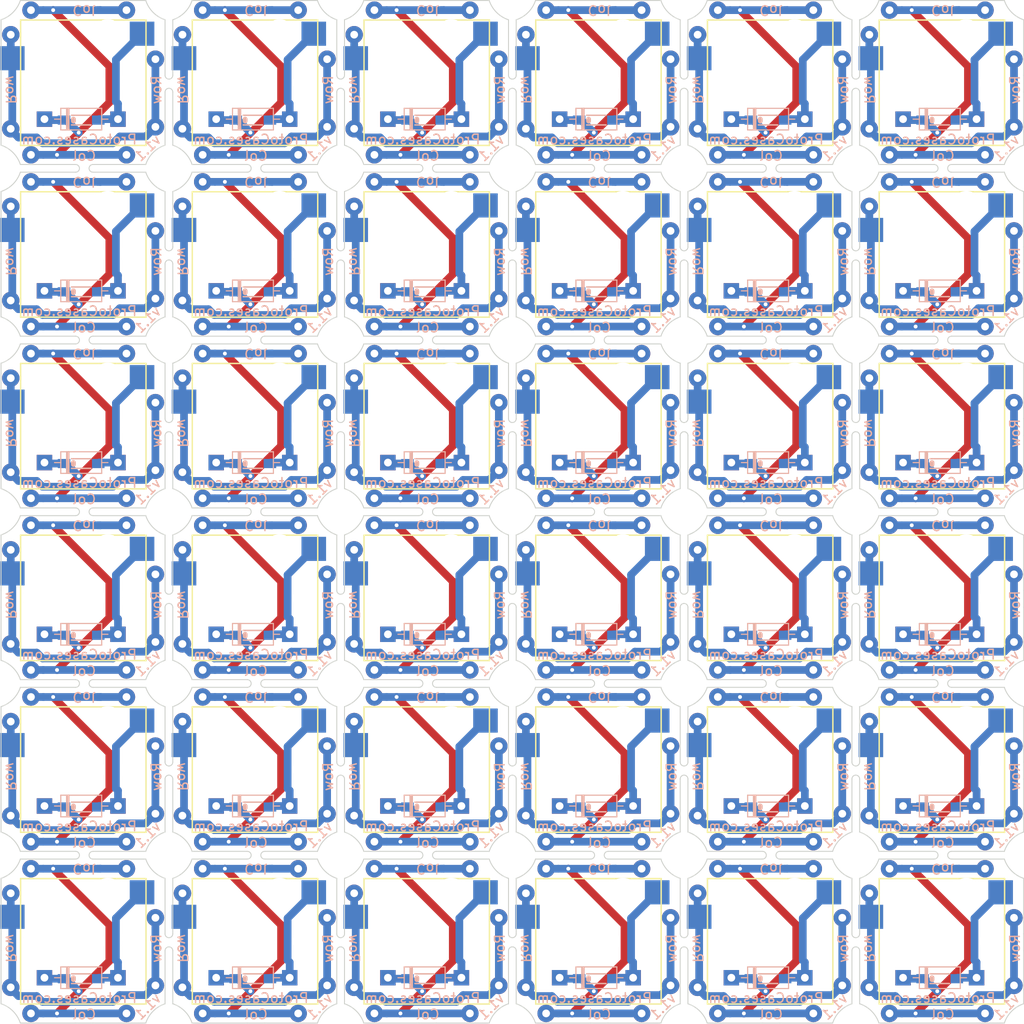
<source format=kicad_pcb>
(kicad_pcb (version 20171130) (host pcbnew "(5.1.4)-1")
  (title_block (title Cherry-Mx-Bitboard-Re-19.05mm) (date 2018-09-15) (rev 1))
  (layers (0 F.Cu signal) (31 B.Cu signal) (34 B.Paste user) (35 F.Paste user) (36 B.SilkS user) (37 F.SilkS user) (38 B.Mask user) (39 F.Mask user) (44 Edge.Cuts user))
  (net 0 "")
  (net 1 "Net-(D1-Pad2)")
  (net 2 Col1)
  (net 3 Row1)
  (module Footprints:1N4148W (layer B.Cu) (at 115.09 122.53)
    (fp_text reference D2 hide)
    (fp_text value 1N4148W)
    (pad 2 smd rect (at 1.775 0) (size 1.3 0.95) (layers B.Cu B.Paste B.Mask))
    (pad 1 smd rect (at -1.775 0) (size 1.3 0.95) (layers B.Cu B.Paste B.Mask))
  )
  (module Footprints:Wirepad (layer B.Cu) (at 30.79 126.13)
    (fp_text reference Col114 hide)
    (fp_text value Conn_01x01 hide)
    (pad 1 thru_hole circle (at 0 0) (size 1.8 1.8) (drill 0.8) (layers *.Cu *.Mask))
  )
  (module Footprints:Wirepad (layer B.Cu) (at 109.89 111.13)
    (fp_text reference Col111 hide)
    (fp_text value Conn_01x01 hide)
    (pad 1 thru_hole circle (at 0 0) (size 1.8 1.8) (drill 0.8) (layers *.Cu *.Mask))
  )
  (module Footprints:Wirepad (layer B.Cu) (at 104.99 116.215)
    (fp_text reference Row113 hide)
    (fp_text value Conn_01x01 hide)
    (pad 1 thru_hole circle (at 0 0) (size 1.8 1.8) (drill 0.8) (layers *.Cu *.Mask))
  )
  (module Footprints:Wirepad (layer B.Cu) (at 89.995 113.675)
    (fp_text reference Row111 hide)
    (fp_text value Conn_01x01 hide)
    (pad 1 thru_hole circle (at 0 0) (size 1.8 1.8) (drill 0.8) (layers *.Cu *.Mask))
  )
  (module Footprints:CherryMx_Socket (layer F.Cu) (at 97.515 118.655)
    (fp_text reference SW1 hide)
    (fp_text value SW_Push hide)
    (pad 1 smd rect (at -7.36 -2.54) (size 2.55 2.5) (layers B.Cu B.Paste B.Mask))
    (pad 2 smd rect (at 6.09 -5.08) (size 2.55 2.5) (layers B.Cu B.Paste B.Mask))
    (pad "" np_thru_hole circle (at -5.08 0) (size 2 2) (drill 2) (layers *.Cu *.Mask))
    (pad "" np_thru_hole circle (at -3.81 -2.54) (size 3 3) (drill 3) (layers *.Cu *.Mask))
    (pad "" np_thru_hole circle (at 0 0) (size 4 4) (drill 4) (layers *.Cu *.Mask))
    (pad "" np_thru_hole circle (at 2.54 -5.08) (size 3 3) (drill 3) (layers *.Cu *.Mask))
    (pad "" np_thru_hole circle (at 5.08 0) (size 2 2) (drill 2) (layers *.Cu *.Mask))
  )
  (module Footprints:1N4148W (layer B.Cu) (at 97.29 122.53)
    (fp_text reference D2 hide)
    (fp_text value 1N4148W)
    (pad 2 smd rect (at 1.775 0) (size 1.3 0.95) (layers B.Cu B.Paste B.Mask))
    (pad 1 smd rect (at -1.775 0) (size 1.3 0.95) (layers B.Cu B.Paste B.Mask))
  )
  (module Footprints:Wirepad (layer B.Cu) (at 122.79 123.23)
    (fp_text reference Row114 hide)
    (fp_text value Conn_01x01 hide)
    (pad 1 thru_hole circle (at 0 0) (size 1.8 1.8) (drill 0.8) (layers *.Cu *.Mask))
  )
  (module Footprints:Wirepad (layer B.Cu) (at 101.99 111.13)
    (fp_text reference Col112 hide)
    (fp_text value Conn_01x01 hide)
    (pad 1 thru_hole circle (at 0 0) (size 1.8 1.8) (drill 0.8) (layers *.Cu *.Mask))
  )
  (module Footprints:Wirepad (layer B.Cu) (at 92.09 111.13)
    (fp_text reference Col111 hide)
    (fp_text value Conn_01x01 hide)
    (pad 1 thru_hole circle (at 0 0) (size 1.8 1.8) (drill 0.8) (layers *.Cu *.Mask))
  )
  (module Footprints:Wirepad (layer B.Cu) (at 18.79 123.43)
    (fp_text reference Row112 hide)
    (fp_text value Conn_01x01 hide)
    (pad 1 thru_hole circle (at 0 0) (size 1.8 1.8) (drill 0.8) (layers *.Cu *.Mask))
  )
  (module Footprints:Wirepad (layer B.Cu) (at 104.99 123.23)
    (fp_text reference Row114 hide)
    (fp_text value Conn_01x01 hide)
    (pad 1 thru_hole circle (at 0 0) (size 1.8 1.8) (drill 0.8) (layers *.Cu *.Mask))
  )
  (module Footprints:1N4148W (layer B.Cu) (at 93.49 122.43)
    (fp_text reference D1 hide)
    (fp_text value 1N4148W)
    (pad 1 thru_hole rect (at 0 0) (size 1.6 1.6) (drill 0.8) (layers *.Cu *.Mask))
    (pad 2 thru_hole rect (at 7.62 0) (size 1.6 1.6) (drill 0.8) (layers *.Cu *.Mask))
  )
  (module Footprints:Wirepad (layer B.Cu) (at 119.79 126.13)
    (fp_text reference Col114 hide)
    (fp_text value Conn_01x01 hide)
    (pad 1 thru_hole circle (at 0 0) (size 1.8 1.8) (drill 0.8) (layers *.Cu *.Mask))
  )
  (module Footprints:Wirepad (layer B.Cu) (at 101.99 126.13)
    (fp_text reference Col114 hide)
    (fp_text value Conn_01x01 hide)
    (pad 1 thru_hole circle (at 0 0) (size 1.8 1.8) (drill 0.8) (layers *.Cu *.Mask))
  )
  (module Footprints:CherryMx_Socket (layer F.Cu) (at 26.315 118.655)
    (fp_text reference SW1 hide)
    (fp_text value SW_Push hide)
    (pad "" np_thru_hole circle (at 5.08 0) (size 2 2) (drill 2) (layers *.Cu *.Mask))
    (pad "" np_thru_hole circle (at 2.54 -5.08) (size 3 3) (drill 3) (layers *.Cu *.Mask))
    (pad "" np_thru_hole circle (at 0 0) (size 4 4) (drill 4) (layers *.Cu *.Mask))
    (pad "" np_thru_hole circle (at -3.81 -2.54) (size 3 3) (drill 3) (layers *.Cu *.Mask))
    (pad "" np_thru_hole circle (at -5.08 0) (size 2 2) (drill 2) (layers *.Cu *.Mask))
    (pad 2 smd rect (at 6.09 -5.08) (size 2.55 2.5) (layers B.Cu B.Paste B.Mask))
    (pad 1 smd rect (at -7.36 -2.54) (size 2.55 2.5) (layers B.Cu B.Paste B.Mask))
  )
  (module Footprints:Wirepad (layer B.Cu) (at 92.09 126.13)
    (fp_text reference Col113 hide)
    (fp_text value Conn_01x01 hide)
    (pad 1 thru_hole circle (at 0 0) (size 1.8 1.8) (drill 0.8) (layers *.Cu *.Mask))
  )
  (module Footprints:Wirepad (layer B.Cu) (at 107.795 113.675)
    (fp_text reference Row111 hide)
    (fp_text value Conn_01x01 hide)
    (pad 1 thru_hole circle (at 0 0) (size 1.8 1.8) (drill 0.8) (layers *.Cu *.Mask))
  )
  (module Footprints:Wirepad (layer B.Cu) (at 107.79 123.43)
    (fp_text reference Row112 hide)
    (fp_text value Conn_01x01 hide)
    (pad 1 thru_hole circle (at 0 0) (size 1.8 1.8) (drill 0.8) (layers *.Cu *.Mask))
  )
  (module Footprints:Wirepad (layer B.Cu) (at 89.99 123.43)
    (fp_text reference Row112 hide)
    (fp_text value Conn_01x01 hide)
    (pad 1 thru_hole circle (at 0 0) (size 1.8 1.8) (drill 0.8) (layers *.Cu *.Mask))
  )
  (module Footprints:CherryMx_Socket (layer F.Cu) (at 115.315 118.655)
    (fp_text reference SW1 hide)
    (fp_text value SW_Push hide)
    (pad 1 smd rect (at -7.36 -2.54) (size 2.55 2.5) (layers B.Cu B.Paste B.Mask))
    (pad 2 smd rect (at 6.09 -5.08) (size 2.55 2.5) (layers B.Cu B.Paste B.Mask))
    (pad "" np_thru_hole circle (at -5.08 0) (size 2 2) (drill 2) (layers *.Cu *.Mask))
    (pad "" np_thru_hole circle (at -3.81 -2.54) (size 3 3) (drill 3) (layers *.Cu *.Mask))
    (pad "" np_thru_hole circle (at 0 0) (size 4 4) (drill 4) (layers *.Cu *.Mask))
    (pad "" np_thru_hole circle (at 2.54 -5.08) (size 3 3) (drill 3) (layers *.Cu *.Mask))
    (pad "" np_thru_hole circle (at 5.08 0) (size 2 2) (drill 2) (layers *.Cu *.Mask))
  )
  (module Footprints:Wirepad (layer B.Cu) (at 84.19 126.13)
    (fp_text reference Col114 hide)
    (fp_text value Conn_01x01 hide)
    (pad 1 thru_hole circle (at 0 0) (size 1.8 1.8) (drill 0.8) (layers *.Cu *.Mask))
  )
  (module Footprints:1N4148W (layer B.Cu) (at 111.29 122.43)
    (fp_text reference D1 hide)
    (fp_text value 1N4148W)
    (pad 1 thru_hole rect (at 0 0) (size 1.6 1.6) (drill 0.8) (layers *.Cu *.Mask))
    (pad 2 thru_hole rect (at 7.62 0) (size 1.6 1.6) (drill 0.8) (layers *.Cu *.Mask))
  )
  (module Footprints:Wirepad (layer B.Cu) (at 87.19 123.23)
    (fp_text reference Row114 hide)
    (fp_text value Conn_01x01 hide)
    (pad 1 thru_hole circle (at 0 0) (size 1.8 1.8) (drill 0.8) (layers *.Cu *.Mask))
  )
  (module Footprints:Wirepad (layer B.Cu) (at 122.79 116.215)
    (fp_text reference Row113 hide)
    (fp_text value Conn_01x01 hide)
    (pad 1 thru_hole circle (at 0 0) (size 1.8 1.8) (drill 0.8) (layers *.Cu *.Mask))
  )
  (module Footprints:Wirepad (layer B.Cu) (at 72.195 113.675)
    (fp_text reference Row111 hide)
    (fp_text value Conn_01x01 hide)
    (pad 1 thru_hole circle (at 0 0) (size 1.8 1.8) (drill 0.8) (layers *.Cu *.Mask))
  )
  (module Footprints:Wirepad (layer B.Cu) (at 72.19 123.43)
    (fp_text reference Row112 hide)
    (fp_text value Conn_01x01 hide)
    (pad 1 thru_hole circle (at 0 0) (size 1.8 1.8) (drill 0.8) (layers *.Cu *.Mask))
  )
  (module Footprints:Wirepad (layer B.Cu) (at 84.19 111.13)
    (fp_text reference Col112 hide)
    (fp_text value Conn_01x01 hide)
    (pad 1 thru_hole circle (at 0 0) (size 1.8 1.8) (drill 0.8) (layers *.Cu *.Mask))
  )
  (module Footprints:Wirepad (layer B.Cu) (at 109.89 126.13)
    (fp_text reference Col113 hide)
    (fp_text value Conn_01x01 hide)
    (pad 1 thru_hole circle (at 0 0) (size 1.8 1.8) (drill 0.8) (layers *.Cu *.Mask))
  )
  (module Footprints:Wirepad (layer B.Cu) (at 74.29 111.13)
    (fp_text reference Col111 hide)
    (fp_text value Conn_01x01 hide)
    (pad 1 thru_hole circle (at 0 0) (size 1.8 1.8) (drill 0.8) (layers *.Cu *.Mask))
  )
  (module Footprints:Wirepad (layer B.Cu) (at 119.79 111.13)
    (fp_text reference Col112 hide)
    (fp_text value Conn_01x01 hide)
    (pad 1 thru_hole circle (at 0 0) (size 1.8 1.8) (drill 0.8) (layers *.Cu *.Mask))
  )
  (module Footprints:Wirepad (layer B.Cu) (at 87.19 116.215)
    (fp_text reference Row113 hide)
    (fp_text value Conn_01x01 hide)
    (pad 1 thru_hole circle (at 0 0) (size 1.8 1.8) (drill 0.8) (layers *.Cu *.Mask))
  )
  (module Footprints:Wirepad (layer B.Cu) (at 74.29 126.13)
    (fp_text reference Col113 hide)
    (fp_text value Conn_01x01 hide)
    (pad 1 thru_hole circle (at 0 0) (size 1.8 1.8) (drill 0.8) (layers *.Cu *.Mask))
  )
  (module Footprints:Wirepad (layer B.Cu) (at 69.39 116.215)
    (fp_text reference Row113 hide)
    (fp_text value Conn_01x01 hide)
    (pad 1 thru_hole circle (at 0 0) (size 1.8 1.8) (drill 0.8) (layers *.Cu *.Mask))
  )
  (module Footprints:Wirepad (layer B.Cu) (at 54.395 113.675)
    (fp_text reference Row111 hide)
    (fp_text value Conn_01x01 hide)
    (pad 1 thru_hole circle (at 0 0) (size 1.8 1.8) (drill 0.8) (layers *.Cu *.Mask))
  )
  (module Footprints:CherryMx_Socket (layer F.Cu) (at 79.715 118.655)
    (fp_text reference SW1 hide)
    (fp_text value SW_Push hide)
    (pad 1 smd rect (at -7.36 -2.54) (size 2.55 2.5) (layers B.Cu B.Paste B.Mask))
    (pad 2 smd rect (at 6.09 -5.08) (size 2.55 2.5) (layers B.Cu B.Paste B.Mask))
    (pad "" np_thru_hole circle (at -5.08 0) (size 2 2) (drill 2) (layers *.Cu *.Mask))
    (pad "" np_thru_hole circle (at -3.81 -2.54) (size 3 3) (drill 3) (layers *.Cu *.Mask))
    (pad "" np_thru_hole circle (at 0 0) (size 4 4) (drill 4) (layers *.Cu *.Mask))
    (pad "" np_thru_hole circle (at 2.54 -5.08) (size 3 3) (drill 3) (layers *.Cu *.Mask))
    (pad "" np_thru_hole circle (at 5.08 0) (size 2 2) (drill 2) (layers *.Cu *.Mask))
  )
  (module Footprints:Wirepad (layer B.Cu) (at 66.39 111.13)
    (fp_text reference Col112 hide)
    (fp_text value Conn_01x01 hide)
    (pad 1 thru_hole circle (at 0 0) (size 1.8 1.8) (drill 0.8) (layers *.Cu *.Mask))
  )
  (module Footprints:1N4148W (layer B.Cu) (at 75.69 122.43)
    (fp_text reference D1 hide)
    (fp_text value 1N4148W)
    (pad 1 thru_hole rect (at 0 0) (size 1.6 1.6) (drill 0.8) (layers *.Cu *.Mask))
    (pad 2 thru_hole rect (at 7.62 0) (size 1.6 1.6) (drill 0.8) (layers *.Cu *.Mask))
  )
  (module Footprints:Wirepad (layer B.Cu) (at 20.89 126.13)
    (fp_text reference Col113 hide)
    (fp_text value Conn_01x01 hide)
    (pad 1 thru_hole circle (at 0 0) (size 1.8 1.8) (drill 0.8) (layers *.Cu *.Mask))
  )
  (module Footprints:1N4148W (layer B.Cu) (at 79.49 122.53)
    (fp_text reference D2 hide)
    (fp_text value 1N4148W)
    (pad 2 smd rect (at 1.775 0) (size 1.3 0.95) (layers B.Cu B.Paste B.Mask))
    (pad 1 smd rect (at -1.775 0) (size 1.3 0.95) (layers B.Cu B.Paste B.Mask))
  )
  (module Footprints:Wirepad (layer B.Cu) (at 18.795 113.675)
    (fp_text reference Row111 hide)
    (fp_text value Conn_01x01 hide)
    (pad 1 thru_hole circle (at 0 0) (size 1.8 1.8) (drill 0.8) (layers *.Cu *.Mask))
  )
  (module Footprints:Wirepad (layer B.Cu) (at 30.79 111.13)
    (fp_text reference Col112 hide)
    (fp_text value Conn_01x01 hide)
    (pad 1 thru_hole circle (at 0 0) (size 1.8 1.8) (drill 0.8) (layers *.Cu *.Mask))
  )
  (module Footprints:Wirepad (layer B.Cu) (at 33.79 123.23)
    (fp_text reference Row114 hide)
    (fp_text value Conn_01x01 hide)
    (pad 1 thru_hole circle (at 0 0) (size 1.8 1.8) (drill 0.8) (layers *.Cu *.Mask))
  )
  (module Footprints:1N4148W (layer B.Cu) (at 22.29 122.43)
    (fp_text reference D1 hide)
    (fp_text value 1N4148W)
    (pad 2 thru_hole rect (at 7.62 0) (size 1.6 1.6) (drill 0.8) (layers *.Cu *.Mask))
    (pad 1 thru_hole rect (at 0 0) (size 1.6 1.6) (drill 0.8) (layers *.Cu *.Mask))
  )
  (module Footprints:Wirepad (layer B.Cu) (at 20.89 111.13)
    (fp_text reference Col111 hide)
    (fp_text value Conn_01x01 hide)
    (pad 1 thru_hole circle (at 0 0) (size 1.8 1.8) (drill 0.8) (layers *.Cu *.Mask))
  )
  (module Footprints:Wirepad (layer B.Cu) (at 33.79 116.215)
    (fp_text reference Row113 hide)
    (fp_text value Conn_01x01 hide)
    (pad 1 thru_hole circle (at 0 0) (size 1.8 1.8) (drill 0.8) (layers *.Cu *.Mask))
  )
  (module Footprints:1N4148W (layer B.Cu) (at 26.09 122.53)
    (fp_text reference D2 hide)
    (fp_text value 1N4148W)
    (pad 1 smd rect (at -1.775 0) (size 1.3 0.95) (layers B.Cu B.Paste B.Mask))
    (pad 2 smd rect (at 1.775 0) (size 1.3 0.95) (layers B.Cu B.Paste B.Mask))
  )
  (module Footprints:Wirepad (layer B.Cu) (at 48.59 111.13)
    (fp_text reference Col112 hide)
    (fp_text value Conn_01x01 hide)
    (pad 1 thru_hole circle (at 0 0) (size 1.8 1.8) (drill 0.8) (layers *.Cu *.Mask))
  )
  (module Footprints:Wirepad (layer B.Cu) (at 36.595 113.675)
    (fp_text reference Row111 hide)
    (fp_text value Conn_01x01 hide)
    (pad 1 thru_hole circle (at 0 0) (size 1.8 1.8) (drill 0.8) (layers *.Cu *.Mask))
  )
  (module Footprints:1N4148W (layer B.Cu) (at 40.09 122.43)
    (fp_text reference D1 hide)
    (fp_text value 1N4148W)
    (pad 1 thru_hole rect (at 0 0) (size 1.6 1.6) (drill 0.8) (layers *.Cu *.Mask))
    (pad 2 thru_hole rect (at 7.62 0) (size 1.6 1.6) (drill 0.8) (layers *.Cu *.Mask))
  )
  (module Footprints:Wirepad (layer B.Cu) (at 38.69 126.13)
    (fp_text reference Col113 hide)
    (fp_text value Conn_01x01 hide)
    (pad 1 thru_hole circle (at 0 0) (size 1.8 1.8) (drill 0.8) (layers *.Cu *.Mask))
  )
  (module Footprints:Wirepad (layer B.Cu) (at 51.59 123.23)
    (fp_text reference Row114 hide)
    (fp_text value Conn_01x01 hide)
    (pad 1 thru_hole circle (at 0 0) (size 1.8 1.8) (drill 0.8) (layers *.Cu *.Mask))
  )
  (module Footprints:CherryMx_Socket (layer F.Cu) (at 44.115 118.655)
    (fp_text reference SW1 hide)
    (fp_text value SW_Push hide)
    (pad 1 smd rect (at -7.36 -2.54) (size 2.55 2.5) (layers B.Cu B.Paste B.Mask))
    (pad 2 smd rect (at 6.09 -5.08) (size 2.55 2.5) (layers B.Cu B.Paste B.Mask))
    (pad "" np_thru_hole circle (at -5.08 0) (size 2 2) (drill 2) (layers *.Cu *.Mask))
    (pad "" np_thru_hole circle (at -3.81 -2.54) (size 3 3) (drill 3) (layers *.Cu *.Mask))
    (pad "" np_thru_hole circle (at 0 0) (size 4 4) (drill 4) (layers *.Cu *.Mask))
    (pad "" np_thru_hole circle (at 2.54 -5.08) (size 3 3) (drill 3) (layers *.Cu *.Mask))
    (pad "" np_thru_hole circle (at 5.08 0) (size 2 2) (drill 2) (layers *.Cu *.Mask))
  )
  (module Footprints:Wirepad (layer B.Cu) (at 56.49 111.13)
    (fp_text reference Col111 hide)
    (fp_text value Conn_01x01 hide)
    (pad 1 thru_hole circle (at 0 0) (size 1.8 1.8) (drill 0.8) (layers *.Cu *.Mask))
  )
  (module Footprints:Wirepad (layer B.Cu) (at 54.39 123.43)
    (fp_text reference Row112 hide)
    (fp_text value Conn_01x01 hide)
    (pad 1 thru_hole circle (at 0 0) (size 1.8 1.8) (drill 0.8) (layers *.Cu *.Mask))
  )
  (module Footprints:Wirepad (layer B.Cu) (at 66.39 126.13)
    (fp_text reference Col114 hide)
    (fp_text value Conn_01x01 hide)
    (pad 1 thru_hole circle (at 0 0) (size 1.8 1.8) (drill 0.8) (layers *.Cu *.Mask))
  )
  (module Footprints:1N4148W (layer B.Cu) (at 57.89 122.43)
    (fp_text reference D1 hide)
    (fp_text value 1N4148W)
    (pad 2 thru_hole rect (at 7.62 0) (size 1.6 1.6) (drill 0.8) (layers *.Cu *.Mask))
    (pad 1 thru_hole rect (at 0 0) (size 1.6 1.6) (drill 0.8) (layers *.Cu *.Mask))
  )
  (module Footprints:Wirepad (layer B.Cu) (at 56.49 126.13)
    (fp_text reference Col113 hide)
    (fp_text value Conn_01x01 hide)
    (pad 1 thru_hole circle (at 0 0) (size 1.8 1.8) (drill 0.8) (layers *.Cu *.Mask))
  )
  (module Footprints:Wirepad (layer B.Cu) (at 69.39 123.23)
    (fp_text reference Row114 hide)
    (fp_text value Conn_01x01 hide)
    (pad 1 thru_hole circle (at 0 0) (size 1.8 1.8) (drill 0.8) (layers *.Cu *.Mask))
  )
  (module Footprints:CherryMx_Socket (layer F.Cu) (at 61.915 118.655)
    (fp_text reference SW1 hide)
    (fp_text value SW_Push hide)
    (pad "" np_thru_hole circle (at 5.08 0) (size 2 2) (drill 2) (layers *.Cu *.Mask))
    (pad "" np_thru_hole circle (at 2.54 -5.08) (size 3 3) (drill 3) (layers *.Cu *.Mask))
    (pad "" np_thru_hole circle (at 0 0) (size 4 4) (drill 4) (layers *.Cu *.Mask))
    (pad "" np_thru_hole circle (at -3.81 -2.54) (size 3 3) (drill 3) (layers *.Cu *.Mask))
    (pad "" np_thru_hole circle (at -5.08 0) (size 2 2) (drill 2) (layers *.Cu *.Mask))
    (pad 2 smd rect (at 6.09 -5.08) (size 2.55 2.5) (layers B.Cu B.Paste B.Mask))
    (pad 1 smd rect (at -7.36 -2.54) (size 2.55 2.5) (layers B.Cu B.Paste B.Mask))
  )
  (module Footprints:Wirepad (layer B.Cu) (at 48.59 126.13)
    (fp_text reference Col114 hide)
    (fp_text value Conn_01x01 hide)
    (pad 1 thru_hole circle (at 0 0) (size 1.8 1.8) (drill 0.8) (layers *.Cu *.Mask))
  )
  (module Footprints:1N4148W (layer B.Cu) (at 61.69 122.53)
    (fp_text reference D2 hide)
    (fp_text value 1N4148W)
    (pad 1 smd rect (at -1.775 0) (size 1.3 0.95) (layers B.Cu B.Paste B.Mask))
    (pad 2 smd rect (at 1.775 0) (size 1.3 0.95) (layers B.Cu B.Paste B.Mask))
  )
  (module Footprints:Wirepad (layer B.Cu) (at 36.59 123.43)
    (fp_text reference Row112 hide)
    (fp_text value Conn_01x01 hide)
    (pad 1 thru_hole circle (at 0 0) (size 1.8 1.8) (drill 0.8) (layers *.Cu *.Mask))
  )
  (module Footprints:Wirepad (layer B.Cu) (at 51.59 116.215)
    (fp_text reference Row113 hide)
    (fp_text value Conn_01x01 hide)
    (pad 1 thru_hole circle (at 0 0) (size 1.8 1.8) (drill 0.8) (layers *.Cu *.Mask))
  )
  (module Footprints:1N4148W (layer B.Cu) (at 43.89 122.53)
    (fp_text reference D2 hide)
    (fp_text value 1N4148W)
    (pad 2 smd rect (at 1.775 0) (size 1.3 0.95) (layers B.Cu B.Paste B.Mask))
    (pad 1 smd rect (at -1.775 0) (size 1.3 0.95) (layers B.Cu B.Paste B.Mask))
  )
  (module Footprints:Wirepad (layer B.Cu) (at 38.69 111.13)
    (fp_text reference Col111 hide)
    (fp_text value Conn_01x01 hide)
    (pad 1 thru_hole circle (at 0 0) (size 1.8 1.8) (drill 0.8) (layers *.Cu *.Mask))
  )
  (module Footprints:1N4148W (layer B.Cu) (at 115.09 104.73)
    (fp_text reference D2 hide)
    (fp_text value 1N4148W)
    (pad 2 smd rect (at 1.775 0) (size 1.3 0.95) (layers B.Cu B.Paste B.Mask))
    (pad 1 smd rect (at -1.775 0) (size 1.3 0.95) (layers B.Cu B.Paste B.Mask))
  )
  (module Footprints:Wirepad (layer B.Cu) (at 30.79 108.33)
    (fp_text reference Col114 hide)
    (fp_text value Conn_01x01 hide)
    (pad 1 thru_hole circle (at 0 0) (size 1.8 1.8) (drill 0.8) (layers *.Cu *.Mask))
  )
  (module Footprints:Wirepad (layer B.Cu) (at 109.89 93.33)
    (fp_text reference Col111 hide)
    (fp_text value Conn_01x01 hide)
    (pad 1 thru_hole circle (at 0 0) (size 1.8 1.8) (drill 0.8) (layers *.Cu *.Mask))
  )
  (module Footprints:Wirepad (layer B.Cu) (at 104.99 98.415)
    (fp_text reference Row113 hide)
    (fp_text value Conn_01x01 hide)
    (pad 1 thru_hole circle (at 0 0) (size 1.8 1.8) (drill 0.8) (layers *.Cu *.Mask))
  )
  (module Footprints:Wirepad (layer B.Cu) (at 89.995 95.875)
    (fp_text reference Row111 hide)
    (fp_text value Conn_01x01 hide)
    (pad 1 thru_hole circle (at 0 0) (size 1.8 1.8) (drill 0.8) (layers *.Cu *.Mask))
  )
  (module Footprints:CherryMx_Socket (layer F.Cu) (at 97.515 100.855)
    (fp_text reference SW1 hide)
    (fp_text value SW_Push hide)
    (pad 1 smd rect (at -7.36 -2.54) (size 2.55 2.5) (layers B.Cu B.Paste B.Mask))
    (pad 2 smd rect (at 6.09 -5.08) (size 2.55 2.5) (layers B.Cu B.Paste B.Mask))
    (pad "" np_thru_hole circle (at -5.08 0) (size 2 2) (drill 2) (layers *.Cu *.Mask))
    (pad "" np_thru_hole circle (at -3.81 -2.54) (size 3 3) (drill 3) (layers *.Cu *.Mask))
    (pad "" np_thru_hole circle (at 0 0) (size 4 4) (drill 4) (layers *.Cu *.Mask))
    (pad "" np_thru_hole circle (at 2.54 -5.08) (size 3 3) (drill 3) (layers *.Cu *.Mask))
    (pad "" np_thru_hole circle (at 5.08 0) (size 2 2) (drill 2) (layers *.Cu *.Mask))
  )
  (module Footprints:1N4148W (layer B.Cu) (at 97.29 104.73)
    (fp_text reference D2 hide)
    (fp_text value 1N4148W)
    (pad 2 smd rect (at 1.775 0) (size 1.3 0.95) (layers B.Cu B.Paste B.Mask))
    (pad 1 smd rect (at -1.775 0) (size 1.3 0.95) (layers B.Cu B.Paste B.Mask))
  )
  (module Footprints:Wirepad (layer B.Cu) (at 122.79 105.43)
    (fp_text reference Row114 hide)
    (fp_text value Conn_01x01 hide)
    (pad 1 thru_hole circle (at 0 0) (size 1.8 1.8) (drill 0.8) (layers *.Cu *.Mask))
  )
  (module Footprints:Wirepad (layer B.Cu) (at 101.99 93.33)
    (fp_text reference Col112 hide)
    (fp_text value Conn_01x01 hide)
    (pad 1 thru_hole circle (at 0 0) (size 1.8 1.8) (drill 0.8) (layers *.Cu *.Mask))
  )
  (module Footprints:Wirepad (layer B.Cu) (at 92.09 93.33)
    (fp_text reference Col111 hide)
    (fp_text value Conn_01x01 hide)
    (pad 1 thru_hole circle (at 0 0) (size 1.8 1.8) (drill 0.8) (layers *.Cu *.Mask))
  )
  (module Footprints:Wirepad (layer B.Cu) (at 18.79 105.63)
    (fp_text reference Row112 hide)
    (fp_text value Conn_01x01 hide)
    (pad 1 thru_hole circle (at 0 0) (size 1.8 1.8) (drill 0.8) (layers *.Cu *.Mask))
  )
  (module Footprints:Wirepad (layer B.Cu) (at 104.99 105.43)
    (fp_text reference Row114 hide)
    (fp_text value Conn_01x01 hide)
    (pad 1 thru_hole circle (at 0 0) (size 1.8 1.8) (drill 0.8) (layers *.Cu *.Mask))
  )
  (module Footprints:1N4148W (layer B.Cu) (at 93.49 104.63)
    (fp_text reference D1 hide)
    (fp_text value 1N4148W)
    (pad 1 thru_hole rect (at 0 0) (size 1.6 1.6) (drill 0.8) (layers *.Cu *.Mask))
    (pad 2 thru_hole rect (at 7.62 0) (size 1.6 1.6) (drill 0.8) (layers *.Cu *.Mask))
  )
  (module Footprints:Wirepad (layer B.Cu) (at 119.79 108.33)
    (fp_text reference Col114 hide)
    (fp_text value Conn_01x01 hide)
    (pad 1 thru_hole circle (at 0 0) (size 1.8 1.8) (drill 0.8) (layers *.Cu *.Mask))
  )
  (module Footprints:Wirepad (layer B.Cu) (at 101.99 108.33)
    (fp_text reference Col114 hide)
    (fp_text value Conn_01x01 hide)
    (pad 1 thru_hole circle (at 0 0) (size 1.8 1.8) (drill 0.8) (layers *.Cu *.Mask))
  )
  (module Footprints:CherryMx_Socket (layer F.Cu) (at 26.315 100.855)
    (fp_text reference SW1 hide)
    (fp_text value SW_Push hide)
    (pad "" np_thru_hole circle (at 5.08 0) (size 2 2) (drill 2) (layers *.Cu *.Mask))
    (pad "" np_thru_hole circle (at 2.54 -5.08) (size 3 3) (drill 3) (layers *.Cu *.Mask))
    (pad "" np_thru_hole circle (at 0 0) (size 4 4) (drill 4) (layers *.Cu *.Mask))
    (pad "" np_thru_hole circle (at -3.81 -2.54) (size 3 3) (drill 3) (layers *.Cu *.Mask))
    (pad "" np_thru_hole circle (at -5.08 0) (size 2 2) (drill 2) (layers *.Cu *.Mask))
    (pad 2 smd rect (at 6.09 -5.08) (size 2.55 2.5) (layers B.Cu B.Paste B.Mask))
    (pad 1 smd rect (at -7.36 -2.54) (size 2.55 2.5) (layers B.Cu B.Paste B.Mask))
  )
  (module Footprints:Wirepad (layer B.Cu) (at 92.09 108.33)
    (fp_text reference Col113 hide)
    (fp_text value Conn_01x01 hide)
    (pad 1 thru_hole circle (at 0 0) (size 1.8 1.8) (drill 0.8) (layers *.Cu *.Mask))
  )
  (module Footprints:Wirepad (layer B.Cu) (at 107.795 95.875)
    (fp_text reference Row111 hide)
    (fp_text value Conn_01x01 hide)
    (pad 1 thru_hole circle (at 0 0) (size 1.8 1.8) (drill 0.8) (layers *.Cu *.Mask))
  )
  (module Footprints:Wirepad (layer B.Cu) (at 107.79 105.63)
    (fp_text reference Row112 hide)
    (fp_text value Conn_01x01 hide)
    (pad 1 thru_hole circle (at 0 0) (size 1.8 1.8) (drill 0.8) (layers *.Cu *.Mask))
  )
  (module Footprints:Wirepad (layer B.Cu) (at 89.99 105.63)
    (fp_text reference Row112 hide)
    (fp_text value Conn_01x01 hide)
    (pad 1 thru_hole circle (at 0 0) (size 1.8 1.8) (drill 0.8) (layers *.Cu *.Mask))
  )
  (module Footprints:CherryMx_Socket (layer F.Cu) (at 115.315 100.855)
    (fp_text reference SW1 hide)
    (fp_text value SW_Push hide)
    (pad 1 smd rect (at -7.36 -2.54) (size 2.55 2.5) (layers B.Cu B.Paste B.Mask))
    (pad 2 smd rect (at 6.09 -5.08) (size 2.55 2.5) (layers B.Cu B.Paste B.Mask))
    (pad "" np_thru_hole circle (at -5.08 0) (size 2 2) (drill 2) (layers *.Cu *.Mask))
    (pad "" np_thru_hole circle (at -3.81 -2.54) (size 3 3) (drill 3) (layers *.Cu *.Mask))
    (pad "" np_thru_hole circle (at 0 0) (size 4 4) (drill 4) (layers *.Cu *.Mask))
    (pad "" np_thru_hole circle (at 2.54 -5.08) (size 3 3) (drill 3) (layers *.Cu *.Mask))
    (pad "" np_thru_hole circle (at 5.08 0) (size 2 2) (drill 2) (layers *.Cu *.Mask))
  )
  (module Footprints:Wirepad (layer B.Cu) (at 84.19 108.33)
    (fp_text reference Col114 hide)
    (fp_text value Conn_01x01 hide)
    (pad 1 thru_hole circle (at 0 0) (size 1.8 1.8) (drill 0.8) (layers *.Cu *.Mask))
  )
  (module Footprints:1N4148W (layer B.Cu) (at 111.29 104.63)
    (fp_text reference D1 hide)
    (fp_text value 1N4148W)
    (pad 1 thru_hole rect (at 0 0) (size 1.6 1.6) (drill 0.8) (layers *.Cu *.Mask))
    (pad 2 thru_hole rect (at 7.62 0) (size 1.6 1.6) (drill 0.8) (layers *.Cu *.Mask))
  )
  (module Footprints:Wirepad (layer B.Cu) (at 87.19 105.43)
    (fp_text reference Row114 hide)
    (fp_text value Conn_01x01 hide)
    (pad 1 thru_hole circle (at 0 0) (size 1.8 1.8) (drill 0.8) (layers *.Cu *.Mask))
  )
  (module Footprints:Wirepad (layer B.Cu) (at 122.79 98.415)
    (fp_text reference Row113 hide)
    (fp_text value Conn_01x01 hide)
    (pad 1 thru_hole circle (at 0 0) (size 1.8 1.8) (drill 0.8) (layers *.Cu *.Mask))
  )
  (module Footprints:Wirepad (layer B.Cu) (at 72.195 95.875)
    (fp_text reference Row111 hide)
    (fp_text value Conn_01x01 hide)
    (pad 1 thru_hole circle (at 0 0) (size 1.8 1.8) (drill 0.8) (layers *.Cu *.Mask))
  )
  (module Footprints:Wirepad (layer B.Cu) (at 72.19 105.63)
    (fp_text reference Row112 hide)
    (fp_text value Conn_01x01 hide)
    (pad 1 thru_hole circle (at 0 0) (size 1.8 1.8) (drill 0.8) (layers *.Cu *.Mask))
  )
  (module Footprints:Wirepad (layer B.Cu) (at 84.19 93.33)
    (fp_text reference Col112 hide)
    (fp_text value Conn_01x01 hide)
    (pad 1 thru_hole circle (at 0 0) (size 1.8 1.8) (drill 0.8) (layers *.Cu *.Mask))
  )
  (module Footprints:Wirepad (layer B.Cu) (at 109.89 108.33)
    (fp_text reference Col113 hide)
    (fp_text value Conn_01x01 hide)
    (pad 1 thru_hole circle (at 0 0) (size 1.8 1.8) (drill 0.8) (layers *.Cu *.Mask))
  )
  (module Footprints:Wirepad (layer B.Cu) (at 74.29 93.33)
    (fp_text reference Col111 hide)
    (fp_text value Conn_01x01 hide)
    (pad 1 thru_hole circle (at 0 0) (size 1.8 1.8) (drill 0.8) (layers *.Cu *.Mask))
  )
  (module Footprints:Wirepad (layer B.Cu) (at 119.79 93.33)
    (fp_text reference Col112 hide)
    (fp_text value Conn_01x01 hide)
    (pad 1 thru_hole circle (at 0 0) (size 1.8 1.8) (drill 0.8) (layers *.Cu *.Mask))
  )
  (module Footprints:Wirepad (layer B.Cu) (at 87.19 98.415)
    (fp_text reference Row113 hide)
    (fp_text value Conn_01x01 hide)
    (pad 1 thru_hole circle (at 0 0) (size 1.8 1.8) (drill 0.8) (layers *.Cu *.Mask))
  )
  (module Footprints:Wirepad (layer B.Cu) (at 74.29 108.33)
    (fp_text reference Col113 hide)
    (fp_text value Conn_01x01 hide)
    (pad 1 thru_hole circle (at 0 0) (size 1.8 1.8) (drill 0.8) (layers *.Cu *.Mask))
  )
  (module Footprints:Wirepad (layer B.Cu) (at 69.39 98.415)
    (fp_text reference Row113 hide)
    (fp_text value Conn_01x01 hide)
    (pad 1 thru_hole circle (at 0 0) (size 1.8 1.8) (drill 0.8) (layers *.Cu *.Mask))
  )
  (module Footprints:Wirepad (layer B.Cu) (at 54.395 95.875)
    (fp_text reference Row111 hide)
    (fp_text value Conn_01x01 hide)
    (pad 1 thru_hole circle (at 0 0) (size 1.8 1.8) (drill 0.8) (layers *.Cu *.Mask))
  )
  (module Footprints:CherryMx_Socket (layer F.Cu) (at 79.715 100.855)
    (fp_text reference SW1 hide)
    (fp_text value SW_Push hide)
    (pad 1 smd rect (at -7.36 -2.54) (size 2.55 2.5) (layers B.Cu B.Paste B.Mask))
    (pad 2 smd rect (at 6.09 -5.08) (size 2.55 2.5) (layers B.Cu B.Paste B.Mask))
    (pad "" np_thru_hole circle (at -5.08 0) (size 2 2) (drill 2) (layers *.Cu *.Mask))
    (pad "" np_thru_hole circle (at -3.81 -2.54) (size 3 3) (drill 3) (layers *.Cu *.Mask))
    (pad "" np_thru_hole circle (at 0 0) (size 4 4) (drill 4) (layers *.Cu *.Mask))
    (pad "" np_thru_hole circle (at 2.54 -5.08) (size 3 3) (drill 3) (layers *.Cu *.Mask))
    (pad "" np_thru_hole circle (at 5.08 0) (size 2 2) (drill 2) (layers *.Cu *.Mask))
  )
  (module Footprints:Wirepad (layer B.Cu) (at 66.39 93.33)
    (fp_text reference Col112 hide)
    (fp_text value Conn_01x01 hide)
    (pad 1 thru_hole circle (at 0 0) (size 1.8 1.8) (drill 0.8) (layers *.Cu *.Mask))
  )
  (module Footprints:1N4148W (layer B.Cu) (at 75.69 104.63)
    (fp_text reference D1 hide)
    (fp_text value 1N4148W)
    (pad 1 thru_hole rect (at 0 0) (size 1.6 1.6) (drill 0.8) (layers *.Cu *.Mask))
    (pad 2 thru_hole rect (at 7.62 0) (size 1.6 1.6) (drill 0.8) (layers *.Cu *.Mask))
  )
  (module Footprints:Wirepad (layer B.Cu) (at 20.89 108.33)
    (fp_text reference Col113 hide)
    (fp_text value Conn_01x01 hide)
    (pad 1 thru_hole circle (at 0 0) (size 1.8 1.8) (drill 0.8) (layers *.Cu *.Mask))
  )
  (module Footprints:1N4148W (layer B.Cu) (at 79.49 104.73)
    (fp_text reference D2 hide)
    (fp_text value 1N4148W)
    (pad 2 smd rect (at 1.775 0) (size 1.3 0.95) (layers B.Cu B.Paste B.Mask))
    (pad 1 smd rect (at -1.775 0) (size 1.3 0.95) (layers B.Cu B.Paste B.Mask))
  )
  (module Footprints:Wirepad (layer B.Cu) (at 18.795 95.875)
    (fp_text reference Row111 hide)
    (fp_text value Conn_01x01 hide)
    (pad 1 thru_hole circle (at 0 0) (size 1.8 1.8) (drill 0.8) (layers *.Cu *.Mask))
  )
  (module Footprints:Wirepad (layer B.Cu) (at 30.79 93.33)
    (fp_text reference Col112 hide)
    (fp_text value Conn_01x01 hide)
    (pad 1 thru_hole circle (at 0 0) (size 1.8 1.8) (drill 0.8) (layers *.Cu *.Mask))
  )
  (module Footprints:Wirepad (layer B.Cu) (at 33.79 105.43)
    (fp_text reference Row114 hide)
    (fp_text value Conn_01x01 hide)
    (pad 1 thru_hole circle (at 0 0) (size 1.8 1.8) (drill 0.8) (layers *.Cu *.Mask))
  )
  (module Footprints:1N4148W (layer B.Cu) (at 22.29 104.63)
    (fp_text reference D1 hide)
    (fp_text value 1N4148W)
    (pad 2 thru_hole rect (at 7.62 0) (size 1.6 1.6) (drill 0.8) (layers *.Cu *.Mask))
    (pad 1 thru_hole rect (at 0 0) (size 1.6 1.6) (drill 0.8) (layers *.Cu *.Mask))
  )
  (module Footprints:Wirepad (layer B.Cu) (at 20.89 93.33)
    (fp_text reference Col111 hide)
    (fp_text value Conn_01x01 hide)
    (pad 1 thru_hole circle (at 0 0) (size 1.8 1.8) (drill 0.8) (layers *.Cu *.Mask))
  )
  (module Footprints:Wirepad (layer B.Cu) (at 33.79 98.415)
    (fp_text reference Row113 hide)
    (fp_text value Conn_01x01 hide)
    (pad 1 thru_hole circle (at 0 0) (size 1.8 1.8) (drill 0.8) (layers *.Cu *.Mask))
  )
  (module Footprints:1N4148W (layer B.Cu) (at 26.09 104.73)
    (fp_text reference D2 hide)
    (fp_text value 1N4148W)
    (pad 1 smd rect (at -1.775 0) (size 1.3 0.95) (layers B.Cu B.Paste B.Mask))
    (pad 2 smd rect (at 1.775 0) (size 1.3 0.95) (layers B.Cu B.Paste B.Mask))
  )
  (module Footprints:Wirepad (layer B.Cu) (at 48.59 93.33)
    (fp_text reference Col112 hide)
    (fp_text value Conn_01x01 hide)
    (pad 1 thru_hole circle (at 0 0) (size 1.8 1.8) (drill 0.8) (layers *.Cu *.Mask))
  )
  (module Footprints:Wirepad (layer B.Cu) (at 36.595 95.875)
    (fp_text reference Row111 hide)
    (fp_text value Conn_01x01 hide)
    (pad 1 thru_hole circle (at 0 0) (size 1.8 1.8) (drill 0.8) (layers *.Cu *.Mask))
  )
  (module Footprints:1N4148W (layer B.Cu) (at 40.09 104.63)
    (fp_text reference D1 hide)
    (fp_text value 1N4148W)
    (pad 1 thru_hole rect (at 0 0) (size 1.6 1.6) (drill 0.8) (layers *.Cu *.Mask))
    (pad 2 thru_hole rect (at 7.62 0) (size 1.6 1.6) (drill 0.8) (layers *.Cu *.Mask))
  )
  (module Footprints:Wirepad (layer B.Cu) (at 38.69 108.33)
    (fp_text reference Col113 hide)
    (fp_text value Conn_01x01 hide)
    (pad 1 thru_hole circle (at 0 0) (size 1.8 1.8) (drill 0.8) (layers *.Cu *.Mask))
  )
  (module Footprints:Wirepad (layer B.Cu) (at 51.59 105.43)
    (fp_text reference Row114 hide)
    (fp_text value Conn_01x01 hide)
    (pad 1 thru_hole circle (at 0 0) (size 1.8 1.8) (drill 0.8) (layers *.Cu *.Mask))
  )
  (module Footprints:CherryMx_Socket (layer F.Cu) (at 44.115 100.855)
    (fp_text reference SW1 hide)
    (fp_text value SW_Push hide)
    (pad 1 smd rect (at -7.36 -2.54) (size 2.55 2.5) (layers B.Cu B.Paste B.Mask))
    (pad 2 smd rect (at 6.09 -5.08) (size 2.55 2.5) (layers B.Cu B.Paste B.Mask))
    (pad "" np_thru_hole circle (at -5.08 0) (size 2 2) (drill 2) (layers *.Cu *.Mask))
    (pad "" np_thru_hole circle (at -3.81 -2.54) (size 3 3) (drill 3) (layers *.Cu *.Mask))
    (pad "" np_thru_hole circle (at 0 0) (size 4 4) (drill 4) (layers *.Cu *.Mask))
    (pad "" np_thru_hole circle (at 2.54 -5.08) (size 3 3) (drill 3) (layers *.Cu *.Mask))
    (pad "" np_thru_hole circle (at 5.08 0) (size 2 2) (drill 2) (layers *.Cu *.Mask))
  )
  (module Footprints:Wirepad (layer B.Cu) (at 56.49 93.33)
    (fp_text reference Col111 hide)
    (fp_text value Conn_01x01 hide)
    (pad 1 thru_hole circle (at 0 0) (size 1.8 1.8) (drill 0.8) (layers *.Cu *.Mask))
  )
  (module Footprints:Wirepad (layer B.Cu) (at 54.39 105.63)
    (fp_text reference Row112 hide)
    (fp_text value Conn_01x01 hide)
    (pad 1 thru_hole circle (at 0 0) (size 1.8 1.8) (drill 0.8) (layers *.Cu *.Mask))
  )
  (module Footprints:Wirepad (layer B.Cu) (at 66.39 108.33)
    (fp_text reference Col114 hide)
    (fp_text value Conn_01x01 hide)
    (pad 1 thru_hole circle (at 0 0) (size 1.8 1.8) (drill 0.8) (layers *.Cu *.Mask))
  )
  (module Footprints:1N4148W (layer B.Cu) (at 57.89 104.63)
    (fp_text reference D1 hide)
    (fp_text value 1N4148W)
    (pad 2 thru_hole rect (at 7.62 0) (size 1.6 1.6) (drill 0.8) (layers *.Cu *.Mask))
    (pad 1 thru_hole rect (at 0 0) (size 1.6 1.6) (drill 0.8) (layers *.Cu *.Mask))
  )
  (module Footprints:Wirepad (layer B.Cu) (at 56.49 108.33)
    (fp_text reference Col113 hide)
    (fp_text value Conn_01x01 hide)
    (pad 1 thru_hole circle (at 0 0) (size 1.8 1.8) (drill 0.8) (layers *.Cu *.Mask))
  )
  (module Footprints:Wirepad (layer B.Cu) (at 69.39 105.43)
    (fp_text reference Row114 hide)
    (fp_text value Conn_01x01 hide)
    (pad 1 thru_hole circle (at 0 0) (size 1.8 1.8) (drill 0.8) (layers *.Cu *.Mask))
  )
  (module Footprints:CherryMx_Socket (layer F.Cu) (at 61.915 100.855)
    (fp_text reference SW1 hide)
    (fp_text value SW_Push hide)
    (pad "" np_thru_hole circle (at 5.08 0) (size 2 2) (drill 2) (layers *.Cu *.Mask))
    (pad "" np_thru_hole circle (at 2.54 -5.08) (size 3 3) (drill 3) (layers *.Cu *.Mask))
    (pad "" np_thru_hole circle (at 0 0) (size 4 4) (drill 4) (layers *.Cu *.Mask))
    (pad "" np_thru_hole circle (at -3.81 -2.54) (size 3 3) (drill 3) (layers *.Cu *.Mask))
    (pad "" np_thru_hole circle (at -5.08 0) (size 2 2) (drill 2) (layers *.Cu *.Mask))
    (pad 2 smd rect (at 6.09 -5.08) (size 2.55 2.5) (layers B.Cu B.Paste B.Mask))
    (pad 1 smd rect (at -7.36 -2.54) (size 2.55 2.5) (layers B.Cu B.Paste B.Mask))
  )
  (module Footprints:Wirepad (layer B.Cu) (at 48.59 108.33)
    (fp_text reference Col114 hide)
    (fp_text value Conn_01x01 hide)
    (pad 1 thru_hole circle (at 0 0) (size 1.8 1.8) (drill 0.8) (layers *.Cu *.Mask))
  )
  (module Footprints:1N4148W (layer B.Cu) (at 61.69 104.73)
    (fp_text reference D2 hide)
    (fp_text value 1N4148W)
    (pad 1 smd rect (at -1.775 0) (size 1.3 0.95) (layers B.Cu B.Paste B.Mask))
    (pad 2 smd rect (at 1.775 0) (size 1.3 0.95) (layers B.Cu B.Paste B.Mask))
  )
  (module Footprints:Wirepad (layer B.Cu) (at 36.59 105.63)
    (fp_text reference Row112 hide)
    (fp_text value Conn_01x01 hide)
    (pad 1 thru_hole circle (at 0 0) (size 1.8 1.8) (drill 0.8) (layers *.Cu *.Mask))
  )
  (module Footprints:Wirepad (layer B.Cu) (at 51.59 98.415)
    (fp_text reference Row113 hide)
    (fp_text value Conn_01x01 hide)
    (pad 1 thru_hole circle (at 0 0) (size 1.8 1.8) (drill 0.8) (layers *.Cu *.Mask))
  )
  (module Footprints:1N4148W (layer B.Cu) (at 43.89 104.73)
    (fp_text reference D2 hide)
    (fp_text value 1N4148W)
    (pad 2 smd rect (at 1.775 0) (size 1.3 0.95) (layers B.Cu B.Paste B.Mask))
    (pad 1 smd rect (at -1.775 0) (size 1.3 0.95) (layers B.Cu B.Paste B.Mask))
  )
  (module Footprints:Wirepad (layer B.Cu) (at 38.69 93.33)
    (fp_text reference Col111 hide)
    (fp_text value Conn_01x01 hide)
    (pad 1 thru_hole circle (at 0 0) (size 1.8 1.8) (drill 0.8) (layers *.Cu *.Mask))
  )
  (module Footprints:1N4148W (layer B.Cu) (at 115.09 86.93)
    (fp_text reference D2 hide)
    (fp_text value 1N4148W)
    (pad 2 smd rect (at 1.775 0) (size 1.3 0.95) (layers B.Cu B.Paste B.Mask))
    (pad 1 smd rect (at -1.775 0) (size 1.3 0.95) (layers B.Cu B.Paste B.Mask))
  )
  (module Footprints:Wirepad (layer B.Cu) (at 30.79 90.53)
    (fp_text reference Col114 hide)
    (fp_text value Conn_01x01 hide)
    (pad 1 thru_hole circle (at 0 0) (size 1.8 1.8) (drill 0.8) (layers *.Cu *.Mask))
  )
  (module Footprints:Wirepad (layer B.Cu) (at 109.89 75.53)
    (fp_text reference Col111 hide)
    (fp_text value Conn_01x01 hide)
    (pad 1 thru_hole circle (at 0 0) (size 1.8 1.8) (drill 0.8) (layers *.Cu *.Mask))
  )
  (module Footprints:Wirepad (layer B.Cu) (at 104.99 80.615)
    (fp_text reference Row113 hide)
    (fp_text value Conn_01x01 hide)
    (pad 1 thru_hole circle (at 0 0) (size 1.8 1.8) (drill 0.8) (layers *.Cu *.Mask))
  )
  (module Footprints:Wirepad (layer B.Cu) (at 89.995 78.075)
    (fp_text reference Row111 hide)
    (fp_text value Conn_01x01 hide)
    (pad 1 thru_hole circle (at 0 0) (size 1.8 1.8) (drill 0.8) (layers *.Cu *.Mask))
  )
  (module Footprints:CherryMx_Socket (layer F.Cu) (at 97.515 83.055)
    (fp_text reference SW1 hide)
    (fp_text value SW_Push hide)
    (pad 1 smd rect (at -7.36 -2.54) (size 2.55 2.5) (layers B.Cu B.Paste B.Mask))
    (pad 2 smd rect (at 6.09 -5.08) (size 2.55 2.5) (layers B.Cu B.Paste B.Mask))
    (pad "" np_thru_hole circle (at -5.08 0) (size 2 2) (drill 2) (layers *.Cu *.Mask))
    (pad "" np_thru_hole circle (at -3.81 -2.54) (size 3 3) (drill 3) (layers *.Cu *.Mask))
    (pad "" np_thru_hole circle (at 0 0) (size 4 4) (drill 4) (layers *.Cu *.Mask))
    (pad "" np_thru_hole circle (at 2.54 -5.08) (size 3 3) (drill 3) (layers *.Cu *.Mask))
    (pad "" np_thru_hole circle (at 5.08 0) (size 2 2) (drill 2) (layers *.Cu *.Mask))
  )
  (module Footprints:1N4148W (layer B.Cu) (at 97.29 86.93)
    (fp_text reference D2 hide)
    (fp_text value 1N4148W)
    (pad 2 smd rect (at 1.775 0) (size 1.3 0.95) (layers B.Cu B.Paste B.Mask))
    (pad 1 smd rect (at -1.775 0) (size 1.3 0.95) (layers B.Cu B.Paste B.Mask))
  )
  (module Footprints:Wirepad (layer B.Cu) (at 122.79 87.63)
    (fp_text reference Row114 hide)
    (fp_text value Conn_01x01 hide)
    (pad 1 thru_hole circle (at 0 0) (size 1.8 1.8) (drill 0.8) (layers *.Cu *.Mask))
  )
  (module Footprints:Wirepad (layer B.Cu) (at 101.99 75.53)
    (fp_text reference Col112 hide)
    (fp_text value Conn_01x01 hide)
    (pad 1 thru_hole circle (at 0 0) (size 1.8 1.8) (drill 0.8) (layers *.Cu *.Mask))
  )
  (module Footprints:Wirepad (layer B.Cu) (at 92.09 75.53)
    (fp_text reference Col111 hide)
    (fp_text value Conn_01x01 hide)
    (pad 1 thru_hole circle (at 0 0) (size 1.8 1.8) (drill 0.8) (layers *.Cu *.Mask))
  )
  (module Footprints:Wirepad (layer B.Cu) (at 18.79 87.83)
    (fp_text reference Row112 hide)
    (fp_text value Conn_01x01 hide)
    (pad 1 thru_hole circle (at 0 0) (size 1.8 1.8) (drill 0.8) (layers *.Cu *.Mask))
  )
  (module Footprints:Wirepad (layer B.Cu) (at 104.99 87.63)
    (fp_text reference Row114 hide)
    (fp_text value Conn_01x01 hide)
    (pad 1 thru_hole circle (at 0 0) (size 1.8 1.8) (drill 0.8) (layers *.Cu *.Mask))
  )
  (module Footprints:1N4148W (layer B.Cu) (at 93.49 86.83)
    (fp_text reference D1 hide)
    (fp_text value 1N4148W)
    (pad 1 thru_hole rect (at 0 0) (size 1.6 1.6) (drill 0.8) (layers *.Cu *.Mask))
    (pad 2 thru_hole rect (at 7.62 0) (size 1.6 1.6) (drill 0.8) (layers *.Cu *.Mask))
  )
  (module Footprints:Wirepad (layer B.Cu) (at 119.79 90.53)
    (fp_text reference Col114 hide)
    (fp_text value Conn_01x01 hide)
    (pad 1 thru_hole circle (at 0 0) (size 1.8 1.8) (drill 0.8) (layers *.Cu *.Mask))
  )
  (module Footprints:Wirepad (layer B.Cu) (at 101.99 90.53)
    (fp_text reference Col114 hide)
    (fp_text value Conn_01x01 hide)
    (pad 1 thru_hole circle (at 0 0) (size 1.8 1.8) (drill 0.8) (layers *.Cu *.Mask))
  )
  (module Footprints:CherryMx_Socket (layer F.Cu) (at 26.315 83.055)
    (fp_text reference SW1 hide)
    (fp_text value SW_Push hide)
    (pad "" np_thru_hole circle (at 5.08 0) (size 2 2) (drill 2) (layers *.Cu *.Mask))
    (pad "" np_thru_hole circle (at 2.54 -5.08) (size 3 3) (drill 3) (layers *.Cu *.Mask))
    (pad "" np_thru_hole circle (at 0 0) (size 4 4) (drill 4) (layers *.Cu *.Mask))
    (pad "" np_thru_hole circle (at -3.81 -2.54) (size 3 3) (drill 3) (layers *.Cu *.Mask))
    (pad "" np_thru_hole circle (at -5.08 0) (size 2 2) (drill 2) (layers *.Cu *.Mask))
    (pad 2 smd rect (at 6.09 -5.08) (size 2.55 2.5) (layers B.Cu B.Paste B.Mask))
    (pad 1 smd rect (at -7.36 -2.54) (size 2.55 2.5) (layers B.Cu B.Paste B.Mask))
  )
  (module Footprints:Wirepad (layer B.Cu) (at 92.09 90.53)
    (fp_text reference Col113 hide)
    (fp_text value Conn_01x01 hide)
    (pad 1 thru_hole circle (at 0 0) (size 1.8 1.8) (drill 0.8) (layers *.Cu *.Mask))
  )
  (module Footprints:Wirepad (layer B.Cu) (at 107.795 78.075)
    (fp_text reference Row111 hide)
    (fp_text value Conn_01x01 hide)
    (pad 1 thru_hole circle (at 0 0) (size 1.8 1.8) (drill 0.8) (layers *.Cu *.Mask))
  )
  (module Footprints:Wirepad (layer B.Cu) (at 107.79 87.83)
    (fp_text reference Row112 hide)
    (fp_text value Conn_01x01 hide)
    (pad 1 thru_hole circle (at 0 0) (size 1.8 1.8) (drill 0.8) (layers *.Cu *.Mask))
  )
  (module Footprints:Wirepad (layer B.Cu) (at 89.99 87.83)
    (fp_text reference Row112 hide)
    (fp_text value Conn_01x01 hide)
    (pad 1 thru_hole circle (at 0 0) (size 1.8 1.8) (drill 0.8) (layers *.Cu *.Mask))
  )
  (module Footprints:CherryMx_Socket (layer F.Cu) (at 115.315 83.055)
    (fp_text reference SW1 hide)
    (fp_text value SW_Push hide)
    (pad 1 smd rect (at -7.36 -2.54) (size 2.55 2.5) (layers B.Cu B.Paste B.Mask))
    (pad 2 smd rect (at 6.09 -5.08) (size 2.55 2.5) (layers B.Cu B.Paste B.Mask))
    (pad "" np_thru_hole circle (at -5.08 0) (size 2 2) (drill 2) (layers *.Cu *.Mask))
    (pad "" np_thru_hole circle (at -3.81 -2.54) (size 3 3) (drill 3) (layers *.Cu *.Mask))
    (pad "" np_thru_hole circle (at 0 0) (size 4 4) (drill 4) (layers *.Cu *.Mask))
    (pad "" np_thru_hole circle (at 2.54 -5.08) (size 3 3) (drill 3) (layers *.Cu *.Mask))
    (pad "" np_thru_hole circle (at 5.08 0) (size 2 2) (drill 2) (layers *.Cu *.Mask))
  )
  (module Footprints:Wirepad (layer B.Cu) (at 84.19 90.53)
    (fp_text reference Col114 hide)
    (fp_text value Conn_01x01 hide)
    (pad 1 thru_hole circle (at 0 0) (size 1.8 1.8) (drill 0.8) (layers *.Cu *.Mask))
  )
  (module Footprints:1N4148W (layer B.Cu) (at 111.29 86.83)
    (fp_text reference D1 hide)
    (fp_text value 1N4148W)
    (pad 1 thru_hole rect (at 0 0) (size 1.6 1.6) (drill 0.8) (layers *.Cu *.Mask))
    (pad 2 thru_hole rect (at 7.62 0) (size 1.6 1.6) (drill 0.8) (layers *.Cu *.Mask))
  )
  (module Footprints:Wirepad (layer B.Cu) (at 87.19 87.63)
    (fp_text reference Row114 hide)
    (fp_text value Conn_01x01 hide)
    (pad 1 thru_hole circle (at 0 0) (size 1.8 1.8) (drill 0.8) (layers *.Cu *.Mask))
  )
  (module Footprints:Wirepad (layer B.Cu) (at 122.79 80.615)
    (fp_text reference Row113 hide)
    (fp_text value Conn_01x01 hide)
    (pad 1 thru_hole circle (at 0 0) (size 1.8 1.8) (drill 0.8) (layers *.Cu *.Mask))
  )
  (module Footprints:Wirepad (layer B.Cu) (at 72.195 78.075)
    (fp_text reference Row111 hide)
    (fp_text value Conn_01x01 hide)
    (pad 1 thru_hole circle (at 0 0) (size 1.8 1.8) (drill 0.8) (layers *.Cu *.Mask))
  )
  (module Footprints:Wirepad (layer B.Cu) (at 72.19 87.83)
    (fp_text reference Row112 hide)
    (fp_text value Conn_01x01 hide)
    (pad 1 thru_hole circle (at 0 0) (size 1.8 1.8) (drill 0.8) (layers *.Cu *.Mask))
  )
  (module Footprints:Wirepad (layer B.Cu) (at 84.19 75.53)
    (fp_text reference Col112 hide)
    (fp_text value Conn_01x01 hide)
    (pad 1 thru_hole circle (at 0 0) (size 1.8 1.8) (drill 0.8) (layers *.Cu *.Mask))
  )
  (module Footprints:Wirepad (layer B.Cu) (at 109.89 90.53)
    (fp_text reference Col113 hide)
    (fp_text value Conn_01x01 hide)
    (pad 1 thru_hole circle (at 0 0) (size 1.8 1.8) (drill 0.8) (layers *.Cu *.Mask))
  )
  (module Footprints:Wirepad (layer B.Cu) (at 74.29 75.53)
    (fp_text reference Col111 hide)
    (fp_text value Conn_01x01 hide)
    (pad 1 thru_hole circle (at 0 0) (size 1.8 1.8) (drill 0.8) (layers *.Cu *.Mask))
  )
  (module Footprints:Wirepad (layer B.Cu) (at 119.79 75.53)
    (fp_text reference Col112 hide)
    (fp_text value Conn_01x01 hide)
    (pad 1 thru_hole circle (at 0 0) (size 1.8 1.8) (drill 0.8) (layers *.Cu *.Mask))
  )
  (module Footprints:Wirepad (layer B.Cu) (at 87.19 80.615)
    (fp_text reference Row113 hide)
    (fp_text value Conn_01x01 hide)
    (pad 1 thru_hole circle (at 0 0) (size 1.8 1.8) (drill 0.8) (layers *.Cu *.Mask))
  )
  (module Footprints:Wirepad (layer B.Cu) (at 74.29 90.53)
    (fp_text reference Col113 hide)
    (fp_text value Conn_01x01 hide)
    (pad 1 thru_hole circle (at 0 0) (size 1.8 1.8) (drill 0.8) (layers *.Cu *.Mask))
  )
  (module Footprints:Wirepad (layer B.Cu) (at 69.39 80.615)
    (fp_text reference Row113 hide)
    (fp_text value Conn_01x01 hide)
    (pad 1 thru_hole circle (at 0 0) (size 1.8 1.8) (drill 0.8) (layers *.Cu *.Mask))
  )
  (module Footprints:Wirepad (layer B.Cu) (at 54.395 78.075)
    (fp_text reference Row111 hide)
    (fp_text value Conn_01x01 hide)
    (pad 1 thru_hole circle (at 0 0) (size 1.8 1.8) (drill 0.8) (layers *.Cu *.Mask))
  )
  (module Footprints:CherryMx_Socket (layer F.Cu) (at 79.715 83.055)
    (fp_text reference SW1 hide)
    (fp_text value SW_Push hide)
    (pad 1 smd rect (at -7.36 -2.54) (size 2.55 2.5) (layers B.Cu B.Paste B.Mask))
    (pad 2 smd rect (at 6.09 -5.08) (size 2.55 2.5) (layers B.Cu B.Paste B.Mask))
    (pad "" np_thru_hole circle (at -5.08 0) (size 2 2) (drill 2) (layers *.Cu *.Mask))
    (pad "" np_thru_hole circle (at -3.81 -2.54) (size 3 3) (drill 3) (layers *.Cu *.Mask))
    (pad "" np_thru_hole circle (at 0 0) (size 4 4) (drill 4) (layers *.Cu *.Mask))
    (pad "" np_thru_hole circle (at 2.54 -5.08) (size 3 3) (drill 3) (layers *.Cu *.Mask))
    (pad "" np_thru_hole circle (at 5.08 0) (size 2 2) (drill 2) (layers *.Cu *.Mask))
  )
  (module Footprints:Wirepad (layer B.Cu) (at 66.39 75.53)
    (fp_text reference Col112 hide)
    (fp_text value Conn_01x01 hide)
    (pad 1 thru_hole circle (at 0 0) (size 1.8 1.8) (drill 0.8) (layers *.Cu *.Mask))
  )
  (module Footprints:1N4148W (layer B.Cu) (at 75.69 86.83)
    (fp_text reference D1 hide)
    (fp_text value 1N4148W)
    (pad 1 thru_hole rect (at 0 0) (size 1.6 1.6) (drill 0.8) (layers *.Cu *.Mask))
    (pad 2 thru_hole rect (at 7.62 0) (size 1.6 1.6) (drill 0.8) (layers *.Cu *.Mask))
  )
  (module Footprints:Wirepad (layer B.Cu) (at 20.89 90.53)
    (fp_text reference Col113 hide)
    (fp_text value Conn_01x01 hide)
    (pad 1 thru_hole circle (at 0 0) (size 1.8 1.8) (drill 0.8) (layers *.Cu *.Mask))
  )
  (module Footprints:1N4148W (layer B.Cu) (at 79.49 86.93)
    (fp_text reference D2 hide)
    (fp_text value 1N4148W)
    (pad 2 smd rect (at 1.775 0) (size 1.3 0.95) (layers B.Cu B.Paste B.Mask))
    (pad 1 smd rect (at -1.775 0) (size 1.3 0.95) (layers B.Cu B.Paste B.Mask))
  )
  (module Footprints:Wirepad (layer B.Cu) (at 18.795 78.075)
    (fp_text reference Row111 hide)
    (fp_text value Conn_01x01 hide)
    (pad 1 thru_hole circle (at 0 0) (size 1.8 1.8) (drill 0.8) (layers *.Cu *.Mask))
  )
  (module Footprints:Wirepad (layer B.Cu) (at 30.79 75.53)
    (fp_text reference Col112 hide)
    (fp_text value Conn_01x01 hide)
    (pad 1 thru_hole circle (at 0 0) (size 1.8 1.8) (drill 0.8) (layers *.Cu *.Mask))
  )
  (module Footprints:Wirepad (layer B.Cu) (at 33.79 87.63)
    (fp_text reference Row114 hide)
    (fp_text value Conn_01x01 hide)
    (pad 1 thru_hole circle (at 0 0) (size 1.8 1.8) (drill 0.8) (layers *.Cu *.Mask))
  )
  (module Footprints:1N4148W (layer B.Cu) (at 22.29 86.83)
    (fp_text reference D1 hide)
    (fp_text value 1N4148W)
    (pad 2 thru_hole rect (at 7.62 0) (size 1.6 1.6) (drill 0.8) (layers *.Cu *.Mask))
    (pad 1 thru_hole rect (at 0 0) (size 1.6 1.6) (drill 0.8) (layers *.Cu *.Mask))
  )
  (module Footprints:Wirepad (layer B.Cu) (at 20.89 75.53)
    (fp_text reference Col111 hide)
    (fp_text value Conn_01x01 hide)
    (pad 1 thru_hole circle (at 0 0) (size 1.8 1.8) (drill 0.8) (layers *.Cu *.Mask))
  )
  (module Footprints:Wirepad (layer B.Cu) (at 33.79 80.615)
    (fp_text reference Row113 hide)
    (fp_text value Conn_01x01 hide)
    (pad 1 thru_hole circle (at 0 0) (size 1.8 1.8) (drill 0.8) (layers *.Cu *.Mask))
  )
  (module Footprints:1N4148W (layer B.Cu) (at 26.09 86.93)
    (fp_text reference D2 hide)
    (fp_text value 1N4148W)
    (pad 1 smd rect (at -1.775 0) (size 1.3 0.95) (layers B.Cu B.Paste B.Mask))
    (pad 2 smd rect (at 1.775 0) (size 1.3 0.95) (layers B.Cu B.Paste B.Mask))
  )
  (module Footprints:Wirepad (layer B.Cu) (at 48.59 75.53)
    (fp_text reference Col112 hide)
    (fp_text value Conn_01x01 hide)
    (pad 1 thru_hole circle (at 0 0) (size 1.8 1.8) (drill 0.8) (layers *.Cu *.Mask))
  )
  (module Footprints:Wirepad (layer B.Cu) (at 36.595 78.075)
    (fp_text reference Row111 hide)
    (fp_text value Conn_01x01 hide)
    (pad 1 thru_hole circle (at 0 0) (size 1.8 1.8) (drill 0.8) (layers *.Cu *.Mask))
  )
  (module Footprints:1N4148W (layer B.Cu) (at 40.09 86.83)
    (fp_text reference D1 hide)
    (fp_text value 1N4148W)
    (pad 1 thru_hole rect (at 0 0) (size 1.6 1.6) (drill 0.8) (layers *.Cu *.Mask))
    (pad 2 thru_hole rect (at 7.62 0) (size 1.6 1.6) (drill 0.8) (layers *.Cu *.Mask))
  )
  (module Footprints:Wirepad (layer B.Cu) (at 38.69 90.53)
    (fp_text reference Col113 hide)
    (fp_text value Conn_01x01 hide)
    (pad 1 thru_hole circle (at 0 0) (size 1.8 1.8) (drill 0.8) (layers *.Cu *.Mask))
  )
  (module Footprints:Wirepad (layer B.Cu) (at 51.59 87.63)
    (fp_text reference Row114 hide)
    (fp_text value Conn_01x01 hide)
    (pad 1 thru_hole circle (at 0 0) (size 1.8 1.8) (drill 0.8) (layers *.Cu *.Mask))
  )
  (module Footprints:CherryMx_Socket (layer F.Cu) (at 44.115 83.055)
    (fp_text reference SW1 hide)
    (fp_text value SW_Push hide)
    (pad 1 smd rect (at -7.36 -2.54) (size 2.55 2.5) (layers B.Cu B.Paste B.Mask))
    (pad 2 smd rect (at 6.09 -5.08) (size 2.55 2.5) (layers B.Cu B.Paste B.Mask))
    (pad "" np_thru_hole circle (at -5.08 0) (size 2 2) (drill 2) (layers *.Cu *.Mask))
    (pad "" np_thru_hole circle (at -3.81 -2.54) (size 3 3) (drill 3) (layers *.Cu *.Mask))
    (pad "" np_thru_hole circle (at 0 0) (size 4 4) (drill 4) (layers *.Cu *.Mask))
    (pad "" np_thru_hole circle (at 2.54 -5.08) (size 3 3) (drill 3) (layers *.Cu *.Mask))
    (pad "" np_thru_hole circle (at 5.08 0) (size 2 2) (drill 2) (layers *.Cu *.Mask))
  )
  (module Footprints:Wirepad (layer B.Cu) (at 56.49 75.53)
    (fp_text reference Col111 hide)
    (fp_text value Conn_01x01 hide)
    (pad 1 thru_hole circle (at 0 0) (size 1.8 1.8) (drill 0.8) (layers *.Cu *.Mask))
  )
  (module Footprints:Wirepad (layer B.Cu) (at 54.39 87.83)
    (fp_text reference Row112 hide)
    (fp_text value Conn_01x01 hide)
    (pad 1 thru_hole circle (at 0 0) (size 1.8 1.8) (drill 0.8) (layers *.Cu *.Mask))
  )
  (module Footprints:Wirepad (layer B.Cu) (at 66.39 90.53)
    (fp_text reference Col114 hide)
    (fp_text value Conn_01x01 hide)
    (pad 1 thru_hole circle (at 0 0) (size 1.8 1.8) (drill 0.8) (layers *.Cu *.Mask))
  )
  (module Footprints:1N4148W (layer B.Cu) (at 57.89 86.83)
    (fp_text reference D1 hide)
    (fp_text value 1N4148W)
    (pad 2 thru_hole rect (at 7.62 0) (size 1.6 1.6) (drill 0.8) (layers *.Cu *.Mask))
    (pad 1 thru_hole rect (at 0 0) (size 1.6 1.6) (drill 0.8) (layers *.Cu *.Mask))
  )
  (module Footprints:Wirepad (layer B.Cu) (at 56.49 90.53)
    (fp_text reference Col113 hide)
    (fp_text value Conn_01x01 hide)
    (pad 1 thru_hole circle (at 0 0) (size 1.8 1.8) (drill 0.8) (layers *.Cu *.Mask))
  )
  (module Footprints:Wirepad (layer B.Cu) (at 69.39 87.63)
    (fp_text reference Row114 hide)
    (fp_text value Conn_01x01 hide)
    (pad 1 thru_hole circle (at 0 0) (size 1.8 1.8) (drill 0.8) (layers *.Cu *.Mask))
  )
  (module Footprints:CherryMx_Socket (layer F.Cu) (at 61.915 83.055)
    (fp_text reference SW1 hide)
    (fp_text value SW_Push hide)
    (pad "" np_thru_hole circle (at 5.08 0) (size 2 2) (drill 2) (layers *.Cu *.Mask))
    (pad "" np_thru_hole circle (at 2.54 -5.08) (size 3 3) (drill 3) (layers *.Cu *.Mask))
    (pad "" np_thru_hole circle (at 0 0) (size 4 4) (drill 4) (layers *.Cu *.Mask))
    (pad "" np_thru_hole circle (at -3.81 -2.54) (size 3 3) (drill 3) (layers *.Cu *.Mask))
    (pad "" np_thru_hole circle (at -5.08 0) (size 2 2) (drill 2) (layers *.Cu *.Mask))
    (pad 2 smd rect (at 6.09 -5.08) (size 2.55 2.5) (layers B.Cu B.Paste B.Mask))
    (pad 1 smd rect (at -7.36 -2.54) (size 2.55 2.5) (layers B.Cu B.Paste B.Mask))
  )
  (module Footprints:Wirepad (layer B.Cu) (at 48.59 90.53)
    (fp_text reference Col114 hide)
    (fp_text value Conn_01x01 hide)
    (pad 1 thru_hole circle (at 0 0) (size 1.8 1.8) (drill 0.8) (layers *.Cu *.Mask))
  )
  (module Footprints:1N4148W (layer B.Cu) (at 61.69 86.93)
    (fp_text reference D2 hide)
    (fp_text value 1N4148W)
    (pad 1 smd rect (at -1.775 0) (size 1.3 0.95) (layers B.Cu B.Paste B.Mask))
    (pad 2 smd rect (at 1.775 0) (size 1.3 0.95) (layers B.Cu B.Paste B.Mask))
  )
  (module Footprints:Wirepad (layer B.Cu) (at 36.59 87.83)
    (fp_text reference Row112 hide)
    (fp_text value Conn_01x01 hide)
    (pad 1 thru_hole circle (at 0 0) (size 1.8 1.8) (drill 0.8) (layers *.Cu *.Mask))
  )
  (module Footprints:Wirepad (layer B.Cu) (at 51.59 80.615)
    (fp_text reference Row113 hide)
    (fp_text value Conn_01x01 hide)
    (pad 1 thru_hole circle (at 0 0) (size 1.8 1.8) (drill 0.8) (layers *.Cu *.Mask))
  )
  (module Footprints:1N4148W (layer B.Cu) (at 43.89 86.93)
    (fp_text reference D2 hide)
    (fp_text value 1N4148W)
    (pad 2 smd rect (at 1.775 0) (size 1.3 0.95) (layers B.Cu B.Paste B.Mask))
    (pad 1 smd rect (at -1.775 0) (size 1.3 0.95) (layers B.Cu B.Paste B.Mask))
  )
  (module Footprints:Wirepad (layer B.Cu) (at 38.69 75.53)
    (fp_text reference Col111 hide)
    (fp_text value Conn_01x01 hide)
    (pad 1 thru_hole circle (at 0 0) (size 1.8 1.8) (drill 0.8) (layers *.Cu *.Mask))
  )
  (module Footprints:Wirepad (layer B.Cu) (at 18.79 70.03)
    (fp_text reference Row112 hide)
    (fp_text value Conn_01x01 hide)
    (pad 1 thru_hole circle (at 0 0) (size 1.8 1.8) (drill 0.8) (layers *.Cu *.Mask))
  )
  (module Footprints:CherryMx_Socket (layer F.Cu) (at 26.315 65.255)
    (fp_text reference SW1 hide)
    (fp_text value SW_Push hide)
    (pad 1 smd rect (at -7.36 -2.54) (size 2.55 2.5) (layers B.Cu B.Paste B.Mask))
    (pad 2 smd rect (at 6.09 -5.08) (size 2.55 2.5) (layers B.Cu B.Paste B.Mask))
    (pad "" np_thru_hole circle (at -5.08 0) (size 2 2) (drill 2) (layers *.Cu *.Mask))
    (pad "" np_thru_hole circle (at -3.81 -2.54) (size 3 3) (drill 3) (layers *.Cu *.Mask))
    (pad "" np_thru_hole circle (at 0 0) (size 4 4) (drill 4) (layers *.Cu *.Mask))
    (pad "" np_thru_hole circle (at 2.54 -5.08) (size 3 3) (drill 3) (layers *.Cu *.Mask))
    (pad "" np_thru_hole circle (at 5.08 0) (size 2 2) (drill 2) (layers *.Cu *.Mask))
  )
  (module Footprints:Wirepad (layer B.Cu) (at 30.79 72.73)
    (fp_text reference Col114 hide)
    (fp_text value Conn_01x01 hide)
    (pad 1 thru_hole circle (at 0 0) (size 1.8 1.8) (drill 0.8) (layers *.Cu *.Mask))
  )
  (module Footprints:Wirepad (layer B.Cu) (at 104.99 62.815)
    (fp_text reference Row113 hide)
    (fp_text value Conn_01x01 hide)
    (pad 1 thru_hole circle (at 0 0) (size 1.8 1.8) (drill 0.8) (layers *.Cu *.Mask))
  )
  (module Footprints:Wirepad (layer B.Cu) (at 89.995 60.275)
    (fp_text reference Row111 hide)
    (fp_text value Conn_01x01 hide)
    (pad 1 thru_hole circle (at 0 0) (size 1.8 1.8) (drill 0.8) (layers *.Cu *.Mask))
  )
  (module Footprints:Wirepad (layer B.Cu) (at 92.09 57.73)
    (fp_text reference Col111 hide)
    (fp_text value Conn_01x01 hide)
    (pad 1 thru_hole circle (at 0 0) (size 1.8 1.8) (drill 0.8) (layers *.Cu *.Mask))
  )
  (module Footprints:1N4148W (layer B.Cu) (at 93.49 69.03)
    (fp_text reference D1 hide)
    (fp_text value 1N4148W)
    (pad 2 thru_hole rect (at 7.62 0) (size 1.6 1.6) (drill 0.8) (layers *.Cu *.Mask))
    (pad 1 thru_hole rect (at 0 0) (size 1.6 1.6) (drill 0.8) (layers *.Cu *.Mask))
  )
  (module Footprints:CherryMx_Socket (layer F.Cu) (at 97.515 65.255)
    (fp_text reference SW1 hide)
    (fp_text value SW_Push hide)
    (pad "" np_thru_hole circle (at 5.08 0) (size 2 2) (drill 2) (layers *.Cu *.Mask))
    (pad "" np_thru_hole circle (at 2.54 -5.08) (size 3 3) (drill 3) (layers *.Cu *.Mask))
    (pad "" np_thru_hole circle (at 0 0) (size 4 4) (drill 4) (layers *.Cu *.Mask))
    (pad "" np_thru_hole circle (at -3.81 -2.54) (size 3 3) (drill 3) (layers *.Cu *.Mask))
    (pad "" np_thru_hole circle (at -5.08 0) (size 2 2) (drill 2) (layers *.Cu *.Mask))
    (pad 2 smd rect (at 6.09 -5.08) (size 2.55 2.5) (layers B.Cu B.Paste B.Mask))
    (pad 1 smd rect (at -7.36 -2.54) (size 2.55 2.5) (layers B.Cu B.Paste B.Mask))
  )
  (module Footprints:Wirepad (layer B.Cu) (at 92.09 72.73)
    (fp_text reference Col113 hide)
    (fp_text value Conn_01x01 hide)
    (pad 1 thru_hole circle (at 0 0) (size 1.8 1.8) (drill 0.8) (layers *.Cu *.Mask))
  )
  (module Footprints:Wirepad (layer B.Cu) (at 104.99 69.83)
    (fp_text reference Row114 hide)
    (fp_text value Conn_01x01 hide)
    (pad 1 thru_hole circle (at 0 0) (size 1.8 1.8) (drill 0.8) (layers *.Cu *.Mask))
  )
  (module Footprints:Wirepad (layer B.Cu) (at 101.99 72.73)
    (fp_text reference Col114 hide)
    (fp_text value Conn_01x01 hide)
    (pad 1 thru_hole circle (at 0 0) (size 1.8 1.8) (drill 0.8) (layers *.Cu *.Mask))
  )
  (module Footprints:1N4148W (layer B.Cu) (at 97.29 69.13)
    (fp_text reference D2 hide)
    (fp_text value 1N4148W)
    (pad 1 smd rect (at -1.775 0) (size 1.3 0.95) (layers B.Cu B.Paste B.Mask))
    (pad 2 smd rect (at 1.775 0) (size 1.3 0.95) (layers B.Cu B.Paste B.Mask))
  )
  (module Footprints:Wirepad (layer B.Cu) (at 101.99 57.73)
    (fp_text reference Col112 hide)
    (fp_text value Conn_01x01 hide)
    (pad 1 thru_hole circle (at 0 0) (size 1.8 1.8) (drill 0.8) (layers *.Cu *.Mask))
  )
  (module Footprints:Wirepad (layer B.Cu) (at 89.99 70.03)
    (fp_text reference Row112 hide)
    (fp_text value Conn_01x01 hide)
    (pad 1 thru_hole circle (at 0 0) (size 1.8 1.8) (drill 0.8) (layers *.Cu *.Mask))
  )
  (module Footprints:Wirepad (layer B.Cu) (at 109.89 57.73)
    (fp_text reference Col111 hide)
    (fp_text value Conn_01x01 hide)
    (pad 1 thru_hole circle (at 0 0) (size 1.8 1.8) (drill 0.8) (layers *.Cu *.Mask))
  )
  (module Footprints:1N4148W (layer B.Cu) (at 115.09 69.13)
    (fp_text reference D2 hide)
    (fp_text value 1N4148W)
    (pad 1 smd rect (at -1.775 0) (size 1.3 0.95) (layers B.Cu B.Paste B.Mask))
    (pad 2 smd rect (at 1.775 0) (size 1.3 0.95) (layers B.Cu B.Paste B.Mask))
  )
  (module Footprints:CherryMx_Socket (layer F.Cu) (at 115.315 65.255)
    (fp_text reference SW1 hide)
    (fp_text value SW_Push hide)
    (pad "" np_thru_hole circle (at 5.08 0) (size 2 2) (drill 2) (layers *.Cu *.Mask))
    (pad "" np_thru_hole circle (at 2.54 -5.08) (size 3 3) (drill 3) (layers *.Cu *.Mask))
    (pad "" np_thru_hole circle (at 0 0) (size 4 4) (drill 4) (layers *.Cu *.Mask))
    (pad "" np_thru_hole circle (at -3.81 -2.54) (size 3 3) (drill 3) (layers *.Cu *.Mask))
    (pad "" np_thru_hole circle (at -5.08 0) (size 2 2) (drill 2) (layers *.Cu *.Mask))
    (pad 2 smd rect (at 6.09 -5.08) (size 2.55 2.5) (layers B.Cu B.Paste B.Mask))
    (pad 1 smd rect (at -7.36 -2.54) (size 2.55 2.5) (layers B.Cu B.Paste B.Mask))
  )
  (module Footprints:Wirepad (layer B.Cu) (at 107.795 60.275)
    (fp_text reference Row111 hide)
    (fp_text value Conn_01x01 hide)
    (pad 1 thru_hole circle (at 0 0) (size 1.8 1.8) (drill 0.8) (layers *.Cu *.Mask))
  )
  (module Footprints:Wirepad (layer B.Cu) (at 119.79 72.73)
    (fp_text reference Col114 hide)
    (fp_text value Conn_01x01 hide)
    (pad 1 thru_hole circle (at 0 0) (size 1.8 1.8) (drill 0.8) (layers *.Cu *.Mask))
  )
  (module Footprints:Wirepad (layer B.Cu) (at 122.79 69.83)
    (fp_text reference Row114 hide)
    (fp_text value Conn_01x01 hide)
    (pad 1 thru_hole circle (at 0 0) (size 1.8 1.8) (drill 0.8) (layers *.Cu *.Mask))
  )
  (module Footprints:Wirepad (layer B.Cu) (at 107.79 70.03)
    (fp_text reference Row112 hide)
    (fp_text value Conn_01x01 hide)
    (pad 1 thru_hole circle (at 0 0) (size 1.8 1.8) (drill 0.8) (layers *.Cu *.Mask))
  )
  (module Footprints:Wirepad (layer B.Cu) (at 119.79 57.73)
    (fp_text reference Col112 hide)
    (fp_text value Conn_01x01 hide)
    (pad 1 thru_hole circle (at 0 0) (size 1.8 1.8) (drill 0.8) (layers *.Cu *.Mask))
  )
  (module Footprints:1N4148W (layer B.Cu) (at 111.29 69.03)
    (fp_text reference D1 hide)
    (fp_text value 1N4148W)
    (pad 2 thru_hole rect (at 7.62 0) (size 1.6 1.6) (drill 0.8) (layers *.Cu *.Mask))
    (pad 1 thru_hole rect (at 0 0) (size 1.6 1.6) (drill 0.8) (layers *.Cu *.Mask))
  )
  (module Footprints:Wirepad (layer B.Cu) (at 122.79 62.815)
    (fp_text reference Row113 hide)
    (fp_text value Conn_01x01 hide)
    (pad 1 thru_hole circle (at 0 0) (size 1.8 1.8) (drill 0.8) (layers *.Cu *.Mask))
  )
  (module Footprints:Wirepad (layer B.Cu) (at 109.89 72.73)
    (fp_text reference Col113 hide)
    (fp_text value Conn_01x01 hide)
    (pad 1 thru_hole circle (at 0 0) (size 1.8 1.8) (drill 0.8) (layers *.Cu *.Mask))
  )
  (module Footprints:Wirepad (layer B.Cu) (at 87.19 69.83)
    (fp_text reference Row114 hide)
    (fp_text value Conn_01x01 hide)
    (pad 1 thru_hole circle (at 0 0) (size 1.8 1.8) (drill 0.8) (layers *.Cu *.Mask))
  )
  (module Footprints:Wirepad (layer B.Cu) (at 87.19 62.815)
    (fp_text reference Row113 hide)
    (fp_text value Conn_01x01 hide)
    (pad 1 thru_hole circle (at 0 0) (size 1.8 1.8) (drill 0.8) (layers *.Cu *.Mask))
  )
  (module Footprints:Wirepad (layer B.Cu) (at 72.19 70.03)
    (fp_text reference Row112 hide)
    (fp_text value Conn_01x01 hide)
    (pad 1 thru_hole circle (at 0 0) (size 1.8 1.8) (drill 0.8) (layers *.Cu *.Mask))
  )
  (module Footprints:Wirepad (layer B.Cu) (at 72.195 60.275)
    (fp_text reference Row111 hide)
    (fp_text value Conn_01x01 hide)
    (pad 1 thru_hole circle (at 0 0) (size 1.8 1.8) (drill 0.8) (layers *.Cu *.Mask))
  )
  (module Footprints:Wirepad (layer B.Cu) (at 84.19 57.73)
    (fp_text reference Col112 hide)
    (fp_text value Conn_01x01 hide)
    (pad 1 thru_hole circle (at 0 0) (size 1.8 1.8) (drill 0.8) (layers *.Cu *.Mask))
  )
  (module Footprints:Wirepad (layer B.Cu) (at 74.29 57.73)
    (fp_text reference Col111 hide)
    (fp_text value Conn_01x01 hide)
    (pad 1 thru_hole circle (at 0 0) (size 1.8 1.8) (drill 0.8) (layers *.Cu *.Mask))
  )
  (module Footprints:Wirepad (layer B.Cu) (at 84.19 72.73)
    (fp_text reference Col114 hide)
    (fp_text value Conn_01x01 hide)
    (pad 1 thru_hole circle (at 0 0) (size 1.8 1.8) (drill 0.8) (layers *.Cu *.Mask))
  )
  (module Footprints:Wirepad (layer B.Cu) (at 74.29 72.73)
    (fp_text reference Col113 hide)
    (fp_text value Conn_01x01 hide)
    (pad 1 thru_hole circle (at 0 0) (size 1.8 1.8) (drill 0.8) (layers *.Cu *.Mask))
  )
  (module Footprints:Wirepad (layer B.Cu) (at 69.39 62.815)
    (fp_text reference Row113 hide)
    (fp_text value Conn_01x01 hide)
    (pad 1 thru_hole circle (at 0 0) (size 1.8 1.8) (drill 0.8) (layers *.Cu *.Mask))
  )
  (module Footprints:Wirepad (layer B.Cu) (at 54.395 60.275)
    (fp_text reference Row111 hide)
    (fp_text value Conn_01x01 hide)
    (pad 1 thru_hole circle (at 0 0) (size 1.8 1.8) (drill 0.8) (layers *.Cu *.Mask))
  )
  (module Footprints:CherryMx_Socket (layer F.Cu) (at 79.715 65.255)
    (fp_text reference SW1 hide)
    (fp_text value SW_Push hide)
    (pad "" np_thru_hole circle (at 5.08 0) (size 2 2) (drill 2) (layers *.Cu *.Mask))
    (pad "" np_thru_hole circle (at 2.54 -5.08) (size 3 3) (drill 3) (layers *.Cu *.Mask))
    (pad "" np_thru_hole circle (at 0 0) (size 4 4) (drill 4) (layers *.Cu *.Mask))
    (pad "" np_thru_hole circle (at -3.81 -2.54) (size 3 3) (drill 3) (layers *.Cu *.Mask))
    (pad "" np_thru_hole circle (at -5.08 0) (size 2 2) (drill 2) (layers *.Cu *.Mask))
    (pad 2 smd rect (at 6.09 -5.08) (size 2.55 2.5) (layers B.Cu B.Paste B.Mask))
    (pad 1 smd rect (at -7.36 -2.54) (size 2.55 2.5) (layers B.Cu B.Paste B.Mask))
  )
  (module Footprints:Wirepad (layer B.Cu) (at 66.39 57.73)
    (fp_text reference Col112 hide)
    (fp_text value Conn_01x01 hide)
    (pad 1 thru_hole circle (at 0 0) (size 1.8 1.8) (drill 0.8) (layers *.Cu *.Mask))
  )
  (module Footprints:1N4148W (layer B.Cu) (at 75.69 69.03)
    (fp_text reference D1 hide)
    (fp_text value 1N4148W)
    (pad 2 thru_hole rect (at 7.62 0) (size 1.6 1.6) (drill 0.8) (layers *.Cu *.Mask))
    (pad 1 thru_hole rect (at 0 0) (size 1.6 1.6) (drill 0.8) (layers *.Cu *.Mask))
  )
  (module Footprints:1N4148W (layer B.Cu) (at 79.49 69.13)
    (fp_text reference D2 hide)
    (fp_text value 1N4148W)
    (pad 1 smd rect (at -1.775 0) (size 1.3 0.95) (layers B.Cu B.Paste B.Mask))
    (pad 2 smd rect (at 1.775 0) (size 1.3 0.95) (layers B.Cu B.Paste B.Mask))
  )
  (module Footprints:Wirepad (layer B.Cu) (at 18.795 60.275)
    (fp_text reference Row111 hide)
    (fp_text value Conn_01x01 hide)
    (pad 1 thru_hole circle (at 0 0) (size 1.8 1.8) (drill 0.8) (layers *.Cu *.Mask))
  )
  (module Footprints:Wirepad (layer B.Cu) (at 30.79 57.73)
    (fp_text reference Col112 hide)
    (fp_text value Conn_01x01 hide)
    (pad 1 thru_hole circle (at 0 0) (size 1.8 1.8) (drill 0.8) (layers *.Cu *.Mask))
  )
  (module Footprints:Wirepad (layer B.Cu) (at 33.79 69.83)
    (fp_text reference Row114 hide)
    (fp_text value Conn_01x01 hide)
    (pad 1 thru_hole circle (at 0 0) (size 1.8 1.8) (drill 0.8) (layers *.Cu *.Mask))
  )
  (module Footprints:1N4148W (layer B.Cu) (at 22.29 69.03)
    (fp_text reference D1 hide)
    (fp_text value 1N4148W)
    (pad 1 thru_hole rect (at 0 0) (size 1.6 1.6) (drill 0.8) (layers *.Cu *.Mask))
    (pad 2 thru_hole rect (at 7.62 0) (size 1.6 1.6) (drill 0.8) (layers *.Cu *.Mask))
  )
  (module Footprints:Wirepad (layer B.Cu) (at 20.89 72.73)
    (fp_text reference Col113 hide)
    (fp_text value Conn_01x01 hide)
    (pad 1 thru_hole circle (at 0 0) (size 1.8 1.8) (drill 0.8) (layers *.Cu *.Mask))
  )
  (module Footprints:Wirepad (layer B.Cu) (at 20.89 57.73)
    (fp_text reference Col111 hide)
    (fp_text value Conn_01x01 hide)
    (pad 1 thru_hole circle (at 0 0) (size 1.8 1.8) (drill 0.8) (layers *.Cu *.Mask))
  )
  (module Footprints:Wirepad (layer B.Cu) (at 33.79 62.815)
    (fp_text reference Row113 hide)
    (fp_text value Conn_01x01 hide)
    (pad 1 thru_hole circle (at 0 0) (size 1.8 1.8) (drill 0.8) (layers *.Cu *.Mask))
  )
  (module Footprints:1N4148W (layer B.Cu) (at 26.09 69.13)
    (fp_text reference D2 hide)
    (fp_text value 1N4148W)
    (pad 2 smd rect (at 1.775 0) (size 1.3 0.95) (layers B.Cu B.Paste B.Mask))
    (pad 1 smd rect (at -1.775 0) (size 1.3 0.95) (layers B.Cu B.Paste B.Mask))
  )
  (module Footprints:Wirepad (layer B.Cu) (at 51.59 62.815)
    (fp_text reference Row113 hide)
    (fp_text value Conn_01x01 hide)
    (pad 1 thru_hole circle (at 0 0) (size 1.8 1.8) (drill 0.8) (layers *.Cu *.Mask))
  )
  (module Footprints:Wirepad (layer B.Cu) (at 48.59 57.73)
    (fp_text reference Col112 hide)
    (fp_text value Conn_01x01 hide)
    (pad 1 thru_hole circle (at 0 0) (size 1.8 1.8) (drill 0.8) (layers *.Cu *.Mask))
  )
  (module Footprints:Wirepad (layer B.Cu) (at 36.595 60.275)
    (fp_text reference Row111 hide)
    (fp_text value Conn_01x01 hide)
    (pad 1 thru_hole circle (at 0 0) (size 1.8 1.8) (drill 0.8) (layers *.Cu *.Mask))
  )
  (module Footprints:1N4148W (layer B.Cu) (at 43.89 69.13)
    (fp_text reference D2 hide)
    (fp_text value 1N4148W)
    (pad 1 smd rect (at -1.775 0) (size 1.3 0.95) (layers B.Cu B.Paste B.Mask))
    (pad 2 smd rect (at 1.775 0) (size 1.3 0.95) (layers B.Cu B.Paste B.Mask))
  )
  (module Footprints:1N4148W (layer B.Cu) (at 40.09 69.03)
    (fp_text reference D1 hide)
    (fp_text value 1N4148W)
    (pad 2 thru_hole rect (at 7.62 0) (size 1.6 1.6) (drill 0.8) (layers *.Cu *.Mask))
    (pad 1 thru_hole rect (at 0 0) (size 1.6 1.6) (drill 0.8) (layers *.Cu *.Mask))
  )
  (module Footprints:Wirepad (layer B.Cu) (at 38.69 57.73)
    (fp_text reference Col111 hide)
    (fp_text value Conn_01x01 hide)
    (pad 1 thru_hole circle (at 0 0) (size 1.8 1.8) (drill 0.8) (layers *.Cu *.Mask))
  )
  (module Footprints:Wirepad (layer B.Cu) (at 38.69 72.73)
    (fp_text reference Col113 hide)
    (fp_text value Conn_01x01 hide)
    (pad 1 thru_hole circle (at 0 0) (size 1.8 1.8) (drill 0.8) (layers *.Cu *.Mask))
  )
  (module Footprints:Wirepad (layer B.Cu) (at 51.59 69.83)
    (fp_text reference Row114 hide)
    (fp_text value Conn_01x01 hide)
    (pad 1 thru_hole circle (at 0 0) (size 1.8 1.8) (drill 0.8) (layers *.Cu *.Mask))
  )
  (module Footprints:Wirepad (layer B.Cu) (at 36.59 70.03)
    (fp_text reference Row112 hide)
    (fp_text value Conn_01x01 hide)
    (pad 1 thru_hole circle (at 0 0) (size 1.8 1.8) (drill 0.8) (layers *.Cu *.Mask))
  )
  (module Footprints:CherryMx_Socket (layer F.Cu) (at 44.115 65.255)
    (fp_text reference SW1 hide)
    (fp_text value SW_Push hide)
    (pad "" np_thru_hole circle (at 5.08 0) (size 2 2) (drill 2) (layers *.Cu *.Mask))
    (pad "" np_thru_hole circle (at 2.54 -5.08) (size 3 3) (drill 3) (layers *.Cu *.Mask))
    (pad "" np_thru_hole circle (at 0 0) (size 4 4) (drill 4) (layers *.Cu *.Mask))
    (pad "" np_thru_hole circle (at -3.81 -2.54) (size 3 3) (drill 3) (layers *.Cu *.Mask))
    (pad "" np_thru_hole circle (at -5.08 0) (size 2 2) (drill 2) (layers *.Cu *.Mask))
    (pad 2 smd rect (at 6.09 -5.08) (size 2.55 2.5) (layers B.Cu B.Paste B.Mask))
    (pad 1 smd rect (at -7.36 -2.54) (size 2.55 2.5) (layers B.Cu B.Paste B.Mask))
  )
  (module Footprints:Wirepad (layer B.Cu) (at 48.59 72.73)
    (fp_text reference Col114 hide)
    (fp_text value Conn_01x01 hide)
    (pad 1 thru_hole circle (at 0 0) (size 1.8 1.8) (drill 0.8) (layers *.Cu *.Mask))
  )
  (module Footprints:Wirepad (layer B.Cu) (at 56.49 57.73)
    (fp_text reference Col111 hide)
    (fp_text value Conn_01x01 hide)
    (pad 1 thru_hole circle (at 0 0) (size 1.8 1.8) (drill 0.8) (layers *.Cu *.Mask))
  )
  (module Footprints:Wirepad (layer B.Cu) (at 54.39 70.03)
    (fp_text reference Row112 hide)
    (fp_text value Conn_01x01 hide)
    (pad 1 thru_hole circle (at 0 0) (size 1.8 1.8) (drill 0.8) (layers *.Cu *.Mask))
  )
  (module Footprints:Wirepad (layer B.Cu) (at 66.39 72.73)
    (fp_text reference Col114 hide)
    (fp_text value Conn_01x01 hide)
    (pad 1 thru_hole circle (at 0 0) (size 1.8 1.8) (drill 0.8) (layers *.Cu *.Mask))
  )
  (module Footprints:1N4148W (layer B.Cu) (at 57.89 69.03)
    (fp_text reference D1 hide)
    (fp_text value 1N4148W)
    (pad 1 thru_hole rect (at 0 0) (size 1.6 1.6) (drill 0.8) (layers *.Cu *.Mask))
    (pad 2 thru_hole rect (at 7.62 0) (size 1.6 1.6) (drill 0.8) (layers *.Cu *.Mask))
  )
  (module Footprints:Wirepad (layer B.Cu) (at 56.49 72.73)
    (fp_text reference Col113 hide)
    (fp_text value Conn_01x01 hide)
    (pad 1 thru_hole circle (at 0 0) (size 1.8 1.8) (drill 0.8) (layers *.Cu *.Mask))
  )
  (module Footprints:Wirepad (layer B.Cu) (at 69.39 69.83)
    (fp_text reference Row114 hide)
    (fp_text value Conn_01x01 hide)
    (pad 1 thru_hole circle (at 0 0) (size 1.8 1.8) (drill 0.8) (layers *.Cu *.Mask))
  )
  (module Footprints:CherryMx_Socket (layer F.Cu) (at 61.915 65.255)
    (fp_text reference SW1 hide)
    (fp_text value SW_Push hide)
    (pad 1 smd rect (at -7.36 -2.54) (size 2.55 2.5) (layers B.Cu B.Paste B.Mask))
    (pad 2 smd rect (at 6.09 -5.08) (size 2.55 2.5) (layers B.Cu B.Paste B.Mask))
    (pad "" np_thru_hole circle (at -5.08 0) (size 2 2) (drill 2) (layers *.Cu *.Mask))
    (pad "" np_thru_hole circle (at -3.81 -2.54) (size 3 3) (drill 3) (layers *.Cu *.Mask))
    (pad "" np_thru_hole circle (at 0 0) (size 4 4) (drill 4) (layers *.Cu *.Mask))
    (pad "" np_thru_hole circle (at 2.54 -5.08) (size 3 3) (drill 3) (layers *.Cu *.Mask))
    (pad "" np_thru_hole circle (at 5.08 0) (size 2 2) (drill 2) (layers *.Cu *.Mask))
  )
  (module Footprints:1N4148W (layer B.Cu) (at 61.69 69.13)
    (fp_text reference D2 hide)
    (fp_text value 1N4148W)
    (pad 2 smd rect (at 1.775 0) (size 1.3 0.95) (layers B.Cu B.Paste B.Mask))
    (pad 1 smd rect (at -1.775 0) (size 1.3 0.95) (layers B.Cu B.Paste B.Mask))
  )
  (module Footprints:Wirepad (layer B.Cu) (at 122.79 45.015)
    (fp_text reference Row113 hide)
    (fp_text value Conn_01x01 hide)
    (pad 1 thru_hole circle (at 0 0) (size 1.8 1.8) (drill 0.8) (layers *.Cu *.Mask))
  )
  (module Footprints:Wirepad (layer B.Cu) (at 107.795 42.475)
    (fp_text reference Row111 hide)
    (fp_text value Conn_01x01 hide)
    (pad 1 thru_hole circle (at 0 0) (size 1.8 1.8) (drill 0.8) (layers *.Cu *.Mask))
  )
  (module Footprints:Wirepad (layer B.Cu) (at 119.79 39.93)
    (fp_text reference Col112 hide)
    (fp_text value Conn_01x01 hide)
    (pad 1 thru_hole circle (at 0 0) (size 1.8 1.8) (drill 0.8) (layers *.Cu *.Mask))
  )
  (module Footprints:Wirepad (layer B.Cu) (at 109.89 39.93)
    (fp_text reference Col111 hide)
    (fp_text value Conn_01x01 hide)
    (pad 1 thru_hole circle (at 0 0) (size 1.8 1.8) (drill 0.8) (layers *.Cu *.Mask))
  )
  (module Footprints:Wirepad (layer B.Cu) (at 107.79 52.23)
    (fp_text reference Row112 hide)
    (fp_text value Conn_01x01 hide)
    (pad 1 thru_hole circle (at 0 0) (size 1.8 1.8) (drill 0.8) (layers *.Cu *.Mask))
  )
  (module Footprints:Wirepad (layer B.Cu) (at 119.79 54.93)
    (fp_text reference Col114 hide)
    (fp_text value Conn_01x01 hide)
    (pad 1 thru_hole circle (at 0 0) (size 1.8 1.8) (drill 0.8) (layers *.Cu *.Mask))
  )
  (module Footprints:1N4148W (layer B.Cu) (at 111.29 51.23)
    (fp_text reference D1 hide)
    (fp_text value 1N4148W)
    (pad 1 thru_hole rect (at 0 0) (size 1.6 1.6) (drill 0.8) (layers *.Cu *.Mask))
    (pad 2 thru_hole rect (at 7.62 0) (size 1.6 1.6) (drill 0.8) (layers *.Cu *.Mask))
  )
  (module Footprints:Wirepad (layer B.Cu) (at 109.89 54.93)
    (fp_text reference Col113 hide)
    (fp_text value Conn_01x01 hide)
    (pad 1 thru_hole circle (at 0 0) (size 1.8 1.8) (drill 0.8) (layers *.Cu *.Mask))
  )
  (module Footprints:Wirepad (layer B.Cu) (at 122.79 52.03)
    (fp_text reference Row114 hide)
    (fp_text value Conn_01x01 hide)
    (pad 1 thru_hole circle (at 0 0) (size 1.8 1.8) (drill 0.8) (layers *.Cu *.Mask))
  )
  (module Footprints:CherryMx_Socket (layer F.Cu) (at 115.315 47.455)
    (fp_text reference SW1 hide)
    (fp_text value SW_Push hide)
    (pad 1 smd rect (at -7.36 -2.54) (size 2.55 2.5) (layers B.Cu B.Paste B.Mask))
    (pad 2 smd rect (at 6.09 -5.08) (size 2.55 2.5) (layers B.Cu B.Paste B.Mask))
    (pad "" np_thru_hole circle (at -5.08 0) (size 2 2) (drill 2) (layers *.Cu *.Mask))
    (pad "" np_thru_hole circle (at -3.81 -2.54) (size 3 3) (drill 3) (layers *.Cu *.Mask))
    (pad "" np_thru_hole circle (at 0 0) (size 4 4) (drill 4) (layers *.Cu *.Mask))
    (pad "" np_thru_hole circle (at 2.54 -5.08) (size 3 3) (drill 3) (layers *.Cu *.Mask))
    (pad "" np_thru_hole circle (at 5.08 0) (size 2 2) (drill 2) (layers *.Cu *.Mask))
  )
  (module Footprints:1N4148W (layer B.Cu) (at 115.09 51.33)
    (fp_text reference D2 hide)
    (fp_text value 1N4148W)
    (pad 2 smd rect (at 1.775 0) (size 1.3 0.95) (layers B.Cu B.Paste B.Mask))
    (pad 1 smd rect (at -1.775 0) (size 1.3 0.95) (layers B.Cu B.Paste B.Mask))
  )
  (module Footprints:Wirepad (layer B.Cu) (at 104.99 45.015)
    (fp_text reference Row113 hide)
    (fp_text value Conn_01x01 hide)
    (pad 1 thru_hole circle (at 0 0) (size 1.8 1.8) (drill 0.8) (layers *.Cu *.Mask))
  )
  (module Footprints:Wirepad (layer B.Cu) (at 89.995 42.475)
    (fp_text reference Row111 hide)
    (fp_text value Conn_01x01 hide)
    (pad 1 thru_hole circle (at 0 0) (size 1.8 1.8) (drill 0.8) (layers *.Cu *.Mask))
  )
  (module Footprints:Wirepad (layer B.Cu) (at 101.99 39.93)
    (fp_text reference Col112 hide)
    (fp_text value Conn_01x01 hide)
    (pad 1 thru_hole circle (at 0 0) (size 1.8 1.8) (drill 0.8) (layers *.Cu *.Mask))
  )
  (module Footprints:Wirepad (layer B.Cu) (at 92.09 39.93)
    (fp_text reference Col111 hide)
    (fp_text value Conn_01x01 hide)
    (pad 1 thru_hole circle (at 0 0) (size 1.8 1.8) (drill 0.8) (layers *.Cu *.Mask))
  )
  (module Footprints:Wirepad (layer B.Cu) (at 89.99 52.23)
    (fp_text reference Row112 hide)
    (fp_text value Conn_01x01 hide)
    (pad 1 thru_hole circle (at 0 0) (size 1.8 1.8) (drill 0.8) (layers *.Cu *.Mask))
  )
  (module Footprints:Wirepad (layer B.Cu) (at 101.99 54.93)
    (fp_text reference Col114 hide)
    (fp_text value Conn_01x01 hide)
    (pad 1 thru_hole circle (at 0 0) (size 1.8 1.8) (drill 0.8) (layers *.Cu *.Mask))
  )
  (module Footprints:1N4148W (layer B.Cu) (at 93.49 51.23)
    (fp_text reference D1 hide)
    (fp_text value 1N4148W)
    (pad 1 thru_hole rect (at 0 0) (size 1.6 1.6) (drill 0.8) (layers *.Cu *.Mask))
    (pad 2 thru_hole rect (at 7.62 0) (size 1.6 1.6) (drill 0.8) (layers *.Cu *.Mask))
  )
  (module Footprints:Wirepad (layer B.Cu) (at 92.09 54.93)
    (fp_text reference Col113 hide)
    (fp_text value Conn_01x01 hide)
    (pad 1 thru_hole circle (at 0 0) (size 1.8 1.8) (drill 0.8) (layers *.Cu *.Mask))
  )
  (module Footprints:Wirepad (layer B.Cu) (at 104.99 52.03)
    (fp_text reference Row114 hide)
    (fp_text value Conn_01x01 hide)
    (pad 1 thru_hole circle (at 0 0) (size 1.8 1.8) (drill 0.8) (layers *.Cu *.Mask))
  )
  (module Footprints:CherryMx_Socket (layer F.Cu) (at 97.515 47.455)
    (fp_text reference SW1 hide)
    (fp_text value SW_Push hide)
    (pad 1 smd rect (at -7.36 -2.54) (size 2.55 2.5) (layers B.Cu B.Paste B.Mask))
    (pad 2 smd rect (at 6.09 -5.08) (size 2.55 2.5) (layers B.Cu B.Paste B.Mask))
    (pad "" np_thru_hole circle (at -5.08 0) (size 2 2) (drill 2) (layers *.Cu *.Mask))
    (pad "" np_thru_hole circle (at -3.81 -2.54) (size 3 3) (drill 3) (layers *.Cu *.Mask))
    (pad "" np_thru_hole circle (at 0 0) (size 4 4) (drill 4) (layers *.Cu *.Mask))
    (pad "" np_thru_hole circle (at 2.54 -5.08) (size 3 3) (drill 3) (layers *.Cu *.Mask))
    (pad "" np_thru_hole circle (at 5.08 0) (size 2 2) (drill 2) (layers *.Cu *.Mask))
  )
  (module Footprints:1N4148W (layer B.Cu) (at 97.29 51.33)
    (fp_text reference D2 hide)
    (fp_text value 1N4148W)
    (pad 2 smd rect (at 1.775 0) (size 1.3 0.95) (layers B.Cu B.Paste B.Mask))
    (pad 1 smd rect (at -1.775 0) (size 1.3 0.95) (layers B.Cu B.Paste B.Mask))
  )
  (module Footprints:Wirepad (layer B.Cu) (at 87.19 45.015)
    (fp_text reference Row113 hide)
    (fp_text value Conn_01x01 hide)
    (pad 1 thru_hole circle (at 0 0) (size 1.8 1.8) (drill 0.8) (layers *.Cu *.Mask))
  )
  (module Footprints:Wirepad (layer B.Cu) (at 72.195 42.475)
    (fp_text reference Row111 hide)
    (fp_text value Conn_01x01 hide)
    (pad 1 thru_hole circle (at 0 0) (size 1.8 1.8) (drill 0.8) (layers *.Cu *.Mask))
  )
  (module Footprints:Wirepad (layer B.Cu) (at 84.19 39.93)
    (fp_text reference Col112 hide)
    (fp_text value Conn_01x01 hide)
    (pad 1 thru_hole circle (at 0 0) (size 1.8 1.8) (drill 0.8) (layers *.Cu *.Mask))
  )
  (module Footprints:Wirepad (layer B.Cu) (at 74.29 39.93)
    (fp_text reference Col111 hide)
    (fp_text value Conn_01x01 hide)
    (pad 1 thru_hole circle (at 0 0) (size 1.8 1.8) (drill 0.8) (layers *.Cu *.Mask))
  )
  (module Footprints:Wirepad (layer B.Cu) (at 72.19 52.23)
    (fp_text reference Row112 hide)
    (fp_text value Conn_01x01 hide)
    (pad 1 thru_hole circle (at 0 0) (size 1.8 1.8) (drill 0.8) (layers *.Cu *.Mask))
  )
  (module Footprints:Wirepad (layer B.Cu) (at 84.19 54.93)
    (fp_text reference Col114 hide)
    (fp_text value Conn_01x01 hide)
    (pad 1 thru_hole circle (at 0 0) (size 1.8 1.8) (drill 0.8) (layers *.Cu *.Mask))
  )
  (module Footprints:1N4148W (layer B.Cu) (at 75.69 51.23)
    (fp_text reference D1 hide)
    (fp_text value 1N4148W)
    (pad 1 thru_hole rect (at 0 0) (size 1.6 1.6) (drill 0.8) (layers *.Cu *.Mask))
    (pad 2 thru_hole rect (at 7.62 0) (size 1.6 1.6) (drill 0.8) (layers *.Cu *.Mask))
  )
  (module Footprints:Wirepad (layer B.Cu) (at 74.29 54.93)
    (fp_text reference Col113 hide)
    (fp_text value Conn_01x01 hide)
    (pad 1 thru_hole circle (at 0 0) (size 1.8 1.8) (drill 0.8) (layers *.Cu *.Mask))
  )
  (module Footprints:Wirepad (layer B.Cu) (at 87.19 52.03)
    (fp_text reference Row114 hide)
    (fp_text value Conn_01x01 hide)
    (pad 1 thru_hole circle (at 0 0) (size 1.8 1.8) (drill 0.8) (layers *.Cu *.Mask))
  )
  (module Footprints:CherryMx_Socket (layer F.Cu) (at 79.715 47.455)
    (fp_text reference SW1 hide)
    (fp_text value SW_Push hide)
    (pad 1 smd rect (at -7.36 -2.54) (size 2.55 2.5) (layers B.Cu B.Paste B.Mask))
    (pad 2 smd rect (at 6.09 -5.08) (size 2.55 2.5) (layers B.Cu B.Paste B.Mask))
    (pad "" np_thru_hole circle (at -5.08 0) (size 2 2) (drill 2) (layers *.Cu *.Mask))
    (pad "" np_thru_hole circle (at -3.81 -2.54) (size 3 3) (drill 3) (layers *.Cu *.Mask))
    (pad "" np_thru_hole circle (at 0 0) (size 4 4) (drill 4) (layers *.Cu *.Mask))
    (pad "" np_thru_hole circle (at 2.54 -5.08) (size 3 3) (drill 3) (layers *.Cu *.Mask))
    (pad "" np_thru_hole circle (at 5.08 0) (size 2 2) (drill 2) (layers *.Cu *.Mask))
  )
  (module Footprints:1N4148W (layer B.Cu) (at 79.49 51.33)
    (fp_text reference D2 hide)
    (fp_text value 1N4148W)
    (pad 2 smd rect (at 1.775 0) (size 1.3 0.95) (layers B.Cu B.Paste B.Mask))
    (pad 1 smd rect (at -1.775 0) (size 1.3 0.95) (layers B.Cu B.Paste B.Mask))
  )
  (module Footprints:Wirepad (layer B.Cu) (at 69.39 45.015)
    (fp_text reference Row113 hide)
    (fp_text value Conn_01x01 hide)
    (pad 1 thru_hole circle (at 0 0) (size 1.8 1.8) (drill 0.8) (layers *.Cu *.Mask))
  )
  (module Footprints:Wirepad (layer B.Cu) (at 66.39 39.93)
    (fp_text reference Col112 hide)
    (fp_text value Conn_01x01 hide)
    (pad 1 thru_hole circle (at 0 0) (size 1.8 1.8) (drill 0.8) (layers *.Cu *.Mask))
  )
  (module Footprints:Wirepad (layer B.Cu) (at 54.395 42.475)
    (fp_text reference Row111 hide)
    (fp_text value Conn_01x01 hide)
    (pad 1 thru_hole circle (at 0 0) (size 1.8 1.8) (drill 0.8) (layers *.Cu *.Mask))
  )
  (module Footprints:1N4148W (layer B.Cu) (at 61.69 51.33)
    (fp_text reference D2 hide)
    (fp_text value 1N4148W)
    (pad 1 smd rect (at -1.775 0) (size 1.3 0.95) (layers B.Cu B.Paste B.Mask))
    (pad 2 smd rect (at 1.775 0) (size 1.3 0.95) (layers B.Cu B.Paste B.Mask))
  )
  (module Footprints:1N4148W (layer B.Cu) (at 57.89 51.23)
    (fp_text reference D1 hide)
    (fp_text value 1N4148W)
    (pad 2 thru_hole rect (at 7.62 0) (size 1.6 1.6) (drill 0.8) (layers *.Cu *.Mask))
    (pad 1 thru_hole rect (at 0 0) (size 1.6 1.6) (drill 0.8) (layers *.Cu *.Mask))
  )
  (module Footprints:Wirepad (layer B.Cu) (at 56.49 39.93)
    (fp_text reference Col111 hide)
    (fp_text value Conn_01x01 hide)
    (pad 1 thru_hole circle (at 0 0) (size 1.8 1.8) (drill 0.8) (layers *.Cu *.Mask))
  )
  (module Footprints:Wirepad (layer B.Cu) (at 56.49 54.93)
    (fp_text reference Col113 hide)
    (fp_text value Conn_01x01 hide)
    (pad 1 thru_hole circle (at 0 0) (size 1.8 1.8) (drill 0.8) (layers *.Cu *.Mask))
  )
  (module Footprints:Wirepad (layer B.Cu) (at 69.39 52.03)
    (fp_text reference Row114 hide)
    (fp_text value Conn_01x01 hide)
    (pad 1 thru_hole circle (at 0 0) (size 1.8 1.8) (drill 0.8) (layers *.Cu *.Mask))
  )
  (module Footprints:Wirepad (layer B.Cu) (at 54.39 52.23)
    (fp_text reference Row112 hide)
    (fp_text value Conn_01x01 hide)
    (pad 1 thru_hole circle (at 0 0) (size 1.8 1.8) (drill 0.8) (layers *.Cu *.Mask))
  )
  (module Footprints:CherryMx_Socket (layer F.Cu) (at 61.915 47.455)
    (fp_text reference SW1 hide)
    (fp_text value SW_Push hide)
    (pad "" np_thru_hole circle (at 5.08 0) (size 2 2) (drill 2) (layers *.Cu *.Mask))
    (pad "" np_thru_hole circle (at 2.54 -5.08) (size 3 3) (drill 3) (layers *.Cu *.Mask))
    (pad "" np_thru_hole circle (at 0 0) (size 4 4) (drill 4) (layers *.Cu *.Mask))
    (pad "" np_thru_hole circle (at -3.81 -2.54) (size 3 3) (drill 3) (layers *.Cu *.Mask))
    (pad "" np_thru_hole circle (at -5.08 0) (size 2 2) (drill 2) (layers *.Cu *.Mask))
    (pad 2 smd rect (at 6.09 -5.08) (size 2.55 2.5) (layers B.Cu B.Paste B.Mask))
    (pad 1 smd rect (at -7.36 -2.54) (size 2.55 2.5) (layers B.Cu B.Paste B.Mask))
  )
  (module Footprints:Wirepad (layer B.Cu) (at 66.39 54.93)
    (fp_text reference Col114 hide)
    (fp_text value Conn_01x01 hide)
    (pad 1 thru_hole circle (at 0 0) (size 1.8 1.8) (drill 0.8) (layers *.Cu *.Mask))
  )
  (module Footprints:Wirepad (layer B.Cu) (at 119.79 22.13)
    (fp_text reference Col112 hide)
    (fp_text value Conn_01x01 hide)
    (pad 1 thru_hole circle (at 0 0) (size 1.8 1.8) (drill 0.8) (layers *.Cu *.Mask))
  )
  (module Footprints:Wirepad (layer B.Cu) (at 109.89 37.13)
    (fp_text reference Col113 hide)
    (fp_text value Conn_01x01 hide)
    (pad 1 thru_hole circle (at 0 0) (size 1.8 1.8) (drill 0.8) (layers *.Cu *.Mask))
  )
  (module Footprints:1N4148W (layer B.Cu) (at 115.09 33.53)
    (fp_text reference D2 hide)
    (fp_text value 1N4148W)
    (pad 2 smd rect (at 1.775 0) (size 1.3 0.95) (layers B.Cu B.Paste B.Mask))
    (pad 1 smd rect (at -1.775 0) (size 1.3 0.95) (layers B.Cu B.Paste B.Mask))
  )
  (module Footprints:Wirepad (layer B.Cu) (at 109.89 22.13)
    (fp_text reference Col111 hide)
    (fp_text value Conn_01x01 hide)
    (pad 1 thru_hole circle (at 0 0) (size 1.8 1.8) (drill 0.8) (layers *.Cu *.Mask))
  )
  (module Footprints:Wirepad (layer B.Cu) (at 122.79 34.23)
    (fp_text reference Row114 hide)
    (fp_text value Conn_01x01 hide)
    (pad 1 thru_hole circle (at 0 0) (size 1.8 1.8) (drill 0.8) (layers *.Cu *.Mask))
  )
  (module Footprints:Wirepad (layer B.Cu) (at 107.795 24.675)
    (fp_text reference Row111 hide)
    (fp_text value Conn_01x01 hide)
    (pad 1 thru_hole circle (at 0 0) (size 1.8 1.8) (drill 0.8) (layers *.Cu *.Mask))
  )
  (module Footprints:1N4148W (layer B.Cu) (at 111.29 33.43)
    (fp_text reference D1 hide)
    (fp_text value 1N4148W)
    (pad 1 thru_hole rect (at 0 0) (size 1.6 1.6) (drill 0.8) (layers *.Cu *.Mask))
    (pad 2 thru_hole rect (at 7.62 0) (size 1.6 1.6) (drill 0.8) (layers *.Cu *.Mask))
  )
  (module Footprints:Wirepad (layer B.Cu) (at 107.79 34.43)
    (fp_text reference Row112 hide)
    (fp_text value Conn_01x01 hide)
    (pad 1 thru_hole circle (at 0 0) (size 1.8 1.8) (drill 0.8) (layers *.Cu *.Mask))
  )
  (module Footprints:Wirepad (layer B.Cu) (at 122.79 27.215)
    (fp_text reference Row113 hide)
    (fp_text value Conn_01x01 hide)
    (pad 1 thru_hole circle (at 0 0) (size 1.8 1.8) (drill 0.8) (layers *.Cu *.Mask))
  )
  (module Footprints:CherryMx_Socket (layer F.Cu) (at 115.315 29.655)
    (fp_text reference SW1 hide)
    (fp_text value SW_Push hide)
    (pad 1 smd rect (at -7.36 -2.54) (size 2.55 2.5) (layers B.Cu B.Paste B.Mask))
    (pad 2 smd rect (at 6.09 -5.08) (size 2.55 2.5) (layers B.Cu B.Paste B.Mask))
    (pad "" np_thru_hole circle (at -5.08 0) (size 2 2) (drill 2) (layers *.Cu *.Mask))
    (pad "" np_thru_hole circle (at -3.81 -2.54) (size 3 3) (drill 3) (layers *.Cu *.Mask))
    (pad "" np_thru_hole circle (at 0 0) (size 4 4) (drill 4) (layers *.Cu *.Mask))
    (pad "" np_thru_hole circle (at 2.54 -5.08) (size 3 3) (drill 3) (layers *.Cu *.Mask))
    (pad "" np_thru_hole circle (at 5.08 0) (size 2 2) (drill 2) (layers *.Cu *.Mask))
  )
  (module Footprints:Wirepad (layer B.Cu) (at 119.79 37.13)
    (fp_text reference Col114 hide)
    (fp_text value Conn_01x01 hide)
    (pad 1 thru_hole circle (at 0 0) (size 1.8 1.8) (drill 0.8) (layers *.Cu *.Mask))
  )
  (module Footprints:Wirepad (layer B.Cu) (at 101.99 22.13)
    (fp_text reference Col112 hide)
    (fp_text value Conn_01x01 hide)
    (pad 1 thru_hole circle (at 0 0) (size 1.8 1.8) (drill 0.8) (layers *.Cu *.Mask))
  )
  (module Footprints:Wirepad (layer B.Cu) (at 92.09 37.13)
    (fp_text reference Col113 hide)
    (fp_text value Conn_01x01 hide)
    (pad 1 thru_hole circle (at 0 0) (size 1.8 1.8) (drill 0.8) (layers *.Cu *.Mask))
  )
  (module Footprints:1N4148W (layer B.Cu) (at 97.29 33.53)
    (fp_text reference D2 hide)
    (fp_text value 1N4148W)
    (pad 2 smd rect (at 1.775 0) (size 1.3 0.95) (layers B.Cu B.Paste B.Mask))
    (pad 1 smd rect (at -1.775 0) (size 1.3 0.95) (layers B.Cu B.Paste B.Mask))
  )
  (module Footprints:Wirepad (layer B.Cu) (at 92.09 22.13)
    (fp_text reference Col111 hide)
    (fp_text value Conn_01x01 hide)
    (pad 1 thru_hole circle (at 0 0) (size 1.8 1.8) (drill 0.8) (layers *.Cu *.Mask))
  )
  (module Footprints:Wirepad (layer B.Cu) (at 104.99 34.23)
    (fp_text reference Row114 hide)
    (fp_text value Conn_01x01 hide)
    (pad 1 thru_hole circle (at 0 0) (size 1.8 1.8) (drill 0.8) (layers *.Cu *.Mask))
  )
  (module Footprints:Wirepad (layer B.Cu) (at 89.995 24.675)
    (fp_text reference Row111 hide)
    (fp_text value Conn_01x01 hide)
    (pad 1 thru_hole circle (at 0 0) (size 1.8 1.8) (drill 0.8) (layers *.Cu *.Mask))
  )
  (module Footprints:1N4148W (layer B.Cu) (at 93.49 33.43)
    (fp_text reference D1 hide)
    (fp_text value 1N4148W)
    (pad 1 thru_hole rect (at 0 0) (size 1.6 1.6) (drill 0.8) (layers *.Cu *.Mask))
    (pad 2 thru_hole rect (at 7.62 0) (size 1.6 1.6) (drill 0.8) (layers *.Cu *.Mask))
  )
  (module Footprints:Wirepad (layer B.Cu) (at 89.99 34.43)
    (fp_text reference Row112 hide)
    (fp_text value Conn_01x01 hide)
    (pad 1 thru_hole circle (at 0 0) (size 1.8 1.8) (drill 0.8) (layers *.Cu *.Mask))
  )
  (module Footprints:Wirepad (layer B.Cu) (at 104.99 27.215)
    (fp_text reference Row113 hide)
    (fp_text value Conn_01x01 hide)
    (pad 1 thru_hole circle (at 0 0) (size 1.8 1.8) (drill 0.8) (layers *.Cu *.Mask))
  )
  (module Footprints:CherryMx_Socket (layer F.Cu) (at 97.515 29.655)
    (fp_text reference SW1 hide)
    (fp_text value SW_Push hide)
    (pad 1 smd rect (at -7.36 -2.54) (size 2.55 2.5) (layers B.Cu B.Paste B.Mask))
    (pad 2 smd rect (at 6.09 -5.08) (size 2.55 2.5) (layers B.Cu B.Paste B.Mask))
    (pad "" np_thru_hole circle (at -5.08 0) (size 2 2) (drill 2) (layers *.Cu *.Mask))
    (pad "" np_thru_hole circle (at -3.81 -2.54) (size 3 3) (drill 3) (layers *.Cu *.Mask))
    (pad "" np_thru_hole circle (at 0 0) (size 4 4) (drill 4) (layers *.Cu *.Mask))
    (pad "" np_thru_hole circle (at 2.54 -5.08) (size 3 3) (drill 3) (layers *.Cu *.Mask))
    (pad "" np_thru_hole circle (at 5.08 0) (size 2 2) (drill 2) (layers *.Cu *.Mask))
  )
  (module Footprints:Wirepad (layer B.Cu) (at 101.99 37.13)
    (fp_text reference Col114 hide)
    (fp_text value Conn_01x01 hide)
    (pad 1 thru_hole circle (at 0 0) (size 1.8 1.8) (drill 0.8) (layers *.Cu *.Mask))
  )
  (module Footprints:Wirepad (layer B.Cu) (at 84.19 22.13)
    (fp_text reference Col112 hide)
    (fp_text value Conn_01x01 hide)
    (pad 1 thru_hole circle (at 0 0) (size 1.8 1.8) (drill 0.8) (layers *.Cu *.Mask))
  )
  (module Footprints:Wirepad (layer B.Cu) (at 74.29 37.13)
    (fp_text reference Col113 hide)
    (fp_text value Conn_01x01 hide)
    (pad 1 thru_hole circle (at 0 0) (size 1.8 1.8) (drill 0.8) (layers *.Cu *.Mask))
  )
  (module Footprints:1N4148W (layer B.Cu) (at 79.49 33.53)
    (fp_text reference D2 hide)
    (fp_text value 1N4148W)
    (pad 2 smd rect (at 1.775 0) (size 1.3 0.95) (layers B.Cu B.Paste B.Mask))
    (pad 1 smd rect (at -1.775 0) (size 1.3 0.95) (layers B.Cu B.Paste B.Mask))
  )
  (module Footprints:Wirepad (layer B.Cu) (at 74.29 22.13)
    (fp_text reference Col111 hide)
    (fp_text value Conn_01x01 hide)
    (pad 1 thru_hole circle (at 0 0) (size 1.8 1.8) (drill 0.8) (layers *.Cu *.Mask))
  )
  (module Footprints:Wirepad (layer B.Cu) (at 87.19 34.23)
    (fp_text reference Row114 hide)
    (fp_text value Conn_01x01 hide)
    (pad 1 thru_hole circle (at 0 0) (size 1.8 1.8) (drill 0.8) (layers *.Cu *.Mask))
  )
  (module Footprints:Wirepad (layer B.Cu) (at 72.195 24.675)
    (fp_text reference Row111 hide)
    (fp_text value Conn_01x01 hide)
    (pad 1 thru_hole circle (at 0 0) (size 1.8 1.8) (drill 0.8) (layers *.Cu *.Mask))
  )
  (module Footprints:1N4148W (layer B.Cu) (at 75.69 33.43)
    (fp_text reference D1 hide)
    (fp_text value 1N4148W)
    (pad 1 thru_hole rect (at 0 0) (size 1.6 1.6) (drill 0.8) (layers *.Cu *.Mask))
    (pad 2 thru_hole rect (at 7.62 0) (size 1.6 1.6) (drill 0.8) (layers *.Cu *.Mask))
  )
  (module Footprints:Wirepad (layer B.Cu) (at 72.19 34.43)
    (fp_text reference Row112 hide)
    (fp_text value Conn_01x01 hide)
    (pad 1 thru_hole circle (at 0 0) (size 1.8 1.8) (drill 0.8) (layers *.Cu *.Mask))
  )
  (module Footprints:Wirepad (layer B.Cu) (at 87.19 27.215)
    (fp_text reference Row113 hide)
    (fp_text value Conn_01x01 hide)
    (pad 1 thru_hole circle (at 0 0) (size 1.8 1.8) (drill 0.8) (layers *.Cu *.Mask))
  )
  (module Footprints:CherryMx_Socket (layer F.Cu) (at 79.715 29.655)
    (fp_text reference SW1 hide)
    (fp_text value SW_Push hide)
    (pad 1 smd rect (at -7.36 -2.54) (size 2.55 2.5) (layers B.Cu B.Paste B.Mask))
    (pad 2 smd rect (at 6.09 -5.08) (size 2.55 2.5) (layers B.Cu B.Paste B.Mask))
    (pad "" np_thru_hole circle (at -5.08 0) (size 2 2) (drill 2) (layers *.Cu *.Mask))
    (pad "" np_thru_hole circle (at -3.81 -2.54) (size 3 3) (drill 3) (layers *.Cu *.Mask))
    (pad "" np_thru_hole circle (at 0 0) (size 4 4) (drill 4) (layers *.Cu *.Mask))
    (pad "" np_thru_hole circle (at 2.54 -5.08) (size 3 3) (drill 3) (layers *.Cu *.Mask))
    (pad "" np_thru_hole circle (at 5.08 0) (size 2 2) (drill 2) (layers *.Cu *.Mask))
  )
  (module Footprints:Wirepad (layer B.Cu) (at 84.19 37.13)
    (fp_text reference Col114 hide)
    (fp_text value Conn_01x01 hide)
    (pad 1 thru_hole circle (at 0 0) (size 1.8 1.8) (drill 0.8) (layers *.Cu *.Mask))
  )
  (module Footprints:Wirepad (layer B.Cu) (at 66.39 22.13)
    (fp_text reference Col112 hide)
    (fp_text value Conn_01x01 hide)
    (pad 1 thru_hole circle (at 0 0) (size 1.8 1.8) (drill 0.8) (layers *.Cu *.Mask))
  )
  (module Footprints:Wirepad (layer B.Cu) (at 56.49 37.13)
    (fp_text reference Col113 hide)
    (fp_text value Conn_01x01 hide)
    (pad 1 thru_hole circle (at 0 0) (size 1.8 1.8) (drill 0.8) (layers *.Cu *.Mask))
  )
  (module Footprints:1N4148W (layer B.Cu) (at 61.69 33.53)
    (fp_text reference D2 hide)
    (fp_text value 1N4148W)
    (pad 2 smd rect (at 1.775 0) (size 1.3 0.95) (layers B.Cu B.Paste B.Mask))
    (pad 1 smd rect (at -1.775 0) (size 1.3 0.95) (layers B.Cu B.Paste B.Mask))
  )
  (module Footprints:Wirepad (layer B.Cu) (at 56.49 22.13)
    (fp_text reference Col111 hide)
    (fp_text value Conn_01x01 hide)
    (pad 1 thru_hole circle (at 0 0) (size 1.8 1.8) (drill 0.8) (layers *.Cu *.Mask))
  )
  (module Footprints:Wirepad (layer B.Cu) (at 69.39 34.23)
    (fp_text reference Row114 hide)
    (fp_text value Conn_01x01 hide)
    (pad 1 thru_hole circle (at 0 0) (size 1.8 1.8) (drill 0.8) (layers *.Cu *.Mask))
  )
  (module Footprints:Wirepad (layer B.Cu) (at 54.395 24.675)
    (fp_text reference Row111 hide)
    (fp_text value Conn_01x01 hide)
    (pad 1 thru_hole circle (at 0 0) (size 1.8 1.8) (drill 0.8) (layers *.Cu *.Mask))
  )
  (module Footprints:1N4148W (layer B.Cu) (at 57.89 33.43)
    (fp_text reference D1 hide)
    (fp_text value 1N4148W)
    (pad 1 thru_hole rect (at 0 0) (size 1.6 1.6) (drill 0.8) (layers *.Cu *.Mask))
    (pad 2 thru_hole rect (at 7.62 0) (size 1.6 1.6) (drill 0.8) (layers *.Cu *.Mask))
  )
  (module Footprints:Wirepad (layer B.Cu) (at 54.39 34.43)
    (fp_text reference Row112 hide)
    (fp_text value Conn_01x01 hide)
    (pad 1 thru_hole circle (at 0 0) (size 1.8 1.8) (drill 0.8) (layers *.Cu *.Mask))
  )
  (module Footprints:Wirepad (layer B.Cu) (at 69.39 27.215)
    (fp_text reference Row113 hide)
    (fp_text value Conn_01x01 hide)
    (pad 1 thru_hole circle (at 0 0) (size 1.8 1.8) (drill 0.8) (layers *.Cu *.Mask))
  )
  (module Footprints:CherryMx_Socket (layer F.Cu) (at 61.915 29.655)
    (fp_text reference SW1 hide)
    (fp_text value SW_Push hide)
    (pad 1 smd rect (at -7.36 -2.54) (size 2.55 2.5) (layers B.Cu B.Paste B.Mask))
    (pad 2 smd rect (at 6.09 -5.08) (size 2.55 2.5) (layers B.Cu B.Paste B.Mask))
    (pad "" np_thru_hole circle (at -5.08 0) (size 2 2) (drill 2) (layers *.Cu *.Mask))
    (pad "" np_thru_hole circle (at -3.81 -2.54) (size 3 3) (drill 3) (layers *.Cu *.Mask))
    (pad "" np_thru_hole circle (at 0 0) (size 4 4) (drill 4) (layers *.Cu *.Mask))
    (pad "" np_thru_hole circle (at 2.54 -5.08) (size 3 3) (drill 3) (layers *.Cu *.Mask))
    (pad "" np_thru_hole circle (at 5.08 0) (size 2 2) (drill 2) (layers *.Cu *.Mask))
  )
  (module Footprints:Wirepad (layer B.Cu) (at 66.39 37.13)
    (fp_text reference Col114 hide)
    (fp_text value Conn_01x01 hide)
    (pad 1 thru_hole circle (at 0 0) (size 1.8 1.8) (drill 0.8) (layers *.Cu *.Mask))
  )
  (module Footprints:Wirepad (layer B.Cu) (at 33.79 45.015)
    (fp_text reference Row113 hide)
    (fp_text value Conn_01x01 hide)
    (pad 1 thru_hole circle (at 0 0) (size 1.8 1.8) (drill 0.8) (layers *.Cu *.Mask))
  )
  (module Footprints:Wirepad (layer B.Cu) (at 30.79 39.93)
    (fp_text reference Col112 hide)
    (fp_text value Conn_01x01 hide)
    (pad 1 thru_hole circle (at 0 0) (size 1.8 1.8) (drill 0.8) (layers *.Cu *.Mask))
  )
  (module Footprints:Wirepad (layer B.Cu) (at 18.795 42.475)
    (fp_text reference Row111 hide)
    (fp_text value Conn_01x01 hide)
    (pad 1 thru_hole circle (at 0 0) (size 1.8 1.8) (drill 0.8) (layers *.Cu *.Mask))
  )
  (module Footprints:1N4148W (layer B.Cu) (at 26.09 51.33)
    (fp_text reference D2 hide)
    (fp_text value 1N4148W)
    (pad 1 smd rect (at -1.775 0) (size 1.3 0.95) (layers B.Cu B.Paste B.Mask))
    (pad 2 smd rect (at 1.775 0) (size 1.3 0.95) (layers B.Cu B.Paste B.Mask))
  )
  (module Footprints:1N4148W (layer B.Cu) (at 22.29 51.23)
    (fp_text reference D1 hide)
    (fp_text value 1N4148W)
    (pad 2 thru_hole rect (at 7.62 0) (size 1.6 1.6) (drill 0.8) (layers *.Cu *.Mask))
    (pad 1 thru_hole rect (at 0 0) (size 1.6 1.6) (drill 0.8) (layers *.Cu *.Mask))
  )
  (module Footprints:Wirepad (layer B.Cu) (at 20.89 39.93)
    (fp_text reference Col111 hide)
    (fp_text value Conn_01x01 hide)
    (pad 1 thru_hole circle (at 0 0) (size 1.8 1.8) (drill 0.8) (layers *.Cu *.Mask))
  )
  (module Footprints:Wirepad (layer B.Cu) (at 20.89 54.93)
    (fp_text reference Col113 hide)
    (fp_text value Conn_01x01 hide)
    (pad 1 thru_hole circle (at 0 0) (size 1.8 1.8) (drill 0.8) (layers *.Cu *.Mask))
  )
  (module Footprints:Wirepad (layer B.Cu) (at 33.79 52.03)
    (fp_text reference Row114 hide)
    (fp_text value Conn_01x01 hide)
    (pad 1 thru_hole circle (at 0 0) (size 1.8 1.8) (drill 0.8) (layers *.Cu *.Mask))
  )
  (module Footprints:Wirepad (layer B.Cu) (at 18.79 52.23)
    (fp_text reference Row112 hide)
    (fp_text value Conn_01x01 hide)
    (pad 1 thru_hole circle (at 0 0) (size 1.8 1.8) (drill 0.8) (layers *.Cu *.Mask))
  )
  (module Footprints:CherryMx_Socket (layer F.Cu) (at 26.315 47.455)
    (fp_text reference SW1 hide)
    (fp_text value SW_Push hide)
    (pad "" np_thru_hole circle (at 5.08 0) (size 2 2) (drill 2) (layers *.Cu *.Mask))
    (pad "" np_thru_hole circle (at 2.54 -5.08) (size 3 3) (drill 3) (layers *.Cu *.Mask))
    (pad "" np_thru_hole circle (at 0 0) (size 4 4) (drill 4) (layers *.Cu *.Mask))
    (pad "" np_thru_hole circle (at -3.81 -2.54) (size 3 3) (drill 3) (layers *.Cu *.Mask))
    (pad "" np_thru_hole circle (at -5.08 0) (size 2 2) (drill 2) (layers *.Cu *.Mask))
    (pad 2 smd rect (at 6.09 -5.08) (size 2.55 2.5) (layers B.Cu B.Paste B.Mask))
    (pad 1 smd rect (at -7.36 -2.54) (size 2.55 2.5) (layers B.Cu B.Paste B.Mask))
  )
  (module Footprints:Wirepad (layer B.Cu) (at 30.79 54.93)
    (fp_text reference Col114 hide)
    (fp_text value Conn_01x01 hide)
    (pad 1 thru_hole circle (at 0 0) (size 1.8 1.8) (drill 0.8) (layers *.Cu *.Mask))
  )
  (module Footprints:Wirepad (layer B.Cu) (at 48.59 39.93)
    (fp_text reference Col112 hide)
    (fp_text value Conn_01x01 hide)
    (pad 1 thru_hole circle (at 0 0) (size 1.8 1.8) (drill 0.8) (layers *.Cu *.Mask))
  )
  (module Footprints:Wirepad (layer B.Cu) (at 38.69 54.93)
    (fp_text reference Col113 hide)
    (fp_text value Conn_01x01 hide)
    (pad 1 thru_hole circle (at 0 0) (size 1.8 1.8) (drill 0.8) (layers *.Cu *.Mask))
  )
  (module Footprints:1N4148W (layer B.Cu) (at 43.89 51.33)
    (fp_text reference D2 hide)
    (fp_text value 1N4148W)
    (pad 2 smd rect (at 1.775 0) (size 1.3 0.95) (layers B.Cu B.Paste B.Mask))
    (pad 1 smd rect (at -1.775 0) (size 1.3 0.95) (layers B.Cu B.Paste B.Mask))
  )
  (module Footprints:Wirepad (layer B.Cu) (at 38.69 39.93)
    (fp_text reference Col111 hide)
    (fp_text value Conn_01x01 hide)
    (pad 1 thru_hole circle (at 0 0) (size 1.8 1.8) (drill 0.8) (layers *.Cu *.Mask))
  )
  (module Footprints:Wirepad (layer B.Cu) (at 51.59 52.03)
    (fp_text reference Row114 hide)
    (fp_text value Conn_01x01 hide)
    (pad 1 thru_hole circle (at 0 0) (size 1.8 1.8) (drill 0.8) (layers *.Cu *.Mask))
  )
  (module Footprints:Wirepad (layer B.Cu) (at 36.595 42.475)
    (fp_text reference Row111 hide)
    (fp_text value Conn_01x01 hide)
    (pad 1 thru_hole circle (at 0 0) (size 1.8 1.8) (drill 0.8) (layers *.Cu *.Mask))
  )
  (module Footprints:1N4148W (layer B.Cu) (at 40.09 51.23)
    (fp_text reference D1 hide)
    (fp_text value 1N4148W)
    (pad 1 thru_hole rect (at 0 0) (size 1.6 1.6) (drill 0.8) (layers *.Cu *.Mask))
    (pad 2 thru_hole rect (at 7.62 0) (size 1.6 1.6) (drill 0.8) (layers *.Cu *.Mask))
  )
  (module Footprints:Wirepad (layer B.Cu) (at 36.59 52.23)
    (fp_text reference Row112 hide)
    (fp_text value Conn_01x01 hide)
    (pad 1 thru_hole circle (at 0 0) (size 1.8 1.8) (drill 0.8) (layers *.Cu *.Mask))
  )
  (module Footprints:Wirepad (layer B.Cu) (at 51.59 45.015)
    (fp_text reference Row113 hide)
    (fp_text value Conn_01x01 hide)
    (pad 1 thru_hole circle (at 0 0) (size 1.8 1.8) (drill 0.8) (layers *.Cu *.Mask))
  )
  (module Footprints:CherryMx_Socket (layer F.Cu) (at 44.115 47.455)
    (fp_text reference SW1 hide)
    (fp_text value SW_Push hide)
    (pad 1 smd rect (at -7.36 -2.54) (size 2.55 2.5) (layers B.Cu B.Paste B.Mask))
    (pad 2 smd rect (at 6.09 -5.08) (size 2.55 2.5) (layers B.Cu B.Paste B.Mask))
    (pad "" np_thru_hole circle (at -5.08 0) (size 2 2) (drill 2) (layers *.Cu *.Mask))
    (pad "" np_thru_hole circle (at -3.81 -2.54) (size 3 3) (drill 3) (layers *.Cu *.Mask))
    (pad "" np_thru_hole circle (at 0 0) (size 4 4) (drill 4) (layers *.Cu *.Mask))
    (pad "" np_thru_hole circle (at 2.54 -5.08) (size 3 3) (drill 3) (layers *.Cu *.Mask))
    (pad "" np_thru_hole circle (at 5.08 0) (size 2 2) (drill 2) (layers *.Cu *.Mask))
  )
  (module Footprints:Wirepad (layer B.Cu) (at 48.59 54.93)
    (fp_text reference Col114 hide)
    (fp_text value Conn_01x01 hide)
    (pad 1 thru_hole circle (at 0 0) (size 1.8 1.8) (drill 0.8) (layers *.Cu *.Mask))
  )
  (module Footprints:1N4148W (layer B.Cu) (at 40.09 33.43)
    (fp_text reference D1 hide)
    (fp_text value 1N4148W)
    (pad 2 thru_hole rect (at 7.62 0) (size 1.6 1.6) (drill 0.8) (layers *.Cu *.Mask))
    (pad 1 thru_hole rect (at 0 0) (size 1.6 1.6) (drill 0.8) (layers *.Cu *.Mask))
  )
  (module Footprints:Wirepad (layer B.Cu) (at 36.59 34.43)
    (fp_text reference Row112 hide)
    (fp_text value Conn_01x01 hide)
    (pad 1 thru_hole circle (at 0 0) (size 1.8 1.8) (drill 0.8) (layers *.Cu *.Mask))
  )
  (module Footprints:Wirepad (layer B.Cu) (at 51.59 27.215)
    (fp_text reference Row113 hide)
    (fp_text value Conn_01x01 hide)
    (pad 1 thru_hole circle (at 0 0) (size 1.8 1.8) (drill 0.8) (layers *.Cu *.Mask))
  )
  (module Footprints:CherryMx_Socket (layer F.Cu) (at 44.115 29.655)
    (fp_text reference SW1 hide)
    (fp_text value SW_Push hide)
    (pad "" np_thru_hole circle (at 5.08 0) (size 2 2) (drill 2) (layers *.Cu *.Mask))
    (pad "" np_thru_hole circle (at 2.54 -5.08) (size 3 3) (drill 3) (layers *.Cu *.Mask))
    (pad "" np_thru_hole circle (at 0 0) (size 4 4) (drill 4) (layers *.Cu *.Mask))
    (pad "" np_thru_hole circle (at -3.81 -2.54) (size 3 3) (drill 3) (layers *.Cu *.Mask))
    (pad "" np_thru_hole circle (at -5.08 0) (size 2 2) (drill 2) (layers *.Cu *.Mask))
    (pad 2 smd rect (at 6.09 -5.08) (size 2.55 2.5) (layers B.Cu B.Paste B.Mask))
    (pad 1 smd rect (at -7.36 -2.54) (size 2.55 2.5) (layers B.Cu B.Paste B.Mask))
  )
  (module Footprints:Wirepad (layer B.Cu) (at 48.59 37.13)
    (fp_text reference Col114 hide)
    (fp_text value Conn_01x01 hide)
    (pad 1 thru_hole circle (at 0 0) (size 1.8 1.8) (drill 0.8) (layers *.Cu *.Mask))
  )
  (module Footprints:Wirepad (layer B.Cu) (at 48.59 22.13)
    (fp_text reference Col112 hide)
    (fp_text value Conn_01x01 hide)
    (pad 1 thru_hole circle (at 0 0) (size 1.8 1.8) (drill 0.8) (layers *.Cu *.Mask))
  )
  (module Footprints:Wirepad (layer B.Cu) (at 36.595 24.675)
    (fp_text reference Row111 hide)
    (fp_text value Conn_01x01 hide)
    (pad 1 thru_hole circle (at 0 0) (size 1.8 1.8) (drill 0.8) (layers *.Cu *.Mask))
  )
  (module Footprints:Wirepad (layer B.Cu) (at 38.69 22.13)
    (fp_text reference Col111 hide)
    (fp_text value Conn_01x01 hide)
    (pad 1 thru_hole circle (at 0 0) (size 1.8 1.8) (drill 0.8) (layers *.Cu *.Mask))
  )
  (module Footprints:Wirepad (layer B.Cu) (at 38.69 37.13)
    (fp_text reference Col113 hide)
    (fp_text value Conn_01x01 hide)
    (pad 1 thru_hole circle (at 0 0) (size 1.8 1.8) (drill 0.8) (layers *.Cu *.Mask))
  )
  (module Footprints:Wirepad (layer B.Cu) (at 51.59 34.23)
    (fp_text reference Row114 hide)
    (fp_text value Conn_01x01 hide)
    (pad 1 thru_hole circle (at 0 0) (size 1.8 1.8) (drill 0.8) (layers *.Cu *.Mask))
  )
  (module Footprints:1N4148W (layer B.Cu) (at 43.89 33.53)
    (fp_text reference D2 hide)
    (fp_text value 1N4148W)
    (pad 1 smd rect (at -1.775 0) (size 1.3 0.95) (layers B.Cu B.Paste B.Mask))
    (pad 2 smd rect (at 1.775 0) (size 1.3 0.95) (layers B.Cu B.Paste B.Mask))
  )
  (module Footprints:1N4148W (layer B.Cu) (at 22.29 33.43)
    (fp_text reference D1 hide)
    (fp_text value 1N4148W)
    (pad 1 thru_hole rect (at 0 0) (size 1.6 1.6) (drill 0.8) (layers *.Cu *.Mask) (net 2 Col1))
    (pad 2 thru_hole rect (at 7.62 0) (size 1.6 1.6) (drill 0.8) (layers *.Cu *.Mask) (net 1 "Net-(D1-Pad2)"))
  )
  (module Footprints:1N4148W (layer B.Cu) (at 26.09 33.53)
    (fp_text reference D2 hide)
    (fp_text value 1N4148W)
    (pad 2 smd rect (at 1.775 0) (size 1.3 0.95) (layers B.Cu B.Paste B.Mask) (net 1 "Net-(D1-Pad2)"))
    (pad 1 smd rect (at -1.775 0) (size 1.3 0.95) (layers B.Cu B.Paste B.Mask) (net 2 Col1))
  )
  (module Footprints:CherryMx_Socket (layer F.Cu) (at 26.315 29.655)
    (fp_text reference SW1 hide)
    (fp_text value SW_Push hide)
    (pad 1 smd rect (at -7.36 -2.54) (size 2.55 2.5) (layers B.Cu B.Paste B.Mask) (net 3 Row1))
    (pad 2 smd rect (at 6.09 -5.08) (size 2.55 2.5) (layers B.Cu B.Paste B.Mask) (net 1 "Net-(D1-Pad2)"))
    (pad "" np_thru_hole circle (at -5.08 0) (size 2 2) (drill 2) (layers *.Cu *.Mask))
    (pad "" np_thru_hole circle (at -3.81 -2.54) (size 3 3) (drill 3) (layers *.Cu *.Mask))
    (pad "" np_thru_hole circle (at 0 0) (size 4 4) (drill 4) (layers *.Cu *.Mask))
    (pad "" np_thru_hole circle (at 2.54 -5.08) (size 3 3) (drill 3) (layers *.Cu *.Mask))
    (pad "" np_thru_hole circle (at 5.08 0) (size 2 2) (drill 2) (layers *.Cu *.Mask))
  )
  (module Footprints:Wirepad (layer B.Cu) (at 20.89 22.13)
    (fp_text reference Col111 hide)
    (fp_text value Conn_01x01 hide)
    (pad 1 thru_hole circle (at 0 0) (size 1.8 1.8) (drill 0.8) (layers *.Cu *.Mask) (net 2 Col1))
  )
  (module Footprints:Wirepad (layer B.Cu) (at 30.79 22.13)
    (fp_text reference Col112 hide)
    (fp_text value Conn_01x01 hide)
    (pad 1 thru_hole circle (at 0 0) (size 1.8 1.8) (drill 0.8) (layers *.Cu *.Mask) (net 2 Col1))
  )
  (module Footprints:Wirepad (layer B.Cu) (at 20.89 37.13)
    (fp_text reference Col113 hide)
    (fp_text value Conn_01x01 hide)
    (pad 1 thru_hole circle (at 0 0) (size 1.8 1.8) (drill 0.8) (layers *.Cu *.Mask) (net 2 Col1))
  )
  (module Footprints:Wirepad (layer B.Cu) (at 30.79 37.13)
    (fp_text reference Col114 hide)
    (fp_text value Conn_01x01 hide)
    (pad 1 thru_hole circle (at 0 0) (size 1.8 1.8) (drill 0.8) (layers *.Cu *.Mask) (net 2 Col1))
  )
  (module Footprints:Wirepad (layer B.Cu) (at 18.795 24.675)
    (fp_text reference Row111 hide)
    (fp_text value Conn_01x01 hide)
    (pad 1 thru_hole circle (at 0 0) (size 1.8 1.8) (drill 0.8) (layers *.Cu *.Mask) (net 3 Row1))
  )
  (module Footprints:Wirepad (layer B.Cu) (at 18.79 34.43)
    (fp_text reference Row112 hide)
    (fp_text value Conn_01x01 hide)
    (pad 1 thru_hole circle (at 0 0) (size 1.8 1.8) (drill 0.8) (layers *.Cu *.Mask) (net 3 Row1))
  )
  (module Footprints:Wirepad (layer B.Cu) (at 33.79 27.215)
    (fp_text reference Row113 hide)
    (fp_text value Conn_01x01 hide)
    (pad 1 thru_hole circle (at 0 0) (size 1.8 1.8) (drill 0.8) (layers *.Cu *.Mask) (net 3 Row1))
  )
  (module Footprints:Wirepad (layer B.Cu) (at 33.79 34.23)
    (fp_text reference Row114 hide)
    (fp_text value Conn_01x01 hide)
    (pad 1 thru_hole circle (at 0 0) (size 1.8 1.8) (drill 0.8) (layers *.Cu *.Mask) (net 3 Row1))
  )
  (gr_line (start 25.514998 127.129999) (end 27.315 127.130001) (layer Edge.Cuts) (width 0.1))
  (gr_line (start 43.314998 127.129999) (end 45.115 127.130001) (layer Edge.Cuts) (width 0.1))
  (gr_line (start 61.114998 127.129999) (end 62.915 127.130001) (layer Edge.Cuts) (width 0.1))
  (gr_line (start 78.914998 127.129999) (end 80.715 127.130001) (layer Edge.Cuts) (width 0.1))
  (gr_line (start 96.714998 127.129999) (end 98.515 127.130001) (layer Edge.Cuts) (width 0.1))
  (gr_line (start 116.315 127.130001) (end 114.514998 127.129999) (layer Edge.Cuts) (width 0.1))
  (gr_line (start 55.389999 127.13) (end 61.114998 127.129999) (layer Edge.Cuts) (width 0.1))
  (gr_line (start 17.790001 117.88) (end 17.79 112.13) (layer Edge.Cuts) (width 0.1))
  (gr_line (start 53.390001 117.88) (end 53.39 112.13) (layer Edge.Cuts) (width 0.1))
  (gr_line (start 70.39 112.129999) (end 70.389999 117.88) (layer Edge.Cuts) (width 0.1))
  (gr_line (start 62.915 110.129999) (end 68.390001 110.129999) (layer Edge.Cuts) (width 0.1))
  (gr_arc (start 70.79 119.63) (end 71.19 119.63) (angle -180) (layer Edge.Cuts) (width 0.1))
  (gr_line (start 70.39 119.63) (end 70.390001 125.130001) (layer Edge.Cuts) (width 0.1))
  (gr_arc (start 52.390001 109.130001) (end 53.39 112.13) (angle -53.13010235) (layer Edge.Cuts) (width 0.1))
  (gr_line (start 55.39 110.130001) (end 61.115 110.130001) (layer Edge.Cuts) (width 0.1))
  (gr_line (start 62.915 127.130001) (end 68.390001 127.13) (layer Edge.Cuts) (width 0.1))
  (gr_arc (start 71.39 109.13) (end 68.390001 110.129999) (angle -53.13010235) (layer Edge.Cuts) (width 0.1))
  (gr_arc (start 52.39 128.129999) (end 55.389999 127.13) (angle -53.13010235) (layer Edge.Cuts) (width 0.1))
  (gr_line (start 53.39 119.63) (end 53.39 125.13) (layer Edge.Cuts) (width 0.1))
  (gr_arc (start 70.79 117.88) (end 70.389999 117.88) (angle -180) (layer Edge.Cuts) (width 0.1))
  (gr_line (start 17.790001 117.88) (end 17.79 119.63) (layer Edge.Cuts) (width 0.1))
  (gr_arc (start 35.79 128.13) (end 34.790001 125.130001) (angle -53.13010235) (layer Edge.Cuts) (width 0.1))
  (gr_arc (start 71.39 128.13) (end 70.390001 125.130001) (angle -53.13010235) (layer Edge.Cuts) (width 0.1))
  (gr_line (start 34.79 119.63) (end 34.790001 125.130001) (layer Edge.Cuts) (width 0.1))
  (gr_line (start 19.79 110.130001) (end 25.515 110.130001) (layer Edge.Cuts) (width 0.1))
  (gr_line (start 17.79 119.63) (end 17.79 125.13) (layer Edge.Cuts) (width 0.1))
  (gr_arc (start 16.79 128.129999) (end 19.789999 127.13) (angle -53.13010235) (layer Edge.Cuts) (width 0.1))
  (gr_line (start 34.79 112.129999) (end 34.789999 117.88) (layer Edge.Cuts) (width 0.1))
  (gr_line (start 27.315 127.130001) (end 32.790001 127.13) (layer Edge.Cuts) (width 0.1))
  (gr_text ProtoCases.com (at 114.89 124.53) (layer B.SilkS) (effects (font (size 1 1)) (justify mirror)))
  (gr_text v1.1 (at 104.19 125.43 45) (layer B.SilkS) (effects (font (size 1 1)) (justify mirror)))
  (gr_text ProtoCases.com (at 97.09 124.53) (layer B.SilkS) (effects (font (size 1 1)) (justify mirror)))
  (gr_text Col (at 115.415 111.135 180) (layer B.SilkS) (effects (font (size 1 1)) (justify mirror)))
  (gr_text Row (at 87.29 119.39 90) (layer B.SilkS) (effects (font (size 1 1)) (justify mirror)))
  (gr_text Col (at 79.815 126.23) (layer B.SilkS) (effects (font (size 1 1)) (justify mirror)))
  (gr_text Row (at 105.09 119.39 90) (layer B.SilkS) (effects (font (size 1 1)) (justify mirror)))
  (gr_text Col (at 97.615 111.135 180) (layer B.SilkS) (effects (font (size 1 1)) (justify mirror)))
  (gr_text Row (at 122.89 119.39 90) (layer B.SilkS) (effects (font (size 1 1)) (justify mirror)))
  (gr_text ProtoCases.com (at 79.29 124.53) (layer B.SilkS) (effects (font (size 1 1)) (justify mirror)))
  (gr_text Col (at 79.815 111.135 180) (layer B.SilkS) (effects (font (size 1 1)) (justify mirror)))
  (gr_text Col (at 97.615 126.23) (layer B.SilkS) (effects (font (size 1 1)) (justify mirror)))
  (gr_text Row (at 107.795 119.39 270) (layer B.SilkS) (effects (font (size 1 1)) (justify mirror)))
  (gr_text Row (at 89.995 119.39 270) (layer B.SilkS) (effects (font (size 1 1)) (justify mirror)))
  (gr_text Col (at 115.415 126.23) (layer B.SilkS) (effects (font (size 1 1)) (justify mirror)))
  (gr_text v1.1 (at 86.39 125.43 45) (layer B.SilkS) (effects (font (size 1 1)) (justify mirror)))
  (gr_text v1.1 (at 121.99 125.43 45) (layer B.SilkS) (effects (font (size 1 1)) (justify mirror)))
  (gr_text Row (at 72.195 119.39 270) (layer B.SilkS) (effects (font (size 1 1)) (justify mirror)))
  (gr_text v1.1 (at 32.99 125.43 45) (layer B.SilkS) (effects (font (size 1 1)) (justify mirror)))
  (gr_text Row (at 18.795 119.39 270) (layer B.SilkS) (effects (font (size 1 1)) (justify mirror)))
  (gr_text Col (at 26.415 126.23) (layer B.SilkS) (effects (font (size 1 1)) (justify mirror)))
  (gr_text Row (at 33.89 119.39 90) (layer B.SilkS) (effects (font (size 1 1)) (justify mirror)))
  (gr_text Col (at 26.415 111.135 180) (layer B.SilkS) (effects (font (size 1 1)) (justify mirror)))
  (gr_text ProtoCases.com (at 25.89 124.53) (layer B.SilkS) (effects (font (size 1 1)) (justify mirror)))
  (gr_text Col (at 62.015 111.135 180) (layer B.SilkS) (effects (font (size 1 1)) (justify mirror)))
  (gr_text Row (at 54.395 119.39 270) (layer B.SilkS) (effects (font (size 1 1)) (justify mirror)))
  (gr_text Row (at 51.69 119.39 90) (layer B.SilkS) (effects (font (size 1 1)) (justify mirror)))
  (gr_text ProtoCases.com (at 43.69 124.53) (layer B.SilkS) (effects (font (size 1 1)) (justify mirror)))
  (gr_text Row (at 36.595 119.39 270) (layer B.SilkS) (effects (font (size 1 1)) (justify mirror)))
  (gr_text Col (at 44.215 111.135 180) (layer B.SilkS) (effects (font (size 1 1)) (justify mirror)))
  (gr_text v1.1 (at 50.79 125.43 45) (layer B.SilkS) (effects (font (size 1 1)) (justify mirror)))
  (gr_text Col (at 44.215 126.23) (layer B.SilkS) (effects (font (size 1 1)) (justify mirror)))
  (gr_text Row (at 69.49 119.39 90) (layer B.SilkS) (effects (font (size 1 1)) (justify mirror)))
  (gr_text ProtoCases.com (at 61.49 124.53) (layer B.SilkS) (effects (font (size 1 1)) (justify mirror)))
  (gr_text v1.1 (at 68.59 125.43 45) (layer B.SilkS) (effects (font (size 1 1)) (justify mirror)))
  (gr_text Col (at 62.015 126.23) (layer B.SilkS) (effects (font (size 1 1)) (justify mirror)))
  (gr_arc (start 106.99 109.13) (end 103.990001 110.129999) (angle -53.13010235) (layer Edge.Cuts) (width 0.1))
  (gr_arc (start 70.19 128.129999) (end 73.189999 127.13) (angle -53.13010235) (layer Edge.Cuts) (width 0.1))
  (gr_line (start 88.19 119.63) (end 88.190001 125.130001) (layer Edge.Cuts) (width 0.1))
  (gr_line (start 88.19 112.129999) (end 88.189999 117.88) (layer Edge.Cuts) (width 0.1))
  (gr_line (start 73.189999 127.13) (end 78.914998 127.129999) (layer Edge.Cuts) (width 0.1))
  (gr_line (start 80.715 127.130001) (end 86.190001 127.13) (layer Edge.Cuts) (width 0.1))
  (gr_arc (start 89.19 109.13) (end 86.190001 110.129999) (angle -53.13010235) (layer Edge.Cuts) (width 0.1))
  (gr_line (start 88.99 119.63) (end 88.99 125.13) (layer Edge.Cuts) (width 0.1))
  (gr_arc (start 16.790001 109.130001) (end 17.79 112.13) (angle -53.13010235) (layer Edge.Cuts) (width 0.1))
  (gr_line (start 80.715 110.129999) (end 86.190001 110.129999) (layer Edge.Cuts) (width 0.1))
  (gr_arc (start 106.39 117.88) (end 105.989999 117.88) (angle -180) (layer Edge.Cuts) (width 0.1))
  (gr_arc (start 88.59 119.63) (end 88.99 119.63) (angle -180) (layer Edge.Cuts) (width 0.1))
  (gr_line (start 73.19 110.130001) (end 78.915 110.130001) (layer Edge.Cuts) (width 0.1))
  (gr_arc (start 35.79 109.13) (end 32.790001 110.129999) (angle -53.13010235) (layer Edge.Cuts) (width 0.1))
  (gr_line (start 105.99 119.63) (end 105.990001 125.130001) (layer Edge.Cuts) (width 0.1))
  (gr_line (start 71.190001 117.88) (end 71.19 112.13) (layer Edge.Cuts) (width 0.1))
  (gr_arc (start 70.190001 109.130001) (end 71.19 112.13) (angle -53.13010235) (layer Edge.Cuts) (width 0.1))
  (gr_line (start 71.19 119.63) (end 71.19 125.13) (layer Edge.Cuts) (width 0.1))
  (gr_arc (start 89.19 128.13) (end 88.190001 125.130001) (angle -53.13010235) (layer Edge.Cuts) (width 0.1))
  (gr_arc (start 88.59 117.88) (end 88.189999 117.88) (angle -180) (layer Edge.Cuts) (width 0.1))
  (gr_line (start 19.789999 127.13) (end 25.514998 127.129999) (layer Edge.Cuts) (width 0.1))
  (gr_line (start 27.315 110.129999) (end 32.790001 110.129999) (layer Edge.Cuts) (width 0.1))
  (gr_arc (start 53.59 128.13) (end 52.590001 125.130001) (angle -53.13010235) (layer Edge.Cuts) (width 0.1))
  (gr_line (start 106.79 119.63) (end 106.79 125.13) (layer Edge.Cuts) (width 0.1))
  (gr_line (start 108.789999 127.13) (end 114.514998 127.129999) (layer Edge.Cuts) (width 0.1))
  (gr_line (start 116.315 127.130001) (end 121.790001 127.13) (layer Edge.Cuts) (width 0.1))
  (gr_arc (start 106.39 119.63) (end 106.79 119.63) (angle -180) (layer Edge.Cuts) (width 0.1))
  (gr_arc (start 35.19 119.63) (end 35.59 119.63) (angle -180) (layer Edge.Cuts) (width 0.1))
  (gr_line (start 123.789999 117.88) (end 123.79 119.63) (layer Edge.Cuts) (width 0.1))
  (gr_arc (start 53.59 109.13) (end 50.590001 110.129999) (angle -53.13010235) (layer Edge.Cuts) (width 0.1))
  (gr_line (start 52.59 112.129999) (end 52.589999 117.88) (layer Edge.Cuts) (width 0.1))
  (gr_line (start 90.989999 127.13) (end 96.714998 127.129999) (layer Edge.Cuts) (width 0.1))
  (gr_line (start 123.79 112.129999) (end 123.789999 117.88) (layer Edge.Cuts) (width 0.1))
  (gr_arc (start 124.79 109.13) (end 121.790001 110.129999) (angle -53.13010235) (layer Edge.Cuts) (width 0.1))
  (gr_arc (start 105.79 128.129999) (end 108.789999 127.13) (angle -53.13010235) (layer Edge.Cuts) (width 0.1))
  (gr_line (start 106.790001 117.88) (end 106.79 112.13) (layer Edge.Cuts) (width 0.1))
  (gr_line (start 116.315 110.129999) (end 121.790001 110.129999) (layer Edge.Cuts) (width 0.1))
  (gr_arc (start 105.790001 109.130001) (end 106.79 112.13) (angle -53.13010235) (layer Edge.Cuts) (width 0.1))
  (gr_line (start 123.79 119.63) (end 123.790001 125.130001) (layer Edge.Cuts) (width 0.1))
  (gr_line (start 45.115 110.129999) (end 50.590001 110.129999) (layer Edge.Cuts) (width 0.1))
  (gr_arc (start 34.59 128.129999) (end 37.589999 127.13) (angle -53.13010235) (layer Edge.Cuts) (width 0.1))
  (gr_line (start 35.59 119.63) (end 35.59 125.13) (layer Edge.Cuts) (width 0.1))
  (gr_line (start 45.115 127.130001) (end 50.590001 127.13) (layer Edge.Cuts) (width 0.1))
  (gr_arc (start 52.99 117.88) (end 52.589999 117.88) (angle -180) (layer Edge.Cuts) (width 0.1))
  (gr_arc (start 34.590001 109.130001) (end 35.59 112.13) (angle -53.13010235) (layer Edge.Cuts) (width 0.1))
  (gr_line (start 52.59 119.63) (end 52.590001 125.130001) (layer Edge.Cuts) (width 0.1))
  (gr_line (start 88.990001 117.88) (end 88.99 112.13) (layer Edge.Cuts) (width 0.1))
  (gr_line (start 90.99 110.130001) (end 96.715 110.130001) (layer Edge.Cuts) (width 0.1))
  (gr_line (start 98.515 110.129999) (end 103.990001 110.129999) (layer Edge.Cuts) (width 0.1))
  (gr_line (start 37.59 110.130001) (end 43.315 110.130001) (layer Edge.Cuts) (width 0.1))
  (gr_line (start 105.99 112.129999) (end 105.989999 117.88) (layer Edge.Cuts) (width 0.1))
  (gr_line (start 98.515 127.130001) (end 103.990001 127.13) (layer Edge.Cuts) (width 0.1))
  (gr_arc (start 35.19 117.88) (end 34.789999 117.88) (angle -180) (layer Edge.Cuts) (width 0.1))
  (gr_arc (start 106.99 128.13) (end 105.990001 125.130001) (angle -53.13010235) (layer Edge.Cuts) (width 0.1))
  (gr_line (start 108.79 110.130001) (end 114.515 110.130001) (layer Edge.Cuts) (width 0.1))
  (gr_arc (start 124.79 128.13) (end 123.790001 125.130001) (angle -53.13010235) (layer Edge.Cuts) (width 0.1))
  (gr_line (start 35.590001 117.88) (end 35.59 112.13) (layer Edge.Cuts) (width 0.1))
  (gr_arc (start 87.990001 109.130001) (end 88.99 112.13) (angle -53.13010235) (layer Edge.Cuts) (width 0.1))
  (gr_arc (start 87.99 128.129999) (end 90.989999 127.13) (angle -53.13010235) (layer Edge.Cuts) (width 0.1))
  (gr_line (start 37.589999 127.13) (end 43.314998 127.129999) (layer Edge.Cuts) (width 0.1))
  (gr_arc (start 52.99 119.63) (end 53.39 119.63) (angle -180) (layer Edge.Cuts) (width 0.1))
  (gr_line (start 55.389999 109.33) (end 61.114998 109.329999) (layer Edge.Cuts) (width 0.1))
  (gr_line (start 17.790001 100.08) (end 17.79 94.33) (layer Edge.Cuts) (width 0.1))
  (gr_line (start 53.390001 100.08) (end 53.39 94.33) (layer Edge.Cuts) (width 0.1))
  (gr_line (start 70.39 94.329999) (end 70.389999 100.08) (layer Edge.Cuts) (width 0.1))
  (gr_line (start 62.915 92.329999) (end 68.390001 92.329999) (layer Edge.Cuts) (width 0.1))
  (gr_arc (start 70.79 101.83) (end 71.19 101.83) (angle -180) (layer Edge.Cuts) (width 0.1))
  (gr_line (start 70.39 101.83) (end 70.390001 107.330001) (layer Edge.Cuts) (width 0.1))
  (gr_arc (start 52.390001 91.330001) (end 53.39 94.33) (angle -53.13010235) (layer Edge.Cuts) (width 0.1))
  (gr_line (start 55.39 92.330001) (end 61.115 92.330001) (layer Edge.Cuts) (width 0.1))
  (gr_line (start 62.915 109.330001) (end 68.390001 109.33) (layer Edge.Cuts) (width 0.1))
  (gr_arc (start 71.39 91.33) (end 68.390001 92.329999) (angle -53.13010235) (layer Edge.Cuts) (width 0.1))
  (gr_arc (start 52.39 110.329999) (end 55.389999 109.33) (angle -53.13010235) (layer Edge.Cuts) (width 0.1))
  (gr_line (start 53.39 101.83) (end 53.39 107.33) (layer Edge.Cuts) (width 0.1))
  (gr_arc (start 70.79 100.08) (end 70.389999 100.08) (angle -180) (layer Edge.Cuts) (width 0.1))
  (gr_arc (start 61.114999 109.73) (end 61.115 110.130001) (angle -180) (layer Edge.Cuts) (width 0.1))
  (gr_line (start 17.790001 100.08) (end 17.79 101.83) (layer Edge.Cuts) (width 0.1))
  (gr_arc (start 35.79 110.33) (end 34.790001 107.330001) (angle -53.13010235) (layer Edge.Cuts) (width 0.1))
  (gr_arc (start 71.39 110.33) (end 70.390001 107.330001) (angle -53.13010235) (layer Edge.Cuts) (width 0.1))
  (gr_arc (start 62.915 109.73) (end 62.915 109.330001) (angle -180) (layer Edge.Cuts) (width 0.1))
  (gr_line (start 34.79 101.83) (end 34.790001 107.330001) (layer Edge.Cuts) (width 0.1))
  (gr_line (start 19.79 92.330001) (end 25.515 92.330001) (layer Edge.Cuts) (width 0.1))
  (gr_line (start 17.79 101.83) (end 17.79 107.33) (layer Edge.Cuts) (width 0.1))
  (gr_arc (start 16.79 110.329999) (end 19.789999 109.33) (angle -53.13010235) (layer Edge.Cuts) (width 0.1))
  (gr_line (start 34.79 94.329999) (end 34.789999 100.08) (layer Edge.Cuts) (width 0.1))
  (gr_line (start 27.315 109.330001) (end 32.790001 109.33) (layer Edge.Cuts) (width 0.1))
  (gr_text ProtoCases.com (at 114.89 106.73) (layer B.SilkS) (effects (font (size 1 1)) (justify mirror)))
  (gr_text v1.1 (at 104.19 107.63 45) (layer B.SilkS) (effects (font (size 1 1)) (justify mirror)))
  (gr_text ProtoCases.com (at 97.09 106.73) (layer B.SilkS) (effects (font (size 1 1)) (justify mirror)))
  (gr_text Col (at 115.415 93.335 180) (layer B.SilkS) (effects (font (size 1 1)) (justify mirror)))
  (gr_text Row (at 87.29 101.59 90) (layer B.SilkS) (effects (font (size 1 1)) (justify mirror)))
  (gr_text Col (at 79.815 108.43) (layer B.SilkS) (effects (font (size 1 1)) (justify mirror)))
  (gr_text Row (at 105.09 101.59 90) (layer B.SilkS) (effects (font (size 1 1)) (justify mirror)))
  (gr_text Col (at 97.615 93.335 180) (layer B.SilkS) (effects (font (size 1 1)) (justify mirror)))
  (gr_text Row (at 122.89 101.59 90) (layer B.SilkS) (effects (font (size 1 1)) (justify mirror)))
  (gr_text ProtoCases.com (at 79.29 106.73) (layer B.SilkS) (effects (font (size 1 1)) (justify mirror)))
  (gr_text Col (at 79.815 93.335 180) (layer B.SilkS) (effects (font (size 1 1)) (justify mirror)))
  (gr_text Col (at 97.615 108.43) (layer B.SilkS) (effects (font (size 1 1)) (justify mirror)))
  (gr_text Row (at 107.795 101.59 270) (layer B.SilkS) (effects (font (size 1 1)) (justify mirror)))
  (gr_text Row (at 89.995 101.59 270) (layer B.SilkS) (effects (font (size 1 1)) (justify mirror)))
  (gr_text Col (at 115.415 108.43) (layer B.SilkS) (effects (font (size 1 1)) (justify mirror)))
  (gr_text v1.1 (at 86.39 107.63 45) (layer B.SilkS) (effects (font (size 1 1)) (justify mirror)))
  (gr_text v1.1 (at 121.99 107.63 45) (layer B.SilkS) (effects (font (size 1 1)) (justify mirror)))
  (gr_text Row (at 72.195 101.59 270) (layer B.SilkS) (effects (font (size 1 1)) (justify mirror)))
  (gr_text v1.1 (at 32.99 107.63 45) (layer B.SilkS) (effects (font (size 1 1)) (justify mirror)))
  (gr_text Row (at 18.795 101.59 270) (layer B.SilkS) (effects (font (size 1 1)) (justify mirror)))
  (gr_text Col (at 26.415 108.43) (layer B.SilkS) (effects (font (size 1 1)) (justify mirror)))
  (gr_text Row (at 33.89 101.59 90) (layer B.SilkS) (effects (font (size 1 1)) (justify mirror)))
  (gr_text Col (at 26.415 93.335 180) (layer B.SilkS) (effects (font (size 1 1)) (justify mirror)))
  (gr_text ProtoCases.com (at 25.89 106.73) (layer B.SilkS) (effects (font (size 1 1)) (justify mirror)))
  (gr_text Col (at 62.015 93.335 180) (layer B.SilkS) (effects (font (size 1 1)) (justify mirror)))
  (gr_text Row (at 54.395 101.59 270) (layer B.SilkS) (effects (font (size 1 1)) (justify mirror)))
  (gr_text Row (at 51.69 101.59 90) (layer B.SilkS) (effects (font (size 1 1)) (justify mirror)))
  (gr_text ProtoCases.com (at 43.69 106.73) (layer B.SilkS) (effects (font (size 1 1)) (justify mirror)))
  (gr_text Row (at 36.595 101.59 270) (layer B.SilkS) (effects (font (size 1 1)) (justify mirror)))
  (gr_text Col (at 44.215 93.335 180) (layer B.SilkS) (effects (font (size 1 1)) (justify mirror)))
  (gr_text v1.1 (at 50.79 107.63 45) (layer B.SilkS) (effects (font (size 1 1)) (justify mirror)))
  (gr_text Col (at 44.215 108.43) (layer B.SilkS) (effects (font (size 1 1)) (justify mirror)))
  (gr_text Row (at 69.49 101.59 90) (layer B.SilkS) (effects (font (size 1 1)) (justify mirror)))
  (gr_text ProtoCases.com (at 61.49 106.73) (layer B.SilkS) (effects (font (size 1 1)) (justify mirror)))
  (gr_text v1.1 (at 68.59 107.63 45) (layer B.SilkS) (effects (font (size 1 1)) (justify mirror)))
  (gr_text Col (at 62.015 108.43) (layer B.SilkS) (effects (font (size 1 1)) (justify mirror)))
  (gr_arc (start 106.99 91.33) (end 103.990001 92.329999) (angle -53.13010235) (layer Edge.Cuts) (width 0.1))
  (gr_arc (start 70.19 110.329999) (end 73.189999 109.33) (angle -53.13010235) (layer Edge.Cuts) (width 0.1))
  (gr_line (start 88.19 101.83) (end 88.190001 107.330001) (layer Edge.Cuts) (width 0.1))
  (gr_line (start 88.19 94.329999) (end 88.189999 100.08) (layer Edge.Cuts) (width 0.1))
  (gr_line (start 73.189999 109.33) (end 78.914998 109.329999) (layer Edge.Cuts) (width 0.1))
  (gr_line (start 80.715 109.330001) (end 86.190001 109.33) (layer Edge.Cuts) (width 0.1))
  (gr_arc (start 89.19 91.33) (end 86.190001 92.329999) (angle -53.13010235) (layer Edge.Cuts) (width 0.1))
  (gr_line (start 88.99 101.83) (end 88.99 107.33) (layer Edge.Cuts) (width 0.1))
  (gr_arc (start 16.790001 91.330001) (end 17.79 94.33) (angle -53.13010235) (layer Edge.Cuts) (width 0.1))
  (gr_arc (start 27.315 109.73) (end 27.315 109.330001) (angle -180) (layer Edge.Cuts) (width 0.1))
  (gr_line (start 80.715 92.329999) (end 86.190001 92.329999) (layer Edge.Cuts) (width 0.1))
  (gr_arc (start 78.914999 109.73) (end 78.915 110.130001) (angle -180) (layer Edge.Cuts) (width 0.1))
  (gr_arc (start 106.39 100.08) (end 105.989999 100.08) (angle -180) (layer Edge.Cuts) (width 0.1))
  (gr_arc (start 88.59 101.83) (end 88.99 101.83) (angle -180) (layer Edge.Cuts) (width 0.1))
  (gr_line (start 73.19 92.330001) (end 78.915 92.330001) (layer Edge.Cuts) (width 0.1))
  (gr_arc (start 35.79 91.33) (end 32.790001 92.329999) (angle -53.13010235) (layer Edge.Cuts) (width 0.1))
  (gr_arc (start 25.514999 109.73) (end 25.515 110.130001) (angle -180) (layer Edge.Cuts) (width 0.1))
  (gr_line (start 105.99 101.83) (end 105.990001 107.330001) (layer Edge.Cuts) (width 0.1))
  (gr_line (start 71.190001 100.08) (end 71.19 94.33) (layer Edge.Cuts) (width 0.1))
  (gr_arc (start 70.190001 91.330001) (end 71.19 94.33) (angle -53.13010235) (layer Edge.Cuts) (width 0.1))
  (gr_arc (start 80.715 109.73) (end 80.715 109.330001) (angle -180) (layer Edge.Cuts) (width 0.1))
  (gr_line (start 71.19 101.83) (end 71.19 107.33) (layer Edge.Cuts) (width 0.1))
  (gr_arc (start 89.19 110.33) (end 88.190001 107.330001) (angle -53.13010235) (layer Edge.Cuts) (width 0.1))
  (gr_arc (start 88.59 100.08) (end 88.189999 100.08) (angle -180) (layer Edge.Cuts) (width 0.1))
  (gr_line (start 19.789999 109.33) (end 25.514998 109.329999) (layer Edge.Cuts) (width 0.1))
  (gr_line (start 27.315 92.329999) (end 32.790001 92.329999) (layer Edge.Cuts) (width 0.1))
  (gr_arc (start 53.59 110.33) (end 52.590001 107.330001) (angle -53.13010235) (layer Edge.Cuts) (width 0.1))
  (gr_arc (start 98.515 109.73) (end 98.515 109.330001) (angle -180) (layer Edge.Cuts) (width 0.1))
  (gr_line (start 106.79 101.83) (end 106.79 107.33) (layer Edge.Cuts) (width 0.1))
  (gr_line (start 108.789999 109.33) (end 114.514998 109.329999) (layer Edge.Cuts) (width 0.1))
  (gr_line (start 116.315 109.330001) (end 121.790001 109.33) (layer Edge.Cuts) (width 0.1))
  (gr_arc (start 106.39 101.83) (end 106.79 101.83) (angle -180) (layer Edge.Cuts) (width 0.1))
  (gr_arc (start 35.19 101.83) (end 35.59 101.83) (angle -180) (layer Edge.Cuts) (width 0.1))
  (gr_line (start 123.789999 100.08) (end 123.79 101.83) (layer Edge.Cuts) (width 0.1))
  (gr_arc (start 53.59 91.33) (end 50.590001 92.329999) (angle -53.13010235) (layer Edge.Cuts) (width 0.1))
  (gr_line (start 52.59 94.329999) (end 52.589999 100.08) (layer Edge.Cuts) (width 0.1))
  (gr_line (start 90.989999 109.33) (end 96.714998 109.329999) (layer Edge.Cuts) (width 0.1))
  (gr_line (start 123.79 94.329999) (end 123.789999 100.08) (layer Edge.Cuts) (width 0.1))
  (gr_arc (start 116.315 109.73) (end 116.315 109.330001) (angle -180) (layer Edge.Cuts) (width 0.1))
  (gr_arc (start 124.79 91.33) (end 121.790001 92.329999) (angle -53.13010235) (layer Edge.Cuts) (width 0.1))
  (gr_arc (start 105.79 110.329999) (end 108.789999 109.33) (angle -53.13010235) (layer Edge.Cuts) (width 0.1))
  (gr_line (start 106.790001 100.08) (end 106.79 94.33) (layer Edge.Cuts) (width 0.1))
  (gr_line (start 116.315 92.329999) (end 121.790001 92.329999) (layer Edge.Cuts) (width 0.1))
  (gr_arc (start 105.790001 91.330001) (end 106.79 94.33) (angle -53.13010235) (layer Edge.Cuts) (width 0.1))
  (gr_line (start 123.79 101.83) (end 123.790001 107.330001) (layer Edge.Cuts) (width 0.1))
  (gr_line (start 45.115 92.329999) (end 50.590001 92.329999) (layer Edge.Cuts) (width 0.1))
  (gr_arc (start 34.59 110.329999) (end 37.589999 109.33) (angle -53.13010235) (layer Edge.Cuts) (width 0.1))
  (gr_arc (start 114.514999 109.73) (end 114.515 110.130001) (angle -180) (layer Edge.Cuts) (width 0.1))
  (gr_arc (start 43.314999 109.73) (end 43.315 110.130001) (angle -180) (layer Edge.Cuts) (width 0.1))
  (gr_line (start 35.59 101.83) (end 35.59 107.33) (layer Edge.Cuts) (width 0.1))
  (gr_line (start 45.115 109.330001) (end 50.590001 109.33) (layer Edge.Cuts) (width 0.1))
  (gr_arc (start 52.99 100.08) (end 52.589999 100.08) (angle -180) (layer Edge.Cuts) (width 0.1))
  (gr_arc (start 34.590001 91.330001) (end 35.59 94.33) (angle -53.13010235) (layer Edge.Cuts) (width 0.1))
  (gr_line (start 52.59 101.83) (end 52.590001 107.330001) (layer Edge.Cuts) (width 0.1))
  (gr_arc (start 45.115 109.73) (end 45.115 109.330001) (angle -180) (layer Edge.Cuts) (width 0.1))
  (gr_line (start 88.990001 100.08) (end 88.99 94.33) (layer Edge.Cuts) (width 0.1))
  (gr_line (start 90.99 92.330001) (end 96.715 92.330001) (layer Edge.Cuts) (width 0.1))
  (gr_line (start 98.515 92.329999) (end 103.990001 92.329999) (layer Edge.Cuts) (width 0.1))
  (gr_line (start 37.59 92.330001) (end 43.315 92.330001) (layer Edge.Cuts) (width 0.1))
  (gr_line (start 105.99 94.329999) (end 105.989999 100.08) (layer Edge.Cuts) (width 0.1))
  (gr_line (start 98.515 109.330001) (end 103.990001 109.33) (layer Edge.Cuts) (width 0.1))
  (gr_arc (start 35.19 100.08) (end 34.789999 100.08) (angle -180) (layer Edge.Cuts) (width 0.1))
  (gr_arc (start 106.99 110.33) (end 105.990001 107.330001) (angle -53.13010235) (layer Edge.Cuts) (width 0.1))
  (gr_line (start 108.79 92.330001) (end 114.515 92.330001) (layer Edge.Cuts) (width 0.1))
  (gr_arc (start 124.79 110.33) (end 123.790001 107.330001) (angle -53.13010235) (layer Edge.Cuts) (width 0.1))
  (gr_arc (start 96.714999 109.73) (end 96.715 110.130001) (angle -180) (layer Edge.Cuts) (width 0.1))
  (gr_line (start 35.590001 100.08) (end 35.59 94.33) (layer Edge.Cuts) (width 0.1))
  (gr_arc (start 87.990001 91.330001) (end 88.99 94.33) (angle -53.13010235) (layer Edge.Cuts) (width 0.1))
  (gr_arc (start 87.99 110.329999) (end 90.989999 109.33) (angle -53.13010235) (layer Edge.Cuts) (width 0.1))
  (gr_line (start 37.589999 109.33) (end 43.314998 109.329999) (layer Edge.Cuts) (width 0.1))
  (gr_arc (start 52.99 101.83) (end 53.39 101.83) (angle -180) (layer Edge.Cuts) (width 0.1))
  (gr_line (start 55.389999 91.53) (end 61.114998 91.529999) (layer Edge.Cuts) (width 0.1))
  (gr_line (start 17.790001 82.28) (end 17.79 76.53) (layer Edge.Cuts) (width 0.1))
  (gr_line (start 53.390001 82.28) (end 53.39 76.53) (layer Edge.Cuts) (width 0.1))
  (gr_line (start 70.39 76.529999) (end 70.389999 82.28) (layer Edge.Cuts) (width 0.1))
  (gr_line (start 62.915 74.529999) (end 68.390001 74.529999) (layer Edge.Cuts) (width 0.1))
  (gr_arc (start 70.79 84.03) (end 71.19 84.03) (angle -180) (layer Edge.Cuts) (width 0.1))
  (gr_line (start 70.39 84.03) (end 70.390001 89.530001) (layer Edge.Cuts) (width 0.1))
  (gr_arc (start 52.390001 73.530001) (end 53.39 76.53) (angle -53.13010235) (layer Edge.Cuts) (width 0.1))
  (gr_line (start 55.39 74.530001) (end 61.115 74.530001) (layer Edge.Cuts) (width 0.1))
  (gr_line (start 62.915 91.530001) (end 68.390001 91.53) (layer Edge.Cuts) (width 0.1))
  (gr_arc (start 71.39 73.53) (end 68.390001 74.529999) (angle -53.13010235) (layer Edge.Cuts) (width 0.1))
  (gr_arc (start 52.39 92.529999) (end 55.389999 91.53) (angle -53.13010235) (layer Edge.Cuts) (width 0.1))
  (gr_line (start 53.39 84.03) (end 53.39 89.53) (layer Edge.Cuts) (width 0.1))
  (gr_arc (start 70.79 82.28) (end 70.389999 82.28) (angle -180) (layer Edge.Cuts) (width 0.1))
  (gr_arc (start 61.114999 91.93) (end 61.115 92.330001) (angle -180) (layer Edge.Cuts) (width 0.1))
  (gr_line (start 17.790001 82.28) (end 17.79 84.03) (layer Edge.Cuts) (width 0.1))
  (gr_arc (start 35.79 92.53) (end 34.790001 89.530001) (angle -53.13010235) (layer Edge.Cuts) (width 0.1))
  (gr_arc (start 71.39 92.53) (end 70.390001 89.530001) (angle -53.13010235) (layer Edge.Cuts) (width 0.1))
  (gr_arc (start 62.915 91.93) (end 62.915 91.530001) (angle -180) (layer Edge.Cuts) (width 0.1))
  (gr_line (start 34.79 84.03) (end 34.790001 89.530001) (layer Edge.Cuts) (width 0.1))
  (gr_line (start 19.79 74.530001) (end 25.515 74.530001) (layer Edge.Cuts) (width 0.1))
  (gr_line (start 17.79 84.03) (end 17.79 89.53) (layer Edge.Cuts) (width 0.1))
  (gr_arc (start 16.79 92.529999) (end 19.789999 91.53) (angle -53.13010235) (layer Edge.Cuts) (width 0.1))
  (gr_line (start 34.79 76.529999) (end 34.789999 82.28) (layer Edge.Cuts) (width 0.1))
  (gr_line (start 27.315 91.530001) (end 32.790001 91.53) (layer Edge.Cuts) (width 0.1))
  (gr_text ProtoCases.com (at 114.89 88.93) (layer B.SilkS) (effects (font (size 1 1)) (justify mirror)))
  (gr_text v1.1 (at 104.19 89.83 45) (layer B.SilkS) (effects (font (size 1 1)) (justify mirror)))
  (gr_text ProtoCases.com (at 97.09 88.93) (layer B.SilkS) (effects (font (size 1 1)) (justify mirror)))
  (gr_text Col (at 115.415 75.535 180) (layer B.SilkS) (effects (font (size 1 1)) (justify mirror)))
  (gr_text Row (at 87.29 83.79 90) (layer B.SilkS) (effects (font (size 1 1)) (justify mirror)))
  (gr_text Col (at 79.815 90.63) (layer B.SilkS) (effects (font (size 1 1)) (justify mirror)))
  (gr_text Row (at 105.09 83.79 90) (layer B.SilkS) (effects (font (size 1 1)) (justify mirror)))
  (gr_text Col (at 97.615 75.535 180) (layer B.SilkS) (effects (font (size 1 1)) (justify mirror)))
  (gr_text Row (at 122.89 83.79 90) (layer B.SilkS) (effects (font (size 1 1)) (justify mirror)))
  (gr_text ProtoCases.com (at 79.29 88.93) (layer B.SilkS) (effects (font (size 1 1)) (justify mirror)))
  (gr_text Col (at 79.815 75.535 180) (layer B.SilkS) (effects (font (size 1 1)) (justify mirror)))
  (gr_text Col (at 97.615 90.63) (layer B.SilkS) (effects (font (size 1 1)) (justify mirror)))
  (gr_text Row (at 107.795 83.79 270) (layer B.SilkS) (effects (font (size 1 1)) (justify mirror)))
  (gr_text Row (at 89.995 83.79 270) (layer B.SilkS) (effects (font (size 1 1)) (justify mirror)))
  (gr_text Col (at 115.415 90.63) (layer B.SilkS) (effects (font (size 1 1)) (justify mirror)))
  (gr_text v1.1 (at 86.39 89.83 45) (layer B.SilkS) (effects (font (size 1 1)) (justify mirror)))
  (gr_text v1.1 (at 121.99 89.83 45) (layer B.SilkS) (effects (font (size 1 1)) (justify mirror)))
  (gr_text Row (at 72.195 83.79 270) (layer B.SilkS) (effects (font (size 1 1)) (justify mirror)))
  (gr_text v1.1 (at 32.99 89.83 45) (layer B.SilkS) (effects (font (size 1 1)) (justify mirror)))
  (gr_text Row (at 18.795 83.79 270) (layer B.SilkS) (effects (font (size 1 1)) (justify mirror)))
  (gr_text Col (at 26.415 90.63) (layer B.SilkS) (effects (font (size 1 1)) (justify mirror)))
  (gr_text Row (at 33.89 83.79 90) (layer B.SilkS) (effects (font (size 1 1)) (justify mirror)))
  (gr_text Col (at 26.415 75.535 180) (layer B.SilkS) (effects (font (size 1 1)) (justify mirror)))
  (gr_text ProtoCases.com (at 25.89 88.93) (layer B.SilkS) (effects (font (size 1 1)) (justify mirror)))
  (gr_text Col (at 62.015 75.535 180) (layer B.SilkS) (effects (font (size 1 1)) (justify mirror)))
  (gr_text Row (at 54.395 83.79 270) (layer B.SilkS) (effects (font (size 1 1)) (justify mirror)))
  (gr_text Row (at 51.69 83.79 90) (layer B.SilkS) (effects (font (size 1 1)) (justify mirror)))
  (gr_text ProtoCases.com (at 43.69 88.93) (layer B.SilkS) (effects (font (size 1 1)) (justify mirror)))
  (gr_text Row (at 36.595 83.79 270) (layer B.SilkS) (effects (font (size 1 1)) (justify mirror)))
  (gr_text Col (at 44.215 75.535 180) (layer B.SilkS) (effects (font (size 1 1)) (justify mirror)))
  (gr_text v1.1 (at 50.79 89.83 45) (layer B.SilkS) (effects (font (size 1 1)) (justify mirror)))
  (gr_text Col (at 44.215 90.63) (layer B.SilkS) (effects (font (size 1 1)) (justify mirror)))
  (gr_text Row (at 69.49 83.79 90) (layer B.SilkS) (effects (font (size 1 1)) (justify mirror)))
  (gr_text ProtoCases.com (at 61.49 88.93) (layer B.SilkS) (effects (font (size 1 1)) (justify mirror)))
  (gr_text v1.1 (at 68.59 89.83 45) (layer B.SilkS) (effects (font (size 1 1)) (justify mirror)))
  (gr_text Col (at 62.015 90.63) (layer B.SilkS) (effects (font (size 1 1)) (justify mirror)))
  (gr_arc (start 106.99 73.53) (end 103.990001 74.529999) (angle -53.13010235) (layer Edge.Cuts) (width 0.1))
  (gr_arc (start 70.19 92.529999) (end 73.189999 91.53) (angle -53.13010235) (layer Edge.Cuts) (width 0.1))
  (gr_line (start 88.19 84.03) (end 88.190001 89.530001) (layer Edge.Cuts) (width 0.1))
  (gr_line (start 88.19 76.529999) (end 88.189999 82.28) (layer Edge.Cuts) (width 0.1))
  (gr_line (start 73.189999 91.53) (end 78.914998 91.529999) (layer Edge.Cuts) (width 0.1))
  (gr_line (start 80.715 91.530001) (end 86.190001 91.53) (layer Edge.Cuts) (width 0.1))
  (gr_arc (start 89.19 73.53) (end 86.190001 74.529999) (angle -53.13010235) (layer Edge.Cuts) (width 0.1))
  (gr_line (start 88.99 84.03) (end 88.99 89.53) (layer Edge.Cuts) (width 0.1))
  (gr_arc (start 16.790001 73.530001) (end 17.79 76.53) (angle -53.13010235) (layer Edge.Cuts) (width 0.1))
  (gr_arc (start 27.315 91.93) (end 27.315 91.530001) (angle -180) (layer Edge.Cuts) (width 0.1))
  (gr_line (start 80.715 74.529999) (end 86.190001 74.529999) (layer Edge.Cuts) (width 0.1))
  (gr_arc (start 78.914999 91.93) (end 78.915 92.330001) (angle -180) (layer Edge.Cuts) (width 0.1))
  (gr_arc (start 106.39 82.28) (end 105.989999 82.28) (angle -180) (layer Edge.Cuts) (width 0.1))
  (gr_arc (start 88.59 84.03) (end 88.99 84.03) (angle -180) (layer Edge.Cuts) (width 0.1))
  (gr_line (start 73.19 74.530001) (end 78.915 74.530001) (layer Edge.Cuts) (width 0.1))
  (gr_arc (start 35.79 73.53) (end 32.790001 74.529999) (angle -53.13010235) (layer Edge.Cuts) (width 0.1))
  (gr_arc (start 25.514999 91.93) (end 25.515 92.330001) (angle -180) (layer Edge.Cuts) (width 0.1))
  (gr_line (start 105.99 84.03) (end 105.990001 89.530001) (layer Edge.Cuts) (width 0.1))
  (gr_line (start 71.190001 82.28) (end 71.19 76.53) (layer Edge.Cuts) (width 0.1))
  (gr_arc (start 70.190001 73.530001) (end 71.19 76.53) (angle -53.13010235) (layer Edge.Cuts) (width 0.1))
  (gr_arc (start 80.715 91.93) (end 80.715 91.530001) (angle -180) (layer Edge.Cuts) (width 0.1))
  (gr_line (start 71.19 84.03) (end 71.19 89.53) (layer Edge.Cuts) (width 0.1))
  (gr_arc (start 89.19 92.53) (end 88.190001 89.530001) (angle -53.13010235) (layer Edge.Cuts) (width 0.1))
  (gr_arc (start 88.59 82.28) (end 88.189999 82.28) (angle -180) (layer Edge.Cuts) (width 0.1))
  (gr_line (start 19.789999 91.53) (end 25.514998 91.529999) (layer Edge.Cuts) (width 0.1))
  (gr_line (start 27.315 74.529999) (end 32.790001 74.529999) (layer Edge.Cuts) (width 0.1))
  (gr_arc (start 53.59 92.53) (end 52.590001 89.530001) (angle -53.13010235) (layer Edge.Cuts) (width 0.1))
  (gr_arc (start 98.515 91.93) (end 98.515 91.530001) (angle -180) (layer Edge.Cuts) (width 0.1))
  (gr_line (start 106.79 84.03) (end 106.79 89.53) (layer Edge.Cuts) (width 0.1))
  (gr_line (start 108.789999 91.53) (end 114.514998 91.529999) (layer Edge.Cuts) (width 0.1))
  (gr_line (start 116.315 91.530001) (end 121.790001 91.53) (layer Edge.Cuts) (width 0.1))
  (gr_arc (start 106.39 84.03) (end 106.79 84.03) (angle -180) (layer Edge.Cuts) (width 0.1))
  (gr_arc (start 35.19 84.03) (end 35.59 84.03) (angle -180) (layer Edge.Cuts) (width 0.1))
  (gr_line (start 123.789999 82.28) (end 123.79 84.03) (layer Edge.Cuts) (width 0.1))
  (gr_arc (start 53.59 73.53) (end 50.590001 74.529999) (angle -53.13010235) (layer Edge.Cuts) (width 0.1))
  (gr_line (start 52.59 76.529999) (end 52.589999 82.28) (layer Edge.Cuts) (width 0.1))
  (gr_line (start 90.989999 91.53) (end 96.714998 91.529999) (layer Edge.Cuts) (width 0.1))
  (gr_line (start 123.79 76.529999) (end 123.789999 82.28) (layer Edge.Cuts) (width 0.1))
  (gr_arc (start 116.315 91.93) (end 116.315 91.530001) (angle -180) (layer Edge.Cuts) (width 0.1))
  (gr_arc (start 124.79 73.53) (end 121.790001 74.529999) (angle -53.13010235) (layer Edge.Cuts) (width 0.1))
  (gr_arc (start 105.79 92.529999) (end 108.789999 91.53) (angle -53.13010235) (layer Edge.Cuts) (width 0.1))
  (gr_line (start 106.790001 82.28) (end 106.79 76.53) (layer Edge.Cuts) (width 0.1))
  (gr_line (start 116.315 74.529999) (end 121.790001 74.529999) (layer Edge.Cuts) (width 0.1))
  (gr_arc (start 105.790001 73.530001) (end 106.79 76.53) (angle -53.13010235) (layer Edge.Cuts) (width 0.1))
  (gr_line (start 123.79 84.03) (end 123.790001 89.530001) (layer Edge.Cuts) (width 0.1))
  (gr_line (start 45.115 74.529999) (end 50.590001 74.529999) (layer Edge.Cuts) (width 0.1))
  (gr_arc (start 34.59 92.529999) (end 37.589999 91.53) (angle -53.13010235) (layer Edge.Cuts) (width 0.1))
  (gr_arc (start 114.514999 91.93) (end 114.515 92.330001) (angle -180) (layer Edge.Cuts) (width 0.1))
  (gr_arc (start 43.314999 91.93) (end 43.315 92.330001) (angle -180) (layer Edge.Cuts) (width 0.1))
  (gr_line (start 35.59 84.03) (end 35.59 89.53) (layer Edge.Cuts) (width 0.1))
  (gr_line (start 45.115 91.530001) (end 50.590001 91.53) (layer Edge.Cuts) (width 0.1))
  (gr_arc (start 52.99 82.28) (end 52.589999 82.28) (angle -180) (layer Edge.Cuts) (width 0.1))
  (gr_arc (start 34.590001 73.530001) (end 35.59 76.53) (angle -53.13010235) (layer Edge.Cuts) (width 0.1))
  (gr_line (start 52.59 84.03) (end 52.590001 89.530001) (layer Edge.Cuts) (width 0.1))
  (gr_arc (start 45.115 91.93) (end 45.115 91.530001) (angle -180) (layer Edge.Cuts) (width 0.1))
  (gr_line (start 88.990001 82.28) (end 88.99 76.53) (layer Edge.Cuts) (width 0.1))
  (gr_line (start 90.99 74.530001) (end 96.715 74.530001) (layer Edge.Cuts) (width 0.1))
  (gr_line (start 98.515 74.529999) (end 103.990001 74.529999) (layer Edge.Cuts) (width 0.1))
  (gr_line (start 37.59 74.530001) (end 43.315 74.530001) (layer Edge.Cuts) (width 0.1))
  (gr_line (start 105.99 76.529999) (end 105.989999 82.28) (layer Edge.Cuts) (width 0.1))
  (gr_line (start 98.515 91.530001) (end 103.990001 91.53) (layer Edge.Cuts) (width 0.1))
  (gr_arc (start 35.19 82.28) (end 34.789999 82.28) (angle -180) (layer Edge.Cuts) (width 0.1))
  (gr_arc (start 106.99 92.53) (end 105.990001 89.530001) (angle -53.13010235) (layer Edge.Cuts) (width 0.1))
  (gr_line (start 108.79 74.530001) (end 114.515 74.530001) (layer Edge.Cuts) (width 0.1))
  (gr_arc (start 124.79 92.53) (end 123.790001 89.530001) (angle -53.13010235) (layer Edge.Cuts) (width 0.1))
  (gr_arc (start 96.714999 91.93) (end 96.715 92.330001) (angle -180) (layer Edge.Cuts) (width 0.1))
  (gr_line (start 35.590001 82.28) (end 35.59 76.53) (layer Edge.Cuts) (width 0.1))
  (gr_arc (start 87.990001 73.530001) (end 88.99 76.53) (angle -53.13010235) (layer Edge.Cuts) (width 0.1))
  (gr_arc (start 87.99 92.529999) (end 90.989999 91.53) (angle -53.13010235) (layer Edge.Cuts) (width 0.1))
  (gr_line (start 37.589999 91.53) (end 43.314998 91.529999) (layer Edge.Cuts) (width 0.1))
  (gr_arc (start 52.99 84.03) (end 53.39 84.03) (angle -180) (layer Edge.Cuts) (width 0.1))
  (gr_text Row (at 36.595 65.99 270) (layer B.SilkS) (effects (font (size 1 1)) (justify mirror)))
  (gr_text ProtoCases.com (at 43.69 71.13) (layer B.SilkS) (effects (font (size 1 1)) (justify mirror)))
  (gr_text Col (at 44.215 72.83) (layer B.SilkS) (effects (font (size 1 1)) (justify mirror)))
  (gr_text Col (at 44.215 57.735 180) (layer B.SilkS) (effects (font (size 1 1)) (justify mirror)))
  (gr_text Row (at 51.69 65.99 90) (layer B.SilkS) (effects (font (size 1 1)) (justify mirror)))
  (gr_text v1.1 (at 50.79 72.03 45) (layer B.SilkS) (effects (font (size 1 1)) (justify mirror)))
  (gr_text Row (at 54.395 65.99 270) (layer B.SilkS) (effects (font (size 1 1)) (justify mirror)))
  (gr_text ProtoCases.com (at 61.49 71.13) (layer B.SilkS) (effects (font (size 1 1)) (justify mirror)))
  (gr_text Col (at 62.015 72.83) (layer B.SilkS) (effects (font (size 1 1)) (justify mirror)))
  (gr_text Col (at 62.015 57.735 180) (layer B.SilkS) (effects (font (size 1 1)) (justify mirror)))
  (gr_text Row (at 69.49 65.99 90) (layer B.SilkS) (effects (font (size 1 1)) (justify mirror)))
  (gr_text v1.1 (at 68.59 72.03 45) (layer B.SilkS) (effects (font (size 1 1)) (justify mirror)))
  (gr_line (start 123.79 58.729999) (end 123.789999 64.48) (layer Edge.Cuts) (width 0.1))
  (gr_line (start 108.789999 73.73) (end 114.514998 73.729999) (layer Edge.Cuts) (width 0.1))
  (gr_arc (start 116.315 74.13) (end 116.315 73.730001) (angle -180) (layer Edge.Cuts) (width 0.1))
  (gr_arc (start 124.79 55.73) (end 121.790001 56.729999) (angle -53.13010235) (layer Edge.Cuts) (width 0.1))
  (gr_line (start 123.789999 64.48) (end 123.79 66.23) (layer Edge.Cuts) (width 0.1))
  (gr_line (start 108.79 56.730001) (end 114.515 56.730001) (layer Edge.Cuts) (width 0.1))
  (gr_line (start 116.315 73.730001) (end 121.790001 73.73) (layer Edge.Cuts) (width 0.1))
  (gr_arc (start 105.79 74.729999) (end 108.789999 73.73) (angle -53.13010235) (layer Edge.Cuts) (width 0.1))
  (gr_arc (start 124.79 74.73) (end 123.790001 71.730001) (angle -53.13010235) (layer Edge.Cuts) (width 0.1))
  (gr_line (start 106.790001 64.48) (end 106.79 58.73) (layer Edge.Cuts) (width 0.1))
  (gr_line (start 116.315 56.729999) (end 121.790001 56.729999) (layer Edge.Cuts) (width 0.1))
  (gr_line (start 106.79 66.23) (end 106.79 71.73) (layer Edge.Cuts) (width 0.1))
  (gr_arc (start 105.790001 55.730001) (end 106.79 58.73) (angle -53.13010235) (layer Edge.Cuts) (width 0.1))
  (gr_line (start 123.79 66.23) (end 123.790001 71.730001) (layer Edge.Cuts) (width 0.1))
  (gr_arc (start 114.514999 74.13) (end 114.515 74.530001) (angle -180) (layer Edge.Cuts) (width 0.1))
  (gr_line (start 37.59 56.730001) (end 43.315 56.730001) (layer Edge.Cuts) (width 0.1))
  (gr_line (start 35.59 66.23) (end 35.59 71.73) (layer Edge.Cuts) (width 0.1))
  (gr_line (start 37.589999 73.73) (end 43.314998 73.729999) (layer Edge.Cuts) (width 0.1))
  (gr_arc (start 52.99 64.48) (end 52.589999 64.48) (angle -180) (layer Edge.Cuts) (width 0.1))
  (gr_arc (start 34.59 74.729999) (end 37.589999 73.73) (angle -53.13010235) (layer Edge.Cuts) (width 0.1))
  (gr_arc (start 34.590001 55.730001) (end 35.59 58.73) (angle -53.13010235) (layer Edge.Cuts) (width 0.1))
  (gr_line (start 52.59 66.23) (end 52.590001 71.730001) (layer Edge.Cuts) (width 0.1))
  (gr_arc (start 43.314999 74.13) (end 43.315 74.530001) (angle -180) (layer Edge.Cuts) (width 0.1))
  (gr_arc (start 35.19 64.48) (end 34.789999 64.48) (angle -180) (layer Edge.Cuts) (width 0.1))
  (gr_line (start 45.115 73.730001) (end 50.590001 73.73) (layer Edge.Cuts) (width 0.1))
  (gr_arc (start 52.99 66.23) (end 53.39 66.23) (angle -180) (layer Edge.Cuts) (width 0.1))
  (gr_arc (start 53.59 55.73) (end 50.590001 56.729999) (angle -53.13010235) (layer Edge.Cuts) (width 0.1))
  (gr_arc (start 45.115 74.13) (end 45.115 73.730001) (angle -180) (layer Edge.Cuts) (width 0.1))
  (gr_arc (start 53.59 74.73) (end 52.590001 71.730001) (angle -53.13010235) (layer Edge.Cuts) (width 0.1))
  (gr_line (start 35.590001 64.48) (end 35.59 58.73) (layer Edge.Cuts) (width 0.1))
  (gr_line (start 52.59 58.729999) (end 52.589999 64.48) (layer Edge.Cuts) (width 0.1))
  (gr_arc (start 35.19 66.23) (end 35.59 66.23) (angle -180) (layer Edge.Cuts) (width 0.1))
  (gr_line (start 45.115 56.729999) (end 50.590001 56.729999) (layer Edge.Cuts) (width 0.1))
  (gr_text Col (at 97.615 72.83) (layer B.SilkS) (effects (font (size 1 1)) (justify mirror)))
  (gr_text Row (at 105.09 65.99 90) (layer B.SilkS) (effects (font (size 1 1)) (justify mirror)))
  (gr_text Row (at 89.995 65.99 270) (layer B.SilkS) (effects (font (size 1 1)) (justify mirror)))
  (gr_text v1.1 (at 104.19 72.03 45) (layer B.SilkS) (effects (font (size 1 1)) (justify mirror)))
  (gr_text Col (at 97.615 57.735 180) (layer B.SilkS) (effects (font (size 1 1)) (justify mirror)))
  (gr_text ProtoCases.com (at 114.89 71.13) (layer B.SilkS) (effects (font (size 1 1)) (justify mirror)))
  (gr_text Col (at 115.415 72.83) (layer B.SilkS) (effects (font (size 1 1)) (justify mirror)))
  (gr_text Col (at 115.415 57.735 180) (layer B.SilkS) (effects (font (size 1 1)) (justify mirror)))
  (gr_text ProtoCases.com (at 97.09 71.13) (layer B.SilkS) (effects (font (size 1 1)) (justify mirror)))
  (gr_text v1.1 (at 121.99 72.03 45) (layer B.SilkS) (effects (font (size 1 1)) (justify mirror)))
  (gr_text Row (at 107.795 65.99 270) (layer B.SilkS) (effects (font (size 1 1)) (justify mirror)))
  (gr_text Row (at 122.89 65.99 90) (layer B.SilkS) (effects (font (size 1 1)) (justify mirror)))
  (gr_text ProtoCases.com (at 79.29 71.13) (layer B.SilkS) (effects (font (size 1 1)) (justify mirror)))
  (gr_text Col (at 79.815 57.735 180) (layer B.SilkS) (effects (font (size 1 1)) (justify mirror)))
  (gr_text Col (at 79.815 72.83) (layer B.SilkS) (effects (font (size 1 1)) (justify mirror)))
  (gr_text Row (at 72.195 65.99 270) (layer B.SilkS) (effects (font (size 1 1)) (justify mirror)))
  (gr_text Row (at 87.29 65.99 90) (layer B.SilkS) (effects (font (size 1 1)) (justify mirror)))
  (gr_text v1.1 (at 86.39 72.03 45) (layer B.SilkS) (effects (font (size 1 1)) (justify mirror)))
  (gr_arc (start 96.714999 74.13) (end 96.715 74.530001) (angle -180) (layer Edge.Cuts) (width 0.1))
  (gr_arc (start 98.515 74.13) (end 98.515 73.730001) (angle -180) (layer Edge.Cuts) (width 0.1))
  (gr_line (start 105.99 58.729999) (end 105.989999 64.48) (layer Edge.Cuts) (width 0.1))
  (gr_arc (start 87.990001 55.730001) (end 88.99 58.73) (angle -53.13010235) (layer Edge.Cuts) (width 0.1))
  (gr_line (start 88.990001 64.48) (end 88.99 58.73) (layer Edge.Cuts) (width 0.1))
  (gr_arc (start 106.39 66.23) (end 106.79 66.23) (angle -180) (layer Edge.Cuts) (width 0.1))
  (gr_line (start 90.989999 73.73) (end 96.714998 73.729999) (layer Edge.Cuts) (width 0.1))
  (gr_line (start 98.515 56.729999) (end 103.990001 56.729999) (layer Edge.Cuts) (width 0.1))
  (gr_arc (start 87.99 74.729999) (end 90.989999 73.73) (angle -53.13010235) (layer Edge.Cuts) (width 0.1))
  (gr_line (start 90.99 56.730001) (end 96.715 56.730001) (layer Edge.Cuts) (width 0.1))
  (gr_line (start 98.515 73.730001) (end 103.990001 73.73) (layer Edge.Cuts) (width 0.1))
  (gr_arc (start 106.99 74.73) (end 105.990001 71.730001) (angle -53.13010235) (layer Edge.Cuts) (width 0.1))
  (gr_line (start 105.99 66.23) (end 105.990001 71.730001) (layer Edge.Cuts) (width 0.1))
  (gr_line (start 71.190001 64.48) (end 71.19 58.73) (layer Edge.Cuts) (width 0.1))
  (gr_arc (start 106.39 64.48) (end 105.989999 64.48) (angle -180) (layer Edge.Cuts) (width 0.1))
  (gr_arc (start 70.190001 55.730001) (end 71.19 58.73) (angle -53.13010235) (layer Edge.Cuts) (width 0.1))
  (gr_line (start 71.19 66.23) (end 71.19 71.73) (layer Edge.Cuts) (width 0.1))
  (gr_arc (start 70.19 74.729999) (end 73.189999 73.73) (angle -53.13010235) (layer Edge.Cuts) (width 0.1))
  (gr_line (start 88.19 66.23) (end 88.190001 71.730001) (layer Edge.Cuts) (width 0.1))
  (gr_line (start 73.19 56.730001) (end 78.915 56.730001) (layer Edge.Cuts) (width 0.1))
  (gr_arc (start 88.59 66.23) (end 88.99 66.23) (angle -180) (layer Edge.Cuts) (width 0.1))
  (gr_arc (start 89.19 74.73) (end 88.190001 71.730001) (angle -53.13010235) (layer Edge.Cuts) (width 0.1))
  (gr_arc (start 88.59 64.48) (end 88.189999 64.48) (angle -180) (layer Edge.Cuts) (width 0.1))
  (gr_line (start 88.19 58.729999) (end 88.189999 64.48) (layer Edge.Cuts) (width 0.1))
  (gr_line (start 73.189999 73.73) (end 78.914998 73.729999) (layer Edge.Cuts) (width 0.1))
  (gr_line (start 80.715 73.730001) (end 86.190001 73.73) (layer Edge.Cuts) (width 0.1))
  (gr_arc (start 80.715 74.13) (end 80.715 73.730001) (angle -180) (layer Edge.Cuts) (width 0.1))
  (gr_arc (start 89.19 55.73) (end 86.190001 56.729999) (angle -53.13010235) (layer Edge.Cuts) (width 0.1))
  (gr_arc (start 78.914999 74.13) (end 78.915 74.530001) (angle -180) (layer Edge.Cuts) (width 0.1))
  (gr_arc (start 106.99 55.73) (end 103.990001 56.729999) (angle -53.13010235) (layer Edge.Cuts) (width 0.1))
  (gr_line (start 88.99 66.23) (end 88.99 71.73) (layer Edge.Cuts) (width 0.1))
  (gr_line (start 80.715 56.729999) (end 86.190001 56.729999) (layer Edge.Cuts) (width 0.1))
  (gr_arc (start 25.514999 74.13) (end 25.515 74.530001) (angle -180) (layer Edge.Cuts) (width 0.1))
  (gr_arc (start 35.79 55.73) (end 32.790001 56.729999) (angle -53.13010235) (layer Edge.Cuts) (width 0.1))
  (gr_line (start 19.789999 73.73) (end 25.514998 73.729999) (layer Edge.Cuts) (width 0.1))
  (gr_line (start 27.315 56.729999) (end 32.790001 56.729999) (layer Edge.Cuts) (width 0.1))
  (gr_arc (start 16.790001 55.730001) (end 17.79 58.73) (angle -53.13010235) (layer Edge.Cuts) (width 0.1))
  (gr_arc (start 27.315 74.13) (end 27.315 73.730001) (angle -180) (layer Edge.Cuts) (width 0.1))
  (gr_line (start 17.790001 64.48) (end 17.79 66.23) (layer Edge.Cuts) (width 0.1))
  (gr_arc (start 35.79 74.73) (end 34.790001 71.730001) (angle -53.13010235) (layer Edge.Cuts) (width 0.1))
  (gr_line (start 34.79 66.23) (end 34.790001 71.730001) (layer Edge.Cuts) (width 0.1))
  (gr_line (start 19.79 56.730001) (end 25.515 56.730001) (layer Edge.Cuts) (width 0.1))
  (gr_line (start 17.79 66.23) (end 17.79 71.73) (layer Edge.Cuts) (width 0.1))
  (gr_arc (start 16.79 74.729999) (end 19.789999 73.73) (angle -53.13010235) (layer Edge.Cuts) (width 0.1))
  (gr_line (start 34.79 58.729999) (end 34.789999 64.48) (layer Edge.Cuts) (width 0.1))
  (gr_line (start 27.315 73.730001) (end 32.790001 73.73) (layer Edge.Cuts) (width 0.1))
  (gr_line (start 17.790001 64.48) (end 17.79 58.73) (layer Edge.Cuts) (width 0.1))
  (gr_text Row (at 18.795 65.99 270) (layer B.SilkS) (effects (font (size 1 1)) (justify mirror)))
  (gr_text ProtoCases.com (at 25.89 71.13) (layer B.SilkS) (effects (font (size 1 1)) (justify mirror)))
  (gr_text Row (at 33.89 65.99 90) (layer B.SilkS) (effects (font (size 1 1)) (justify mirror)))
  (gr_text v1.1 (at 32.99 72.03 45) (layer B.SilkS) (effects (font (size 1 1)) (justify mirror)))
  (gr_text Col (at 26.415 72.83) (layer B.SilkS) (effects (font (size 1 1)) (justify mirror)))
  (gr_text Col (at 26.415 57.735 180) (layer B.SilkS) (effects (font (size 1 1)) (justify mirror)))
  (gr_arc (start 62.915 74.13) (end 62.915 73.730001) (angle -180) (layer Edge.Cuts) (width 0.1))
  (gr_arc (start 71.39 74.73) (end 70.390001 71.730001) (angle -53.13010235) (layer Edge.Cuts) (width 0.1))
  (gr_line (start 53.390001 64.48) (end 53.39 58.73) (layer Edge.Cuts) (width 0.1))
  (gr_line (start 70.39 58.729999) (end 70.389999 64.48) (layer Edge.Cuts) (width 0.1))
  (gr_line (start 62.915 56.729999) (end 68.390001 56.729999) (layer Edge.Cuts) (width 0.1))
  (gr_arc (start 52.390001 55.730001) (end 53.39 58.73) (angle -53.13010235) (layer Edge.Cuts) (width 0.1))
  (gr_line (start 55.39 56.730001) (end 61.115 56.730001) (layer Edge.Cuts) (width 0.1))
  (gr_line (start 62.915 73.730001) (end 68.390001 73.73) (layer Edge.Cuts) (width 0.1))
  (gr_arc (start 70.79 66.23) (end 71.19 66.23) (angle -180) (layer Edge.Cuts) (width 0.1))
  (gr_line (start 55.389999 73.73) (end 61.114998 73.729999) (layer Edge.Cuts) (width 0.1))
  (gr_arc (start 61.114999 74.13) (end 61.115 74.530001) (angle -180) (layer Edge.Cuts) (width 0.1))
  (gr_line (start 70.39 66.23) (end 70.390001 71.730001) (layer Edge.Cuts) (width 0.1))
  (gr_arc (start 52.39 74.729999) (end 55.389999 73.73) (angle -53.13010235) (layer Edge.Cuts) (width 0.1))
  (gr_arc (start 71.39 55.73) (end 68.390001 56.729999) (angle -53.13010235) (layer Edge.Cuts) (width 0.1))
  (gr_line (start 53.39 66.23) (end 53.39 71.73) (layer Edge.Cuts) (width 0.1))
  (gr_arc (start 70.79 64.48) (end 70.389999 64.48) (angle -180) (layer Edge.Cuts) (width 0.1))
  (gr_line (start 123.789999 46.68) (end 123.79 48.43) (layer Edge.Cuts) (width 0.1))
  (gr_line (start 123.789999 28.88) (end 123.79 30.63) (layer Edge.Cuts) (width 0.1))
  (gr_text Row (at 107.795 48.19 270) (layer B.SilkS) (effects (font (size 1 1)) (justify mirror)))
  (gr_text ProtoCases.com (at 114.89 53.33) (layer B.SilkS) (effects (font (size 1 1)) (justify mirror)))
  (gr_text Col (at 115.415 55.03) (layer B.SilkS) (effects (font (size 1 1)) (justify mirror)))
  (gr_text Col (at 115.415 39.935 180) (layer B.SilkS) (effects (font (size 1 1)) (justify mirror)))
  (gr_text Row (at 122.89 48.19 90) (layer B.SilkS) (effects (font (size 1 1)) (justify mirror)))
  (gr_text v1.1 (at 121.99 54.23 45) (layer B.SilkS) (effects (font (size 1 1)) (justify mirror)))
  (gr_arc (start 116.315 56.33) (end 116.315 55.930001) (angle -180) (layer Edge.Cuts) (width 0.1))
  (gr_arc (start 124.79 56.93) (end 123.790001 53.930001) (angle -53.13010235) (layer Edge.Cuts) (width 0.1))
  (gr_line (start 106.790001 46.68) (end 106.79 40.93) (layer Edge.Cuts) (width 0.1))
  (gr_line (start 123.79 40.929999) (end 123.789999 46.68) (layer Edge.Cuts) (width 0.1))
  (gr_line (start 116.315 38.929999) (end 121.790001 38.929999) (layer Edge.Cuts) (width 0.1))
  (gr_arc (start 114.514999 38.53) (end 114.515 38.930001) (angle -180) (layer Edge.Cuts) (width 0.1))
  (gr_arc (start 116.315 38.53) (end 116.315 38.130001) (angle -180) (layer Edge.Cuts) (width 0.1))
  (gr_arc (start 105.790001 37.930001) (end 106.79 40.93) (angle -53.13010235) (layer Edge.Cuts) (width 0.1))
  (gr_line (start 108.79 38.930001) (end 114.515 38.930001) (layer Edge.Cuts) (width 0.1))
  (gr_line (start 116.315 55.930001) (end 121.790001 55.93) (layer Edge.Cuts) (width 0.1))
  (gr_line (start 108.789999 55.93) (end 114.514998 55.929999) (layer Edge.Cuts) (width 0.1))
  (gr_arc (start 114.514999 56.33) (end 114.515 56.730001) (angle -180) (layer Edge.Cuts) (width 0.1))
  (gr_line (start 123.79 48.43) (end 123.790001 53.930001) (layer Edge.Cuts) (width 0.1))
  (gr_arc (start 105.79 56.929999) (end 108.789999 55.93) (angle -53.13010235) (layer Edge.Cuts) (width 0.1))
  (gr_arc (start 124.79 37.93) (end 121.790001 38.929999) (angle -53.13010235) (layer Edge.Cuts) (width 0.1))
  (gr_line (start 106.79 48.43) (end 106.79 53.93) (layer Edge.Cuts) (width 0.1))
  (gr_text Row (at 89.995 48.19 270) (layer B.SilkS) (effects (font (size 1 1)) (justify mirror)))
  (gr_text ProtoCases.com (at 97.09 53.33) (layer B.SilkS) (effects (font (size 1 1)) (justify mirror)))
  (gr_text Col (at 97.615 55.03) (layer B.SilkS) (effects (font (size 1 1)) (justify mirror)))
  (gr_text Col (at 97.615 39.935 180) (layer B.SilkS) (effects (font (size 1 1)) (justify mirror)))
  (gr_text Row (at 105.09 48.19 90) (layer B.SilkS) (effects (font (size 1 1)) (justify mirror)))
  (gr_text v1.1 (at 104.19 54.23 45) (layer B.SilkS) (effects (font (size 1 1)) (justify mirror)))
  (gr_arc (start 98.515 56.33) (end 98.515 55.930001) (angle -180) (layer Edge.Cuts) (width 0.1))
  (gr_arc (start 106.99 56.93) (end 105.990001 53.930001) (angle -53.13010235) (layer Edge.Cuts) (width 0.1))
  (gr_line (start 88.990001 46.68) (end 88.99 40.93) (layer Edge.Cuts) (width 0.1))
  (gr_line (start 105.99 40.929999) (end 105.989999 46.68) (layer Edge.Cuts) (width 0.1))
  (gr_line (start 98.515 38.929999) (end 103.990001 38.929999) (layer Edge.Cuts) (width 0.1))
  (gr_arc (start 96.714999 38.53) (end 96.715 38.930001) (angle -180) (layer Edge.Cuts) (width 0.1))
  (gr_arc (start 98.515 38.53) (end 98.515 38.130001) (angle -180) (layer Edge.Cuts) (width 0.1))
  (gr_arc (start 87.990001 37.930001) (end 88.99 40.93) (angle -53.13010235) (layer Edge.Cuts) (width 0.1))
  (gr_line (start 90.99 38.930001) (end 96.715 38.930001) (layer Edge.Cuts) (width 0.1))
  (gr_line (start 98.515 55.930001) (end 103.990001 55.93) (layer Edge.Cuts) (width 0.1))
  (gr_arc (start 106.39 48.43) (end 106.79 48.43) (angle -180) (layer Edge.Cuts) (width 0.1))
  (gr_line (start 90.989999 55.93) (end 96.714998 55.929999) (layer Edge.Cuts) (width 0.1))
  (gr_arc (start 96.714999 56.33) (end 96.715 56.730001) (angle -180) (layer Edge.Cuts) (width 0.1))
  (gr_line (start 105.99 48.43) (end 105.990001 53.930001) (layer Edge.Cuts) (width 0.1))
  (gr_arc (start 87.99 56.929999) (end 90.989999 55.93) (angle -53.13010235) (layer Edge.Cuts) (width 0.1))
  (gr_arc (start 106.99 37.93) (end 103.990001 38.929999) (angle -53.13010235) (layer Edge.Cuts) (width 0.1))
  (gr_line (start 88.99 48.43) (end 88.99 53.93) (layer Edge.Cuts) (width 0.1))
  (gr_arc (start 106.39 46.68) (end 105.989999 46.68) (angle -180) (layer Edge.Cuts) (width 0.1))
  (gr_text Row (at 72.195 48.19 270) (layer B.SilkS) (effects (font (size 1 1)) (justify mirror)))
  (gr_text ProtoCases.com (at 79.29 53.33) (layer B.SilkS) (effects (font (size 1 1)) (justify mirror)))
  (gr_text Col (at 79.815 55.03) (layer B.SilkS) (effects (font (size 1 1)) (justify mirror)))
  (gr_text Col (at 79.815 39.935 180) (layer B.SilkS) (effects (font (size 1 1)) (justify mirror)))
  (gr_text Row (at 87.29 48.19 90) (layer B.SilkS) (effects (font (size 1 1)) (justify mirror)))
  (gr_text v1.1 (at 86.39 54.23 45) (layer B.SilkS) (effects (font (size 1 1)) (justify mirror)))
  (gr_arc (start 80.715 56.33) (end 80.715 55.930001) (angle -180) (layer Edge.Cuts) (width 0.1))
  (gr_arc (start 89.19 56.93) (end 88.190001 53.930001) (angle -53.13010235) (layer Edge.Cuts) (width 0.1))
  (gr_line (start 71.190001 46.68) (end 71.19 40.93) (layer Edge.Cuts) (width 0.1))
  (gr_line (start 88.19 40.929999) (end 88.189999 46.68) (layer Edge.Cuts) (width 0.1))
  (gr_line (start 80.715 38.929999) (end 86.190001 38.929999) (layer Edge.Cuts) (width 0.1))
  (gr_arc (start 78.914999 38.53) (end 78.915 38.930001) (angle -180) (layer Edge.Cuts) (width 0.1))
  (gr_arc (start 80.715 38.53) (end 80.715 38.130001) (angle -180) (layer Edge.Cuts) (width 0.1))
  (gr_arc (start 70.190001 37.930001) (end 71.19 40.93) (angle -53.13010235) (layer Edge.Cuts) (width 0.1))
  (gr_line (start 73.19 38.930001) (end 78.915 38.930001) (layer Edge.Cuts) (width 0.1))
  (gr_line (start 80.715 55.930001) (end 86.190001 55.93) (layer Edge.Cuts) (width 0.1))
  (gr_arc (start 88.59 48.43) (end 88.99 48.43) (angle -180) (layer Edge.Cuts) (width 0.1))
  (gr_line (start 73.189999 55.93) (end 78.914998 55.929999) (layer Edge.Cuts) (width 0.1))
  (gr_arc (start 78.914999 56.33) (end 78.915 56.730001) (angle -180) (layer Edge.Cuts) (width 0.1))
  (gr_line (start 88.19 48.43) (end 88.190001 53.930001) (layer Edge.Cuts) (width 0.1))
  (gr_arc (start 70.19 56.929999) (end 73.189999 55.93) (angle -53.13010235) (layer Edge.Cuts) (width 0.1))
  (gr_arc (start 89.19 37.93) (end 86.190001 38.929999) (angle -53.13010235) (layer Edge.Cuts) (width 0.1))
  (gr_line (start 71.19 48.43) (end 71.19 53.93) (layer Edge.Cuts) (width 0.1))
  (gr_arc (start 88.59 46.68) (end 88.189999 46.68) (angle -180) (layer Edge.Cuts) (width 0.1))
  (gr_text Row (at 54.395 48.19 270) (layer B.SilkS) (effects (font (size 1 1)) (justify mirror)))
  (gr_text ProtoCases.com (at 61.49 53.33) (layer B.SilkS) (effects (font (size 1 1)) (justify mirror)))
  (gr_text Col (at 62.015 55.03) (layer B.SilkS) (effects (font (size 1 1)) (justify mirror)))
  (gr_text Col (at 62.015 39.935 180) (layer B.SilkS) (effects (font (size 1 1)) (justify mirror)))
  (gr_text Row (at 69.49 48.19 90) (layer B.SilkS) (effects (font (size 1 1)) (justify mirror)))
  (gr_text v1.1 (at 68.59 54.23 45) (layer B.SilkS) (effects (font (size 1 1)) (justify mirror)))
  (gr_line (start 55.39 38.930001) (end 61.115 38.930001) (layer Edge.Cuts) (width 0.1))
  (gr_line (start 53.39 48.43) (end 53.39 53.93) (layer Edge.Cuts) (width 0.1))
  (gr_line (start 55.389999 55.93) (end 61.114998 55.929999) (layer Edge.Cuts) (width 0.1))
  (gr_arc (start 70.79 46.68) (end 70.389999 46.68) (angle -180) (layer Edge.Cuts) (width 0.1))
  (gr_arc (start 52.39 56.929999) (end 55.389999 55.93) (angle -53.13010235) (layer Edge.Cuts) (width 0.1))
  (gr_arc (start 52.390001 37.930001) (end 53.39 40.93) (angle -53.13010235) (layer Edge.Cuts) (width 0.1))
  (gr_line (start 70.39 48.43) (end 70.390001 53.930001) (layer Edge.Cuts) (width 0.1))
  (gr_arc (start 61.114999 56.33) (end 61.115 56.730001) (angle -180) (layer Edge.Cuts) (width 0.1))
  (gr_line (start 62.915 55.930001) (end 68.390001 55.93) (layer Edge.Cuts) (width 0.1))
  (gr_arc (start 70.79 48.43) (end 71.19 48.43) (angle -180) (layer Edge.Cuts) (width 0.1))
  (gr_arc (start 71.39 37.93) (end 68.390001 38.929999) (angle -53.13010235) (layer Edge.Cuts) (width 0.1))
  (gr_arc (start 62.915 56.33) (end 62.915 55.930001) (angle -180) (layer Edge.Cuts) (width 0.1))
  (gr_arc (start 71.39 56.93) (end 70.390001 53.930001) (angle -53.13010235) (layer Edge.Cuts) (width 0.1))
  (gr_line (start 53.390001 46.68) (end 53.39 40.93) (layer Edge.Cuts) (width 0.1))
  (gr_line (start 70.39 40.929999) (end 70.389999 46.68) (layer Edge.Cuts) (width 0.1))
  (gr_line (start 62.915 38.929999) (end 68.390001 38.929999) (layer Edge.Cuts) (width 0.1))
  (gr_arc (start 62.915 38.53) (end 62.915 38.130001) (angle -180) (layer Edge.Cuts) (width 0.1))
  (gr_arc (start 61.114999 38.53) (end 61.115 38.930001) (angle -180) (layer Edge.Cuts) (width 0.1))
  (gr_text ProtoCases.com (at 114.89 35.53) (layer B.SilkS) (effects (font (size 1 1)) (justify mirror)))
  (gr_text Row (at 107.795 30.39 270) (layer B.SilkS) (effects (font (size 1 1)) (justify mirror)))
  (gr_text Col (at 115.415 37.23) (layer B.SilkS) (effects (font (size 1 1)) (justify mirror)))
  (gr_text Col (at 115.415 22.135 180) (layer B.SilkS) (effects (font (size 1 1)) (justify mirror)))
  (gr_text Row (at 122.89 30.39 90) (layer B.SilkS) (effects (font (size 1 1)) (justify mirror)))
  (gr_text v1.1 (at 121.99 36.43 45) (layer B.SilkS) (effects (font (size 1 1)) (justify mirror)))
  (gr_arc (start 124.79 20.13) (end 121.790001 21.129999) (angle -53.13010235) (layer Edge.Cuts) (width 0.1))
  (gr_arc (start 105.790001 20.130001) (end 106.79 23.13) (angle -53.13010235) (layer Edge.Cuts) (width 0.1))
  (gr_arc (start 124.79 39.13) (end 123.790001 36.130001) (angle -53.13010235) (layer Edge.Cuts) (width 0.1))
  (gr_line (start 123.79 30.63) (end 123.790001 36.130001) (layer Edge.Cuts) (width 0.1))
  (gr_line (start 108.789999 38.13) (end 114.514998 38.129999) (layer Edge.Cuts) (width 0.1))
  (gr_line (start 108.79 21.130001) (end 121.790001 21.129999) (layer Edge.Cuts) (width 0.1))
  (gr_line (start 116.315 38.130001) (end 121.790001 38.13) (layer Edge.Cuts) (width 0.1))
  (gr_arc (start 105.79 39.129999) (end 108.789999 38.13) (angle -53.13010235) (layer Edge.Cuts) (width 0.1))
  (gr_line (start 123.79 23.129999) (end 123.789999 28.88) (layer Edge.Cuts) (width 0.1))
  (gr_line (start 106.79 30.63) (end 106.79 36.13) (layer Edge.Cuts) (width 0.1))
  (gr_line (start 106.790001 28.88) (end 106.79 23.13) (layer Edge.Cuts) (width 0.1))
  (gr_text ProtoCases.com (at 97.09 35.53) (layer B.SilkS) (effects (font (size 1 1)) (justify mirror)))
  (gr_text Row (at 89.995 30.39 270) (layer B.SilkS) (effects (font (size 1 1)) (justify mirror)))
  (gr_text Col (at 97.615 37.23) (layer B.SilkS) (effects (font (size 1 1)) (justify mirror)))
  (gr_text Col (at 97.615 22.135 180) (layer B.SilkS) (effects (font (size 1 1)) (justify mirror)))
  (gr_text Row (at 105.09 30.39 90) (layer B.SilkS) (effects (font (size 1 1)) (justify mirror)))
  (gr_text v1.1 (at 104.19 36.43 45) (layer B.SilkS) (effects (font (size 1 1)) (justify mirror)))
  (gr_arc (start 106.99 20.13) (end 103.990001 21.129999) (angle -53.13010235) (layer Edge.Cuts) (width 0.1))
  (gr_arc (start 87.990001 20.130001) (end 88.99 23.13) (angle -53.13010235) (layer Edge.Cuts) (width 0.1))
  (gr_arc (start 106.99 39.13) (end 105.990001 36.130001) (angle -53.13010235) (layer Edge.Cuts) (width 0.1))
  (gr_line (start 105.99 30.63) (end 105.990001 36.130001) (layer Edge.Cuts) (width 0.1))
  (gr_arc (start 106.39 28.88) (end 105.989999 28.88) (angle -180) (layer Edge.Cuts) (width 0.1))
  (gr_line (start 90.989999 38.13) (end 96.714998 38.129999) (layer Edge.Cuts) (width 0.1))
  (gr_line (start 90.99 21.130001) (end 103.990001 21.129999) (layer Edge.Cuts) (width 0.1))
  (gr_line (start 98.515 38.130001) (end 103.990001 38.13) (layer Edge.Cuts) (width 0.1))
  (gr_arc (start 106.39 30.63) (end 106.79 30.63) (angle -180) (layer Edge.Cuts) (width 0.1))
  (gr_arc (start 87.99 39.129999) (end 90.989999 38.13) (angle -53.13010235) (layer Edge.Cuts) (width 0.1))
  (gr_line (start 105.99 23.129999) (end 105.989999 28.88) (layer Edge.Cuts) (width 0.1))
  (gr_line (start 88.99 30.63) (end 88.99 36.13) (layer Edge.Cuts) (width 0.1))
  (gr_line (start 88.990001 28.88) (end 88.99 23.13) (layer Edge.Cuts) (width 0.1))
  (gr_text ProtoCases.com (at 79.29 35.53) (layer B.SilkS) (effects (font (size 1 1)) (justify mirror)))
  (gr_text Row (at 72.195 30.39 270) (layer B.SilkS) (effects (font (size 1 1)) (justify mirror)))
  (gr_text Col (at 79.815 37.23) (layer B.SilkS) (effects (font (size 1 1)) (justify mirror)))
  (gr_text Col (at 79.815 22.135 180) (layer B.SilkS) (effects (font (size 1 1)) (justify mirror)))
  (gr_text Row (at 87.29 30.39 90) (layer B.SilkS) (effects (font (size 1 1)) (justify mirror)))
  (gr_text v1.1 (at 86.39 36.43 45) (layer B.SilkS) (effects (font (size 1 1)) (justify mirror)))
  (gr_arc (start 89.19 20.13) (end 86.190001 21.129999) (angle -53.13010235) (layer Edge.Cuts) (width 0.1))
  (gr_arc (start 70.190001 20.130001) (end 71.19 23.13) (angle -53.13010235) (layer Edge.Cuts) (width 0.1))
  (gr_arc (start 89.19 39.13) (end 88.190001 36.130001) (angle -53.13010235) (layer Edge.Cuts) (width 0.1))
  (gr_line (start 88.19 30.63) (end 88.190001 36.130001) (layer Edge.Cuts) (width 0.1))
  (gr_arc (start 88.59 28.88) (end 88.189999 28.88) (angle -180) (layer Edge.Cuts) (width 0.1))
  (gr_line (start 73.189999 38.13) (end 78.914998 38.129999) (layer Edge.Cuts) (width 0.1))
  (gr_line (start 73.19 21.130001) (end 86.190001 21.129999) (layer Edge.Cuts) (width 0.1))
  (gr_line (start 80.715 38.130001) (end 86.190001 38.13) (layer Edge.Cuts) (width 0.1))
  (gr_arc (start 88.59 30.63) (end 88.99 30.63) (angle -180) (layer Edge.Cuts) (width 0.1))
  (gr_arc (start 70.19 39.129999) (end 73.189999 38.13) (angle -53.13010235) (layer Edge.Cuts) (width 0.1))
  (gr_line (start 88.19 23.129999) (end 88.189999 28.88) (layer Edge.Cuts) (width 0.1))
  (gr_line (start 71.19 30.63) (end 71.19 36.13) (layer Edge.Cuts) (width 0.1))
  (gr_line (start 71.190001 28.88) (end 71.19 23.13) (layer Edge.Cuts) (width 0.1))
  (gr_text ProtoCases.com (at 61.49 35.53) (layer B.SilkS) (effects (font (size 1 1)) (justify mirror)))
  (gr_text Row (at 54.395 30.39 270) (layer B.SilkS) (effects (font (size 1 1)) (justify mirror)))
  (gr_text Col (at 62.015 37.23) (layer B.SilkS) (effects (font (size 1 1)) (justify mirror)))
  (gr_text Col (at 62.015 22.135 180) (layer B.SilkS) (effects (font (size 1 1)) (justify mirror)))
  (gr_text Row (at 69.49 30.39 90) (layer B.SilkS) (effects (font (size 1 1)) (justify mirror)))
  (gr_text v1.1 (at 68.59 36.43 45) (layer B.SilkS) (effects (font (size 1 1)) (justify mirror)))
  (gr_arc (start 71.39 20.13) (end 68.390001 21.129999) (angle -53.13010235) (layer Edge.Cuts) (width 0.1))
  (gr_arc (start 52.390001 20.130001) (end 53.39 23.13) (angle -53.13010235) (layer Edge.Cuts) (width 0.1))
  (gr_arc (start 71.39 39.13) (end 70.390001 36.130001) (angle -53.13010235) (layer Edge.Cuts) (width 0.1))
  (gr_line (start 70.39 30.63) (end 70.390001 36.130001) (layer Edge.Cuts) (width 0.1))
  (gr_arc (start 70.79 28.88) (end 70.389999 28.88) (angle -180) (layer Edge.Cuts) (width 0.1))
  (gr_line (start 55.389999 38.13) (end 61.114998 38.129999) (layer Edge.Cuts) (width 0.1))
  (gr_line (start 55.39 21.130001) (end 68.390001 21.129999) (layer Edge.Cuts) (width 0.1))
  (gr_line (start 62.915 38.130001) (end 68.390001 38.13) (layer Edge.Cuts) (width 0.1))
  (gr_arc (start 70.79 30.63) (end 71.19 30.63) (angle -180) (layer Edge.Cuts) (width 0.1))
  (gr_arc (start 52.39 39.129999) (end 55.389999 38.13) (angle -53.13010235) (layer Edge.Cuts) (width 0.1))
  (gr_line (start 70.39 23.129999) (end 70.389999 28.88) (layer Edge.Cuts) (width 0.1))
  (gr_line (start 53.39 30.63) (end 53.39 36.13) (layer Edge.Cuts) (width 0.1))
  (gr_line (start 53.390001 28.88) (end 53.39 23.13) (layer Edge.Cuts) (width 0.1))
  (gr_line (start 17.790001 46.68) (end 17.79 48.43) (layer Edge.Cuts) (width 0.1))
  (gr_text Row (at 18.795 48.19 270) (layer B.SilkS) (effects (font (size 1 1)) (justify mirror)))
  (gr_text ProtoCases.com (at 25.89 53.33) (layer B.SilkS) (effects (font (size 1 1)) (justify mirror)))
  (gr_text Col (at 26.415 55.03) (layer B.SilkS) (effects (font (size 1 1)) (justify mirror)))
  (gr_text Col (at 26.415 39.935 180) (layer B.SilkS) (effects (font (size 1 1)) (justify mirror)))
  (gr_text Row (at 33.89 48.19 90) (layer B.SilkS) (effects (font (size 1 1)) (justify mirror)))
  (gr_text v1.1 (at 32.99 54.23 45) (layer B.SilkS) (effects (font (size 1 1)) (justify mirror)))
  (gr_line (start 19.79 38.930001) (end 25.515 38.930001) (layer Edge.Cuts) (width 0.1))
  (gr_line (start 17.79 48.43) (end 17.79 53.93) (layer Edge.Cuts) (width 0.1))
  (gr_line (start 19.789999 55.93) (end 25.514998 55.929999) (layer Edge.Cuts) (width 0.1))
  (gr_arc (start 16.79 56.929999) (end 19.789999 55.93) (angle -53.13010235) (layer Edge.Cuts) (width 0.1))
  (gr_arc (start 16.790001 37.930001) (end 17.79 40.93) (angle -53.13010235) (layer Edge.Cuts) (width 0.1))
  (gr_line (start 34.79 48.43) (end 34.790001 53.930001) (layer Edge.Cuts) (width 0.1))
  (gr_arc (start 25.514999 56.33) (end 25.515 56.730001) (angle -180) (layer Edge.Cuts) (width 0.1))
  (gr_line (start 27.315 55.930001) (end 32.790001 55.93) (layer Edge.Cuts) (width 0.1))
  (gr_arc (start 35.79 37.93) (end 32.790001 38.929999) (angle -53.13010235) (layer Edge.Cuts) (width 0.1))
  (gr_arc (start 27.315 56.33) (end 27.315 55.930001) (angle -180) (layer Edge.Cuts) (width 0.1))
  (gr_arc (start 35.79 56.93) (end 34.790001 53.930001) (angle -53.13010235) (layer Edge.Cuts) (width 0.1))
  (gr_line (start 17.790001 46.68) (end 17.79 40.93) (layer Edge.Cuts) (width 0.1))
  (gr_line (start 34.79 40.929999) (end 34.789999 46.68) (layer Edge.Cuts) (width 0.1))
  (gr_line (start 27.315 38.929999) (end 32.790001 38.929999) (layer Edge.Cuts) (width 0.1))
  (gr_line (start 45.115 38.929999) (end 50.590001 38.929999) (layer Edge.Cuts) (width 0.1))
  (gr_line (start 37.59 38.930001) (end 43.315 38.930001) (layer Edge.Cuts) (width 0.1))
  (gr_text ProtoCases.com (at 43.69 53.33) (layer B.SilkS) (effects (font (size 1 1)) (justify mirror)))
  (gr_text Row (at 36.595 48.19 270) (layer B.SilkS) (effects (font (size 1 1)) (justify mirror)))
  (gr_text Col (at 44.215 55.03) (layer B.SilkS) (effects (font (size 1 1)) (justify mirror)))
  (gr_text Col (at 44.215 39.935 180) (layer B.SilkS) (effects (font (size 1 1)) (justify mirror)))
  (gr_text Row (at 51.69 48.19 90) (layer B.SilkS) (effects (font (size 1 1)) (justify mirror)))
  (gr_text v1.1 (at 50.79 54.23 45) (layer B.SilkS) (effects (font (size 1 1)) (justify mirror)))
  (gr_arc (start 53.59 37.93) (end 50.590001 38.929999) (angle -53.13010235) (layer Edge.Cuts) (width 0.1))
  (gr_arc (start 45.115 56.33) (end 45.115 55.930001) (angle -180) (layer Edge.Cuts) (width 0.1))
  (gr_arc (start 34.590001 37.930001) (end 35.59 40.93) (angle -53.13010235) (layer Edge.Cuts) (width 0.1))
  (gr_arc (start 53.59 56.93) (end 52.590001 53.930001) (angle -53.13010235) (layer Edge.Cuts) (width 0.1))
  (gr_arc (start 43.314999 56.33) (end 43.315 56.730001) (angle -180) (layer Edge.Cuts) (width 0.1))
  (gr_line (start 52.59 48.43) (end 52.590001 53.930001) (layer Edge.Cuts) (width 0.1))
  (gr_arc (start 52.99 46.68) (end 52.589999 46.68) (angle -180) (layer Edge.Cuts) (width 0.1))
  (gr_line (start 37.589999 55.93) (end 43.314998 55.929999) (layer Edge.Cuts) (width 0.1))
  (gr_arc (start 35.19 46.68) (end 34.789999 46.68) (angle -180) (layer Edge.Cuts) (width 0.1))
  (gr_line (start 45.115 55.930001) (end 50.590001 55.93) (layer Edge.Cuts) (width 0.1))
  (gr_arc (start 35.19 48.43) (end 35.59 48.43) (angle -180) (layer Edge.Cuts) (width 0.1))
  (gr_arc (start 52.99 48.43) (end 53.39 48.43) (angle -180) (layer Edge.Cuts) (width 0.1))
  (gr_arc (start 34.59 56.929999) (end 37.589999 55.93) (angle -53.13010235) (layer Edge.Cuts) (width 0.1))
  (gr_line (start 52.59 40.929999) (end 52.589999 46.68) (layer Edge.Cuts) (width 0.1))
  (gr_line (start 35.59 48.43) (end 35.59 53.93) (layer Edge.Cuts) (width 0.1))
  (gr_line (start 35.590001 46.68) (end 35.59 40.93) (layer Edge.Cuts) (width 0.1))
  (gr_line (start 35.59 30.63) (end 35.59 36.13) (layer Edge.Cuts) (width 0.1))
  (gr_line (start 35.590001 28.88) (end 35.59 23.13) (layer Edge.Cuts) (width 0.1))
  (gr_arc (start 52.99 28.88) (end 52.589999 28.88) (angle -180) (layer Edge.Cuts) (width 0.1))
  (gr_arc (start 45.115 38.53) (end 45.115 38.130001) (angle -180) (layer Edge.Cuts) (width 0.1))
  (gr_arc (start 34.590001 20.130001) (end 35.59 23.13) (angle -53.13010235) (layer Edge.Cuts) (width 0.1))
  (gr_line (start 37.589999 38.13) (end 43.314998 38.129999) (layer Edge.Cuts) (width 0.1))
  (gr_arc (start 53.59 20.13) (end 50.590001 21.129999) (angle -53.13010235) (layer Edge.Cuts) (width 0.1))
  (gr_line (start 37.59 21.130001) (end 50.590001 21.129999) (layer Edge.Cuts) (width 0.1))
  (gr_arc (start 53.59 39.13) (end 52.590001 36.130001) (angle -53.13010235) (layer Edge.Cuts) (width 0.1))
  (gr_line (start 52.59 30.63) (end 52.590001 36.130001) (layer Edge.Cuts) (width 0.1))
  (gr_arc (start 43.314999 38.53) (end 43.315 38.930001) (angle -180) (layer Edge.Cuts) (width 0.1))
  (gr_arc (start 52.99 30.63) (end 53.39 30.63) (angle -180) (layer Edge.Cuts) (width 0.1))
  (gr_arc (start 34.59 39.129999) (end 37.589999 38.13) (angle -53.13010235) (layer Edge.Cuts) (width 0.1))
  (gr_line (start 52.59 23.129999) (end 52.589999 28.88) (layer Edge.Cuts) (width 0.1))
  (gr_line (start 45.115 38.130001) (end 50.590001 38.13) (layer Edge.Cuts) (width 0.1))
  (gr_text Col (at 44.215 22.135 180) (layer B.SilkS) (effects (font (size 1 1)) (justify mirror)))
  (gr_text Row (at 36.595 30.39 270) (layer B.SilkS) (effects (font (size 1 1)) (justify mirror)))
  (gr_text Row (at 51.69 30.39 90) (layer B.SilkS) (effects (font (size 1 1)) (justify mirror)))
  (gr_text Col (at 44.215 37.23) (layer B.SilkS) (effects (font (size 1 1)) (justify mirror)))
  (gr_text v1.1 (at 50.79 36.43 45) (layer B.SilkS) (effects (font (size 1 1)) (justify mirror)))
  (gr_text ProtoCases.com (at 43.69 35.53) (layer B.SilkS) (effects (font (size 1 1)) (justify mirror)))
  (gr_arc (start 16.790001 20.130001) (end 17.79 23.13) (angle -53.13010235) (layer Edge.Cuts) (width 0.1))
  (gr_arc (start 16.79 39.129999) (end 19.789999 38.13) (angle -53.13010235) (layer Edge.Cuts) (width 0.1))
  (gr_arc (start 35.79 39.13) (end 34.790001 36.130001) (angle -53.13010235) (layer Edge.Cuts) (width 0.1))
  (gr_arc (start 35.79 20.13) (end 32.790001 21.129999) (angle -53.13010235) (layer Edge.Cuts) (width 0.1))
  (gr_text v1.1 (at 32.99 36.43 45) (layer B.SilkS) (effects (font (size 1 1)) (justify mirror)))
  (gr_text ProtoCases.com (at 25.89 35.53) (layer B.SilkS) (effects (font (size 1 1)) (justify mirror)))
  (gr_arc (start 35.19 30.63) (end 35.59 30.63) (angle -180) (layer Edge.Cuts) (width 0.1))
  (gr_arc (start 35.19 28.88) (end 34.789999 28.88) (angle -180) (layer Edge.Cuts) (width 0.1))
  (gr_line (start 27.315 38.130001) (end 32.790001 38.13) (layer Edge.Cuts) (width 0.1))
  (gr_line (start 34.79 30.63) (end 34.790001 36.130001) (layer Edge.Cuts) (width 0.1))
  (gr_arc (start 25.514999 38.53) (end 25.515 38.930001) (angle -180) (layer Edge.Cuts) (width 0.1))
  (gr_arc (start 27.315 38.53) (end 27.315 38.130001) (angle -180) (layer Edge.Cuts) (width 0.1))
  (gr_line (start 19.79 21.130001) (end 32.790001 21.129999) (layer Edge.Cuts) (width 0.1))
  (gr_line (start 19.789999 38.13) (end 25.514998 38.129999) (layer Edge.Cuts) (width 0.1))
  (gr_line (start 17.79 23.13) (end 17.79 36.13) (layer Edge.Cuts) (width 0.1))
  (gr_line (start 34.79 23.129999) (end 34.789999 28.88) (layer Edge.Cuts) (width 0.1))
  (gr_text Row (at 33.89 30.39 90) (layer B.SilkS) (effects (font (size 1 1)) (justify mirror)))
  (gr_text Row (at 18.795 30.39 270) (layer B.SilkS) (effects (font (size 1 1)) (justify mirror)))
  (gr_text Col (at 26.415 37.23) (layer B.SilkS) (effects (font (size 1 1)) (justify mirror)))
  (gr_text Col (at 26.415 22.135 180) (layer B.SilkS) (effects (font (size 1 1)) (justify mirror)))
  (segment (start 47.494999 31.614999) (end 47.71 31.83) (width 0.8) (layer B.Cu) (net 0))
  (segment (start 50.28 24.675) (end 50.305 24.675) (width 0.3) (layer B.Cu) (net 0))
  (segment (start 47.494999 27.260001) (end 47.494999 31.614999) (width 0.8) (layer B.Cu) (net 0))
  (segment (start 50.18 24.575) (end 47.494999 27.260001) (width 0.8) (layer B.Cu) (net 0))
  (segment (start 50.205 24.575) (end 50.18 24.575) (width 0.8) (layer B.Cu) (net 0))
  (segment (start 45.765 33.43) (end 45.665 33.53) (width 0.8) (layer B.Cu) (net 0))
  (segment (start 47.71 31.83) (end 47.71 33.43) (width 0.8) (layer B.Cu) (net 0))
  (segment (start 47.71 33.43) (end 45.765 33.43) (width 0.8) (layer B.Cu) (net 0))
  (via (at 41.39 37.13) (size 0.8) (drill 0.4) (layers F.Cu B.Cu) (net 0))
  (via (at 43.64 34.83) (size 0.8) (drill 0.4) (layers F.Cu B.Cu) (net 0))
  (via (at 40.99 22.13) (size 0.8) (drill 0.4) (layers F.Cu B.Cu) (net 0))
  (segment (start 42.34 33.53) (end 43.64 34.83) (width 0.8) (layer B.Cu) (net 0))
  (segment (start 46.815001 31.704999) (end 46.815001 27.955001) (width 0.8) (layer F.Cu) (net 0))
  (segment (start 41.39 37.13) (end 46.815001 31.704999) (width 0.8) (layer F.Cu) (net 0))
  (segment (start 40.99 22.13) (end 45.89 22.13) (width 0.8) (layer B.Cu) (net 0))
  (segment (start 39.962792 22.13) (end 40.99 22.13) (width 0.8) (layer B.Cu) (net 0))
  (segment (start 46.815001 27.955001) (end 40.99 22.13) (width 0.8) (layer F.Cu) (net 0))
  (segment (start 42.115 33.53) (end 40.19 33.53) (width 0.8) (layer B.Cu) (net 0))
  (segment (start 42.115 33.53) (end 42.34 33.53) (width 0.8) (layer B.Cu) (net 0))
  (segment (start 38.69 22.13) (end 39.962792 22.13) (width 0.8) (layer B.Cu) (net 0))
  (segment (start 38.69 37.13) (end 39.962792 37.13) (width 0.8) (layer B.Cu) (net 0))
  (segment (start 45.89 22.13) (end 48.79 22.13) (width 0.8) (layer B.Cu) (net 0))
  (segment (start 45.89 22.13) (end 45.59 22.13) (width 0.8) (layer B.Cu) (net 0))
  (segment (start 39.962792 37.13) (end 41.39 37.13) (width 0.8) (layer B.Cu) (net 0))
  (segment (start 41.39 37.13) (end 48.79 37.13) (width 0.8) (layer B.Cu) (net 0))
  (segment (start 42.115 33.53) (end 42.29 33.53) (width 0.8) (layer B.Cu) (net 0))
  (segment (start 40.19 33.53) (end 40.09 33.43) (width 0.8) (layer B.Cu) (net 0))
  (segment (start 47.89 35.23) (end 50.59 35.23) (width 0.8) (layer B.Cu) (net 0))
  (segment (start 36.595 27.475) (end 36.855 27.215) (width 0.3) (layer B.Cu) (net 0))
  (segment (start 36.49 34.43) (end 37.389999 35.329999) (width 0.8) (layer B.Cu) (net 0))
  (segment (start 36.755 34.57) (end 36.595 34.73) (width 0.8) (layer B.Cu) (net 0))
  (segment (start 39.289979 35.329999) (end 39.88998 35.93) (width 0.8) (layer B.Cu) (net 0))
  (segment (start 36.595 26.955) (end 36.755 27.115) (width 0.8) (layer B.Cu) (net 0))
  (segment (start 47.19 35.93) (end 47.89 35.23) (width 0.8) (layer B.Cu) (net 0))
  (segment (start 36.595 24.675) (end 36.595 26.955) (width 0.8) (layer B.Cu) (net 0))
  (segment (start 37.389999 35.329999) (end 39.289979 35.329999) (width 0.8) (layer B.Cu) (net 0))
  (segment (start 50.59 35.23) (end 51.59 34.23) (width 0.8) (layer B.Cu) (net 0))
  (segment (start 51.59 27.215) (end 51.59 34.73) (width 0.8) (layer B.Cu) (net 0))
  (segment (start 36.595 26.955) (end 36.855 27.215) (width 0.3) (layer B.Cu) (net 0))
  (segment (start 36.755 27.115) (end 36.755 34.57) (width 0.8) (layer B.Cu) (net 0))
  (segment (start 39.88998 35.93) (end 47.19 35.93) (width 0.8) (layer B.Cu) (net 0))
  (segment (start 42.115 51.33) (end 42.34 51.33) (width 0.8) (layer B.Cu) (net 0))
  (segment (start 39.289979 53.129999) (end 39.88998 53.73) (width 0.8) (layer B.Cu) (net 0))
  (segment (start 45.765 51.23) (end 45.665 51.33) (width 0.8) (layer B.Cu) (net 0))
  (segment (start 39.962792 54.93) (end 41.39 54.93) (width 0.8) (layer B.Cu) (net 0))
  (segment (start 36.595 44.755) (end 36.755 44.915) (width 0.8) (layer B.Cu) (net 0))
  (segment (start 41.39 54.93) (end 46.815001 49.504999) (width 0.8) (layer F.Cu) (net 0))
  (segment (start 36.49 52.23) (end 37.389999 53.129999) (width 0.8) (layer B.Cu) (net 0))
  (segment (start 47.494999 49.414999) (end 47.71 49.63) (width 0.8) (layer B.Cu) (net 0))
  (segment (start 50.28 42.475) (end 50.305 42.475) (width 0.3) (layer B.Cu) (net 0))
  (segment (start 42.34 51.33) (end 43.64 52.63) (width 0.8) (layer B.Cu) (net 0))
  (segment (start 47.89 53.03) (end 50.59 53.03) (width 0.8) (layer B.Cu) (net 0))
  (segment (start 46.815001 49.504999) (end 46.815001 45.755001) (width 0.8) (layer F.Cu) (net 0))
  (segment (start 36.755 44.915) (end 36.755 52.37) (width 0.8) (layer B.Cu) (net 0))
  (segment (start 40.99 39.93) (end 45.89 39.93) (width 0.8) (layer B.Cu) (net 0))
  (segment (start 36.755 52.37) (end 36.595 52.53) (width 0.8) (layer B.Cu) (net 0))
  (segment (start 37.389999 53.129999) (end 39.289979 53.129999) (width 0.8) (layer B.Cu) (net 0))
  (segment (start 42.115 51.33) (end 40.19 51.33) (width 0.8) (layer B.Cu) (net 0))
  (segment (start 47.494999 45.060001) (end 47.494999 49.414999) (width 0.8) (layer B.Cu) (net 0))
  (segment (start 50.205 42.375) (end 50.18 42.375) (width 0.8) (layer B.Cu) (net 0))
  (segment (start 38.69 39.93) (end 39.962792 39.93) (width 0.8) (layer B.Cu) (net 0))
  (segment (start 50.59 53.03) (end 51.59 52.03) (width 0.8) (layer B.Cu) (net 0))
  (segment (start 38.69 54.93) (end 39.962792 54.93) (width 0.8) (layer B.Cu) (net 0))
  (segment (start 41.39 54.93) (end 48.79 54.93) (width 0.8) (layer B.Cu) (net 0))
  (segment (start 40.19 51.33) (end 40.09 51.23) (width 0.8) (layer B.Cu) (net 0))
  (segment (start 51.59 45.015) (end 51.59 52.53) (width 0.8) (layer B.Cu) (net 0))
  (segment (start 39.962792 39.93) (end 40.99 39.93) (width 0.8) (layer B.Cu) (net 0))
  (segment (start 36.595 44.755) (end 36.855 45.015) (width 0.3) (layer B.Cu) (net 0))
  (segment (start 36.595 42.475) (end 36.595 44.755) (width 0.8) (layer B.Cu) (net 0))
  (segment (start 46.815001 45.755001) (end 40.99 39.93) (width 0.8) (layer F.Cu) (net 0))
  (segment (start 39.88998 53.73) (end 47.19 53.73) (width 0.8) (layer B.Cu) (net 0))
  (segment (start 47.71 49.63) (end 47.71 51.23) (width 0.8) (layer B.Cu) (net 0))
  (segment (start 47.71 51.23) (end 45.765 51.23) (width 0.8) (layer B.Cu) (net 0))
  (segment (start 45.89 39.93) (end 48.79 39.93) (width 0.8) (layer B.Cu) (net 0))
  (segment (start 50.18 42.375) (end 47.494999 45.060001) (width 0.8) (layer B.Cu) (net 0))
  (segment (start 45.89 39.93) (end 45.59 39.93) (width 0.8) (layer B.Cu) (net 0))
  (segment (start 36.595 45.275) (end 36.855 45.015) (width 0.3) (layer B.Cu) (net 0))
  (segment (start 42.115 51.33) (end 42.29 51.33) (width 0.8) (layer B.Cu) (net 0))
  (segment (start 47.19 53.73) (end 47.89 53.03) (width 0.8) (layer B.Cu) (net 0))
  (via (at 41.39 54.93) (size 0.8) (drill 0.4) (layers F.Cu B.Cu) (net 0))
  (via (at 43.64 52.63) (size 0.8) (drill 0.4) (layers F.Cu B.Cu) (net 0))
  (via (at 40.99 39.93) (size 0.8) (drill 0.4) (layers F.Cu B.Cu) (net 0))
  (segment (start 18.69 52.23) (end 19.589999 53.129999) (width 0.8) (layer B.Cu) (net 0))
  (segment (start 22.162792 54.93) (end 23.59 54.93) (width 0.8) (layer B.Cu) (net 0))
  (segment (start 24.54 51.33) (end 25.84 52.63) (width 0.8) (layer B.Cu) (net 0))
  (segment (start 28.09 39.93) (end 30.99 39.93) (width 0.8) (layer B.Cu) (net 0))
  (segment (start 27.965 51.23) (end 27.865 51.33) (width 0.8) (layer B.Cu) (net 0))
  (segment (start 29.91 49.63) (end 29.91 51.23) (width 0.8) (layer B.Cu) (net 0))
  (segment (start 32.79 53.03) (end 33.79 52.03) (width 0.8) (layer B.Cu) (net 0))
  (segment (start 28.09 39.93) (end 27.79 39.93) (width 0.8) (layer B.Cu) (net 0))
  (segment (start 22.39 51.33) (end 22.29 51.23) (width 0.8) (layer B.Cu) (net 0))
  (segment (start 22.162792 39.93) (end 23.19 39.93) (width 0.8) (layer B.Cu) (net 0))
  (segment (start 18.795 44.755) (end 18.955 44.915) (width 0.8) (layer B.Cu) (net 0))
  (segment (start 23.59 54.93) (end 30.99 54.93) (width 0.8) (layer B.Cu) (net 0))
  (segment (start 18.795 45.275) (end 19.055 45.015) (width 0.3) (layer B.Cu) (net 0))
  (segment (start 24.315 51.33) (end 24.49 51.33) (width 0.8) (layer B.Cu) (net 0))
  (segment (start 23.59 54.93) (end 29.015001 49.504999) (width 0.8) (layer F.Cu) (net 0))
  (segment (start 29.39 53.73) (end 30.09 53.03) (width 0.8) (layer B.Cu) (net 0))
  (segment (start 18.955 52.37) (end 18.795 52.53) (width 0.8) (layer B.Cu) (net 0))
  (segment (start 33.79 45.015) (end 33.79 52.53) (width 0.8) (layer B.Cu) (net 0))
  (segment (start 20.89 39.93) (end 22.162792 39.93) (width 0.8) (layer B.Cu) (net 0))
  (segment (start 32.38 42.375) (end 29.694999 45.060001) (width 0.8) (layer B.Cu) (net 0))
  (segment (start 32.48 42.475) (end 32.505 42.475) (width 0.3) (layer B.Cu) (net 0))
  (segment (start 32.405 42.375) (end 32.38 42.375) (width 0.8) (layer B.Cu) (net 0))
  (segment (start 20.89 54.93) (end 22.162792 54.93) (width 0.8) (layer B.Cu) (net 0))
  (segment (start 24.315 51.33) (end 24.54 51.33) (width 0.8) (layer B.Cu) (net 0))
  (segment (start 29.694999 49.414999) (end 29.91 49.63) (width 0.8) (layer B.Cu) (net 0))
  (segment (start 29.015001 49.504999) (end 29.015001 45.755001) (width 0.8) (layer F.Cu) (net 0))
  (segment (start 21.489979 53.129999) (end 22.08998 53.73) (width 0.8) (layer B.Cu) (net 0))
  (segment (start 23.19 39.93) (end 28.09 39.93) (width 0.8) (layer B.Cu) (net 0))
  (segment (start 24.315 51.33) (end 22.39 51.33) (width 0.8) (layer B.Cu) (net 0))
  (segment (start 29.694999 45.060001) (end 29.694999 49.414999) (width 0.8) (layer B.Cu) (net 0))
  (segment (start 18.795 44.755) (end 19.055 45.015) (width 0.3) (layer B.Cu) (net 0))
  (segment (start 18.955 44.915) (end 18.955 52.37) (width 0.8) (layer B.Cu) (net 0))
  (segment (start 18.795 42.475) (end 18.795 44.755) (width 0.8) (layer B.Cu) (net 0))
  (segment (start 30.09 53.03) (end 32.79 53.03) (width 0.8) (layer B.Cu) (net 0))
  (segment (start 29.015001 45.755001) (end 23.19 39.93) (width 0.8) (layer F.Cu) (net 0))
  (segment (start 19.589999 53.129999) (end 21.489979 53.129999) (width 0.8) (layer B.Cu) (net 0))
  (segment (start 22.08998 53.73) (end 29.39 53.73) (width 0.8) (layer B.Cu) (net 0))
  (segment (start 29.91 51.23) (end 27.965 51.23) (width 0.8) (layer B.Cu) (net 0))
  (via (at 23.19 39.93) (size 0.8) (drill 0.4) (layers F.Cu B.Cu) (net 0))
  (via (at 23.59 54.93) (size 0.8) (drill 0.4) (layers F.Cu B.Cu) (net 0))
  (via (at 25.84 52.63) (size 0.8) (drill 0.4) (layers F.Cu B.Cu) (net 0))
  (segment (start 59.915 33.53) (end 60.14 33.53) (width 0.8) (layer B.Cu) (net 0))
  (segment (start 57.089979 35.329999) (end 57.68998 35.93) (width 0.8) (layer B.Cu) (net 0))
  (segment (start 63.565 33.43) (end 63.465 33.53) (width 0.8) (layer B.Cu) (net 0))
  (segment (start 57.762792 37.13) (end 59.19 37.13) (width 0.8) (layer B.Cu) (net 0))
  (segment (start 54.395 26.955) (end 54.555 27.115) (width 0.8) (layer B.Cu) (net 0))
  (segment (start 59.19 37.13) (end 64.615001 31.704999) (width 0.8) (layer F.Cu) (net 0))
  (segment (start 54.29 34.43) (end 55.189999 35.329999) (width 0.8) (layer B.Cu) (net 0))
  (segment (start 65.294999 31.614999) (end 65.51 31.83) (width 0.8) (layer B.Cu) (net 0))
  (segment (start 68.08 24.675) (end 68.105 24.675) (width 0.3) (layer B.Cu) (net 0))
  (segment (start 60.14 33.53) (end 61.44 34.83) (width 0.8) (layer B.Cu) (net 0))
  (segment (start 65.69 35.23) (end 68.39 35.23) (width 0.8) (layer B.Cu) (net 0))
  (segment (start 64.615001 31.704999) (end 64.615001 27.955001) (width 0.8) (layer F.Cu) (net 0))
  (segment (start 54.555 27.115) (end 54.555 34.57) (width 0.8) (layer B.Cu) (net 0))
  (segment (start 58.79 22.13) (end 63.69 22.13) (width 0.8) (layer B.Cu) (net 0))
  (segment (start 54.555 34.57) (end 54.395 34.73) (width 0.8) (layer B.Cu) (net 0))
  (segment (start 55.189999 35.329999) (end 57.089979 35.329999) (width 0.8) (layer B.Cu) (net 0))
  (segment (start 59.915 33.53) (end 57.99 33.53) (width 0.8) (layer B.Cu) (net 0))
  (segment (start 65.294999 27.260001) (end 65.294999 31.614999) (width 0.8) (layer B.Cu) (net 0))
  (segment (start 68.005 24.575) (end 67.98 24.575) (width 0.8) (layer B.Cu) (net 0))
  (segment (start 56.49 22.13) (end 57.762792 22.13) (width 0.8) (layer B.Cu) (net 0))
  (segment (start 68.39 35.23) (end 69.39 34.23) (width 0.8) (layer B.Cu) (net 0))
  (segment (start 56.49 37.13) (end 57.762792 37.13) (width 0.8) (layer B.Cu) (net 0))
  (segment (start 59.19 37.13) (end 66.59 37.13) (width 0.8) (layer B.Cu) (net 0))
  (segment (start 57.99 33.53) (end 57.89 33.43) (width 0.8) (layer B.Cu) (net 0))
  (segment (start 69.39 27.215) (end 69.39 34.73) (width 0.8) (layer B.Cu) (net 0))
  (segment (start 57.762792 22.13) (end 58.79 22.13) (width 0.8) (layer B.Cu) (net 0))
  (segment (start 54.395 26.955) (end 54.655 27.215) (width 0.3) (layer B.Cu) (net 0))
  (segment (start 54.395 24.675) (end 54.395 26.955) (width 0.8) (layer B.Cu) (net 0))
  (segment (start 64.615001 27.955001) (end 58.79 22.13) (width 0.8) (layer F.Cu) (net 0))
  (segment (start 57.68998 35.93) (end 64.99 35.93) (width 0.8) (layer B.Cu) (net 0))
  (segment (start 65.51 31.83) (end 65.51 33.43) (width 0.8) (layer B.Cu) (net 0))
  (segment (start 65.51 33.43) (end 63.565 33.43) (width 0.8) (layer B.Cu) (net 0))
  (segment (start 63.69 22.13) (end 66.59 22.13) (width 0.8) (layer B.Cu) (net 0))
  (segment (start 67.98 24.575) (end 65.294999 27.260001) (width 0.8) (layer B.Cu) (net 0))
  (segment (start 63.69 22.13) (end 63.39 22.13) (width 0.8) (layer B.Cu) (net 0))
  (segment (start 54.395 27.475) (end 54.655 27.215) (width 0.3) (layer B.Cu) (net 0))
  (segment (start 59.915 33.53) (end 60.09 33.53) (width 0.8) (layer B.Cu) (net 0))
  (segment (start 64.99 35.93) (end 65.69 35.23) (width 0.8) (layer B.Cu) (net 0))
  (via (at 59.19 37.13) (size 0.8) (drill 0.4) (layers F.Cu B.Cu) (net 0))
  (via (at 61.44 34.83) (size 0.8) (drill 0.4) (layers F.Cu B.Cu) (net 0))
  (via (at 58.79 22.13) (size 0.8) (drill 0.4) (layers F.Cu B.Cu) (net 0))
  (segment (start 77.715 33.53) (end 77.94 33.53) (width 0.8) (layer B.Cu) (net 0))
  (segment (start 74.889979 35.329999) (end 75.48998 35.93) (width 0.8) (layer B.Cu) (net 0))
  (segment (start 81.365 33.43) (end 81.265 33.53) (width 0.8) (layer B.Cu) (net 0))
  (segment (start 75.562792 37.13) (end 76.99 37.13) (width 0.8) (layer B.Cu) (net 0))
  (segment (start 72.195 26.955) (end 72.355 27.115) (width 0.8) (layer B.Cu) (net 0))
  (segment (start 76.99 37.13) (end 82.415001 31.704999) (width 0.8) (layer F.Cu) (net 0))
  (segment (start 72.09 34.43) (end 72.989999 35.329999) (width 0.8) (layer B.Cu) (net 0))
  (segment (start 83.094999 31.614999) (end 83.31 31.83) (width 0.8) (layer B.Cu) (net 0))
  (segment (start 85.88 24.675) (end 85.905 24.675) (width 0.3) (layer B.Cu) (net 0))
  (segment (start 77.94 33.53) (end 79.24 34.83) (width 0.8) (layer B.Cu) (net 0))
  (segment (start 83.49 35.23) (end 86.19 35.23) (width 0.8) (layer B.Cu) (net 0))
  (segment (start 82.415001 31.704999) (end 82.415001 27.955001) (width 0.8) (layer F.Cu) (net 0))
  (segment (start 72.355 27.115) (end 72.355 34.57) (width 0.8) (layer B.Cu) (net 0))
  (segment (start 76.59 22.13) (end 81.49 22.13) (width 0.8) (layer B.Cu) (net 0))
  (segment (start 72.355 34.57) (end 72.195 34.73) (width 0.8) (layer B.Cu) (net 0))
  (segment (start 72.989999 35.329999) (end 74.889979 35.329999) (width 0.8) (layer B.Cu) (net 0))
  (segment (start 77.715 33.53) (end 75.79 33.53) (width 0.8) (layer B.Cu) (net 0))
  (segment (start 83.094999 27.260001) (end 83.094999 31.614999) (width 0.8) (layer B.Cu) (net 0))
  (segment (start 85.805 24.575) (end 85.78 24.575) (width 0.8) (layer B.Cu) (net 0))
  (segment (start 74.29 22.13) (end 75.562792 22.13) (width 0.8) (layer B.Cu) (net 0))
  (segment (start 86.19 35.23) (end 87.19 34.23) (width 0.8) (layer B.Cu) (net 0))
  (segment (start 74.29 37.13) (end 75.562792 37.13) (width 0.8) (layer B.Cu) (net 0))
  (segment (start 76.99 37.13) (end 84.39 37.13) (width 0.8) (layer B.Cu) (net 0))
  (segment (start 75.79 33.53) (end 75.69 33.43) (width 0.8) (layer B.Cu) (net 0))
  (segment (start 87.19 27.215) (end 87.19 34.73) (width 0.8) (layer B.Cu) (net 0))
  (segment (start 75.562792 22.13) (end 76.59 22.13) (width 0.8) (layer B.Cu) (net 0))
  (segment (start 72.195 26.955) (end 72.455 27.215) (width 0.3) (layer B.Cu) (net 0))
  (segment (start 72.195 24.675) (end 72.195 26.955) (width 0.8) (layer B.Cu) (net 0))
  (segment (start 82.415001 27.955001) (end 76.59 22.13) (width 0.8) (layer F.Cu) (net 0))
  (segment (start 75.48998 35.93) (end 82.79 35.93) (width 0.8) (layer B.Cu) (net 0))
  (segment (start 83.31 31.83) (end 83.31 33.43) (width 0.8) (layer B.Cu) (net 0))
  (segment (start 83.31 33.43) (end 81.365 33.43) (width 0.8) (layer B.Cu) (net 0))
  (segment (start 81.49 22.13) (end 84.39 22.13) (width 0.8) (layer B.Cu) (net 0))
  (segment (start 85.78 24.575) (end 83.094999 27.260001) (width 0.8) (layer B.Cu) (net 0))
  (segment (start 81.49 22.13) (end 81.19 22.13) (width 0.8) (layer B.Cu) (net 0))
  (segment (start 72.195 27.475) (end 72.455 27.215) (width 0.3) (layer B.Cu) (net 0))
  (segment (start 77.715 33.53) (end 77.89 33.53) (width 0.8) (layer B.Cu) (net 0))
  (segment (start 82.79 35.93) (end 83.49 35.23) (width 0.8) (layer B.Cu) (net 0))
  (via (at 76.99 37.13) (size 0.8) (drill 0.4) (layers F.Cu B.Cu) (net 0))
  (via (at 79.24 34.83) (size 0.8) (drill 0.4) (layers F.Cu B.Cu) (net 0))
  (via (at 76.59 22.13) (size 0.8) (drill 0.4) (layers F.Cu B.Cu) (net 0))
  (segment (start 95.515 33.53) (end 95.74 33.53) (width 0.8) (layer B.Cu) (net 0))
  (segment (start 92.689979 35.329999) (end 93.28998 35.93) (width 0.8) (layer B.Cu) (net 0))
  (segment (start 99.165 33.43) (end 99.065 33.53) (width 0.8) (layer B.Cu) (net 0))
  (segment (start 93.362792 37.13) (end 94.79 37.13) (width 0.8) (layer B.Cu) (net 0))
  (segment (start 89.995 26.955) (end 90.155 27.115) (width 0.8) (layer B.Cu) (net 0))
  (segment (start 94.79 37.13) (end 100.215001 31.704999) (width 0.8) (layer F.Cu) (net 0))
  (segment (start 89.89 34.43) (end 90.789999 35.329999) (width 0.8) (layer B.Cu) (net 0))
  (segment (start 100.894999 31.614999) (end 101.11 31.83) (width 0.8) (layer B.Cu) (net 0))
  (segment (start 103.68 24.675) (end 103.705 24.675) (width 0.3) (layer B.Cu) (net 0))
  (segment (start 95.74 33.53) (end 97.04 34.83) (width 0.8) (layer B.Cu) (net 0))
  (segment (start 101.29 35.23) (end 103.99 35.23) (width 0.8) (layer B.Cu) (net 0))
  (segment (start 100.215001 31.704999) (end 100.215001 27.955001) (width 0.8) (layer F.Cu) (net 0))
  (segment (start 90.155 27.115) (end 90.155 34.57) (width 0.8) (layer B.Cu) (net 0))
  (segment (start 94.39 22.13) (end 99.29 22.13) (width 0.8) (layer B.Cu) (net 0))
  (segment (start 90.155 34.57) (end 89.995 34.73) (width 0.8) (layer B.Cu) (net 0))
  (segment (start 90.789999 35.329999) (end 92.689979 35.329999) (width 0.8) (layer B.Cu) (net 0))
  (segment (start 95.515 33.53) (end 93.59 33.53) (width 0.8) (layer B.Cu) (net 0))
  (segment (start 100.894999 27.260001) (end 100.894999 31.614999) (width 0.8) (layer B.Cu) (net 0))
  (segment (start 103.605 24.575) (end 103.58 24.575) (width 0.8) (layer B.Cu) (net 0))
  (segment (start 92.09 22.13) (end 93.362792 22.13) (width 0.8) (layer B.Cu) (net 0))
  (segment (start 103.99 35.23) (end 104.99 34.23) (width 0.8) (layer B.Cu) (net 0))
  (segment (start 92.09 37.13) (end 93.362792 37.13) (width 0.8) (layer B.Cu) (net 0))
  (segment (start 94.79 37.13) (end 102.19 37.13) (width 0.8) (layer B.Cu) (net 0))
  (segment (start 93.59 33.53) (end 93.49 33.43) (width 0.8) (layer B.Cu) (net 0))
  (segment (start 104.99 27.215) (end 104.99 34.73) (width 0.8) (layer B.Cu) (net 0))
  (segment (start 93.362792 22.13) (end 94.39 22.13) (width 0.8) (layer B.Cu) (net 0))
  (segment (start 89.995 26.955) (end 90.255 27.215) (width 0.3) (layer B.Cu) (net 0))
  (segment (start 89.995 24.675) (end 89.995 26.955) (width 0.8) (layer B.Cu) (net 0))
  (segment (start 100.215001 27.955001) (end 94.39 22.13) (width 0.8) (layer F.Cu) (net 0))
  (segment (start 93.28998 35.93) (end 100.59 35.93) (width 0.8) (layer B.Cu) (net 0))
  (segment (start 101.11 31.83) (end 101.11 33.43) (width 0.8) (layer B.Cu) (net 0))
  (segment (start 101.11 33.43) (end 99.165 33.43) (width 0.8) (layer B.Cu) (net 0))
  (segment (start 99.29 22.13) (end 102.19 22.13) (width 0.8) (layer B.Cu) (net 0))
  (segment (start 103.58 24.575) (end 100.894999 27.260001) (width 0.8) (layer B.Cu) (net 0))
  (segment (start 99.29 22.13) (end 98.99 22.13) (width 0.8) (layer B.Cu) (net 0))
  (segment (start 89.995 27.475) (end 90.255 27.215) (width 0.3) (layer B.Cu) (net 0))
  (segment (start 95.515 33.53) (end 95.69 33.53) (width 0.8) (layer B.Cu) (net 0))
  (segment (start 100.59 35.93) (end 101.29 35.23) (width 0.8) (layer B.Cu) (net 0))
  (via (at 94.79 37.13) (size 0.8) (drill 0.4) (layers F.Cu B.Cu) (net 0))
  (via (at 97.04 34.83) (size 0.8) (drill 0.4) (layers F.Cu B.Cu) (net 0))
  (via (at 94.39 22.13) (size 0.8) (drill 0.4) (layers F.Cu B.Cu) (net 0))
  (segment (start 113.315 33.53) (end 113.54 33.53) (width 0.8) (layer B.Cu) (net 0))
  (segment (start 110.489979 35.329999) (end 111.08998 35.93) (width 0.8) (layer B.Cu) (net 0))
  (segment (start 116.965 33.43) (end 116.865 33.53) (width 0.8) (layer B.Cu) (net 0))
  (segment (start 111.162792 37.13) (end 112.59 37.13) (width 0.8) (layer B.Cu) (net 0))
  (segment (start 107.795 26.955) (end 107.955 27.115) (width 0.8) (layer B.Cu) (net 0))
  (segment (start 112.59 37.13) (end 118.015001 31.704999) (width 0.8) (layer F.Cu) (net 0))
  (segment (start 107.69 34.43) (end 108.589999 35.329999) (width 0.8) (layer B.Cu) (net 0))
  (segment (start 118.694999 31.614999) (end 118.91 31.83) (width 0.8) (layer B.Cu) (net 0))
  (segment (start 121.48 24.675) (end 121.505 24.675) (width 0.3) (layer B.Cu) (net 0))
  (segment (start 113.54 33.53) (end 114.84 34.83) (width 0.8) (layer B.Cu) (net 0))
  (segment (start 119.09 35.23) (end 121.79 35.23) (width 0.8) (layer B.Cu) (net 0))
  (segment (start 118.015001 31.704999) (end 118.015001 27.955001) (width 0.8) (layer F.Cu) (net 0))
  (segment (start 107.955 27.115) (end 107.955 34.57) (width 0.8) (layer B.Cu) (net 0))
  (segment (start 112.19 22.13) (end 117.09 22.13) (width 0.8) (layer B.Cu) (net 0))
  (segment (start 107.955 34.57) (end 107.795 34.73) (width 0.8) (layer B.Cu) (net 0))
  (segment (start 108.589999 35.329999) (end 110.489979 35.329999) (width 0.8) (layer B.Cu) (net 0))
  (segment (start 113.315 33.53) (end 111.39 33.53) (width 0.8) (layer B.Cu) (net 0))
  (segment (start 118.694999 27.260001) (end 118.694999 31.614999) (width 0.8) (layer B.Cu) (net 0))
  (segment (start 121.405 24.575) (end 121.38 24.575) (width 0.8) (layer B.Cu) (net 0))
  (segment (start 109.89 22.13) (end 111.162792 22.13) (width 0.8) (layer B.Cu) (net 0))
  (segment (start 121.79 35.23) (end 122.79 34.23) (width 0.8) (layer B.Cu) (net 0))
  (segment (start 109.89 37.13) (end 111.162792 37.13) (width 0.8) (layer B.Cu) (net 0))
  (segment (start 112.59 37.13) (end 119.99 37.13) (width 0.8) (layer B.Cu) (net 0))
  (segment (start 111.39 33.53) (end 111.29 33.43) (width 0.8) (layer B.Cu) (net 0))
  (segment (start 122.79 27.215) (end 122.79 34.73) (width 0.8) (layer B.Cu) (net 0))
  (segment (start 111.162792 22.13) (end 112.19 22.13) (width 0.8) (layer B.Cu) (net 0))
  (segment (start 107.795 26.955) (end 108.055 27.215) (width 0.3) (layer B.Cu) (net 0))
  (segment (start 107.795 24.675) (end 107.795 26.955) (width 0.8) (layer B.Cu) (net 0))
  (segment (start 118.015001 27.955001) (end 112.19 22.13) (width 0.8) (layer F.Cu) (net 0))
  (segment (start 111.08998 35.93) (end 118.39 35.93) (width 0.8) (layer B.Cu) (net 0))
  (segment (start 118.91 31.83) (end 118.91 33.43) (width 0.8) (layer B.Cu) (net 0))
  (segment (start 118.91 33.43) (end 116.965 33.43) (width 0.8) (layer B.Cu) (net 0))
  (segment (start 117.09 22.13) (end 119.99 22.13) (width 0.8) (layer B.Cu) (net 0))
  (segment (start 121.38 24.575) (end 118.694999 27.260001) (width 0.8) (layer B.Cu) (net 0))
  (segment (start 117.09 22.13) (end 116.79 22.13) (width 0.8) (layer B.Cu) (net 0))
  (segment (start 107.795 27.475) (end 108.055 27.215) (width 0.3) (layer B.Cu) (net 0))
  (segment (start 113.315 33.53) (end 113.49 33.53) (width 0.8) (layer B.Cu) (net 0))
  (segment (start 118.39 35.93) (end 119.09 35.23) (width 0.8) (layer B.Cu) (net 0))
  (via (at 112.59 37.13) (size 0.8) (drill 0.4) (layers F.Cu B.Cu) (net 0))
  (via (at 114.84 34.83) (size 0.8) (drill 0.4) (layers F.Cu B.Cu) (net 0))
  (via (at 112.19 22.13) (size 0.8) (drill 0.4) (layers F.Cu B.Cu) (net 0))
  (segment (start 54.29 52.23) (end 55.189999 53.129999) (width 0.8) (layer B.Cu) (net 0))
  (segment (start 57.762792 54.93) (end 59.19 54.93) (width 0.8) (layer B.Cu) (net 0))
  (segment (start 60.14 51.33) (end 61.44 52.63) (width 0.8) (layer B.Cu) (net 0))
  (segment (start 63.69 39.93) (end 66.59 39.93) (width 0.8) (layer B.Cu) (net 0))
  (segment (start 63.565 51.23) (end 63.465 51.33) (width 0.8) (layer B.Cu) (net 0))
  (segment (start 65.51 49.63) (end 65.51 51.23) (width 0.8) (layer B.Cu) (net 0))
  (segment (start 68.39 53.03) (end 69.39 52.03) (width 0.8) (layer B.Cu) (net 0))
  (segment (start 63.69 39.93) (end 63.39 39.93) (width 0.8) (layer B.Cu) (net 0))
  (segment (start 57.99 51.33) (end 57.89 51.23) (width 0.8) (layer B.Cu) (net 0))
  (segment (start 57.762792 39.93) (end 58.79 39.93) (width 0.8) (layer B.Cu) (net 0))
  (segment (start 54.395 44.755) (end 54.555 44.915) (width 0.8) (layer B.Cu) (net 0))
  (segment (start 59.19 54.93) (end 66.59 54.93) (width 0.8) (layer B.Cu) (net 0))
  (segment (start 54.395 45.275) (end 54.655 45.015) (width 0.3) (layer B.Cu) (net 0))
  (segment (start 59.915 51.33) (end 60.09 51.33) (width 0.8) (layer B.Cu) (net 0))
  (segment (start 59.19 54.93) (end 64.615001 49.504999) (width 0.8) (layer F.Cu) (net 0))
  (segment (start 64.99 53.73) (end 65.69 53.03) (width 0.8) (layer B.Cu) (net 0))
  (segment (start 54.555 52.37) (end 54.395 52.53) (width 0.8) (layer B.Cu) (net 0))
  (segment (start 69.39 45.015) (end 69.39 52.53) (width 0.8) (layer B.Cu) (net 0))
  (segment (start 56.49 39.93) (end 57.762792 39.93) (width 0.8) (layer B.Cu) (net 0))
  (segment (start 67.98 42.375) (end 65.294999 45.060001) (width 0.8) (layer B.Cu) (net 0))
  (segment (start 68.08 42.475) (end 68.105 42.475) (width 0.3) (layer B.Cu) (net 0))
  (segment (start 68.005 42.375) (end 67.98 42.375) (width 0.8) (layer B.Cu) (net 0))
  (segment (start 56.49 54.93) (end 57.762792 54.93) (width 0.8) (layer B.Cu) (net 0))
  (segment (start 59.915 51.33) (end 60.14 51.33) (width 0.8) (layer B.Cu) (net 0))
  (segment (start 65.294999 49.414999) (end 65.51 49.63) (width 0.8) (layer B.Cu) (net 0))
  (segment (start 64.615001 49.504999) (end 64.615001 45.755001) (width 0.8) (layer F.Cu) (net 0))
  (segment (start 57.089979 53.129999) (end 57.68998 53.73) (width 0.8) (layer B.Cu) (net 0))
  (segment (start 58.79 39.93) (end 63.69 39.93) (width 0.8) (layer B.Cu) (net 0))
  (segment (start 59.915 51.33) (end 57.99 51.33) (width 0.8) (layer B.Cu) (net 0))
  (segment (start 65.294999 45.060001) (end 65.294999 49.414999) (width 0.8) (layer B.Cu) (net 0))
  (segment (start 54.395 44.755) (end 54.655 45.015) (width 0.3) (layer B.Cu) (net 0))
  (segment (start 54.555 44.915) (end 54.555 52.37) (width 0.8) (layer B.Cu) (net 0))
  (segment (start 54.395 42.475) (end 54.395 44.755) (width 0.8) (layer B.Cu) (net 0))
  (segment (start 65.69 53.03) (end 68.39 53.03) (width 0.8) (layer B.Cu) (net 0))
  (segment (start 64.615001 45.755001) (end 58.79 39.93) (width 0.8) (layer F.Cu) (net 0))
  (segment (start 55.189999 53.129999) (end 57.089979 53.129999) (width 0.8) (layer B.Cu) (net 0))
  (segment (start 57.68998 53.73) (end 64.99 53.73) (width 0.8) (layer B.Cu) (net 0))
  (segment (start 65.51 51.23) (end 63.565 51.23) (width 0.8) (layer B.Cu) (net 0))
  (via (at 58.79 39.93) (size 0.8) (drill 0.4) (layers F.Cu B.Cu) (net 0))
  (via (at 59.19 54.93) (size 0.8) (drill 0.4) (layers F.Cu B.Cu) (net 0))
  (via (at 61.44 52.63) (size 0.8) (drill 0.4) (layers F.Cu B.Cu) (net 0))
  (segment (start 75.562792 54.93) (end 76.99 54.93) (width 0.8) (layer B.Cu) (net 0))
  (segment (start 86.19 53.03) (end 87.19 52.03) (width 0.8) (layer B.Cu) (net 0))
  (segment (start 75.79 51.33) (end 75.69 51.23) (width 0.8) (layer B.Cu) (net 0))
  (segment (start 76.99 54.93) (end 82.415001 49.504999) (width 0.8) (layer F.Cu) (net 0))
  (segment (start 82.79 53.73) (end 83.49 53.03) (width 0.8) (layer B.Cu) (net 0))
  (segment (start 77.715 51.33) (end 77.89 51.33) (width 0.8) (layer B.Cu) (net 0))
  (segment (start 87.19 45.015) (end 87.19 52.53) (width 0.8) (layer B.Cu) (net 0))
  (segment (start 85.78 42.375) (end 83.094999 45.060001) (width 0.8) (layer B.Cu) (net 0))
  (segment (start 72.355 52.37) (end 72.195 52.53) (width 0.8) (layer B.Cu) (net 0))
  (segment (start 85.88 42.475) (end 85.905 42.475) (width 0.3) (layer B.Cu) (net 0))
  (segment (start 77.94 51.33) (end 79.24 52.63) (width 0.8) (layer B.Cu) (net 0))
  (segment (start 85.805 42.375) (end 85.78 42.375) (width 0.8) (layer B.Cu) (net 0))
  (segment (start 74.29 54.93) (end 75.562792 54.93) (width 0.8) (layer B.Cu) (net 0))
  (segment (start 72.09 52.23) (end 72.989999 53.129999) (width 0.8) (layer B.Cu) (net 0))
  (segment (start 75.562792 39.93) (end 76.59 39.93) (width 0.8) (layer B.Cu) (net 0))
  (segment (start 77.715 51.33) (end 77.94 51.33) (width 0.8) (layer B.Cu) (net 0))
  (segment (start 83.094999 49.414999) (end 83.31 49.63) (width 0.8) (layer B.Cu) (net 0))
  (segment (start 76.99 54.93) (end 84.39 54.93) (width 0.8) (layer B.Cu) (net 0))
  (segment (start 74.29 39.93) (end 75.562792 39.93) (width 0.8) (layer B.Cu) (net 0))
  (segment (start 81.49 39.93) (end 84.39 39.93) (width 0.8) (layer B.Cu) (net 0))
  (segment (start 81.49 39.93) (end 81.19 39.93) (width 0.8) (layer B.Cu) (net 0))
  (segment (start 81.365 51.23) (end 81.265 51.33) (width 0.8) (layer B.Cu) (net 0))
  (segment (start 83.31 49.63) (end 83.31 51.23) (width 0.8) (layer B.Cu) (net 0))
  (segment (start 72.195 45.275) (end 72.455 45.015) (width 0.3) (layer B.Cu) (net 0))
  (segment (start 72.195 44.755) (end 72.355 44.915) (width 0.8) (layer B.Cu) (net 0))
  (segment (start 82.415001 45.755001) (end 76.59 39.93) (width 0.8) (layer F.Cu) (net 0))
  (segment (start 74.889979 53.129999) (end 75.48998 53.73) (width 0.8) (layer B.Cu) (net 0))
  (segment (start 83.094999 45.060001) (end 83.094999 49.414999) (width 0.8) (layer B.Cu) (net 0))
  (segment (start 72.355 44.915) (end 72.355 52.37) (width 0.8) (layer B.Cu) (net 0))
  (segment (start 72.195 42.475) (end 72.195 44.755) (width 0.8) (layer B.Cu) (net 0))
  (segment (start 77.715 51.33) (end 75.79 51.33) (width 0.8) (layer B.Cu) (net 0))
  (segment (start 82.415001 49.504999) (end 82.415001 45.755001) (width 0.8) (layer F.Cu) (net 0))
  (segment (start 83.31 51.23) (end 81.365 51.23) (width 0.8) (layer B.Cu) (net 0))
  (segment (start 83.49 53.03) (end 86.19 53.03) (width 0.8) (layer B.Cu) (net 0))
  (segment (start 75.48998 53.73) (end 82.79 53.73) (width 0.8) (layer B.Cu) (net 0))
  (segment (start 72.195 44.755) (end 72.455 45.015) (width 0.3) (layer B.Cu) (net 0))
  (segment (start 76.59 39.93) (end 81.49 39.93) (width 0.8) (layer B.Cu) (net 0))
  (segment (start 72.989999 53.129999) (end 74.889979 53.129999) (width 0.8) (layer B.Cu) (net 0))
  (via (at 76.59 39.93) (size 0.8) (drill 0.4) (layers F.Cu B.Cu) (net 0))
  (via (at 76.99 54.93) (size 0.8) (drill 0.4) (layers F.Cu B.Cu) (net 0))
  (via (at 79.24 52.63) (size 0.8) (drill 0.4) (layers F.Cu B.Cu) (net 0))
  (segment (start 93.362792 54.93) (end 94.79 54.93) (width 0.8) (layer B.Cu) (net 0))
  (segment (start 103.99 53.03) (end 104.99 52.03) (width 0.8) (layer B.Cu) (net 0))
  (segment (start 93.59 51.33) (end 93.49 51.23) (width 0.8) (layer B.Cu) (net 0))
  (segment (start 94.79 54.93) (end 100.215001 49.504999) (width 0.8) (layer F.Cu) (net 0))
  (segment (start 100.59 53.73) (end 101.29 53.03) (width 0.8) (layer B.Cu) (net 0))
  (segment (start 95.515 51.33) (end 95.69 51.33) (width 0.8) (layer B.Cu) (net 0))
  (segment (start 104.99 45.015) (end 104.99 52.53) (width 0.8) (layer B.Cu) (net 0))
  (segment (start 103.58 42.375) (end 100.894999 45.060001) (width 0.8) (layer B.Cu) (net 0))
  (segment (start 90.155 52.37) (end 89.995 52.53) (width 0.8) (layer B.Cu) (net 0))
  (segment (start 103.68 42.475) (end 103.705 42.475) (width 0.3) (layer B.Cu) (net 0))
  (segment (start 95.74 51.33) (end 97.04 52.63) (width 0.8) (layer B.Cu) (net 0))
  (segment (start 103.605 42.375) (end 103.58 42.375) (width 0.8) (layer B.Cu) (net 0))
  (segment (start 92.09 54.93) (end 93.362792 54.93) (width 0.8) (layer B.Cu) (net 0))
  (segment (start 89.89 52.23) (end 90.789999 53.129999) (width 0.8) (layer B.Cu) (net 0))
  (segment (start 93.362792 39.93) (end 94.39 39.93) (width 0.8) (layer B.Cu) (net 0))
  (segment (start 95.515 51.33) (end 95.74 51.33) (width 0.8) (layer B.Cu) (net 0))
  (segment (start 100.894999 49.414999) (end 101.11 49.63) (width 0.8) (layer B.Cu) (net 0))
  (segment (start 94.79 54.93) (end 102.19 54.93) (width 0.8) (layer B.Cu) (net 0))
  (segment (start 92.09 39.93) (end 93.362792 39.93) (width 0.8) (layer B.Cu) (net 0))
  (segment (start 99.29 39.93) (end 102.19 39.93) (width 0.8) (layer B.Cu) (net 0))
  (segment (start 99.29 39.93) (end 98.99 39.93) (width 0.8) (layer B.Cu) (net 0))
  (segment (start 99.165 51.23) (end 99.065 51.33) (width 0.8) (layer B.Cu) (net 0))
  (segment (start 101.11 49.63) (end 101.11 51.23) (width 0.8) (layer B.Cu) (net 0))
  (segment (start 89.995 45.275) (end 90.255 45.015) (width 0.3) (layer B.Cu) (net 0))
  (segment (start 89.995 44.755) (end 90.155 44.915) (width 0.8) (layer B.Cu) (net 0))
  (segment (start 100.215001 45.755001) (end 94.39 39.93) (width 0.8) (layer F.Cu) (net 0))
  (segment (start 92.689979 53.129999) (end 93.28998 53.73) (width 0.8) (layer B.Cu) (net 0))
  (segment (start 100.894999 45.060001) (end 100.894999 49.414999) (width 0.8) (layer B.Cu) (net 0))
  (segment (start 90.155 44.915) (end 90.155 52.37) (width 0.8) (layer B.Cu) (net 0))
  (segment (start 89.995 42.475) (end 89.995 44.755) (width 0.8) (layer B.Cu) (net 0))
  (segment (start 95.515 51.33) (end 93.59 51.33) (width 0.8) (layer B.Cu) (net 0))
  (segment (start 100.215001 49.504999) (end 100.215001 45.755001) (width 0.8) (layer F.Cu) (net 0))
  (segment (start 101.11 51.23) (end 99.165 51.23) (width 0.8) (layer B.Cu) (net 0))
  (segment (start 101.29 53.03) (end 103.99 53.03) (width 0.8) (layer B.Cu) (net 0))
  (segment (start 93.28998 53.73) (end 100.59 53.73) (width 0.8) (layer B.Cu) (net 0))
  (segment (start 89.995 44.755) (end 90.255 45.015) (width 0.3) (layer B.Cu) (net 0))
  (segment (start 94.39 39.93) (end 99.29 39.93) (width 0.8) (layer B.Cu) (net 0))
  (segment (start 90.789999 53.129999) (end 92.689979 53.129999) (width 0.8) (layer B.Cu) (net 0))
  (via (at 94.39 39.93) (size 0.8) (drill 0.4) (layers F.Cu B.Cu) (net 0))
  (via (at 94.79 54.93) (size 0.8) (drill 0.4) (layers F.Cu B.Cu) (net 0))
  (via (at 97.04 52.63) (size 0.8) (drill 0.4) (layers F.Cu B.Cu) (net 0))
  (segment (start 111.162792 54.93) (end 112.59 54.93) (width 0.8) (layer B.Cu) (net 0))
  (segment (start 121.79 53.03) (end 122.79 52.03) (width 0.8) (layer B.Cu) (net 0))
  (segment (start 111.39 51.33) (end 111.29 51.23) (width 0.8) (layer B.Cu) (net 0))
  (segment (start 112.59 54.93) (end 118.015001 49.504999) (width 0.8) (layer F.Cu) (net 0))
  (segment (start 118.39 53.73) (end 119.09 53.03) (width 0.8) (layer B.Cu) (net 0))
  (segment (start 113.315 51.33) (end 113.49 51.33) (width 0.8) (layer B.Cu) (net 0))
  (segment (start 122.79 45.015) (end 122.79 52.53) (width 0.8) (layer B.Cu) (net 0))
  (segment (start 121.38 42.375) (end 118.694999 45.060001) (width 0.8) (layer B.Cu) (net 0))
  (segment (start 107.955 52.37) (end 107.795 52.53) (width 0.8) (layer B.Cu) (net 0))
  (segment (start 121.48 42.475) (end 121.505 42.475) (width 0.3) (layer B.Cu) (net 0))
  (segment (start 113.54 51.33) (end 114.84 52.63) (width 0.8) (layer B.Cu) (net 0))
  (segment (start 121.405 42.375) (end 121.38 42.375) (width 0.8) (layer B.Cu) (net 0))
  (segment (start 109.89 54.93) (end 111.162792 54.93) (width 0.8) (layer B.Cu) (net 0))
  (segment (start 107.69 52.23) (end 108.589999 53.129999) (width 0.8) (layer B.Cu) (net 0))
  (segment (start 111.162792 39.93) (end 112.19 39.93) (width 0.8) (layer B.Cu) (net 0))
  (segment (start 113.315 51.33) (end 113.54 51.33) (width 0.8) (layer B.Cu) (net 0))
  (segment (start 118.694999 49.414999) (end 118.91 49.63) (width 0.8) (layer B.Cu) (net 0))
  (segment (start 112.59 54.93) (end 119.99 54.93) (width 0.8) (layer B.Cu) (net 0))
  (segment (start 109.89 39.93) (end 111.162792 39.93) (width 0.8) (layer B.Cu) (net 0))
  (segment (start 117.09 39.93) (end 119.99 39.93) (width 0.8) (layer B.Cu) (net 0))
  (segment (start 117.09 39.93) (end 116.79 39.93) (width 0.8) (layer B.Cu) (net 0))
  (segment (start 116.965 51.23) (end 116.865 51.33) (width 0.8) (layer B.Cu) (net 0))
  (segment (start 118.91 49.63) (end 118.91 51.23) (width 0.8) (layer B.Cu) (net 0))
  (segment (start 107.795 45.275) (end 108.055 45.015) (width 0.3) (layer B.Cu) (net 0))
  (segment (start 107.795 44.755) (end 107.955 44.915) (width 0.8) (layer B.Cu) (net 0))
  (segment (start 118.015001 45.755001) (end 112.19 39.93) (width 0.8) (layer F.Cu) (net 0))
  (segment (start 110.489979 53.129999) (end 111.08998 53.73) (width 0.8) (layer B.Cu) (net 0))
  (segment (start 118.694999 45.060001) (end 118.694999 49.414999) (width 0.8) (layer B.Cu) (net 0))
  (segment (start 107.955 44.915) (end 107.955 52.37) (width 0.8) (layer B.Cu) (net 0))
  (segment (start 107.795 42.475) (end 107.795 44.755) (width 0.8) (layer B.Cu) (net 0))
  (segment (start 113.315 51.33) (end 111.39 51.33) (width 0.8) (layer B.Cu) (net 0))
  (segment (start 118.015001 49.504999) (end 118.015001 45.755001) (width 0.8) (layer F.Cu) (net 0))
  (segment (start 118.91 51.23) (end 116.965 51.23) (width 0.8) (layer B.Cu) (net 0))
  (segment (start 119.09 53.03) (end 121.79 53.03) (width 0.8) (layer B.Cu) (net 0))
  (segment (start 111.08998 53.73) (end 118.39 53.73) (width 0.8) (layer B.Cu) (net 0))
  (segment (start 107.795 44.755) (end 108.055 45.015) (width 0.3) (layer B.Cu) (net 0))
  (segment (start 112.19 39.93) (end 117.09 39.93) (width 0.8) (layer B.Cu) (net 0))
  (segment (start 108.589999 53.129999) (end 110.489979 53.129999) (width 0.8) (layer B.Cu) (net 0))
  (via (at 112.19 39.93) (size 0.8) (drill 0.4) (layers F.Cu B.Cu) (net 0))
  (via (at 112.59 54.93) (size 0.8) (drill 0.4) (layers F.Cu B.Cu) (net 0))
  (via (at 114.84 52.63) (size 0.8) (drill 0.4) (layers F.Cu B.Cu) (net 0))
  (segment (start 57.762792 72.73) (end 59.19 72.73) (width 0.8) (layer B.Cu) (net 0))
  (segment (start 68.39 70.83) (end 69.39 69.83) (width 0.8) (layer B.Cu) (net 0))
  (segment (start 57.99 69.13) (end 57.89 69.03) (width 0.8) (layer B.Cu) (net 0))
  (segment (start 59.19 72.73) (end 64.615001 67.304999) (width 0.8) (layer F.Cu) (net 0))
  (segment (start 64.99 71.53) (end 65.69 70.83) (width 0.8) (layer B.Cu) (net 0))
  (segment (start 59.915 69.13) (end 60.09 69.13) (width 0.8) (layer B.Cu) (net 0))
  (segment (start 69.39 62.815) (end 69.39 70.33) (width 0.8) (layer B.Cu) (net 0))
  (segment (start 67.98 60.175) (end 65.294999 62.860001) (width 0.8) (layer B.Cu) (net 0))
  (segment (start 54.555 70.17) (end 54.395 70.33) (width 0.8) (layer B.Cu) (net 0))
  (segment (start 68.08 60.275) (end 68.105 60.275) (width 0.3) (layer B.Cu) (net 0))
  (segment (start 60.14 69.13) (end 61.44 70.43) (width 0.8) (layer B.Cu) (net 0))
  (segment (start 68.005 60.175) (end 67.98 60.175) (width 0.8) (layer B.Cu) (net 0))
  (segment (start 56.49 72.73) (end 57.762792 72.73) (width 0.8) (layer B.Cu) (net 0))
  (segment (start 54.29 70.03) (end 55.189999 70.929999) (width 0.8) (layer B.Cu) (net 0))
  (segment (start 57.762792 57.73) (end 58.79 57.73) (width 0.8) (layer B.Cu) (net 0))
  (segment (start 59.915 69.13) (end 60.14 69.13) (width 0.8) (layer B.Cu) (net 0))
  (segment (start 65.294999 67.214999) (end 65.51 67.43) (width 0.8) (layer B.Cu) (net 0))
  (segment (start 59.19 72.73) (end 66.59 72.73) (width 0.8) (layer B.Cu) (net 0))
  (segment (start 56.49 57.73) (end 57.762792 57.73) (width 0.8) (layer B.Cu) (net 0))
  (segment (start 63.69 57.73) (end 66.59 57.73) (width 0.8) (layer B.Cu) (net 0))
  (segment (start 63.69 57.73) (end 63.39 57.73) (width 0.8) (layer B.Cu) (net 0))
  (segment (start 63.565 69.03) (end 63.465 69.13) (width 0.8) (layer B.Cu) (net 0))
  (segment (start 65.51 67.43) (end 65.51 69.03) (width 0.8) (layer B.Cu) (net 0))
  (segment (start 54.395 63.075) (end 54.655 62.815) (width 0.3) (layer B.Cu) (net 0))
  (segment (start 85.78 60.175) (end 83.094999 62.860001) (width 0.8) (layer B.Cu) (net 0))
  (segment (start 54.395 62.555) (end 54.555 62.715) (width 0.8) (layer B.Cu) (net 0))
  (segment (start 64.615001 63.555001) (end 58.79 57.73) (width 0.8) (layer F.Cu) (net 0))
  (segment (start 57.089979 70.929999) (end 57.68998 71.53) (width 0.8) (layer B.Cu) (net 0))
  (segment (start 65.294999 62.860001) (end 65.294999 67.214999) (width 0.8) (layer B.Cu) (net 0))
  (segment (start 54.555 62.715) (end 54.555 70.17) (width 0.8) (layer B.Cu) (net 0))
  (segment (start 54.395 60.275) (end 54.395 62.555) (width 0.8) (layer B.Cu) (net 0))
  (segment (start 59.915 69.13) (end 57.99 69.13) (width 0.8) (layer B.Cu) (net 0))
  (segment (start 64.615001 67.304999) (end 64.615001 63.555001) (width 0.8) (layer F.Cu) (net 0))
  (segment (start 65.51 69.03) (end 63.565 69.03) (width 0.8) (layer B.Cu) (net 0))
  (segment (start 65.69 70.83) (end 68.39 70.83) (width 0.8) (layer B.Cu) (net 0))
  (segment (start 57.68998 71.53) (end 64.99 71.53) (width 0.8) (layer B.Cu) (net 0))
  (segment (start 54.395 62.555) (end 54.655 62.815) (width 0.3) (layer B.Cu) (net 0))
  (segment (start 58.79 57.73) (end 63.69 57.73) (width 0.8) (layer B.Cu) (net 0))
  (segment (start 55.189999 70.929999) (end 57.089979 70.929999) (width 0.8) (layer B.Cu) (net 0))
  (segment (start 86.19 70.83) (end 87.19 69.83) (width 0.8) (layer B.Cu) (net 0))
  (segment (start 75.79 69.13) (end 75.69 69.03) (width 0.8) (layer B.Cu) (net 0))
  (segment (start 76.99 72.73) (end 82.415001 67.304999) (width 0.8) (layer F.Cu) (net 0))
  (segment (start 77.715 69.13) (end 77.89 69.13) (width 0.8) (layer B.Cu) (net 0))
  (segment (start 87.19 62.815) (end 87.19 70.33) (width 0.8) (layer B.Cu) (net 0))
  (segment (start 82.79 71.53) (end 83.49 70.83) (width 0.8) (layer B.Cu) (net 0))
  (segment (start 75.562792 72.73) (end 76.99 72.73) (width 0.8) (layer B.Cu) (net 0))
  (segment (start 21.489979 70.929999) (end 22.08998 71.53) (width 0.8) (layer B.Cu) (net 0))
  (segment (start 18.795 63.075) (end 19.055 62.815) (width 0.3) (layer B.Cu) (net 0))
  (segment (start 22.08998 71.53) (end 29.39 71.53) (width 0.8) (layer B.Cu) (net 0))
  (segment (start 23.59 72.73) (end 30.99 72.73) (width 0.8) (layer B.Cu) (net 0))
  (segment (start 24.315 69.13) (end 24.49 69.13) (width 0.8) (layer B.Cu) (net 0))
  (segment (start 24.315 69.13) (end 22.39 69.13) (width 0.8) (layer B.Cu) (net 0))
  (segment (start 18.795 62.555) (end 19.055 62.815) (width 0.3) (layer B.Cu) (net 0))
  (segment (start 32.48 60.275) (end 32.505 60.275) (width 0.3) (layer B.Cu) (net 0))
  (segment (start 22.162792 72.73) (end 23.59 72.73) (width 0.8) (layer B.Cu) (net 0))
  (segment (start 32.79 70.83) (end 33.79 69.83) (width 0.8) (layer B.Cu) (net 0))
  (segment (start 29.39 71.53) (end 30.09 70.83) (width 0.8) (layer B.Cu) (net 0))
  (segment (start 23.19 57.73) (end 28.09 57.73) (width 0.8) (layer B.Cu) (net 0))
  (segment (start 22.39 69.13) (end 22.29 69.03) (width 0.8) (layer B.Cu) (net 0))
  (segment (start 24.54 69.13) (end 25.84 70.43) (width 0.8) (layer B.Cu) (net 0))
  (segment (start 18.955 70.17) (end 18.795 70.33) (width 0.8) (layer B.Cu) (net 0))
  (segment (start 32.38 60.175) (end 29.694999 62.860001) (width 0.8) (layer B.Cu) (net 0))
  (segment (start 18.795 60.275) (end 18.795 62.555) (width 0.8) (layer B.Cu) (net 0))
  (segment (start 30.09 70.83) (end 32.79 70.83) (width 0.8) (layer B.Cu) (net 0))
  (segment (start 24.315 69.13) (end 24.54 69.13) (width 0.8) (layer B.Cu) (net 0))
  (segment (start 27.965 69.03) (end 27.865 69.13) (width 0.8) (layer B.Cu) (net 0))
  (segment (start 29.694999 67.214999) (end 29.91 67.43) (width 0.8) (layer B.Cu) (net 0))
  (segment (start 18.955 62.715) (end 18.955 70.17) (width 0.8) (layer B.Cu) (net 0))
  (segment (start 29.015001 63.555001) (end 23.19 57.73) (width 0.8) (layer F.Cu) (net 0))
  (segment (start 29.91 69.03) (end 27.965 69.03) (width 0.8) (layer B.Cu) (net 0))
  (segment (start 20.89 57.73) (end 22.162792 57.73) (width 0.8) (layer B.Cu) (net 0))
  (segment (start 19.589999 70.929999) (end 21.489979 70.929999) (width 0.8) (layer B.Cu) (net 0))
  (segment (start 29.694999 62.860001) (end 29.694999 67.214999) (width 0.8) (layer B.Cu) (net 0))
  (segment (start 28.09 57.73) (end 27.79 57.73) (width 0.8) (layer B.Cu) (net 0))
  (segment (start 22.162792 57.73) (end 23.19 57.73) (width 0.8) (layer B.Cu) (net 0))
  (segment (start 33.79 62.815) (end 33.79 70.33) (width 0.8) (layer B.Cu) (net 0))
  (segment (start 28.09 57.73) (end 30.99 57.73) (width 0.8) (layer B.Cu) (net 0))
  (segment (start 29.91 67.43) (end 29.91 69.03) (width 0.8) (layer B.Cu) (net 0))
  (segment (start 32.405 60.175) (end 32.38 60.175) (width 0.8) (layer B.Cu) (net 0))
  (segment (start 18.69 70.03) (end 19.589999 70.929999) (width 0.8) (layer B.Cu) (net 0))
  (segment (start 18.795 62.555) (end 18.955 62.715) (width 0.8) (layer B.Cu) (net 0))
  (segment (start 20.89 72.73) (end 22.162792 72.73) (width 0.8) (layer B.Cu) (net 0))
  (segment (start 29.015001 67.304999) (end 29.015001 63.555001) (width 0.8) (layer F.Cu) (net 0))
  (segment (start 23.59 72.73) (end 29.015001 67.304999) (width 0.8) (layer F.Cu) (net 0))
  (segment (start 85.805 60.175) (end 85.78 60.175) (width 0.8) (layer B.Cu) (net 0))
  (via (at 97.04 70.43) (size 0.8) (drill 0.4) (layers F.Cu B.Cu) (net 0))
  (via (at 112.19 57.73) (size 0.8) (drill 0.4) (layers F.Cu B.Cu) (net 0))
  (via (at 94.79 72.73) (size 0.8) (drill 0.4) (layers F.Cu B.Cu) (net 0))
  (via (at 114.84 70.43) (size 0.8) (drill 0.4) (layers F.Cu B.Cu) (net 0))
  (via (at 112.59 72.73) (size 0.8) (drill 0.4) (layers F.Cu B.Cu) (net 0))
  (via (at 79.24 70.43) (size 0.8) (drill 0.4) (layers F.Cu B.Cu) (net 0))
  (via (at 76.99 72.73) (size 0.8) (drill 0.4) (layers F.Cu B.Cu) (net 0))
  (via (at 94.39 57.73) (size 0.8) (drill 0.4) (layers F.Cu B.Cu) (net 0))
  (segment (start 36.49 70.03) (end 37.389999 70.929999) (width 0.8) (layer B.Cu) (net 0))
  (segment (start 39.962792 72.73) (end 41.39 72.73) (width 0.8) (layer B.Cu) (net 0))
  (segment (start 42.34 69.13) (end 43.64 70.43) (width 0.8) (layer B.Cu) (net 0))
  (segment (start 45.89 57.73) (end 48.79 57.73) (width 0.8) (layer B.Cu) (net 0))
  (segment (start 45.765 69.03) (end 45.665 69.13) (width 0.8) (layer B.Cu) (net 0))
  (segment (start 47.71 67.43) (end 47.71 69.03) (width 0.8) (layer B.Cu) (net 0))
  (segment (start 50.59 70.83) (end 51.59 69.83) (width 0.8) (layer B.Cu) (net 0))
  (segment (start 45.89 57.73) (end 45.59 57.73) (width 0.8) (layer B.Cu) (net 0))
  (segment (start 40.19 69.13) (end 40.09 69.03) (width 0.8) (layer B.Cu) (net 0))
  (segment (start 39.962792 57.73) (end 40.99 57.73) (width 0.8) (layer B.Cu) (net 0))
  (segment (start 36.595 62.555) (end 36.755 62.715) (width 0.8) (layer B.Cu) (net 0))
  (segment (start 41.39 72.73) (end 48.79 72.73) (width 0.8) (layer B.Cu) (net 0))
  (segment (start 36.595 63.075) (end 36.855 62.815) (width 0.3) (layer B.Cu) (net 0))
  (segment (start 42.115 69.13) (end 42.29 69.13) (width 0.8) (layer B.Cu) (net 0))
  (segment (start 41.39 72.73) (end 46.815001 67.304999) (width 0.8) (layer F.Cu) (net 0))
  (segment (start 47.19 71.53) (end 47.89 70.83) (width 0.8) (layer B.Cu) (net 0))
  (segment (start 36.755 70.17) (end 36.595 70.33) (width 0.8) (layer B.Cu) (net 0))
  (segment (start 51.59 62.815) (end 51.59 70.33) (width 0.8) (layer B.Cu) (net 0))
  (segment (start 38.69 57.73) (end 39.962792 57.73) (width 0.8) (layer B.Cu) (net 0))
  (segment (start 50.18 60.175) (end 47.494999 62.860001) (width 0.8) (layer B.Cu) (net 0))
  (segment (start 50.28 60.275) (end 50.305 60.275) (width 0.3) (layer B.Cu) (net 0))
  (segment (start 50.205 60.175) (end 50.18 60.175) (width 0.8) (layer B.Cu) (net 0))
  (segment (start 38.69 72.73) (end 39.962792 72.73) (width 0.8) (layer B.Cu) (net 0))
  (segment (start 42.115 69.13) (end 42.34 69.13) (width 0.8) (layer B.Cu) (net 0))
  (segment (start 47.494999 67.214999) (end 47.71 67.43) (width 0.8) (layer B.Cu) (net 0))
  (segment (start 46.815001 67.304999) (end 46.815001 63.555001) (width 0.8) (layer F.Cu) (net 0))
  (segment (start 39.289979 70.929999) (end 39.88998 71.53) (width 0.8) (layer B.Cu) (net 0))
  (segment (start 40.99 57.73) (end 45.89 57.73) (width 0.8) (layer B.Cu) (net 0))
  (segment (start 42.115 69.13) (end 40.19 69.13) (width 0.8) (layer B.Cu) (net 0))
  (segment (start 47.494999 62.860001) (end 47.494999 67.214999) (width 0.8) (layer B.Cu) (net 0))
  (segment (start 36.595 62.555) (end 36.855 62.815) (width 0.3) (layer B.Cu) (net 0))
  (segment (start 36.755 62.715) (end 36.755 70.17) (width 0.8) (layer B.Cu) (net 0))
  (segment (start 36.595 60.275) (end 36.595 62.555) (width 0.8) (layer B.Cu) (net 0))
  (segment (start 47.89 70.83) (end 50.59 70.83) (width 0.8) (layer B.Cu) (net 0))
  (segment (start 46.815001 63.555001) (end 40.99 57.73) (width 0.8) (layer F.Cu) (net 0))
  (segment (start 37.389999 70.929999) (end 39.289979 70.929999) (width 0.8) (layer B.Cu) (net 0))
  (segment (start 39.88998 71.53) (end 47.19 71.53) (width 0.8) (layer B.Cu) (net 0))
  (segment (start 47.71 69.03) (end 45.765 69.03) (width 0.8) (layer B.Cu) (net 0))
  (segment (start 77.94 69.13) (end 79.24 70.43) (width 0.8) (layer B.Cu) (net 0))
  (segment (start 75.562792 57.73) (end 76.59 57.73) (width 0.8) (layer B.Cu) (net 0))
  (segment (start 76.59 57.73) (end 81.49 57.73) (width 0.8) (layer B.Cu) (net 0))
  (segment (start 83.094999 67.214999) (end 83.31 67.43) (width 0.8) (layer B.Cu) (net 0))
  (segment (start 81.49 57.73) (end 84.39 57.73) (width 0.8) (layer B.Cu) (net 0))
  (segment (start 74.889979 70.929999) (end 75.48998 71.53) (width 0.8) (layer B.Cu) (net 0))
  (segment (start 83.094999 62.860001) (end 83.094999 67.214999) (width 0.8) (layer B.Cu) (net 0))
  (segment (start 72.09 70.03) (end 72.989999 70.929999) (width 0.8) (layer B.Cu) (net 0))
  (segment (start 77.715 69.13) (end 75.79 69.13) (width 0.8) (layer B.Cu) (net 0))
  (segment (start 74.29 57.73) (end 75.562792 57.73) (width 0.8) (layer B.Cu) (net 0))
  (segment (start 76.99 72.73) (end 84.39 72.73) (width 0.8) (layer B.Cu) (net 0))
  (segment (start 81.49 57.73) (end 81.19 57.73) (width 0.8) (layer B.Cu) (net 0))
  (segment (start 83.49 70.83) (end 86.19 70.83) (width 0.8) (layer B.Cu) (net 0))
  (segment (start 72.195 60.275) (end 72.195 62.555) (width 0.8) (layer B.Cu) (net 0))
  (segment (start 83.31 67.43) (end 83.31 69.03) (width 0.8) (layer B.Cu) (net 0))
  (segment (start 74.29 72.73) (end 75.562792 72.73) (width 0.8) (layer B.Cu) (net 0))
  (segment (start 72.195 62.555) (end 72.455 62.815) (width 0.3) (layer B.Cu) (net 0))
  (segment (start 72.989999 70.929999) (end 74.889979 70.929999) (width 0.8) (layer B.Cu) (net 0))
  (segment (start 77.715 69.13) (end 77.94 69.13) (width 0.8) (layer B.Cu) (net 0))
  (segment (start 72.195 63.075) (end 72.455 62.815) (width 0.3) (layer B.Cu) (net 0))
  (segment (start 82.415001 67.304999) (end 82.415001 63.555001) (width 0.8) (layer F.Cu) (net 0))
  (segment (start 82.415001 63.555001) (end 76.59 57.73) (width 0.8) (layer F.Cu) (net 0))
  (segment (start 72.355 62.715) (end 72.355 70.17) (width 0.8) (layer B.Cu) (net 0))
  (segment (start 81.365 69.03) (end 81.265 69.13) (width 0.8) (layer B.Cu) (net 0))
  (segment (start 72.195 62.555) (end 72.355 62.715) (width 0.8) (layer B.Cu) (net 0))
  (segment (start 83.31 69.03) (end 81.365 69.03) (width 0.8) (layer B.Cu) (net 0))
  (segment (start 75.48998 71.53) (end 82.79 71.53) (width 0.8) (layer B.Cu) (net 0))
  (segment (start 93.59 69.13) (end 93.49 69.03) (width 0.8) (layer B.Cu) (net 0))
  (segment (start 89.995 62.555) (end 90.155 62.715) (width 0.8) (layer B.Cu) (net 0))
  (segment (start 93.28998 71.53) (end 100.59 71.53) (width 0.8) (layer B.Cu) (net 0))
  (segment (start 101.11 69.03) (end 99.165 69.03) (width 0.8) (layer B.Cu) (net 0))
  (segment (start 94.39 57.73) (end 99.29 57.73) (width 0.8) (layer B.Cu) (net 0))
  (segment (start 89.995 63.075) (end 90.255 62.815) (width 0.3) (layer B.Cu) (net 0))
  (segment (start 90.155 62.715) (end 90.155 70.17) (width 0.8) (layer B.Cu) (net 0))
  (segment (start 90.789999 70.929999) (end 92.689979 70.929999) (width 0.8) (layer B.Cu) (net 0))
  (segment (start 100.59 71.53) (end 101.29 70.83) (width 0.8) (layer B.Cu) (net 0))
  (segment (start 100.215001 63.555001) (end 94.39 57.73) (width 0.8) (layer F.Cu) (net 0))
  (segment (start 100.215001 67.304999) (end 100.215001 63.555001) (width 0.8) (layer F.Cu) (net 0))
  (segment (start 95.515 69.13) (end 95.69 69.13) (width 0.8) (layer B.Cu) (net 0))
  (segment (start 103.58 60.175) (end 100.894999 62.860001) (width 0.8) (layer B.Cu) (net 0))
  (segment (start 103.68 60.275) (end 103.705 60.275) (width 0.3) (layer B.Cu) (net 0))
  (segment (start 103.99 70.83) (end 104.99 69.83) (width 0.8) (layer B.Cu) (net 0))
  (segment (start 99.29 57.73) (end 98.99 57.73) (width 0.8) (layer B.Cu) (net 0))
  (segment (start 100.894999 62.860001) (end 100.894999 67.214999) (width 0.8) (layer B.Cu) (net 0))
  (segment (start 99.165 69.03) (end 99.065 69.13) (width 0.8) (layer B.Cu) (net 0))
  (segment (start 89.995 60.275) (end 89.995 62.555) (width 0.8) (layer B.Cu) (net 0))
  (segment (start 103.605 60.175) (end 103.58 60.175) (width 0.8) (layer B.Cu) (net 0))
  (segment (start 101.29 70.83) (end 103.99 70.83) (width 0.8) (layer B.Cu) (net 0))
  (segment (start 95.74 69.13) (end 97.04 70.43) (width 0.8) (layer B.Cu) (net 0))
  (segment (start 94.79 72.73) (end 102.19 72.73) (width 0.8) (layer B.Cu) (net 0))
  (segment (start 104.99 62.815) (end 104.99 70.33) (width 0.8) (layer B.Cu) (net 0))
  (segment (start 89.995 62.555) (end 90.255 62.815) (width 0.3) (layer B.Cu) (net 0))
  (segment (start 99.29 57.73) (end 102.19 57.73) (width 0.8) (layer B.Cu) (net 0))
  (segment (start 92.09 57.73) (end 93.362792 57.73) (width 0.8) (layer B.Cu) (net 0))
  (segment (start 92.689979 70.929999) (end 93.28998 71.53) (width 0.8) (layer B.Cu) (net 0))
  (segment (start 94.79 72.73) (end 100.215001 67.304999) (width 0.8) (layer F.Cu) (net 0))
  (segment (start 90.155 70.17) (end 89.995 70.33) (width 0.8) (layer B.Cu) (net 0))
  (segment (start 89.89 70.03) (end 90.789999 70.929999) (width 0.8) (layer B.Cu) (net 0))
  (segment (start 95.515 69.13) (end 95.74 69.13) (width 0.8) (layer B.Cu) (net 0))
  (segment (start 95.515 69.13) (end 93.59 69.13) (width 0.8) (layer B.Cu) (net 0))
  (segment (start 93.362792 72.73) (end 94.79 72.73) (width 0.8) (layer B.Cu) (net 0))
  (segment (start 93.362792 57.73) (end 94.39 57.73) (width 0.8) (layer B.Cu) (net 0))
  (segment (start 100.894999 67.214999) (end 101.11 67.43) (width 0.8) (layer B.Cu) (net 0))
  (segment (start 101.11 67.43) (end 101.11 69.03) (width 0.8) (layer B.Cu) (net 0))
  (segment (start 92.09 72.73) (end 93.362792 72.73) (width 0.8) (layer B.Cu) (net 0))
  (segment (start 107.955 70.17) (end 107.795 70.33) (width 0.8) (layer B.Cu) (net 0))
  (segment (start 121.48 60.275) (end 121.505 60.275) (width 0.3) (layer B.Cu) (net 0))
  (segment (start 122.79 62.815) (end 122.79 70.33) (width 0.8) (layer B.Cu) (net 0))
  (segment (start 121.79 70.83) (end 122.79 69.83) (width 0.8) (layer B.Cu) (net 0))
  (segment (start 111.162792 72.73) (end 112.59 72.73) (width 0.8) (layer B.Cu) (net 0))
  (segment (start 111.39 69.13) (end 111.29 69.03) (width 0.8) (layer B.Cu) (net 0))
  (segment (start 112.59 72.73) (end 118.015001 67.304999) (width 0.8) (layer F.Cu) (net 0))
  (segment (start 113.315 69.13) (end 113.49 69.13) (width 0.8) (layer B.Cu) (net 0))
  (segment (start 118.39 71.53) (end 119.09 70.83) (width 0.8) (layer B.Cu) (net 0))
  (segment (start 121.38 60.175) (end 118.694999 62.860001) (width 0.8) (layer B.Cu) (net 0))
  (segment (start 110.489979 70.929999) (end 111.08998 71.53) (width 0.8) (layer B.Cu) (net 0))
  (segment (start 107.955 62.715) (end 107.955 70.17) (width 0.8) (layer B.Cu) (net 0))
  (segment (start 107.795 62.555) (end 107.955 62.715) (width 0.8) (layer B.Cu) (net 0))
  (segment (start 113.315 69.13) (end 111.39 69.13) (width 0.8) (layer B.Cu) (net 0))
  (segment (start 118.91 67.43) (end 118.91 69.03) (width 0.8) (layer B.Cu) (net 0))
  (segment (start 112.19 57.73) (end 117.09 57.73) (width 0.8) (layer B.Cu) (net 0))
  (segment (start 108.589999 70.929999) (end 110.489979 70.929999) (width 0.8) (layer B.Cu) (net 0))
  (segment (start 117.09 57.73) (end 119.99 57.73) (width 0.8) (layer B.Cu) (net 0))
  (segment (start 113.54 69.13) (end 114.84 70.43) (width 0.8) (layer B.Cu) (net 0))
  (segment (start 111.162792 57.73) (end 112.19 57.73) (width 0.8) (layer B.Cu) (net 0))
  (segment (start 113.315 69.13) (end 113.54 69.13) (width 0.8) (layer B.Cu) (net 0))
  (segment (start 109.89 72.73) (end 111.162792 72.73) (width 0.8) (layer B.Cu) (net 0))
  (segment (start 107.795 63.075) (end 108.055 62.815) (width 0.3) (layer B.Cu) (net 0))
  (segment (start 118.694999 67.214999) (end 118.91 67.43) (width 0.8) (layer B.Cu) (net 0))
  (segment (start 118.694999 62.860001) (end 118.694999 67.214999) (width 0.8) (layer B.Cu) (net 0))
  (segment (start 119.09 70.83) (end 121.79 70.83) (width 0.8) (layer B.Cu) (net 0))
  (segment (start 118.91 69.03) (end 116.965 69.03) (width 0.8) (layer B.Cu) (net 0))
  (segment (start 107.69 70.03) (end 108.589999 70.929999) (width 0.8) (layer B.Cu) (net 0))
  (segment (start 111.08998 71.53) (end 118.39 71.53) (width 0.8) (layer B.Cu) (net 0))
  (segment (start 118.015001 67.304999) (end 118.015001 63.555001) (width 0.8) (layer F.Cu) (net 0))
  (segment (start 107.795 60.275) (end 107.795 62.555) (width 0.8) (layer B.Cu) (net 0))
  (segment (start 121.405 60.175) (end 121.38 60.175) (width 0.8) (layer B.Cu) (net 0))
  (segment (start 109.89 57.73) (end 111.162792 57.73) (width 0.8) (layer B.Cu) (net 0))
  (segment (start 112.59 72.73) (end 119.99 72.73) (width 0.8) (layer B.Cu) (net 0))
  (segment (start 117.09 57.73) (end 116.79 57.73) (width 0.8) (layer B.Cu) (net 0))
  (segment (start 118.015001 63.555001) (end 112.19 57.73) (width 0.8) (layer F.Cu) (net 0))
  (segment (start 116.965 69.03) (end 116.865 69.13) (width 0.8) (layer B.Cu) (net 0))
  (segment (start 107.795 62.555) (end 108.055 62.815) (width 0.3) (layer B.Cu) (net 0))
  (segment (start 72.355 70.17) (end 72.195 70.33) (width 0.8) (layer B.Cu) (net 0))
  (segment (start 85.88 60.275) (end 85.905 60.275) (width 0.3) (layer B.Cu) (net 0))
  (via (at 76.59 57.73) (size 0.8) (drill 0.4) (layers F.Cu B.Cu) (net 0))
  (via (at 40.99 57.73) (size 0.8) (drill 0.4) (layers F.Cu B.Cu) (net 0))
  (via (at 41.39 72.73) (size 0.8) (drill 0.4) (layers F.Cu B.Cu) (net 0))
  (via (at 25.84 70.43) (size 0.8) (drill 0.4) (layers F.Cu B.Cu) (net 0))
  (via (at 43.64 70.43) (size 0.8) (drill 0.4) (layers F.Cu B.Cu) (net 0))
  (via (at 58.79 57.73) (size 0.8) (drill 0.4) (layers F.Cu B.Cu) (net 0))
  (via (at 23.19 57.73) (size 0.8) (drill 0.4) (layers F.Cu B.Cu) (net 0))
  (via (at 23.59 72.73) (size 0.8) (drill 0.4) (layers F.Cu B.Cu) (net 0))
  (via (at 59.19 72.73) (size 0.8) (drill 0.4) (layers F.Cu B.Cu) (net 0))
  (via (at 61.44 70.43) (size 0.8) (drill 0.4) (layers F.Cu B.Cu) (net 0))
  (segment (start 118.39 89.33) (end 119.09 88.63) (width 0.8) (layer B.Cu) (net 0))
  (segment (start 121.38 77.975) (end 118.694999 80.660001) (width 0.8) (layer B.Cu) (net 0))
  (via (at 112.19 75.53) (size 0.8) (drill 0.4) (layers F.Cu B.Cu) (net 0))
  (via (at 76.99 90.53) (size 0.8) (drill 0.4) (layers F.Cu B.Cu) (net 0))
  (via (at 58.79 75.53) (size 0.8) (drill 0.4) (layers F.Cu B.Cu) (net 0))
  (via (at 61.44 88.23) (size 0.8) (drill 0.4) (layers F.Cu B.Cu) (net 0))
  (via (at 23.59 90.53) (size 0.8) (drill 0.4) (layers F.Cu B.Cu) (net 0))
  (via (at 97.04 88.23) (size 0.8) (drill 0.4) (layers F.Cu B.Cu) (net 0))
  (via (at 112.59 90.53) (size 0.8) (drill 0.4) (layers F.Cu B.Cu) (net 0))
  (via (at 94.79 90.53) (size 0.8) (drill 0.4) (layers F.Cu B.Cu) (net 0))
  (via (at 76.59 75.53) (size 0.8) (drill 0.4) (layers F.Cu B.Cu) (net 0))
  (via (at 25.84 88.23) (size 0.8) (drill 0.4) (layers F.Cu B.Cu) (net 0))
  (via (at 43.64 88.23) (size 0.8) (drill 0.4) (layers F.Cu B.Cu) (net 0))
  (via (at 114.84 88.23) (size 0.8) (drill 0.4) (layers F.Cu B.Cu) (net 0))
  (via (at 79.24 88.23) (size 0.8) (drill 0.4) (layers F.Cu B.Cu) (net 0))
  (via (at 23.19 75.53) (size 0.8) (drill 0.4) (layers F.Cu B.Cu) (net 0))
  (via (at 94.39 75.53) (size 0.8) (drill 0.4) (layers F.Cu B.Cu) (net 0))
  (via (at 59.19 90.53) (size 0.8) (drill 0.4) (layers F.Cu B.Cu) (net 0))
  (via (at 41.39 90.53) (size 0.8) (drill 0.4) (layers F.Cu B.Cu) (net 0))
  (via (at 40.99 75.53) (size 0.8) (drill 0.4) (layers F.Cu B.Cu) (net 0))
  (segment (start 107.69 87.83) (end 108.589999 88.729999) (width 0.8) (layer B.Cu) (net 0))
  (segment (start 118.015001 85.104999) (end 118.015001 81.355001) (width 0.8) (layer F.Cu) (net 0))
  (segment (start 108.589999 88.729999) (end 110.489979 88.729999) (width 0.8) (layer B.Cu) (net 0))
  (segment (start 113.315 86.93) (end 111.39 86.93) (width 0.8) (layer B.Cu) (net 0))
  (segment (start 119.09 88.63) (end 121.79 88.63) (width 0.8) (layer B.Cu) (net 0))
  (segment (start 121.405 77.975) (end 121.38 77.975) (width 0.8) (layer B.Cu) (net 0))
  (segment (start 109.89 75.53) (end 111.162792 75.53) (width 0.8) (layer B.Cu) (net 0))
  (segment (start 117.09 75.53) (end 116.79 75.53) (width 0.8) (layer B.Cu) (net 0))
  (segment (start 116.965 86.83) (end 116.865 86.93) (width 0.8) (layer B.Cu) (net 0))
  (segment (start 118.694999 80.660001) (end 118.694999 85.014999) (width 0.8) (layer B.Cu) (net 0))
  (segment (start 113.315 86.93) (end 113.54 86.93) (width 0.8) (layer B.Cu) (net 0))
  (segment (start 107.795 78.075) (end 107.795 80.355) (width 0.8) (layer B.Cu) (net 0))
  (segment (start 109.89 90.53) (end 111.162792 90.53) (width 0.8) (layer B.Cu) (net 0))
  (segment (start 113.54 86.93) (end 114.84 88.23) (width 0.8) (layer B.Cu) (net 0))
  (segment (start 85.88 78.075) (end 85.905 78.075) (width 0.3) (layer B.Cu) (net 0))
  (segment (start 112.59 90.53) (end 119.99 90.53) (width 0.8) (layer B.Cu) (net 0))
  (segment (start 107.955 80.515) (end 107.955 87.97) (width 0.8) (layer B.Cu) (net 0))
  (segment (start 107.795 80.355) (end 108.055 80.615) (width 0.3) (layer B.Cu) (net 0))
  (segment (start 111.08998 89.33) (end 118.39 89.33) (width 0.8) (layer B.Cu) (net 0))
  (segment (start 118.91 85.23) (end 118.91 86.83) (width 0.8) (layer B.Cu) (net 0))
  (segment (start 117.09 75.53) (end 119.99 75.53) (width 0.8) (layer B.Cu) (net 0))
  (segment (start 110.489979 88.729999) (end 111.08998 89.33) (width 0.8) (layer B.Cu) (net 0))
  (segment (start 107.795 80.355) (end 107.955 80.515) (width 0.8) (layer B.Cu) (net 0))
  (segment (start 118.015001 81.355001) (end 112.19 75.53) (width 0.8) (layer F.Cu) (net 0))
  (segment (start 118.694999 85.014999) (end 118.91 85.23) (width 0.8) (layer B.Cu) (net 0))
  (segment (start 112.19 75.53) (end 117.09 75.53) (width 0.8) (layer B.Cu) (net 0))
  (segment (start 72.355 87.97) (end 72.195 88.13) (width 0.8) (layer B.Cu) (net 0))
  (segment (start 107.795 80.875) (end 108.055 80.615) (width 0.3) (layer B.Cu) (net 0))
  (segment (start 111.162792 75.53) (end 112.19 75.53) (width 0.8) (layer B.Cu) (net 0))
  (segment (start 118.91 86.83) (end 116.965 86.83) (width 0.8) (layer B.Cu) (net 0))
  (segment (start 82.415001 81.355001) (end 76.59 75.53) (width 0.8) (layer F.Cu) (net 0))
  (segment (start 74.29 75.53) (end 75.562792 75.53) (width 0.8) (layer B.Cu) (net 0))
  (segment (start 72.355 80.515) (end 72.355 87.97) (width 0.8) (layer B.Cu) (net 0))
  (segment (start 72.195 80.355) (end 72.355 80.515) (width 0.8) (layer B.Cu) (net 0))
  (segment (start 100.59 89.33) (end 101.29 88.63) (width 0.8) (layer B.Cu) (net 0))
  (segment (start 103.68 78.075) (end 103.705 78.075) (width 0.3) (layer B.Cu) (net 0))
  (segment (start 103.99 88.63) (end 104.99 87.63) (width 0.8) (layer B.Cu) (net 0))
  (segment (start 89.995 78.075) (end 89.995 80.355) (width 0.8) (layer B.Cu) (net 0))
  (segment (start 89.995 80.355) (end 90.255 80.615) (width 0.3) (layer B.Cu) (net 0))
  (segment (start 92.689979 88.729999) (end 93.28998 89.33) (width 0.8) (layer B.Cu) (net 0))
  (segment (start 95.515 86.93) (end 95.74 86.93) (width 0.8) (layer B.Cu) (net 0))
  (segment (start 77.715 86.93) (end 77.94 86.93) (width 0.8) (layer B.Cu) (net 0))
  (segment (start 93.362792 75.53) (end 94.39 75.53) (width 0.8) (layer B.Cu) (net 0))
  (segment (start 72.989999 88.729999) (end 74.889979 88.729999) (width 0.8) (layer B.Cu) (net 0))
  (segment (start 92.09 90.53) (end 93.362792 90.53) (width 0.8) (layer B.Cu) (net 0))
  (segment (start 89.995 80.875) (end 90.255 80.615) (width 0.3) (layer B.Cu) (net 0))
  (segment (start 89.995 80.355) (end 90.155 80.515) (width 0.8) (layer B.Cu) (net 0))
  (segment (start 95.515 86.93) (end 93.59 86.93) (width 0.8) (layer B.Cu) (net 0))
  (segment (start 121.48 78.075) (end 121.505 78.075) (width 0.3) (layer B.Cu) (net 0))
  (segment (start 72.195 78.075) (end 72.195 80.355) (width 0.8) (layer B.Cu) (net 0))
  (segment (start 81.49 75.53) (end 81.19 75.53) (width 0.8) (layer B.Cu) (net 0))
  (segment (start 122.79 80.615) (end 122.79 88.13) (width 0.8) (layer B.Cu) (net 0))
  (segment (start 112.59 90.53) (end 118.015001 85.104999) (width 0.8) (layer F.Cu) (net 0))
  (segment (start 103.58 77.975) (end 100.894999 80.660001) (width 0.8) (layer B.Cu) (net 0))
  (segment (start 100.894999 85.014999) (end 101.11 85.23) (width 0.8) (layer B.Cu) (net 0))
  (segment (start 83.31 85.23) (end 83.31 86.83) (width 0.8) (layer B.Cu) (net 0))
  (segment (start 94.79 90.53) (end 100.215001 85.104999) (width 0.8) (layer F.Cu) (net 0))
  (segment (start 94.39 75.53) (end 99.29 75.53) (width 0.8) (layer B.Cu) (net 0))
  (segment (start 100.894999 80.660001) (end 100.894999 85.014999) (width 0.8) (layer B.Cu) (net 0))
  (segment (start 99.165 86.83) (end 99.065 86.93) (width 0.8) (layer B.Cu) (net 0))
  (segment (start 81.365 86.83) (end 81.265 86.93) (width 0.8) (layer B.Cu) (net 0))
  (segment (start 93.59 86.93) (end 93.49 86.83) (width 0.8) (layer B.Cu) (net 0))
  (segment (start 100.215001 81.355001) (end 94.39 75.53) (width 0.8) (layer F.Cu) (net 0))
  (segment (start 103.605 77.975) (end 103.58 77.975) (width 0.8) (layer B.Cu) (net 0))
  (segment (start 90.155 87.97) (end 89.995 88.13) (width 0.8) (layer B.Cu) (net 0))
  (segment (start 99.29 75.53) (end 102.19 75.53) (width 0.8) (layer B.Cu) (net 0))
  (segment (start 93.362792 90.53) (end 94.79 90.53) (width 0.8) (layer B.Cu) (net 0))
  (segment (start 93.28998 89.33) (end 100.59 89.33) (width 0.8) (layer B.Cu) (net 0))
  (segment (start 99.29 75.53) (end 98.99 75.53) (width 0.8) (layer B.Cu) (net 0))
  (segment (start 90.155 80.515) (end 90.155 87.97) (width 0.8) (layer B.Cu) (net 0))
  (segment (start 107.955 87.97) (end 107.795 88.13) (width 0.8) (layer B.Cu) (net 0))
  (segment (start 83.49 88.63) (end 86.19 88.63) (width 0.8) (layer B.Cu) (net 0))
  (segment (start 100.215001 85.104999) (end 100.215001 81.355001) (width 0.8) (layer F.Cu) (net 0))
  (segment (start 82.415001 85.104999) (end 82.415001 81.355001) (width 0.8) (layer F.Cu) (net 0))
  (segment (start 101.11 85.23) (end 101.11 86.83) (width 0.8) (layer B.Cu) (net 0))
  (segment (start 111.162792 90.53) (end 112.59 90.53) (width 0.8) (layer B.Cu) (net 0))
  (segment (start 83.31 86.83) (end 81.365 86.83) (width 0.8) (layer B.Cu) (net 0))
  (segment (start 75.48998 89.33) (end 82.79 89.33) (width 0.8) (layer B.Cu) (net 0))
  (segment (start 111.39 86.93) (end 111.29 86.83) (width 0.8) (layer B.Cu) (net 0))
  (segment (start 95.74 86.93) (end 97.04 88.23) (width 0.8) (layer B.Cu) (net 0))
  (segment (start 95.515 86.93) (end 95.69 86.93) (width 0.8) (layer B.Cu) (net 0))
  (segment (start 121.79 88.63) (end 122.79 87.63) (width 0.8) (layer B.Cu) (net 0))
  (segment (start 89.89 87.83) (end 90.789999 88.729999) (width 0.8) (layer B.Cu) (net 0))
  (segment (start 113.315 86.93) (end 113.49 86.93) (width 0.8) (layer B.Cu) (net 0))
  (segment (start 90.789999 88.729999) (end 92.689979 88.729999) (width 0.8) (layer B.Cu) (net 0))
  (segment (start 101.11 86.83) (end 99.165 86.83) (width 0.8) (layer B.Cu) (net 0))
  (segment (start 92.09 75.53) (end 93.362792 75.53) (width 0.8) (layer B.Cu) (net 0))
  (segment (start 76.99 90.53) (end 84.39 90.53) (width 0.8) (layer B.Cu) (net 0))
  (segment (start 94.79 90.53) (end 102.19 90.53) (width 0.8) (layer B.Cu) (net 0))
  (segment (start 104.99 80.615) (end 104.99 88.13) (width 0.8) (layer B.Cu) (net 0))
  (segment (start 101.29 88.63) (end 103.99 88.63) (width 0.8) (layer B.Cu) (net 0))
  (segment (start 72.195 80.355) (end 72.455 80.615) (width 0.3) (layer B.Cu) (net 0))
  (segment (start 72.195 80.875) (end 72.455 80.615) (width 0.3) (layer B.Cu) (net 0))
  (segment (start 74.29 90.53) (end 75.562792 90.53) (width 0.8) (layer B.Cu) (net 0))
  (segment (start 64.99 89.33) (end 65.69 88.63) (width 0.8) (layer B.Cu) (net 0))
  (segment (start 56.49 75.53) (end 57.762792 75.53) (width 0.8) (layer B.Cu) (net 0))
  (segment (start 65.51 85.23) (end 65.51 86.83) (width 0.8) (layer B.Cu) (net 0))
  (segment (start 68.08 78.075) (end 68.105 78.075) (width 0.3) (layer B.Cu) (net 0))
  (segment (start 54.395 80.875) (end 54.655 80.615) (width 0.3) (layer B.Cu) (net 0))
  (segment (start 64.615001 81.355001) (end 58.79 75.53) (width 0.8) (layer F.Cu) (net 0))
  (segment (start 65.294999 80.660001) (end 65.294999 85.014999) (width 0.8) (layer B.Cu) (net 0))
  (segment (start 54.555 80.515) (end 54.555 87.97) (width 0.8) (layer B.Cu) (net 0))
  (segment (start 59.915 86.93) (end 60.09 86.93) (width 0.8) (layer B.Cu) (net 0))
  (segment (start 59.915 86.93) (end 57.99 86.93) (width 0.8) (layer B.Cu) (net 0))
  (segment (start 64.615001 85.104999) (end 64.615001 81.355001) (width 0.8) (layer F.Cu) (net 0))
  (segment (start 57.762792 90.53) (end 59.19 90.53) (width 0.8) (layer B.Cu) (net 0))
  (segment (start 85.78 77.975) (end 83.094999 80.660001) (width 0.8) (layer B.Cu) (net 0))
  (segment (start 65.51 86.83) (end 63.565 86.83) (width 0.8) (layer B.Cu) (net 0))
  (segment (start 57.99 86.93) (end 57.89 86.83) (width 0.8) (layer B.Cu) (net 0))
  (segment (start 54.395 78.075) (end 54.395 80.355) (width 0.8) (layer B.Cu) (net 0))
  (segment (start 60.14 86.93) (end 61.44 88.23) (width 0.8) (layer B.Cu) (net 0))
  (segment (start 69.39 80.615) (end 69.39 88.13) (width 0.8) (layer B.Cu) (net 0))
  (segment (start 56.49 90.53) (end 57.762792 90.53) (width 0.8) (layer B.Cu) (net 0))
  (segment (start 59.915 86.93) (end 60.14 86.93) (width 0.8) (layer B.Cu) (net 0))
  (segment (start 65.294999 85.014999) (end 65.51 85.23) (width 0.8) (layer B.Cu) (net 0))
  (segment (start 67.98 77.975) (end 65.294999 80.660001) (width 0.8) (layer B.Cu) (net 0))
  (segment (start 54.29 87.83) (end 55.189999 88.729999) (width 0.8) (layer B.Cu) (net 0))
  (segment (start 54.555 87.97) (end 54.395 88.13) (width 0.8) (layer B.Cu) (net 0))
  (segment (start 63.565 86.83) (end 63.465 86.93) (width 0.8) (layer B.Cu) (net 0))
  (segment (start 68.39 88.63) (end 69.39 87.63) (width 0.8) (layer B.Cu) (net 0))
  (segment (start 59.19 90.53) (end 66.59 90.53) (width 0.8) (layer B.Cu) (net 0))
  (segment (start 54.395 80.355) (end 54.555 80.515) (width 0.8) (layer B.Cu) (net 0))
  (segment (start 57.089979 88.729999) (end 57.68998 89.33) (width 0.8) (layer B.Cu) (net 0))
  (segment (start 59.19 90.53) (end 64.615001 85.104999) (width 0.8) (layer F.Cu) (net 0))
  (segment (start 68.005 77.975) (end 67.98 77.975) (width 0.8) (layer B.Cu) (net 0))
  (segment (start 57.762792 75.53) (end 58.79 75.53) (width 0.8) (layer B.Cu) (net 0))
  (segment (start 63.69 75.53) (end 66.59 75.53) (width 0.8) (layer B.Cu) (net 0))
  (segment (start 63.69 75.53) (end 63.39 75.53) (width 0.8) (layer B.Cu) (net 0))
  (segment (start 20.89 90.53) (end 22.162792 90.53) (width 0.8) (layer B.Cu) (net 0))
  (segment (start 22.39 86.93) (end 22.29 86.83) (width 0.8) (layer B.Cu) (net 0))
  (segment (start 36.49 87.83) (end 37.389999 88.729999) (width 0.8) (layer B.Cu) (net 0))
  (segment (start 58.79 75.53) (end 63.69 75.53) (width 0.8) (layer B.Cu) (net 0))
  (segment (start 54.395 80.355) (end 54.655 80.615) (width 0.3) (layer B.Cu) (net 0))
  (segment (start 27.965 86.83) (end 27.865 86.93) (width 0.8) (layer B.Cu) (net 0))
  (segment (start 18.69 87.83) (end 19.589999 88.729999) (width 0.8) (layer B.Cu) (net 0))
  (segment (start 18.795 78.075) (end 18.795 80.355) (width 0.8) (layer B.Cu) (net 0))
  (segment (start 75.79 86.93) (end 75.69 86.83) (width 0.8) (layer B.Cu) (net 0))
  (segment (start 55.189999 88.729999) (end 57.089979 88.729999) (width 0.8) (layer B.Cu) (net 0))
  (segment (start 86.19 88.63) (end 87.19 87.63) (width 0.8) (layer B.Cu) (net 0))
  (segment (start 24.315 86.93) (end 24.49 86.93) (width 0.8) (layer B.Cu) (net 0))
  (segment (start 24.315 86.93) (end 22.39 86.93) (width 0.8) (layer B.Cu) (net 0))
  (segment (start 22.162792 90.53) (end 23.59 90.53) (width 0.8) (layer B.Cu) (net 0))
  (segment (start 24.315 86.93) (end 24.54 86.93) (width 0.8) (layer B.Cu) (net 0))
  (segment (start 29.694999 80.660001) (end 29.694999 85.014999) (width 0.8) (layer B.Cu) (net 0))
  (segment (start 22.162792 75.53) (end 23.19 75.53) (width 0.8) (layer B.Cu) (net 0))
  (segment (start 29.91 86.83) (end 27.965 86.83) (width 0.8) (layer B.Cu) (net 0))
  (segment (start 32.405 77.975) (end 32.38 77.975) (width 0.8) (layer B.Cu) (net 0))
  (segment (start 85.805 77.975) (end 85.78 77.975) (width 0.8) (layer B.Cu) (net 0))
  (segment (start 39.962792 90.53) (end 41.39 90.53) (width 0.8) (layer B.Cu) (net 0))
  (segment (start 45.89 75.53) (end 48.79 75.53) (width 0.8) (layer B.Cu) (net 0))
  (segment (start 45.89 75.53) (end 45.59 75.53) (width 0.8) (layer B.Cu) (net 0))
  (segment (start 50.59 88.63) (end 51.59 87.63) (width 0.8) (layer B.Cu) (net 0))
  (segment (start 32.48 78.075) (end 32.505 78.075) (width 0.3) (layer B.Cu) (net 0))
  (segment (start 33.79 80.615) (end 33.79 88.13) (width 0.8) (layer B.Cu) (net 0))
  (segment (start 21.489979 88.729999) (end 22.08998 89.33) (width 0.8) (layer B.Cu) (net 0))
  (segment (start 23.59 90.53) (end 30.99 90.53) (width 0.8) (layer B.Cu) (net 0))
  (segment (start 29.39 89.33) (end 30.09 88.63) (width 0.8) (layer B.Cu) (net 0))
  (segment (start 65.69 88.63) (end 68.39 88.63) (width 0.8) (layer B.Cu) (net 0))
  (segment (start 28.09 75.53) (end 27.79 75.53) (width 0.8) (layer B.Cu) (net 0))
  (segment (start 20.89 75.53) (end 22.162792 75.53) (width 0.8) (layer B.Cu) (net 0))
  (segment (start 29.015001 85.104999) (end 29.015001 81.355001) (width 0.8) (layer F.Cu) (net 0))
  (segment (start 22.08998 89.33) (end 29.39 89.33) (width 0.8) (layer B.Cu) (net 0))
  (segment (start 18.795 80.355) (end 19.055 80.615) (width 0.3) (layer B.Cu) (net 0))
  (segment (start 40.19 86.93) (end 40.09 86.83) (width 0.8) (layer B.Cu) (net 0))
  (segment (start 29.694999 85.014999) (end 29.91 85.23) (width 0.8) (layer B.Cu) (net 0))
  (segment (start 19.589999 88.729999) (end 21.489979 88.729999) (width 0.8) (layer B.Cu) (net 0))
  (segment (start 28.09 75.53) (end 30.99 75.53) (width 0.8) (layer B.Cu) (net 0))
  (segment (start 23.59 90.53) (end 29.015001 85.104999) (width 0.8) (layer F.Cu) (net 0))
  (segment (start 39.962792 75.53) (end 40.99 75.53) (width 0.8) (layer B.Cu) (net 0))
  (segment (start 18.795 80.875) (end 19.055 80.615) (width 0.3) (layer B.Cu) (net 0))
  (segment (start 42.34 86.93) (end 43.64 88.23) (width 0.8) (layer B.Cu) (net 0))
  (segment (start 45.765 86.83) (end 45.665 86.93) (width 0.8) (layer B.Cu) (net 0))
  (segment (start 82.79 89.33) (end 83.49 88.63) (width 0.8) (layer B.Cu) (net 0))
  (segment (start 36.595 80.355) (end 36.755 80.515) (width 0.8) (layer B.Cu) (net 0))
  (segment (start 87.19 80.615) (end 87.19 88.13) (width 0.8) (layer B.Cu) (net 0))
  (segment (start 18.955 87.97) (end 18.795 88.13) (width 0.8) (layer B.Cu) (net 0))
  (segment (start 75.562792 90.53) (end 76.99 90.53) (width 0.8) (layer B.Cu) (net 0))
  (segment (start 32.79 88.63) (end 33.79 87.63) (width 0.8) (layer B.Cu) (net 0))
  (segment (start 29.91 85.23) (end 29.91 86.83) (width 0.8) (layer B.Cu) (net 0))
  (segment (start 47.71 85.23) (end 47.71 86.83) (width 0.8) (layer B.Cu) (net 0))
  (segment (start 23.19 75.53) (end 28.09 75.53) (width 0.8) (layer B.Cu) (net 0))
  (segment (start 18.955 80.515) (end 18.955 87.97) (width 0.8) (layer B.Cu) (net 0))
  (segment (start 41.39 90.53) (end 48.79 90.53) (width 0.8) (layer B.Cu) (net 0))
  (segment (start 24.54 86.93) (end 25.84 88.23) (width 0.8) (layer B.Cu) (net 0))
  (segment (start 32.38 77.975) (end 29.694999 80.660001) (width 0.8) (layer B.Cu) (net 0))
  (segment (start 30.09 88.63) (end 32.79 88.63) (width 0.8) (layer B.Cu) (net 0))
  (segment (start 77.715 86.93) (end 77.89 86.93) (width 0.8) (layer B.Cu) (net 0))
  (segment (start 36.595 80.875) (end 36.855 80.615) (width 0.3) (layer B.Cu) (net 0))
  (segment (start 57.68998 89.33) (end 64.99 89.33) (width 0.8) (layer B.Cu) (net 0))
  (segment (start 76.99 90.53) (end 82.415001 85.104999) (width 0.8) (layer F.Cu) (net 0))
  (segment (start 29.015001 81.355001) (end 23.19 75.53) (width 0.8) (layer F.Cu) (net 0))
  (segment (start 18.795 80.355) (end 18.955 80.515) (width 0.8) (layer B.Cu) (net 0))
  (segment (start 42.115 86.93) (end 42.34 86.93) (width 0.8) (layer B.Cu) (net 0))
  (segment (start 38.69 75.53) (end 39.962792 75.53) (width 0.8) (layer B.Cu) (net 0))
  (segment (start 81.49 75.53) (end 84.39 75.53) (width 0.8) (layer B.Cu) (net 0))
  (segment (start 74.889979 88.729999) (end 75.48998 89.33) (width 0.8) (layer B.Cu) (net 0))
  (segment (start 50.18 77.975) (end 47.494999 80.660001) (width 0.8) (layer B.Cu) (net 0))
  (segment (start 83.094999 80.660001) (end 83.094999 85.014999) (width 0.8) (layer B.Cu) (net 0))
  (segment (start 51.59 80.615) (end 51.59 88.13) (width 0.8) (layer B.Cu) (net 0))
  (segment (start 36.755 80.515) (end 36.755 87.97) (width 0.8) (layer B.Cu) (net 0))
  (segment (start 47.71 86.83) (end 45.765 86.83) (width 0.8) (layer B.Cu) (net 0))
  (segment (start 72.09 87.83) (end 72.989999 88.729999) (width 0.8) (layer B.Cu) (net 0))
  (segment (start 37.389999 88.729999) (end 39.289979 88.729999) (width 0.8) (layer B.Cu) (net 0))
  (segment (start 38.69 90.53) (end 39.962792 90.53) (width 0.8) (layer B.Cu) (net 0))
  (segment (start 46.815001 81.355001) (end 40.99 75.53) (width 0.8) (layer F.Cu) (net 0))
  (segment (start 77.715 86.93) (end 75.79 86.93) (width 0.8) (layer B.Cu) (net 0))
  (segment (start 50.205 77.975) (end 50.18 77.975) (width 0.8) (layer B.Cu) (net 0))
  (segment (start 42.115 86.93) (end 42.29 86.93) (width 0.8) (layer B.Cu) (net 0))
  (segment (start 47.494999 85.014999) (end 47.71 85.23) (width 0.8) (layer B.Cu) (net 0))
  (segment (start 40.99 75.53) (end 45.89 75.53) (width 0.8) (layer B.Cu) (net 0))
  (segment (start 47.494999 80.660001) (end 47.494999 85.014999) (width 0.8) (layer B.Cu) (net 0))
  (segment (start 36.595 78.075) (end 36.595 80.355) (width 0.8) (layer B.Cu) (net 0))
  (segment (start 47.89 88.63) (end 50.59 88.63) (width 0.8) (layer B.Cu) (net 0))
  (segment (start 36.595 80.355) (end 36.855 80.615) (width 0.3) (layer B.Cu) (net 0))
  (segment (start 75.562792 75.53) (end 76.59 75.53) (width 0.8) (layer B.Cu) (net 0))
  (segment (start 83.094999 85.014999) (end 83.31 85.23) (width 0.8) (layer B.Cu) (net 0))
  (segment (start 42.115 86.93) (end 40.19 86.93) (width 0.8) (layer B.Cu) (net 0))
  (segment (start 47.19 89.33) (end 47.89 88.63) (width 0.8) (layer B.Cu) (net 0))
  (segment (start 46.815001 85.104999) (end 46.815001 81.355001) (width 0.8) (layer F.Cu) (net 0))
  (segment (start 77.94 86.93) (end 79.24 88.23) (width 0.8) (layer B.Cu) (net 0))
  (segment (start 39.289979 88.729999) (end 39.88998 89.33) (width 0.8) (layer B.Cu) (net 0))
  (segment (start 50.28 78.075) (end 50.305 78.075) (width 0.3) (layer B.Cu) (net 0))
  (segment (start 39.88998 89.33) (end 47.19 89.33) (width 0.8) (layer B.Cu) (net 0))
  (segment (start 36.755 87.97) (end 36.595 88.13) (width 0.8) (layer B.Cu) (net 0))
  (segment (start 41.39 90.53) (end 46.815001 85.104999) (width 0.8) (layer F.Cu) (net 0))
  (segment (start 76.59 75.53) (end 81.49 75.53) (width 0.8) (layer B.Cu) (net 0))
  (segment (start 118.39 107.13) (end 119.09 106.43) (width 0.8) (layer B.Cu) (net 0))
  (segment (start 121.38 95.775) (end 118.694999 98.460001) (width 0.8) (layer B.Cu) (net 0))
  (via (at 112.19 93.33) (size 0.8) (drill 0.4) (layers F.Cu B.Cu) (net 0))
  (via (at 76.99 108.33) (size 0.8) (drill 0.4) (layers F.Cu B.Cu) (net 0))
  (via (at 58.79 93.33) (size 0.8) (drill 0.4) (layers F.Cu B.Cu) (net 0))
  (via (at 61.44 106.03) (size 0.8) (drill 0.4) (layers F.Cu B.Cu) (net 0))
  (via (at 23.59 108.33) (size 0.8) (drill 0.4) (layers F.Cu B.Cu) (net 0))
  (via (at 97.04 106.03) (size 0.8) (drill 0.4) (layers F.Cu B.Cu) (net 0))
  (via (at 112.59 108.33) (size 0.8) (drill 0.4) (layers F.Cu B.Cu) (net 0))
  (via (at 94.79 108.33) (size 0.8) (drill 0.4) (layers F.Cu B.Cu) (net 0))
  (via (at 76.59 93.33) (size 0.8) (drill 0.4) (layers F.Cu B.Cu) (net 0))
  (via (at 25.84 106.03) (size 0.8) (drill 0.4) (layers F.Cu B.Cu) (net 0))
  (via (at 43.64 106.03) (size 0.8) (drill 0.4) (layers F.Cu B.Cu) (net 0))
  (via (at 114.84 106.03) (size 0.8) (drill 0.4) (layers F.Cu B.Cu) (net 0))
  (via (at 79.24 106.03) (size 0.8) (drill 0.4) (layers F.Cu B.Cu) (net 0))
  (via (at 23.19 93.33) (size 0.8) (drill 0.4) (layers F.Cu B.Cu) (net 0))
  (via (at 94.39 93.33) (size 0.8) (drill 0.4) (layers F.Cu B.Cu) (net 0))
  (via (at 59.19 108.33) (size 0.8) (drill 0.4) (layers F.Cu B.Cu) (net 0))
  (via (at 41.39 108.33) (size 0.8) (drill 0.4) (layers F.Cu B.Cu) (net 0))
  (via (at 40.99 93.33) (size 0.8) (drill 0.4) (layers F.Cu B.Cu) (net 0))
  (segment (start 107.69 105.63) (end 108.589999 106.529999) (width 0.8) (layer B.Cu) (net 0))
  (segment (start 118.015001 102.904999) (end 118.015001 99.155001) (width 0.8) (layer F.Cu) (net 0))
  (segment (start 108.589999 106.529999) (end 110.489979 106.529999) (width 0.8) (layer B.Cu) (net 0))
  (segment (start 113.315 104.73) (end 111.39 104.73) (width 0.8) (layer B.Cu) (net 0))
  (segment (start 119.09 106.43) (end 121.79 106.43) (width 0.8) (layer B.Cu) (net 0))
  (segment (start 121.405 95.775) (end 121.38 95.775) (width 0.8) (layer B.Cu) (net 0))
  (segment (start 109.89 93.33) (end 111.162792 93.33) (width 0.8) (layer B.Cu) (net 0))
  (segment (start 117.09 93.33) (end 116.79 93.33) (width 0.8) (layer B.Cu) (net 0))
  (segment (start 116.965 104.63) (end 116.865 104.73) (width 0.8) (layer B.Cu) (net 0))
  (segment (start 118.694999 98.460001) (end 118.694999 102.814999) (width 0.8) (layer B.Cu) (net 0))
  (segment (start 113.315 104.73) (end 113.54 104.73) (width 0.8) (layer B.Cu) (net 0))
  (segment (start 107.795 95.875) (end 107.795 98.155) (width 0.8) (layer B.Cu) (net 0))
  (segment (start 109.89 108.33) (end 111.162792 108.33) (width 0.8) (layer B.Cu) (net 0))
  (segment (start 113.54 104.73) (end 114.84 106.03) (width 0.8) (layer B.Cu) (net 0))
  (segment (start 85.88 95.875) (end 85.905 95.875) (width 0.3) (layer B.Cu) (net 0))
  (segment (start 112.59 108.33) (end 119.99 108.33) (width 0.8) (layer B.Cu) (net 0))
  (segment (start 107.955 98.315) (end 107.955 105.77) (width 0.8) (layer B.Cu) (net 0))
  (segment (start 107.795 98.155) (end 108.055 98.415) (width 0.3) (layer B.Cu) (net 0))
  (segment (start 111.08998 107.13) (end 118.39 107.13) (width 0.8) (layer B.Cu) (net 0))
  (segment (start 118.91 103.03) (end 118.91 104.63) (width 0.8) (layer B.Cu) (net 0))
  (segment (start 117.09 93.33) (end 119.99 93.33) (width 0.8) (layer B.Cu) (net 0))
  (segment (start 110.489979 106.529999) (end 111.08998 107.13) (width 0.8) (layer B.Cu) (net 0))
  (segment (start 107.795 98.155) (end 107.955 98.315) (width 0.8) (layer B.Cu) (net 0))
  (segment (start 118.015001 99.155001) (end 112.19 93.33) (width 0.8) (layer F.Cu) (net 0))
  (segment (start 118.694999 102.814999) (end 118.91 103.03) (width 0.8) (layer B.Cu) (net 0))
  (segment (start 112.19 93.33) (end 117.09 93.33) (width 0.8) (layer B.Cu) (net 0))
  (segment (start 72.355 105.77) (end 72.195 105.93) (width 0.8) (layer B.Cu) (net 0))
  (segment (start 107.795 98.675) (end 108.055 98.415) (width 0.3) (layer B.Cu) (net 0))
  (segment (start 111.162792 93.33) (end 112.19 93.33) (width 0.8) (layer B.Cu) (net 0))
  (segment (start 118.91 104.63) (end 116.965 104.63) (width 0.8) (layer B.Cu) (net 0))
  (segment (start 82.415001 99.155001) (end 76.59 93.33) (width 0.8) (layer F.Cu) (net 0))
  (segment (start 74.29 93.33) (end 75.562792 93.33) (width 0.8) (layer B.Cu) (net 0))
  (segment (start 72.355 98.315) (end 72.355 105.77) (width 0.8) (layer B.Cu) (net 0))
  (segment (start 72.195 98.155) (end 72.355 98.315) (width 0.8) (layer B.Cu) (net 0))
  (segment (start 100.59 107.13) (end 101.29 106.43) (width 0.8) (layer B.Cu) (net 0))
  (segment (start 103.68 95.875) (end 103.705 95.875) (width 0.3) (layer B.Cu) (net 0))
  (segment (start 103.99 106.43) (end 104.99 105.43) (width 0.8) (layer B.Cu) (net 0))
  (segment (start 89.995 95.875) (end 89.995 98.155) (width 0.8) (layer B.Cu) (net 0))
  (segment (start 89.995 98.155) (end 90.255 98.415) (width 0.3) (layer B.Cu) (net 0))
  (segment (start 92.689979 106.529999) (end 93.28998 107.13) (width 0.8) (layer B.Cu) (net 0))
  (segment (start 95.515 104.73) (end 95.74 104.73) (width 0.8) (layer B.Cu) (net 0))
  (segment (start 77.715 104.73) (end 77.94 104.73) (width 0.8) (layer B.Cu) (net 0))
  (segment (start 93.362792 93.33) (end 94.39 93.33) (width 0.8) (layer B.Cu) (net 0))
  (segment (start 72.989999 106.529999) (end 74.889979 106.529999) (width 0.8) (layer B.Cu) (net 0))
  (segment (start 92.09 108.33) (end 93.362792 108.33) (width 0.8) (layer B.Cu) (net 0))
  (segment (start 89.995 98.675) (end 90.255 98.415) (width 0.3) (layer B.Cu) (net 0))
  (segment (start 89.995 98.155) (end 90.155 98.315) (width 0.8) (layer B.Cu) (net 0))
  (segment (start 95.515 104.73) (end 93.59 104.73) (width 0.8) (layer B.Cu) (net 0))
  (segment (start 121.48 95.875) (end 121.505 95.875) (width 0.3) (layer B.Cu) (net 0))
  (segment (start 72.195 95.875) (end 72.195 98.155) (width 0.8) (layer B.Cu) (net 0))
  (segment (start 81.49 93.33) (end 81.19 93.33) (width 0.8) (layer B.Cu) (net 0))
  (segment (start 122.79 98.415) (end 122.79 105.93) (width 0.8) (layer B.Cu) (net 0))
  (segment (start 112.59 108.33) (end 118.015001 102.904999) (width 0.8) (layer F.Cu) (net 0))
  (segment (start 103.58 95.775) (end 100.894999 98.460001) (width 0.8) (layer B.Cu) (net 0))
  (segment (start 100.894999 102.814999) (end 101.11 103.03) (width 0.8) (layer B.Cu) (net 0))
  (segment (start 83.31 103.03) (end 83.31 104.63) (width 0.8) (layer B.Cu) (net 0))
  (segment (start 94.79 108.33) (end 100.215001 102.904999) (width 0.8) (layer F.Cu) (net 0))
  (segment (start 94.39 93.33) (end 99.29 93.33) (width 0.8) (layer B.Cu) (net 0))
  (segment (start 100.894999 98.460001) (end 100.894999 102.814999) (width 0.8) (layer B.Cu) (net 0))
  (segment (start 99.165 104.63) (end 99.065 104.73) (width 0.8) (layer B.Cu) (net 0))
  (segment (start 81.365 104.63) (end 81.265 104.73) (width 0.8) (layer B.Cu) (net 0))
  (segment (start 93.59 104.73) (end 93.49 104.63) (width 0.8) (layer B.Cu) (net 0))
  (segment (start 100.215001 99.155001) (end 94.39 93.33) (width 0.8) (layer F.Cu) (net 0))
  (segment (start 103.605 95.775) (end 103.58 95.775) (width 0.8) (layer B.Cu) (net 0))
  (segment (start 90.155 105.77) (end 89.995 105.93) (width 0.8) (layer B.Cu) (net 0))
  (segment (start 99.29 93.33) (end 102.19 93.33) (width 0.8) (layer B.Cu) (net 0))
  (segment (start 93.362792 108.33) (end 94.79 108.33) (width 0.8) (layer B.Cu) (net 0))
  (segment (start 93.28998 107.13) (end 100.59 107.13) (width 0.8) (layer B.Cu) (net 0))
  (segment (start 99.29 93.33) (end 98.99 93.33) (width 0.8) (layer B.Cu) (net 0))
  (segment (start 90.155 98.315) (end 90.155 105.77) (width 0.8) (layer B.Cu) (net 0))
  (segment (start 107.955 105.77) (end 107.795 105.93) (width 0.8) (layer B.Cu) (net 0))
  (segment (start 83.49 106.43) (end 86.19 106.43) (width 0.8) (layer B.Cu) (net 0))
  (segment (start 100.215001 102.904999) (end 100.215001 99.155001) (width 0.8) (layer F.Cu) (net 0))
  (segment (start 82.415001 102.904999) (end 82.415001 99.155001) (width 0.8) (layer F.Cu) (net 0))
  (segment (start 101.11 103.03) (end 101.11 104.63) (width 0.8) (layer B.Cu) (net 0))
  (segment (start 111.162792 108.33) (end 112.59 108.33) (width 0.8) (layer B.Cu) (net 0))
  (segment (start 83.31 104.63) (end 81.365 104.63) (width 0.8) (layer B.Cu) (net 0))
  (segment (start 75.48998 107.13) (end 82.79 107.13) (width 0.8) (layer B.Cu) (net 0))
  (segment (start 111.39 104.73) (end 111.29 104.63) (width 0.8) (layer B.Cu) (net 0))
  (segment (start 95.74 104.73) (end 97.04 106.03) (width 0.8) (layer B.Cu) (net 0))
  (segment (start 95.515 104.73) (end 95.69 104.73) (width 0.8) (layer B.Cu) (net 0))
  (segment (start 121.79 106.43) (end 122.79 105.43) (width 0.8) (layer B.Cu) (net 0))
  (segment (start 89.89 105.63) (end 90.789999 106.529999) (width 0.8) (layer B.Cu) (net 0))
  (segment (start 113.315 104.73) (end 113.49 104.73) (width 0.8) (layer B.Cu) (net 0))
  (segment (start 90.789999 106.529999) (end 92.689979 106.529999) (width 0.8) (layer B.Cu) (net 0))
  (segment (start 101.11 104.63) (end 99.165 104.63) (width 0.8) (layer B.Cu) (net 0))
  (segment (start 92.09 93.33) (end 93.362792 93.33) (width 0.8) (layer B.Cu) (net 0))
  (segment (start 76.99 108.33) (end 84.39 108.33) (width 0.8) (layer B.Cu) (net 0))
  (segment (start 94.79 108.33) (end 102.19 108.33) (width 0.8) (layer B.Cu) (net 0))
  (segment (start 104.99 98.415) (end 104.99 105.93) (width 0.8) (layer B.Cu) (net 0))
  (segment (start 101.29 106.43) (end 103.99 106.43) (width 0.8) (layer B.Cu) (net 0))
  (segment (start 72.195 98.155) (end 72.455 98.415) (width 0.3) (layer B.Cu) (net 0))
  (segment (start 72.195 98.675) (end 72.455 98.415) (width 0.3) (layer B.Cu) (net 0))
  (segment (start 74.29 108.33) (end 75.562792 108.33) (width 0.8) (layer B.Cu) (net 0))
  (segment (start 64.99 107.13) (end 65.69 106.43) (width 0.8) (layer B.Cu) (net 0))
  (segment (start 56.49 93.33) (end 57.762792 93.33) (width 0.8) (layer B.Cu) (net 0))
  (segment (start 65.51 103.03) (end 65.51 104.63) (width 0.8) (layer B.Cu) (net 0))
  (segment (start 68.08 95.875) (end 68.105 95.875) (width 0.3) (layer B.Cu) (net 0))
  (segment (start 54.395 98.675) (end 54.655 98.415) (width 0.3) (layer B.Cu) (net 0))
  (segment (start 64.615001 99.155001) (end 58.79 93.33) (width 0.8) (layer F.Cu) (net 0))
  (segment (start 65.294999 98.460001) (end 65.294999 102.814999) (width 0.8) (layer B.Cu) (net 0))
  (segment (start 54.555 98.315) (end 54.555 105.77) (width 0.8) (layer B.Cu) (net 0))
  (segment (start 59.915 104.73) (end 60.09 104.73) (width 0.8) (layer B.Cu) (net 0))
  (segment (start 59.915 104.73) (end 57.99 104.73) (width 0.8) (layer B.Cu) (net 0))
  (segment (start 64.615001 102.904999) (end 64.615001 99.155001) (width 0.8) (layer F.Cu) (net 0))
  (segment (start 57.762792 108.33) (end 59.19 108.33) (width 0.8) (layer B.Cu) (net 0))
  (segment (start 85.78 95.775) (end 83.094999 98.460001) (width 0.8) (layer B.Cu) (net 0))
  (segment (start 65.51 104.63) (end 63.565 104.63) (width 0.8) (layer B.Cu) (net 0))
  (segment (start 57.99 104.73) (end 57.89 104.63) (width 0.8) (layer B.Cu) (net 0))
  (segment (start 54.395 95.875) (end 54.395 98.155) (width 0.8) (layer B.Cu) (net 0))
  (segment (start 60.14 104.73) (end 61.44 106.03) (width 0.8) (layer B.Cu) (net 0))
  (segment (start 69.39 98.415) (end 69.39 105.93) (width 0.8) (layer B.Cu) (net 0))
  (segment (start 56.49 108.33) (end 57.762792 108.33) (width 0.8) (layer B.Cu) (net 0))
  (segment (start 59.915 104.73) (end 60.14 104.73) (width 0.8) (layer B.Cu) (net 0))
  (segment (start 65.294999 102.814999) (end 65.51 103.03) (width 0.8) (layer B.Cu) (net 0))
  (segment (start 67.98 95.775) (end 65.294999 98.460001) (width 0.8) (layer B.Cu) (net 0))
  (segment (start 54.29 105.63) (end 55.189999 106.529999) (width 0.8) (layer B.Cu) (net 0))
  (segment (start 54.555 105.77) (end 54.395 105.93) (width 0.8) (layer B.Cu) (net 0))
  (segment (start 63.565 104.63) (end 63.465 104.73) (width 0.8) (layer B.Cu) (net 0))
  (segment (start 68.39 106.43) (end 69.39 105.43) (width 0.8) (layer B.Cu) (net 0))
  (segment (start 59.19 108.33) (end 66.59 108.33) (width 0.8) (layer B.Cu) (net 0))
  (segment (start 54.395 98.155) (end 54.555 98.315) (width 0.8) (layer B.Cu) (net 0))
  (segment (start 57.089979 106.529999) (end 57.68998 107.13) (width 0.8) (layer B.Cu) (net 0))
  (segment (start 59.19 108.33) (end 64.615001 102.904999) (width 0.8) (layer F.Cu) (net 0))
  (segment (start 68.005 95.775) (end 67.98 95.775) (width 0.8) (layer B.Cu) (net 0))
  (segment (start 57.762792 93.33) (end 58.79 93.33) (width 0.8) (layer B.Cu) (net 0))
  (segment (start 63.69 93.33) (end 66.59 93.33) (width 0.8) (layer B.Cu) (net 0))
  (segment (start 63.69 93.33) (end 63.39 93.33) (width 0.8) (layer B.Cu) (net 0))
  (segment (start 20.89 108.33) (end 22.162792 108.33) (width 0.8) (layer B.Cu) (net 0))
  (segment (start 22.39 104.73) (end 22.29 104.63) (width 0.8) (layer B.Cu) (net 0))
  (segment (start 36.49 105.63) (end 37.389999 106.529999) (width 0.8) (layer B.Cu) (net 0))
  (segment (start 58.79 93.33) (end 63.69 93.33) (width 0.8) (layer B.Cu) (net 0))
  (segment (start 54.395 98.155) (end 54.655 98.415) (width 0.3) (layer B.Cu) (net 0))
  (segment (start 27.965 104.63) (end 27.865 104.73) (width 0.8) (layer B.Cu) (net 0))
  (segment (start 18.69 105.63) (end 19.589999 106.529999) (width 0.8) (layer B.Cu) (net 0))
  (segment (start 18.795 95.875) (end 18.795 98.155) (width 0.8) (layer B.Cu) (net 0))
  (segment (start 75.79 104.73) (end 75.69 104.63) (width 0.8) (layer B.Cu) (net 0))
  (segment (start 55.189999 106.529999) (end 57.089979 106.529999) (width 0.8) (layer B.Cu) (net 0))
  (segment (start 86.19 106.43) (end 87.19 105.43) (width 0.8) (layer B.Cu) (net 0))
  (segment (start 24.315 104.73) (end 24.49 104.73) (width 0.8) (layer B.Cu) (net 0))
  (segment (start 24.315 104.73) (end 22.39 104.73) (width 0.8) (layer B.Cu) (net 0))
  (segment (start 22.162792 108.33) (end 23.59 108.33) (width 0.8) (layer B.Cu) (net 0))
  (segment (start 24.315 104.73) (end 24.54 104.73) (width 0.8) (layer B.Cu) (net 0))
  (segment (start 29.694999 98.460001) (end 29.694999 102.814999) (width 0.8) (layer B.Cu) (net 0))
  (segment (start 22.162792 93.33) (end 23.19 93.33) (width 0.8) (layer B.Cu) (net 0))
  (segment (start 29.91 104.63) (end 27.965 104.63) (width 0.8) (layer B.Cu) (net 0))
  (segment (start 32.405 95.775) (end 32.38 95.775) (width 0.8) (layer B.Cu) (net 0))
  (segment (start 85.805 95.775) (end 85.78 95.775) (width 0.8) (layer B.Cu) (net 0))
  (segment (start 39.962792 108.33) (end 41.39 108.33) (width 0.8) (layer B.Cu) (net 0))
  (segment (start 45.89 93.33) (end 48.79 93.33) (width 0.8) (layer B.Cu) (net 0))
  (segment (start 45.89 93.33) (end 45.59 93.33) (width 0.8) (layer B.Cu) (net 0))
  (segment (start 50.59 106.43) (end 51.59 105.43) (width 0.8) (layer B.Cu) (net 0))
  (segment (start 32.48 95.875) (end 32.505 95.875) (width 0.3) (layer B.Cu) (net 0))
  (segment (start 33.79 98.415) (end 33.79 105.93) (width 0.8) (layer B.Cu) (net 0))
  (segment (start 21.489979 106.529999) (end 22.08998 107.13) (width 0.8) (layer B.Cu) (net 0))
  (segment (start 23.59 108.33) (end 30.99 108.33) (width 0.8) (layer B.Cu) (net 0))
  (segment (start 29.39 107.13) (end 30.09 106.43) (width 0.8) (layer B.Cu) (net 0))
  (segment (start 65.69 106.43) (end 68.39 106.43) (width 0.8) (layer B.Cu) (net 0))
  (segment (start 28.09 93.33) (end 27.79 93.33) (width 0.8) (layer B.Cu) (net 0))
  (segment (start 20.89 93.33) (end 22.162792 93.33) (width 0.8) (layer B.Cu) (net 0))
  (segment (start 29.015001 102.904999) (end 29.015001 99.155001) (width 0.8) (layer F.Cu) (net 0))
  (segment (start 22.08998 107.13) (end 29.39 107.13) (width 0.8) (layer B.Cu) (net 0))
  (segment (start 18.795 98.155) (end 19.055 98.415) (width 0.3) (layer B.Cu) (net 0))
  (segment (start 40.19 104.73) (end 40.09 104.63) (width 0.8) (layer B.Cu) (net 0))
  (segment (start 29.694999 102.814999) (end 29.91 103.03) (width 0.8) (layer B.Cu) (net 0))
  (segment (start 19.589999 106.529999) (end 21.489979 106.529999) (width 0.8) (layer B.Cu) (net 0))
  (segment (start 28.09 93.33) (end 30.99 93.33) (width 0.8) (layer B.Cu) (net 0))
  (segment (start 23.59 108.33) (end 29.015001 102.904999) (width 0.8) (layer F.Cu) (net 0))
  (segment (start 39.962792 93.33) (end 40.99 93.33) (width 0.8) (layer B.Cu) (net 0))
  (segment (start 18.795 98.675) (end 19.055 98.415) (width 0.3) (layer B.Cu) (net 0))
  (segment (start 42.34 104.73) (end 43.64 106.03) (width 0.8) (layer B.Cu) (net 0))
  (segment (start 45.765 104.63) (end 45.665 104.73) (width 0.8) (layer B.Cu) (net 0))
  (segment (start 82.79 107.13) (end 83.49 106.43) (width 0.8) (layer B.Cu) (net 0))
  (segment (start 36.595 98.155) (end 36.755 98.315) (width 0.8) (layer B.Cu) (net 0))
  (segment (start 87.19 98.415) (end 87.19 105.93) (width 0.8) (layer B.Cu) (net 0))
  (segment (start 18.955 105.77) (end 18.795 105.93) (width 0.8) (layer B.Cu) (net 0))
  (segment (start 75.562792 108.33) (end 76.99 108.33) (width 0.8) (layer B.Cu) (net 0))
  (segment (start 32.79 106.43) (end 33.79 105.43) (width 0.8) (layer B.Cu) (net 0))
  (segment (start 29.91 103.03) (end 29.91 104.63) (width 0.8) (layer B.Cu) (net 0))
  (segment (start 47.71 103.03) (end 47.71 104.63) (width 0.8) (layer B.Cu) (net 0))
  (segment (start 23.19 93.33) (end 28.09 93.33) (width 0.8) (layer B.Cu) (net 0))
  (segment (start 18.955 98.315) (end 18.955 105.77) (width 0.8) (layer B.Cu) (net 0))
  (segment (start 41.39 108.33) (end 48.79 108.33) (width 0.8) (layer B.Cu) (net 0))
  (segment (start 24.54 104.73) (end 25.84 106.03) (width 0.8) (layer B.Cu) (net 0))
  (segment (start 32.38 95.775) (end 29.694999 98.460001) (width 0.8) (layer B.Cu) (net 0))
  (segment (start 30.09 106.43) (end 32.79 106.43) (width 0.8) (layer B.Cu) (net 0))
  (segment (start 77.715 104.73) (end 77.89 104.73) (width 0.8) (layer B.Cu) (net 0))
  (segment (start 36.595 98.675) (end 36.855 98.415) (width 0.3) (layer B.Cu) (net 0))
  (segment (start 57.68998 107.13) (end 64.99 107.13) (width 0.8) (layer B.Cu) (net 0))
  (segment (start 76.99 108.33) (end 82.415001 102.904999) (width 0.8) (layer F.Cu) (net 0))
  (segment (start 29.015001 99.155001) (end 23.19 93.33) (width 0.8) (layer F.Cu) (net 0))
  (segment (start 18.795 98.155) (end 18.955 98.315) (width 0.8) (layer B.Cu) (net 0))
  (segment (start 42.115 104.73) (end 42.34 104.73) (width 0.8) (layer B.Cu) (net 0))
  (segment (start 38.69 93.33) (end 39.962792 93.33) (width 0.8) (layer B.Cu) (net 0))
  (segment (start 81.49 93.33) (end 84.39 93.33) (width 0.8) (layer B.Cu) (net 0))
  (segment (start 74.889979 106.529999) (end 75.48998 107.13) (width 0.8) (layer B.Cu) (net 0))
  (segment (start 50.18 95.775) (end 47.494999 98.460001) (width 0.8) (layer B.Cu) (net 0))
  (segment (start 83.094999 98.460001) (end 83.094999 102.814999) (width 0.8) (layer B.Cu) (net 0))
  (segment (start 51.59 98.415) (end 51.59 105.93) (width 0.8) (layer B.Cu) (net 0))
  (segment (start 36.755 98.315) (end 36.755 105.77) (width 0.8) (layer B.Cu) (net 0))
  (segment (start 47.71 104.63) (end 45.765 104.63) (width 0.8) (layer B.Cu) (net 0))
  (segment (start 72.09 105.63) (end 72.989999 106.529999) (width 0.8) (layer B.Cu) (net 0))
  (segment (start 37.389999 106.529999) (end 39.289979 106.529999) (width 0.8) (layer B.Cu) (net 0))
  (segment (start 38.69 108.33) (end 39.962792 108.33) (width 0.8) (layer B.Cu) (net 0))
  (segment (start 46.815001 99.155001) (end 40.99 93.33) (width 0.8) (layer F.Cu) (net 0))
  (segment (start 77.715 104.73) (end 75.79 104.73) (width 0.8) (layer B.Cu) (net 0))
  (segment (start 50.205 95.775) (end 50.18 95.775) (width 0.8) (layer B.Cu) (net 0))
  (segment (start 42.115 104.73) (end 42.29 104.73) (width 0.8) (layer B.Cu) (net 0))
  (segment (start 47.494999 102.814999) (end 47.71 103.03) (width 0.8) (layer B.Cu) (net 0))
  (segment (start 40.99 93.33) (end 45.89 93.33) (width 0.8) (layer B.Cu) (net 0))
  (segment (start 47.494999 98.460001) (end 47.494999 102.814999) (width 0.8) (layer B.Cu) (net 0))
  (segment (start 36.595 95.875) (end 36.595 98.155) (width 0.8) (layer B.Cu) (net 0))
  (segment (start 47.89 106.43) (end 50.59 106.43) (width 0.8) (layer B.Cu) (net 0))
  (segment (start 36.595 98.155) (end 36.855 98.415) (width 0.3) (layer B.Cu) (net 0))
  (segment (start 75.562792 93.33) (end 76.59 93.33) (width 0.8) (layer B.Cu) (net 0))
  (segment (start 83.094999 102.814999) (end 83.31 103.03) (width 0.8) (layer B.Cu) (net 0))
  (segment (start 42.115 104.73) (end 40.19 104.73) (width 0.8) (layer B.Cu) (net 0))
  (segment (start 47.19 107.13) (end 47.89 106.43) (width 0.8) (layer B.Cu) (net 0))
  (segment (start 46.815001 102.904999) (end 46.815001 99.155001) (width 0.8) (layer F.Cu) (net 0))
  (segment (start 77.94 104.73) (end 79.24 106.03) (width 0.8) (layer B.Cu) (net 0))
  (segment (start 39.289979 106.529999) (end 39.88998 107.13) (width 0.8) (layer B.Cu) (net 0))
  (segment (start 50.28 95.875) (end 50.305 95.875) (width 0.3) (layer B.Cu) (net 0))
  (segment (start 39.88998 107.13) (end 47.19 107.13) (width 0.8) (layer B.Cu) (net 0))
  (segment (start 36.755 105.77) (end 36.595 105.93) (width 0.8) (layer B.Cu) (net 0))
  (segment (start 41.39 108.33) (end 46.815001 102.904999) (width 0.8) (layer F.Cu) (net 0))
  (segment (start 76.59 93.33) (end 81.49 93.33) (width 0.8) (layer B.Cu) (net 0))
  (segment (start 118.39 124.93) (end 119.09 124.23) (width 0.8) (layer B.Cu) (net 0))
  (segment (start 121.38 113.575) (end 118.694999 116.260001) (width 0.8) (layer B.Cu) (net 0))
  (via (at 112.19 111.13) (size 0.8) (drill 0.4) (layers F.Cu B.Cu) (net 0))
  (via (at 76.99 126.13) (size 0.8) (drill 0.4) (layers F.Cu B.Cu) (net 0))
  (via (at 58.79 111.13) (size 0.8) (drill 0.4) (layers F.Cu B.Cu) (net 0))
  (via (at 61.44 123.83) (size 0.8) (drill 0.4) (layers F.Cu B.Cu) (net 0))
  (via (at 23.59 126.13) (size 0.8) (drill 0.4) (layers F.Cu B.Cu) (net 0))
  (via (at 97.04 123.83) (size 0.8) (drill 0.4) (layers F.Cu B.Cu) (net 0))
  (via (at 112.59 126.13) (size 0.8) (drill 0.4) (layers F.Cu B.Cu) (net 0))
  (via (at 94.79 126.13) (size 0.8) (drill 0.4) (layers F.Cu B.Cu) (net 0))
  (via (at 76.59 111.13) (size 0.8) (drill 0.4) (layers F.Cu B.Cu) (net 0))
  (via (at 25.84 123.83) (size 0.8) (drill 0.4) (layers F.Cu B.Cu) (net 0))
  (via (at 43.64 123.83) (size 0.8) (drill 0.4) (layers F.Cu B.Cu) (net 0))
  (via (at 114.84 123.83) (size 0.8) (drill 0.4) (layers F.Cu B.Cu) (net 0))
  (via (at 79.24 123.83) (size 0.8) (drill 0.4) (layers F.Cu B.Cu) (net 0))
  (via (at 23.19 111.13) (size 0.8) (drill 0.4) (layers F.Cu B.Cu) (net 0))
  (via (at 94.39 111.13) (size 0.8) (drill 0.4) (layers F.Cu B.Cu) (net 0))
  (via (at 59.19 126.13) (size 0.8) (drill 0.4) (layers F.Cu B.Cu) (net 0))
  (via (at 41.39 126.13) (size 0.8) (drill 0.4) (layers F.Cu B.Cu) (net 0))
  (via (at 40.99 111.13) (size 0.8) (drill 0.4) (layers F.Cu B.Cu) (net 0))
  (segment (start 107.69 123.43) (end 108.589999 124.329999) (width 0.8) (layer B.Cu) (net 0))
  (segment (start 118.015001 120.704999) (end 118.015001 116.955001) (width 0.8) (layer F.Cu) (net 0))
  (segment (start 108.589999 124.329999) (end 110.489979 124.329999) (width 0.8) (layer B.Cu) (net 0))
  (segment (start 113.315 122.53) (end 111.39 122.53) (width 0.8) (layer B.Cu) (net 0))
  (segment (start 119.09 124.23) (end 121.79 124.23) (width 0.8) (layer B.Cu) (net 0))
  (segment (start 121.405 113.575) (end 121.38 113.575) (width 0.8) (layer B.Cu) (net 0))
  (segment (start 109.89 111.13) (end 111.162792 111.13) (width 0.8) (layer B.Cu) (net 0))
  (segment (start 117.09 111.13) (end 116.79 111.13) (width 0.8) (layer B.Cu) (net 0))
  (segment (start 116.965 122.43) (end 116.865 122.53) (width 0.8) (layer B.Cu) (net 0))
  (segment (start 118.694999 116.260001) (end 118.694999 120.614999) (width 0.8) (layer B.Cu) (net 0))
  (segment (start 113.315 122.53) (end 113.54 122.53) (width 0.8) (layer B.Cu) (net 0))
  (segment (start 107.795 113.675) (end 107.795 115.955) (width 0.8) (layer B.Cu) (net 0))
  (segment (start 109.89 126.13) (end 111.162792 126.13) (width 0.8) (layer B.Cu) (net 0))
  (segment (start 113.54 122.53) (end 114.84 123.83) (width 0.8) (layer B.Cu) (net 0))
  (segment (start 85.88 113.675) (end 85.905 113.675) (width 0.3) (layer B.Cu) (net 0))
  (segment (start 112.59 126.13) (end 119.99 126.13) (width 0.8) (layer B.Cu) (net 0))
  (segment (start 107.955 116.115) (end 107.955 123.57) (width 0.8) (layer B.Cu) (net 0))
  (segment (start 107.795 115.955) (end 108.055 116.215) (width 0.3) (layer B.Cu) (net 0))
  (segment (start 111.08998 124.93) (end 118.39 124.93) (width 0.8) (layer B.Cu) (net 0))
  (segment (start 118.91 120.83) (end 118.91 122.43) (width 0.8) (layer B.Cu) (net 0))
  (segment (start 117.09 111.13) (end 119.99 111.13) (width 0.8) (layer B.Cu) (net 0))
  (segment (start 110.489979 124.329999) (end 111.08998 124.93) (width 0.8) (layer B.Cu) (net 0))
  (segment (start 107.795 115.955) (end 107.955 116.115) (width 0.8) (layer B.Cu) (net 0))
  (segment (start 118.015001 116.955001) (end 112.19 111.13) (width 0.8) (layer F.Cu) (net 0))
  (segment (start 118.694999 120.614999) (end 118.91 120.83) (width 0.8) (layer B.Cu) (net 0))
  (segment (start 112.19 111.13) (end 117.09 111.13) (width 0.8) (layer B.Cu) (net 0))
  (segment (start 72.355 123.57) (end 72.195 123.73) (width 0.8) (layer B.Cu) (net 0))
  (segment (start 107.795 116.475) (end 108.055 116.215) (width 0.3) (layer B.Cu) (net 0))
  (segment (start 111.162792 111.13) (end 112.19 111.13) (width 0.8) (layer B.Cu) (net 0))
  (segment (start 118.91 122.43) (end 116.965 122.43) (width 0.8) (layer B.Cu) (net 0))
  (segment (start 82.415001 116.955001) (end 76.59 111.13) (width 0.8) (layer F.Cu) (net 0))
  (segment (start 74.29 111.13) (end 75.562792 111.13) (width 0.8) (layer B.Cu) (net 0))
  (segment (start 72.355 116.115) (end 72.355 123.57) (width 0.8) (layer B.Cu) (net 0))
  (segment (start 72.195 115.955) (end 72.355 116.115) (width 0.8) (layer B.Cu) (net 0))
  (segment (start 100.59 124.93) (end 101.29 124.23) (width 0.8) (layer B.Cu) (net 0))
  (segment (start 103.68 113.675) (end 103.705 113.675) (width 0.3) (layer B.Cu) (net 0))
  (segment (start 103.99 124.23) (end 104.99 123.23) (width 0.8) (layer B.Cu) (net 0))
  (segment (start 89.995 113.675) (end 89.995 115.955) (width 0.8) (layer B.Cu) (net 0))
  (segment (start 89.995 115.955) (end 90.255 116.215) (width 0.3) (layer B.Cu) (net 0))
  (segment (start 92.689979 124.329999) (end 93.28998 124.93) (width 0.8) (layer B.Cu) (net 0))
  (segment (start 95.515 122.53) (end 95.74 122.53) (width 0.8) (layer B.Cu) (net 0))
  (segment (start 77.715 122.53) (end 77.94 122.53) (width 0.8) (layer B.Cu) (net 0))
  (segment (start 93.362792 111.13) (end 94.39 111.13) (width 0.8) (layer B.Cu) (net 0))
  (segment (start 72.989999 124.329999) (end 74.889979 124.329999) (width 0.8) (layer B.Cu) (net 0))
  (segment (start 92.09 126.13) (end 93.362792 126.13) (width 0.8) (layer B.Cu) (net 0))
  (segment (start 89.995 116.475) (end 90.255 116.215) (width 0.3) (layer B.Cu) (net 0))
  (segment (start 89.995 115.955) (end 90.155 116.115) (width 0.8) (layer B.Cu) (net 0))
  (segment (start 95.515 122.53) (end 93.59 122.53) (width 0.8) (layer B.Cu) (net 0))
  (segment (start 121.48 113.675) (end 121.505 113.675) (width 0.3) (layer B.Cu) (net 0))
  (segment (start 72.195 113.675) (end 72.195 115.955) (width 0.8) (layer B.Cu) (net 0))
  (segment (start 81.49 111.13) (end 81.19 111.13) (width 0.8) (layer B.Cu) (net 0))
  (segment (start 122.79 116.215) (end 122.79 123.73) (width 0.8) (layer B.Cu) (net 0))
  (segment (start 112.59 126.13) (end 118.015001 120.704999) (width 0.8) (layer F.Cu) (net 0))
  (segment (start 103.58 113.575) (end 100.894999 116.260001) (width 0.8) (layer B.Cu) (net 0))
  (segment (start 100.894999 120.614999) (end 101.11 120.83) (width 0.8) (layer B.Cu) (net 0))
  (segment (start 83.31 120.83) (end 83.31 122.43) (width 0.8) (layer B.Cu) (net 0))
  (segment (start 94.79 126.13) (end 100.215001 120.704999) (width 0.8) (layer F.Cu) (net 0))
  (segment (start 94.39 111.13) (end 99.29 111.13) (width 0.8) (layer B.Cu) (net 0))
  (segment (start 100.894999 116.260001) (end 100.894999 120.614999) (width 0.8) (layer B.Cu) (net 0))
  (segment (start 99.165 122.43) (end 99.065 122.53) (width 0.8) (layer B.Cu) (net 0))
  (segment (start 81.365 122.43) (end 81.265 122.53) (width 0.8) (layer B.Cu) (net 0))
  (segment (start 93.59 122.53) (end 93.49 122.43) (width 0.8) (layer B.Cu) (net 0))
  (segment (start 100.215001 116.955001) (end 94.39 111.13) (width 0.8) (layer F.Cu) (net 0))
  (segment (start 103.605 113.575) (end 103.58 113.575) (width 0.8) (layer B.Cu) (net 0))
  (segment (start 90.155 123.57) (end 89.995 123.73) (width 0.8) (layer B.Cu) (net 0))
  (segment (start 99.29 111.13) (end 102.19 111.13) (width 0.8) (layer B.Cu) (net 0))
  (segment (start 93.362792 126.13) (end 94.79 126.13) (width 0.8) (layer B.Cu) (net 0))
  (segment (start 93.28998 124.93) (end 100.59 124.93) (width 0.8) (layer B.Cu) (net 0))
  (segment (start 99.29 111.13) (end 98.99 111.13) (width 0.8) (layer B.Cu) (net 0))
  (segment (start 90.155 116.115) (end 90.155 123.57) (width 0.8) (layer B.Cu) (net 0))
  (segment (start 107.955 123.57) (end 107.795 123.73) (width 0.8) (layer B.Cu) (net 0))
  (segment (start 83.49 124.23) (end 86.19 124.23) (width 0.8) (layer B.Cu) (net 0))
  (segment (start 100.215001 120.704999) (end 100.215001 116.955001) (width 0.8) (layer F.Cu) (net 0))
  (segment (start 82.415001 120.704999) (end 82.415001 116.955001) (width 0.8) (layer F.Cu) (net 0))
  (segment (start 101.11 120.83) (end 101.11 122.43) (width 0.8) (layer B.Cu) (net 0))
  (segment (start 111.162792 126.13) (end 112.59 126.13) (width 0.8) (layer B.Cu) (net 0))
  (segment (start 83.31 122.43) (end 81.365 122.43) (width 0.8) (layer B.Cu) (net 0))
  (segment (start 75.48998 124.93) (end 82.79 124.93) (width 0.8) (layer B.Cu) (net 0))
  (segment (start 111.39 122.53) (end 111.29 122.43) (width 0.8) (layer B.Cu) (net 0))
  (segment (start 95.74 122.53) (end 97.04 123.83) (width 0.8) (layer B.Cu) (net 0))
  (segment (start 95.515 122.53) (end 95.69 122.53) (width 0.8) (layer B.Cu) (net 0))
  (segment (start 121.79 124.23) (end 122.79 123.23) (width 0.8) (layer B.Cu) (net 0))
  (segment (start 89.89 123.43) (end 90.789999 124.329999) (width 0.8) (layer B.Cu) (net 0))
  (segment (start 113.315 122.53) (end 113.49 122.53) (width 0.8) (layer B.Cu) (net 0))
  (segment (start 90.789999 124.329999) (end 92.689979 124.329999) (width 0.8) (layer B.Cu) (net 0))
  (segment (start 101.11 122.43) (end 99.165 122.43) (width 0.8) (layer B.Cu) (net 0))
  (segment (start 92.09 111.13) (end 93.362792 111.13) (width 0.8) (layer B.Cu) (net 0))
  (segment (start 76.99 126.13) (end 84.39 126.13) (width 0.8) (layer B.Cu) (net 0))
  (segment (start 94.79 126.13) (end 102.19 126.13) (width 0.8) (layer B.Cu) (net 0))
  (segment (start 104.99 116.215) (end 104.99 123.73) (width 0.8) (layer B.Cu) (net 0))
  (segment (start 101.29 124.23) (end 103.99 124.23) (width 0.8) (layer B.Cu) (net 0))
  (segment (start 72.195 115.955) (end 72.455 116.215) (width 0.3) (layer B.Cu) (net 0))
  (segment (start 72.195 116.475) (end 72.455 116.215) (width 0.3) (layer B.Cu) (net 0))
  (segment (start 74.29 126.13) (end 75.562792 126.13) (width 0.8) (layer B.Cu) (net 0))
  (segment (start 64.99 124.93) (end 65.69 124.23) (width 0.8) (layer B.Cu) (net 0))
  (segment (start 56.49 111.13) (end 57.762792 111.13) (width 0.8) (layer B.Cu) (net 0))
  (segment (start 65.51 120.83) (end 65.51 122.43) (width 0.8) (layer B.Cu) (net 0))
  (segment (start 68.08 113.675) (end 68.105 113.675) (width 0.3) (layer B.Cu) (net 0))
  (segment (start 54.395 116.475) (end 54.655 116.215) (width 0.3) (layer B.Cu) (net 0))
  (segment (start 64.615001 116.955001) (end 58.79 111.13) (width 0.8) (layer F.Cu) (net 0))
  (segment (start 65.294999 116.260001) (end 65.294999 120.614999) (width 0.8) (layer B.Cu) (net 0))
  (segment (start 54.555 116.115) (end 54.555 123.57) (width 0.8) (layer B.Cu) (net 0))
  (segment (start 59.915 122.53) (end 60.09 122.53) (width 0.8) (layer B.Cu) (net 0))
  (segment (start 59.915 122.53) (end 57.99 122.53) (width 0.8) (layer B.Cu) (net 0))
  (segment (start 64.615001 120.704999) (end 64.615001 116.955001) (width 0.8) (layer F.Cu) (net 0))
  (segment (start 57.762792 126.13) (end 59.19 126.13) (width 0.8) (layer B.Cu) (net 0))
  (segment (start 85.78 113.575) (end 83.094999 116.260001) (width 0.8) (layer B.Cu) (net 0))
  (segment (start 65.51 122.43) (end 63.565 122.43) (width 0.8) (layer B.Cu) (net 0))
  (segment (start 57.99 122.53) (end 57.89 122.43) (width 0.8) (layer B.Cu) (net 0))
  (segment (start 54.395 113.675) (end 54.395 115.955) (width 0.8) (layer B.Cu) (net 0))
  (segment (start 60.14 122.53) (end 61.44 123.83) (width 0.8) (layer B.Cu) (net 0))
  (segment (start 69.39 116.215) (end 69.39 123.73) (width 0.8) (layer B.Cu) (net 0))
  (segment (start 56.49 126.13) (end 57.762792 126.13) (width 0.8) (layer B.Cu) (net 0))
  (segment (start 59.915 122.53) (end 60.14 122.53) (width 0.8) (layer B.Cu) (net 0))
  (segment (start 65.294999 120.614999) (end 65.51 120.83) (width 0.8) (layer B.Cu) (net 0))
  (segment (start 67.98 113.575) (end 65.294999 116.260001) (width 0.8) (layer B.Cu) (net 0))
  (segment (start 54.29 123.43) (end 55.189999 124.329999) (width 0.8) (layer B.Cu) (net 0))
  (segment (start 54.555 123.57) (end 54.395 123.73) (width 0.8) (layer B.Cu) (net 0))
  (segment (start 63.565 122.43) (end 63.465 122.53) (width 0.8) (layer B.Cu) (net 0))
  (segment (start 68.39 124.23) (end 69.39 123.23) (width 0.8) (layer B.Cu) (net 0))
  (segment (start 59.19 126.13) (end 66.59 126.13) (width 0.8) (layer B.Cu) (net 0))
  (segment (start 54.395 115.955) (end 54.555 116.115) (width 0.8) (layer B.Cu) (net 0))
  (segment (start 57.089979 124.329999) (end 57.68998 124.93) (width 0.8) (layer B.Cu) (net 0))
  (segment (start 59.19 126.13) (end 64.615001 120.704999) (width 0.8) (layer F.Cu) (net 0))
  (segment (start 68.005 113.575) (end 67.98 113.575) (width 0.8) (layer B.Cu) (net 0))
  (segment (start 57.762792 111.13) (end 58.79 111.13) (width 0.8) (layer B.Cu) (net 0))
  (segment (start 63.69 111.13) (end 66.59 111.13) (width 0.8) (layer B.Cu) (net 0))
  (segment (start 63.69 111.13) (end 63.39 111.13) (width 0.8) (layer B.Cu) (net 0))
  (segment (start 20.89 126.13) (end 22.162792 126.13) (width 0.8) (layer B.Cu) (net 0))
  (segment (start 22.39 122.53) (end 22.29 122.43) (width 0.8) (layer B.Cu) (net 0))
  (segment (start 36.49 123.43) (end 37.389999 124.329999) (width 0.8) (layer B.Cu) (net 0))
  (segment (start 58.79 111.13) (end 63.69 111.13) (width 0.8) (layer B.Cu) (net 0))
  (segment (start 54.395 115.955) (end 54.655 116.215) (width 0.3) (layer B.Cu) (net 0))
  (segment (start 27.965 122.43) (end 27.865 122.53) (width 0.8) (layer B.Cu) (net 0))
  (segment (start 18.69 123.43) (end 19.589999 124.329999) (width 0.8) (layer B.Cu) (net 0))
  (segment (start 18.795 113.675) (end 18.795 115.955) (width 0.8) (layer B.Cu) (net 0))
  (segment (start 75.79 122.53) (end 75.69 122.43) (width 0.8) (layer B.Cu) (net 0))
  (segment (start 55.189999 124.329999) (end 57.089979 124.329999) (width 0.8) (layer B.Cu) (net 0))
  (segment (start 86.19 124.23) (end 87.19 123.23) (width 0.8) (layer B.Cu) (net 0))
  (segment (start 24.315 122.53) (end 24.49 122.53) (width 0.8) (layer B.Cu) (net 0))
  (segment (start 24.315 122.53) (end 22.39 122.53) (width 0.8) (layer B.Cu) (net 0))
  (segment (start 22.162792 126.13) (end 23.59 126.13) (width 0.8) (layer B.Cu) (net 0))
  (segment (start 24.315 122.53) (end 24.54 122.53) (width 0.8) (layer B.Cu) (net 0))
  (segment (start 29.694999 116.260001) (end 29.694999 120.614999) (width 0.8) (layer B.Cu) (net 0))
  (segment (start 22.162792 111.13) (end 23.19 111.13) (width 0.8) (layer B.Cu) (net 0))
  (segment (start 29.91 122.43) (end 27.965 122.43) (width 0.8) (layer B.Cu) (net 0))
  (segment (start 32.405 113.575) (end 32.38 113.575) (width 0.8) (layer B.Cu) (net 0))
  (segment (start 85.805 113.575) (end 85.78 113.575) (width 0.8) (layer B.Cu) (net 0))
  (segment (start 39.962792 126.13) (end 41.39 126.13) (width 0.8) (layer B.Cu) (net 0))
  (segment (start 45.89 111.13) (end 48.79 111.13) (width 0.8) (layer B.Cu) (net 0))
  (segment (start 45.89 111.13) (end 45.59 111.13) (width 0.8) (layer B.Cu) (net 0))
  (segment (start 50.59 124.23) (end 51.59 123.23) (width 0.8) (layer B.Cu) (net 0))
  (segment (start 32.48 113.675) (end 32.505 113.675) (width 0.3) (layer B.Cu) (net 0))
  (segment (start 33.79 116.215) (end 33.79 123.73) (width 0.8) (layer B.Cu) (net 0))
  (segment (start 21.489979 124.329999) (end 22.08998 124.93) (width 0.8) (layer B.Cu) (net 0))
  (segment (start 23.59 126.13) (end 30.99 126.13) (width 0.8) (layer B.Cu) (net 0))
  (segment (start 29.39 124.93) (end 30.09 124.23) (width 0.8) (layer B.Cu) (net 0))
  (segment (start 65.69 124.23) (end 68.39 124.23) (width 0.8) (layer B.Cu) (net 0))
  (segment (start 28.09 111.13) (end 27.79 111.13) (width 0.8) (layer B.Cu) (net 0))
  (segment (start 20.89 111.13) (end 22.162792 111.13) (width 0.8) (layer B.Cu) (net 0))
  (segment (start 29.015001 120.704999) (end 29.015001 116.955001) (width 0.8) (layer F.Cu) (net 0))
  (segment (start 22.08998 124.93) (end 29.39 124.93) (width 0.8) (layer B.Cu) (net 0))
  (segment (start 18.795 115.955) (end 19.055 116.215) (width 0.3) (layer B.Cu) (net 0))
  (segment (start 40.19 122.53) (end 40.09 122.43) (width 0.8) (layer B.Cu) (net 0))
  (segment (start 29.694999 120.614999) (end 29.91 120.83) (width 0.8) (layer B.Cu) (net 0))
  (segment (start 19.589999 124.329999) (end 21.489979 124.329999) (width 0.8) (layer B.Cu) (net 0))
  (segment (start 28.09 111.13) (end 30.99 111.13) (width 0.8) (layer B.Cu) (net 0))
  (segment (start 23.59 126.13) (end 29.015001 120.704999) (width 0.8) (layer F.Cu) (net 0))
  (segment (start 39.962792 111.13) (end 40.99 111.13) (width 0.8) (layer B.Cu) (net 0))
  (segment (start 18.795 116.475) (end 19.055 116.215) (width 0.3) (layer B.Cu) (net 0))
  (segment (start 42.34 122.53) (end 43.64 123.83) (width 0.8) (layer B.Cu) (net 0))
  (segment (start 45.765 122.43) (end 45.665 122.53) (width 0.8) (layer B.Cu) (net 0))
  (segment (start 82.79 124.93) (end 83.49 124.23) (width 0.8) (layer B.Cu) (net 0))
  (segment (start 36.595 115.955) (end 36.755 116.115) (width 0.8) (layer B.Cu) (net 0))
  (segment (start 87.19 116.215) (end 87.19 123.73) (width 0.8) (layer B.Cu) (net 0))
  (segment (start 18.955 123.57) (end 18.795 123.73) (width 0.8) (layer B.Cu) (net 0))
  (segment (start 75.562792 126.13) (end 76.99 126.13) (width 0.8) (layer B.Cu) (net 0))
  (segment (start 32.79 124.23) (end 33.79 123.23) (width 0.8) (layer B.Cu) (net 0))
  (segment (start 29.91 120.83) (end 29.91 122.43) (width 0.8) (layer B.Cu) (net 0))
  (segment (start 47.71 120.83) (end 47.71 122.43) (width 0.8) (layer B.Cu) (net 0))
  (segment (start 23.19 111.13) (end 28.09 111.13) (width 0.8) (layer B.Cu) (net 0))
  (segment (start 18.955 116.115) (end 18.955 123.57) (width 0.8) (layer B.Cu) (net 0))
  (segment (start 41.39 126.13) (end 48.79 126.13) (width 0.8) (layer B.Cu) (net 0))
  (segment (start 24.54 122.53) (end 25.84 123.83) (width 0.8) (layer B.Cu) (net 0))
  (segment (start 32.38 113.575) (end 29.694999 116.260001) (width 0.8) (layer B.Cu) (net 0))
  (segment (start 30.09 124.23) (end 32.79 124.23) (width 0.8) (layer B.Cu) (net 0))
  (segment (start 77.715 122.53) (end 77.89 122.53) (width 0.8) (layer B.Cu) (net 0))
  (segment (start 36.595 116.475) (end 36.855 116.215) (width 0.3) (layer B.Cu) (net 0))
  (segment (start 57.68998 124.93) (end 64.99 124.93) (width 0.8) (layer B.Cu) (net 0))
  (segment (start 76.99 126.13) (end 82.415001 120.704999) (width 0.8) (layer F.Cu) (net 0))
  (segment (start 29.015001 116.955001) (end 23.19 111.13) (width 0.8) (layer F.Cu) (net 0))
  (segment (start 18.795 115.955) (end 18.955 116.115) (width 0.8) (layer B.Cu) (net 0))
  (segment (start 42.115 122.53) (end 42.34 122.53) (width 0.8) (layer B.Cu) (net 0))
  (segment (start 38.69 111.13) (end 39.962792 111.13) (width 0.8) (layer B.Cu) (net 0))
  (segment (start 81.49 111.13) (end 84.39 111.13) (width 0.8) (layer B.Cu) (net 0))
  (segment (start 74.889979 124.329999) (end 75.48998 124.93) (width 0.8) (layer B.Cu) (net 0))
  (segment (start 50.18 113.575) (end 47.494999 116.260001) (width 0.8) (layer B.Cu) (net 0))
  (segment (start 83.094999 116.260001) (end 83.094999 120.614999) (width 0.8) (layer B.Cu) (net 0))
  (segment (start 51.59 116.215) (end 51.59 123.73) (width 0.8) (layer B.Cu) (net 0))
  (segment (start 36.755 116.115) (end 36.755 123.57) (width 0.8) (layer B.Cu) (net 0))
  (segment (start 47.71 122.43) (end 45.765 122.43) (width 0.8) (layer B.Cu) (net 0))
  (segment (start 72.09 123.43) (end 72.989999 124.329999) (width 0.8) (layer B.Cu) (net 0))
  (segment (start 37.389999 124.329999) (end 39.289979 124.329999) (width 0.8) (layer B.Cu) (net 0))
  (segment (start 38.69 126.13) (end 39.962792 126.13) (width 0.8) (layer B.Cu) (net 0))
  (segment (start 46.815001 116.955001) (end 40.99 111.13) (width 0.8) (layer F.Cu) (net 0))
  (segment (start 77.715 122.53) (end 75.79 122.53) (width 0.8) (layer B.Cu) (net 0))
  (segment (start 50.205 113.575) (end 50.18 113.575) (width 0.8) (layer B.Cu) (net 0))
  (segment (start 42.115 122.53) (end 42.29 122.53) (width 0.8) (layer B.Cu) (net 0))
  (segment (start 47.494999 120.614999) (end 47.71 120.83) (width 0.8) (layer B.Cu) (net 0))
  (segment (start 40.99 111.13) (end 45.89 111.13) (width 0.8) (layer B.Cu) (net 0))
  (segment (start 47.494999 116.260001) (end 47.494999 120.614999) (width 0.8) (layer B.Cu) (net 0))
  (segment (start 36.595 113.675) (end 36.595 115.955) (width 0.8) (layer B.Cu) (net 0))
  (segment (start 47.89 124.23) (end 50.59 124.23) (width 0.8) (layer B.Cu) (net 0))
  (segment (start 36.595 115.955) (end 36.855 116.215) (width 0.3) (layer B.Cu) (net 0))
  (segment (start 75.562792 111.13) (end 76.59 111.13) (width 0.8) (layer B.Cu) (net 0))
  (segment (start 83.094999 120.614999) (end 83.31 120.83) (width 0.8) (layer B.Cu) (net 0))
  (segment (start 42.115 122.53) (end 40.19 122.53) (width 0.8) (layer B.Cu) (net 0))
  (segment (start 47.19 124.93) (end 47.89 124.23) (width 0.8) (layer B.Cu) (net 0))
  (segment (start 46.815001 120.704999) (end 46.815001 116.955001) (width 0.8) (layer F.Cu) (net 0))
  (segment (start 77.94 122.53) (end 79.24 123.83) (width 0.8) (layer B.Cu) (net 0))
  (segment (start 39.289979 124.329999) (end 39.88998 124.93) (width 0.8) (layer B.Cu) (net 0))
  (segment (start 50.28 113.675) (end 50.305 113.675) (width 0.3) (layer B.Cu) (net 0))
  (segment (start 39.88998 124.93) (end 47.19 124.93) (width 0.8) (layer B.Cu) (net 0))
  (segment (start 36.755 123.57) (end 36.595 123.73) (width 0.8) (layer B.Cu) (net 0))
  (segment (start 41.39 126.13) (end 46.815001 120.704999) (width 0.8) (layer F.Cu) (net 0))
  (segment (start 76.59 111.13) (end 81.49 111.13) (width 0.8) (layer B.Cu) (net 0))
  (segment (start 32.48 24.675) (end 32.505 24.675) (width 0.3) (layer B.Cu) (net 1))
  (segment (start 29.91 31.83) (end 29.91 33.43) (width 0.8) (layer B.Cu) (net 1))
  (segment (start 29.694999 31.614999) (end 29.91 31.83) (width 0.8) (layer B.Cu) (net 1))
  (segment (start 29.694999 27.260001) (end 29.694999 31.614999) (width 0.8) (layer B.Cu) (net 1))
  (segment (start 32.38 24.575) (end 29.694999 27.260001) (width 0.8) (layer B.Cu) (net 1))
  (segment (start 32.405 24.575) (end 32.38 24.575) (width 0.8) (layer B.Cu) (net 1))
  (segment (start 27.965 33.43) (end 27.865 33.53) (width 0.8) (layer B.Cu) (net 1))
  (segment (start 29.91 33.43) (end 27.965 33.43) (width 0.8) (layer B.Cu) (net 1))
  (segment (start 20.89 22.13) (end 22.162792 22.13) (width 0.8) (layer B.Cu) (net 2))
  (segment (start 20.89 37.13) (end 22.162792 37.13) (width 0.8) (layer B.Cu) (net 2))
  (segment (start 28.09 22.13) (end 27.79 22.13) (width 0.8) (layer B.Cu) (net 2))
  (segment (start 28.09 22.13) (end 30.99 22.13) (width 0.8) (layer B.Cu) (net 2))
  (via (at 23.59 37.13) (size 0.8) (drill 0.4) (layers F.Cu B.Cu) (net 2))
  (segment (start 22.162792 37.13) (end 23.59 37.13) (width 0.8) (layer B.Cu) (net 2))
  (segment (start 23.59 37.13) (end 30.99 37.13) (width 0.8) (layer B.Cu) (net 2))
  (segment (start 24.315 33.53) (end 24.49 33.53) (width 0.8) (layer B.Cu) (net 2))
  (segment (start 22.39 33.53) (end 22.29 33.43) (width 0.8) (layer B.Cu) (net 2))
  (segment (start 24.315 33.53) (end 22.39 33.53) (width 0.8) (layer B.Cu) (net 2))
  (via (at 25.84 34.83) (size 0.8) (drill 0.4) (layers F.Cu B.Cu) (net 2))
  (segment (start 24.315 33.53) (end 24.54 33.53) (width 0.8) (layer B.Cu) (net 2))
  (segment (start 24.54 33.53) (end 25.84 34.83) (width 0.8) (layer B.Cu) (net 2))
  (via (at 23.19 22.13) (size 0.8) (drill 0.4) (layers F.Cu B.Cu) (net 2))
  (segment (start 29.015001 27.955001) (end 23.19 22.13) (width 0.8) (layer F.Cu) (net 2))
  (segment (start 29.015001 31.704999) (end 29.015001 27.955001) (width 0.8) (layer F.Cu) (net 2))
  (segment (start 23.59 37.13) (end 29.015001 31.704999) (width 0.8) (layer F.Cu) (net 2))
  (segment (start 22.162792 22.13) (end 23.19 22.13) (width 0.8) (layer B.Cu) (net 2))
  (segment (start 23.19 22.13) (end 28.09 22.13) (width 0.8) (layer B.Cu) (net 2))
  (segment (start 18.795 26.955) (end 19.055 27.215) (width 0.3) (layer B.Cu) (net 3))
  (segment (start 18.795 27.475) (end 19.055 27.215) (width 0.3) (layer B.Cu) (net 3))
  (segment (start 33.79 27.215) (end 33.79 34.73) (width 0.8) (layer B.Cu) (net 3))
  (segment (start 18.795 26.955) (end 18.955 27.115) (width 0.8) (layer B.Cu) (net 3))
  (segment (start 18.795 24.675) (end 18.795 26.955) (width 0.8) (layer B.Cu) (net 3))
  (segment (start 18.955 27.115) (end 18.955 34.57) (width 0.8) (layer B.Cu) (net 3))
  (segment (start 18.955 34.57) (end 18.795 34.73) (width 0.8) (layer B.Cu) (net 3))
  (segment (start 32.79 35.23) (end 33.79 34.23) (width 0.8) (layer B.Cu) (net 3))
  (segment (start 19.589999 35.329999) (end 21.489979 35.329999) (width 0.8) (layer B.Cu) (net 3))
  (segment (start 18.69 34.43) (end 19.589999 35.329999) (width 0.8) (layer B.Cu) (net 3))
  (segment (start 21.489979 35.329999) (end 22.08998 35.93) (width 0.8) (layer B.Cu) (net 3))
  (segment (start 22.08998 35.93) (end 29.39 35.93) (width 0.8) (layer B.Cu) (net 3))
  (segment (start 29.39 35.93) (end 30.09 35.23) (width 0.8) (layer B.Cu) (net 3))
  (segment (start 30.09 35.23) (end 32.79 35.23) (width 0.8) (layer B.Cu) (net 3))
)
</source>
